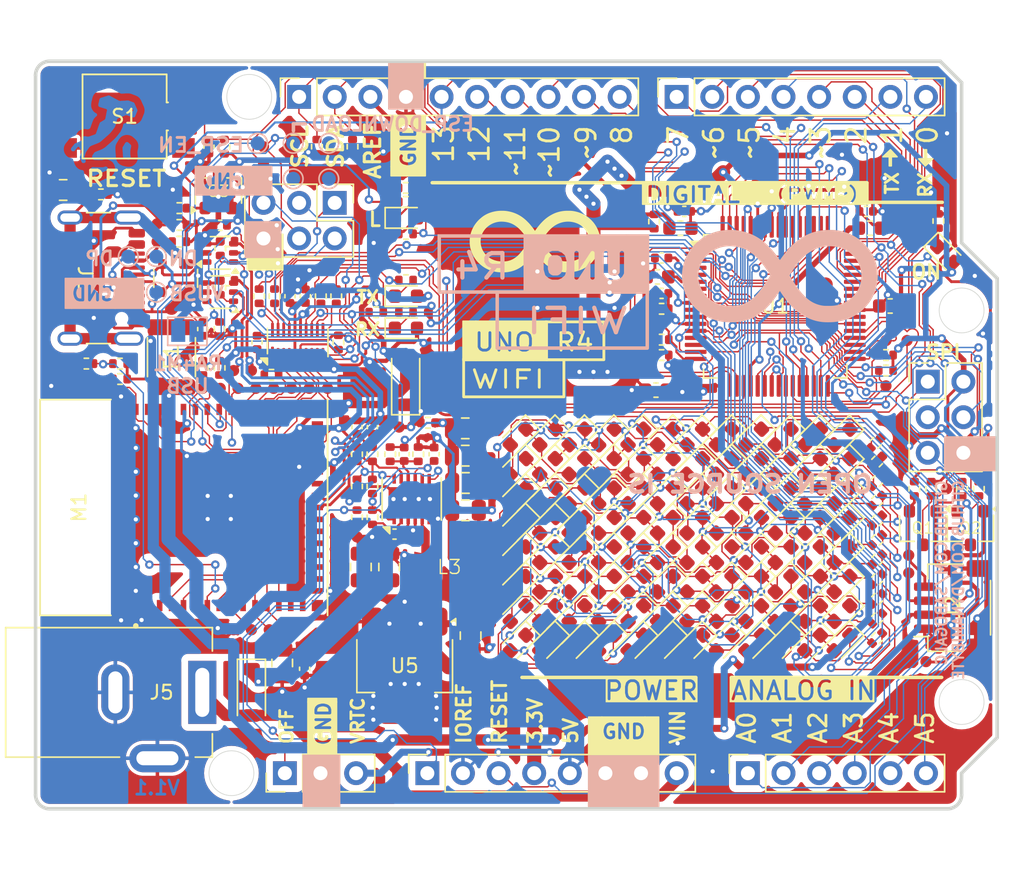
<source format=kicad_pcb>
(kicad_pcb (version 20240108) (generator "pcbnew") (generator_version "8.0")
  (layers (0 "F.Cu" signal) (31 "B.Cu" signal) (34 "B.Paste" user) (35 "F.Paste" user) (36 "B.SilkS" user "B.Silkscreen") (37 "F.SilkS" user "F.Silkscreen") (38 "B.Mask" user) (39 "F.Mask" user) (44 "Edge.Cuts" user))
  (net 0 "")
  (net 1 "+5V")
  (net 3 "GND")
  (net 5 "Net-(U1-VCC_USB)")
  (net 6 "Net-(U1-AVCC0)")
  (net 7 "VREFH0")
  (net 8 "+BATT")
  (net 9 "Net-(U1-VCL)")
  (net 10 "+3.3V")
  (net 11 "SHIELD")
  (net 12 "VBUS")
  (net 13 "USB_D_P")
  (net 14 "USB_D_N")
  (net 15 "Net-(J1-CC1)")
  (net 16 "Net-(J1-CC2)")
  (net 17 "AREF")
  (net 18 "Net-(U1-NMI{slash}INPUT_ONLY_P200)")
  (net 19 "MD")
  (net 20 "Net-(U1-P407{slash}USB_VBUS{slash}ADTRG0)")
  (net 21 "Net-(R15-Pad2)")
  (net 22 "Net-(U1-GTIOC2A{slash}AN016{slash}P500)")
  (net 23 "Net-(U1-GTIOC2A{slash}P113)")
  (net 24 "P108_SWDIO")
  (net 25 "P300_SWCLK")
  (net 26 "P012")
  (net 27 "P501_SCI1_TXD")
  (net 28 "P003")
  (net 30 "P013")
  (net 31 "P204")
  (net 32 "P014_AN09_DAC")
  (net 33 "P102_SPI0_RSPCK_GPT2_B_CAN0_RX")
  (net 34 "P106_GPT0_B")
  (net 35 "P109_SCI9_TXD")
  (net 36 "P104_IRQ01_GPT1_B")
  (net 37 "P101_AN21_SDA")
  (net 38 "P103_SPI0_SSL_GPT2_A_CAN0_TX")
  (net 39 "P111_GPT3_A")
  (net 40 "P302_SCI2_TXD")
  (net 41 "P206")
  (net 42 "~{RESET}")
  (net 43 "RA4_N")
  (net 44 "P212")
  (net 45 "P213")
  (net 46 "RA4_P")
  (net 47 "P000_AN00_AMP+")
  (net 48 "P411_SPI0_MOSI_GPT6_A")
  (net 49 "P301_SCI2_RXD")
  (net 50 "P100_AN22_SCL")
  (net 51 "P105_IRQ00_GPT1_A")
  (net 53 "P303_GPT7_B")
  (net 55 "P408")
  (net 56 "P410_SPI0_MISO_GPT6_B")
  (net 57 "P400_IIC0_SCL")
  (net 58 "P004")
  (net 59 "P112_GPT3_B")
  (net 60 "P107_GPT0_A")
  (net 61 "P110_SCI9_RXD")
  (net 63 "P001_AN01_AMP-")
  (net 64 "P002_AN02_AMPO")
  (net 65 "P015")
  (net 66 "P502_SCI1_RXD")
  (net 67 "P205")
  (net 68 "P304_GPT7_A")
  (net 69 "P011")
  (net 70 "P401_IIC0_SDA")
  (net 71 "Net-(DL1-K)")
  (net 72 "Net-(DL2-K)")
  (net 73 "Net-(DL3-K)")
  (net 74 "Net-(DL4-K)")
  (net 75 "Net-(Q3-D)")
  (net 76 "ESP_TXD0")
  (net 77 "Net-(U3-PHASE)")
  (net 78 "Net-(U3-BOOT)")
  (net 79 "VDD")
  (net 80 "Net-(C13-Pad1)")
  (net 81 "Net-(C14-Pad1)")
  (net 82 "Net-(U3-FB)")
  (net 83 "ISL_VCC")
  (net 84 "Net-(C22-Pad1)")
  (net 85 "Net-(U3-COMP)")
  (net 86 "VCC")
  (net 87 "OFF")
  (net 88 "Net-(U3-SYNC)")
  (net 89 "Net-(U3-FS)")
  (net 91 "ROW0")
  (net 92 "ROW1")
  (net 93 "ROW2")
  (net 94 "ROW3")
  (net 95 "ROW4")
  (net 96 "ROW5")
  (net 97 "ROW7")
  (net 98 "ROW8")
  (net 99 "ROW9")
  (net 100 "ROW10")
  (net 101 "ROW6")
  (net 102 "ESP_P")
  (net 103 "ESP_N")
  (net 104 "ESP_IO41")
  (net 105 "ESP_IO42")
  (net 106 "ESP_DOWNLOAD")
  (net 107 "ESP_RXD0")
  (net 115 "ESP32_ENABLE")
  (net 117 "ESP_IO4")
  (net 119 "ESP_MTCK")
  (net 121 "ESP_IO6")
  (net 122 "ESP_IO1")
  (net 124 "ESP_IO5")
  (net 126 "ESP_IO8")
  (net 127 "Net-(M1-U0TXD{slash}GPIO43)")
  (net 128 "ESP_IO9")
  (net 133 "Net-(M1-U0RXD{slash}GPIO44)")
  (net 135 "ESP_MTDO")
  (net 141 "ESP_IO7")
  (net 142 "Net-(M1-ADC1CH2_GPIO3)")
  (net 143 "+3.3VA")
  (net 144 "EXT_SDA")
  (net 145 "EXT_SCL")
  (net 146 "Net-(U4-B3)")
  (net 147 "Net-(U4-B2)")
  (net 148 "Net-(U4-B7)")
  (net 149 "Net-(U4-B8)")
  (net 150 "Net-(U4-OE)")
  (footprint "LED_SMD:LED_0603_1608Metric" (layer "F.Cu") (at 171.72345 111.44311 -135)
    (property "Reference" "D48" (hide yes))
    (property "Value" "QBLP601-R5")
  )
  (footprint "LED_SMD:LED_0603_1608Metric" (layer "F.Cu") (at 165.42346 111.44311 -135)
    (property "Reference" "D45" (hide yes))
    (property "Value" "QBLP601-R5")
  )
  (footprint "LED_SMD:LED_0603_1608Metric" (layer "F.Cu") (at 171.72346 113.54311 -135)
    (property "Reference" "D60" (hide yes))
    (property "Value" "QBLP601-R5")
  )
  (footprint "Arduino UNO R4 WiFi:TestPoint_Pad_D0.8mm" (layer "F.Cu") (at 140.13611 104.4386)
    (property "Reference" "TP16" (hide yes))
    (property "Value" "TestPoint")
  )
  (footprint "LED_SMD:LED_0603_1608Metric" (layer "F.Cu") (at 154.92345 113.54311 -135)
    (property "Reference" "D52" (hide yes))
    (property "Value" "QBLP601-R5")
  )
  (footprint "LED_SMD:LED_0603_1608Metric" (layer "F.Cu") (at 154.92346 109.34311 -135)
    (property "Reference" "D28" (hide yes))
    (property "Value" "QBLP601-R5")
  )
  (footprint "Resistor_SMD:R_0402_1005Metric" (layer "F.Cu") (at 139.5 106.3736 -90)
    (property "Reference" "R38" (hide yes))
    (property "Value" "100k")
  )
  (footprint "LED_SMD:LED_0603_1608Metric" (layer "F.Cu") (at 167.52346 109.34311 -135)
    (property "Reference" "D34" (hide yes))
    (property "Value" "QBLP601-R5")
  )
  (footprint "LED_SMD:LED_0603_1608Metric" (layer "F.Cu") (at 165.42345 107.24311 -135)
    (property "Reference" "D21" (hide yes))
    (property "Value" "QBLP601-R5")
  )
  (footprint "LED_SMD:LED_0603_1608Metric" (layer "F.Cu") (at 148.62346 107.24311 -135)
    (property "Reference" "D13" (hide yes))
    (property "Value" "QBLP601-R5")
  )
  (footprint "LED_SMD:LED_0603_1608Metric" (layer "F.Cu") (at 167.51111 117.75546 -135)
    (property "Reference" "D82" (hide yes))
    (property "Value" "QBLP601-R5")
  )
  (footprint "LED_SMD:LED_0603_1608Metric" (layer "F.Cu") (at 159.12345 109.34311 -135)
    (property "Reference" "D30" (hide yes))
    (property "Value" "QBLP601-R5")
  )
  (footprint "LED_SMD:LED_0603_1608Metric" (layer "F.Cu") (at 159.12346 117.74311 -135)
    (property "Reference" "D78" (hide yes))
    (property "Value" "QBLP601-R5")
  )
  (footprint "Arduino UNO R4 WiFi:TestPoint_Pad_D0.8mm" (layer "F.Cu") (at 176.36111 98.25746)
    (property "Reference" "TP2" (hide yes))
    (property "Value" "TestPoint")
  )
  (footprint "Resistor_SMD:R_0402_1005Metric" (layer "F.Cu") (at 174.85711 99.29761 180)
    (property "Reference" "R7" (hide yes))
    (property "Value" "5.1k")
  )
  (footprint "Resistor_SMD:R_0402_1005Metric" (layer "F.Cu") (at 135.6571 95.0976 90)
    (property "Reference" "R48" (hide yes))
    (property "Value" "100k")
  )
  (footprint "Resistor_SMD:R_0402_1005Metric" (layer "F.Cu") (at 124.46001 91.2076)
    (property "Reference" "R50" (hide yes))
    (property "Value" "5.1k")
  )
  (footprint "Package_TO_SOT_SMD:SC-59" (layer "F.Cu") (at 180.88093 111.63912 -90)
    (property "Reference" "Q2")
    (property "Value" "2N7002KT1G")
  )
  (footprint "Arduino UNO R4 WiFi:TestPoint_Pad_D0.8mm" (layer "F.Cu") (at 117.83611 101.0076)
    (property "Reference" "TP21" (hide yes))
    (property "Value" "TestPoint")
  )
  (footprint "LED_SMD:LED_0603_1608Metric" (layer "F.Cu") (at 148.62346 105.14311 -135)
    (property "Reference" "D01" (hide yes))
    (property "Value" "QBLP601-R5")
  )
  (footprint "LED_SMD:LED_0603_1608Metric" (layer "F.Cu") (at 152.82346 105.14311 -135)
    (property "Reference" "D03" (hide yes))
    (property "Value" "QBLP601-R5")
  )
  (footprint "Arduino UNO R4 WiFi:TestPoint_Pad_D0.8mm" (layer "F.Cu") (at 129.60609 100.40362)
    (property "Reference" "TP20" (hide yes))
    (property "Value" "TestPoint")
  )
  (footprint "Resistor_SMD:R_0402_1005Metric" (layer "F.Cu") (at 137.13611 106.3736 90)
    (property "Reference" "R43" (hide yes))
    (property "Value" "100k")
  )
  (footprint "Arduino UNO R4 WiFi:TestPoint_Pad_D0.8mm" (layer "F.Cu") (at 130.4671 85.6996)
    (property "Reference" "TP3" (hide yes))
    (property "Value" "TestPoint")
  )
  (footprint "Resistor_SMD:R_0402_1005Metric" (layer "F.Cu") (at 140.62709 88.36661 180)
    (property "Reference" "R25" (hide yes))
    (property "Value" "330R")
  )
  (footprint "Package_TO_SOT_SMD:SOT-363_SC-70-6" (layer "F.Cu") (at 127.381 92.008 180)
    (property "Reference" "U2" (hide yes))
    (property "Value" "TS5A3159ADCK")
  )
  (footprint "LED_SMD:LED_0603_1608Metric" (layer "F.Cu") (at 163.32346 119.84311 -135)
    (property "Reference" "D92" (hide yes))
    (property "Value" "QBLP601-R5")
  )
  (footprint "Resistor_SMD:R_0402_1005Metric" (layer "F.Cu") (at 174.13163 105.56165 -135)
    (property "Reference" "R2" (hide yes))
    (property "Value" "330R")
  )
  (footprint "LED_SMD:LED_0603_1608Metric" (layer "F.Cu") (at 157.02346 115.64311 -135)
    (property "Reference" "D65" (hide yes))
    (property "Value" "QBLP601-R5")
  )
  (footprint "Capacitor_SMD:C_0805_2012Metric" (layer "F.Cu") (at 145.2361 119.31761 -90)
    (property "Reference" "C28" (hide yes))
    (property "Value" "22u")
  )
  (footprint "Capacitor_SMD:C_0402_1005Metric" (layer "F.Cu") (at 133.4571 95.0976 90)
    (property "Reference" "C25" (hide yes))
    (property "Value" "100n")
  )
  (footprint "Inductor_SMD:L_0603_1608Metric" (layer "F.Cu") (at 160.20083 90.2456)
    (property "Reference" "L1" (hide yes))
    (property "Value" "BLM18PG471SN1D")
  )
  (footprint "LED_SMD:LED_0603_1608Metric" (layer "F.Cu") (at 169.62346 107.24311 -135)
    (property "Reference" "D23" (hide yes))
    (property "Value" "QBLP601-R5")
  )
  (footprint "Resistor_SMD:R_0402_1005Metric" (layer "F.Cu") (at 174.22524 106.89334 -135)
    (property "Reference" "R34" (hide yes))
    (property "Value" "330R")
  )
  (footprint "LED_SMD:LED_0603_1608Metric" (layer "F.Cu") (at 157.02346 105.14311 -135)
    (property "Reference" "D5" (hide yes))
    (property "Value" "QBLP601-R5")
  )
  (footprint "LED_SMD:LED_0603_1608Metric" (layer "F.Cu") (at 148.62346 109.34311 -135)
    (property "Reference" "D25" (hide yes))
    (property "Value" "QBLP601-R5")
  )
  (footprint "Resistor_SMD:R_0402_1005Metric" (layer "F.Cu") (at 174.22524 109.69334 -135)
    (property "Reference" "R32" (hide yes))
    (property "Value" "330R")
  )
  (footprint "LED_SMD:LED_0603_1608Metric" (layer "F.Cu") (at 152.82346 111.44311 -135)
    (property "Reference" "D39" (hide yes))
    (property "Value" "QBLP601-R5")
  )
  (footprint "Arduino UNO R4 WiFi:TestPoint_Pad_D0.8mm" (layer "F.Cu") (at 133.731 101.67362)
    (property "Reference" "TP28" (hide yes))
    (property "Value" "TestPoint")
  )
  (footprint "LED_SMD:LED_0603_1608Metric" (layer "F.Cu") (at 161.22346 115.64311 -135)
    (property "Reference" "D67" (hide yes))
    (property "Value" "QBLP601-R5")
  )
  (footprint "LED_SMD:LED_0603_1608Metric" (layer "F.Cu") (at 163.32346 113.54311 -135)
    (property "Reference" "D56" (hide yes))
    (property "Value" "QBLP601-R5")
  )
  (footprint "Capacitor_SMD:C_0805_2012Metric" (layer "F.Cu") (at 144.87108 108.42537)
    (property "Reference" "C16" (hide yes))
    (property "Value" "22u")
  )
  (footprint "LED_SMD:LED_0603_1608Metric" (layer "F.Cu") (at 159.12345 111.44311 -135)
    (property "Reference" "D42" (hide yes))
    (property "Value" "QBLP601-R5")
  )
  (footprint "LED_SMD:LED_0603_1608Metric" (layer "F.Cu") (at 157.02346 107.24311 -135)
    (property "Reference" "D17" (hide yes))
    (property "Value" "QBLP601-R5")
  )
  (footprint "Arduino UNO R4 WiFi:TestPoint_Pad_D0.8mm" (layer "F.Cu") (at 123.85 96.012)
    (property "Reference" "TP4" (hide yes))
    (property "Value" "TestPoint")
  )
  (footprint "LED_SMD:LED_0603_1608Metric" (layer "F.Cu") (at 148.62346 119.84311 -135)
    (property "Reference" "D85" (hide yes))
    (property "Value" "QBLP601-R5")
  )
  (footprint "Resistor_SMD:R_0402_1005Metric" (layer "F.Cu") (at 130.1571 95.0976 90)
    (property "Reference" "R46" (hide yes))
    (property "Value" "100k")
  )
  (footprint "Resistor_SMD:R_0402_1005Metric" (layer "F.Cu") (at 142.19715 104.132059 180)
    (property "Reference" "R36" (hide yes))
    (property "Value" "0")
  )
  (footprint "LED_SMD:LED_0603_1608Metric" (layer "F.Cu") (at 169.62346 113.54311 -135)
    (property "Reference" "D59" (hide yes))
    (property "Value" "QBLP601-R5")
  )
  (footprint "Resistor_SMD:R_0402_1005Metric" (layer "F.Cu") (at 134.5571 95.0976 90)
    (property "Reference" "R47" (hide yes))
    (property "Value" "100k")
  )
  (footprint "Capacitor_SMD:C_0805_2012Metric" (layer "F.Cu") (at 144.85605 106.47715)
    (property "Reference" "C17" (hide yes))
    (property "Value" "22u")
  )
  (footprint "Resistor_SMD:R_0402_1005Metric" (layer "F.Cu") (at 127.891 91.172)
    (property "Reference" "R21" (hide yes))
    (property "Value" "0R")
  )
  (footprint "Resistor_SMD:R_0402_1005Metric" (layer "F.Cu") (at 174.22524 115.29334 -135)
    (property "Reference" "R28" (hide yes))
    (property "Value" "330R")
  )
  (footprint "LED_SMD:LED_0603_1608Metric" (layer "F.Cu") (at 152.82346 117.74311 -135)
    (property "Reference" "D75" (hide yes))
    (property "Value" "QBLP601-R5")
  )
  (footprint "LED_SMD:LED_0603_1608Metric" (layer "F.Cu") (at 152.82346 113.54311 -135)
    (property "Reference" "D51" (hide yes))
    (property "Value" "QBLP601-R5")
  )
  (footprint "Arduino UNO R4 WiFi:PMF42-103MN" (layer "F.Cu") (at 143.71943 114.42538)
    (property "Reference" "L3")
    (property "Value" "10uH 2.3A")
  )
  (footprint "LED_SMD:LED_0603_1608Metric" (layer "F.Cu") (at 169.62346 111.44311 -135)
    (property "Reference" "D47" (hide yes))
    (property "Value" "QBLP601-R5")
  )
  (footprint "LED_SMD:LED_0603_1608Metric" (layer "F.Cu") (at 161.22346 119.84311 -135)
    (property "Reference" "D91" (hide yes))
    (property "Value" "QBLP601-R5")
  )
  (footprint "Capacitor_SMD:C_0603_1608Metric" (layer "F.Cu") (at 158.45711 101.7976 180)
    (property "Reference" "C5" (hide yes))
    (property "Value" "4.7u")
  )
  (footprint "Arduino UNO R4 WiFi:TestPoint_Pad_D0.8mm" (layer "F.Cu") (at 130.4671 84.4296)
    (property "Reference" "TP23" (hide yes))
    (property "Value" "TestPoint")
  )
  (footprint "Capacitor_SMD:C_0402_1005Metric" (layer "F.Cu") (at 137.13611 104.4386 90)
    (property "Reference" "C23" (hide yes))
    (property "Value" "100p")
  )
  (footprint "Resistor_SMD:R_0402_1005Metric" (layer "F.Cu") (at 178.08093 108.83912 -90)
    (property "Reference" "R10" (hide yes))
    (property "Value" "5.1k")
  )
  (footprint "Resistor_SMD:R_0402_1005Metric" (layer "F.Cu") (at 174.22524 111.09334 -135)
    (property "Reference" "R31" (hide yes))
    (property "Value" "330R")
  )
  (footprint "Capacitor_SMD:C_0402_1005Metric" (layer "F.Cu") (at 142.63612 106.3736 90)
    (property "Reference" "C20" (hide yes))
    (property "Value" "1u")
  )
  (footprint "LED_SMD:LED_0603_1608Metric" (layer "F.Cu") (at 154.92346 107.24311 -135)
    (property "Reference" "D16" (hide yes))
    (property "Value" "QBLP601-R5")
  )
  (footprint "Connector_PinHeader_2.54mm:PinHeader_2x03_P2.54mm_Vertical" (layer "F.Cu") (at 135.5471 88.4396 -90)
    (property "Reference" "J6" (hide yes))
    (property "Value" "M20-9980345")
  )
  (footprint "LED_SMD:LED_0603_1608Metric" (layer "F.Cu") (at 165.42346 115.64311 -135)
    (property "Reference" "D69" (hide yes))
    (property "Value" "QBLP601-R5")
  )
  (footprint "LED_SMD:LED_0603_1608Metric" (layer "F.Cu") (at 159.12345 113.54311 -135)
    (property "Reference" "D54" (hide yes))
    (property "Value" "QBLP601-R5")
  )
  (footprint "Resistor_SMD:R_0402_1005Metric" (layer "F.Cu") (at 124.46 90.01373)
    (property "Reference" "R51" (hide yes))
    (property "Value" "5.1k")
  )
  (footprint "Fiducial:Fiducial_1mm_Mask2mm" (layer "F.Cu") (at 170.56112 94.25746)
    (property "Reference" "FID1" (hide yes))
    (property "Value" "Fiducial")
  )
  (footprint "LED_SMD:LED_0603_1608Metric" (layer "F.Cu") (at 171.72346 107.24311 -135)
    (property "Reference" "D24" (hide yes))
    (property "Value" "QBLP601-R5")
  )
  (footprint "Arduino UNO R4 WiFi:TestPoint_Pad_D0.8mm" (layer "F.Cu") (at 176.48062 113.57763)
    (property "Reference" "TP37" (hide yes))
    (property "Value" "TestPoint")
  )
  (footprint "Capacitor_SMD:C_0402_1005Metric" (layer "F.Cu") (at 139.81108 112.07362 180)
    (property "Reference" "C12" (hide yes))
    (property "Value" "100n")
  )
  (footprint "Resistor_SMD:R_0402_1005Metric" (layer "F.Cu") (at 174.22524 108.29334 -135)
    (property "Reference" "R33" (hide yes))
    (property "Value" "330R")
  )
  (footprint "Resistor_SMD:R_0402_1005Metric" (layer "F.Cu") (at 124.46 88.81373)
    (property "Reference" "R52" (hide yes))
    (property "Value" "100k")
  )
  (footprint "LED_SMD:LED_0603_1608Metric" (layer "F.Cu") (at 157.02346 109.34311 -135)
    (property "Reference" "D29" (hide yes))
    (property "Value" "QBLP601-R5")
  )
  (footprint "Diode_SMD:D_SOD-123" (layer "F.Cu") (at 140.6071 101.1976 90)
    (property "Reference" "D2" (hide yes))
    (property "Value" "PMEG6020AELRX")
  )
  (footprint "Package_QFP:LQFP-64_10x10mm_P0.5mm" (layer "F.Cu") (at 166.96084 95.8206)
    (property "Reference" "U1")
    (property "Value" "R7FA4M1AB3CFM#AA0")
  )
  (footprint "Diode_SMD:D_SOD-123" (layer "F.Cu") (at 129.6061 123.3676 -90)
    (property "Reference" "D1" (hide yes))
    (property "Value" "PMEG6020AELRX")
  )
  (footprint "LED_SMD:LED_0603_1608Metric" (layer "F.Cu") (at 163.32346 105.14311 -135)
    (property "Reference" "D8" (hide yes))
    (property "Value" "QBLP601-R5")
  )
  (footprint "Resistor_SMD:R_0402_1005Metric" (layer "F.Cu") (at 127.6771 84.4296 90)
    (property "Reference" "R3" (hide yes))
    (property "Value" "100k")
  )
  (footprint "Capacitor_SMD:C_0805_2012Metric" (layer "F.Cu") (at 144.87108 110.37537)
    (property "Reference" "C15" (hide yes))
    (property "Value" "22u")
  )
  (footprint "Capacitor_SMD:C_0402_1005Metric" (layer "F.Cu") (at 130.0071 98.3976 -90)
    (property "Reference" "C26" (hide yes))
    (property "Value" "100n")
  )
  (footprint "LED_SMD:LED_0603_1608Metric" (layer "F.Cu") (at 154.92346 105.14311 -135)
    (property "Reference" "D4" (hide yes))
    (property "Value" "QBLP601-R5")
  )
  (footprint "LED_SMD:LED_0603_1608Metric" (layer "F.Cu") (at 169.62346 117.74311 -135)
    (property "Reference" "D83" (hide yes))
    (property "Value" "QBLP601-R5")
  )
  (footprint "Resistor_SMD:R_0402_1005Metric" (layer "F.Cu") (at 180.28093 108.83912 -90)
    (property "Reference" "R11" (hide yes))
    (property "Value" "5.1k")
  )
  (footprint "Resistor_SMD:R_0402_1005Metric" (layer "F.Cu") (at 126.13611 100.2076 90)
    (property "Reference" "R18" (hide yes))
    (property "Value" "0")
  )
  (footprint "LED_SMD:LED_0603_1608Metric" (layer "F.Cu") (at 179.1081 92.12072 -45)
    (property "Reference" "DL3" (hide yes))
    (property "Value" "HSMG-C190")
  )
  (footprint "LED_SMD:LED_0603_1608Metric" (layer "F.Cu") (at 150.72346 113.54311 -135)
    (property "Reference" "D50" (hide yes))
    (property "Value" "QBLP601-R5")
  )
  (footprint "Capacitor_SMD:C_0402_1005Metric" (layer "F.Cu") (at 126.5771 84.4296 -90)
    (property "Reference" "C1" (hide yes))
    (property "Value" "DNP")
  )
  (footprint "LED_SMD:LED_0603_1608Metric" (layer "F.Cu") (at 150.72346 105.14311 -135)
    (property "Reference" "D02" (hide yes))
    (property "Value" "QBLP601-R5")
  )
  (footprint "LED_SMD:LED_0603_1608Metric" (layer "F.Cu") (at 171.72346 117.74311 -135)
    (property "Reference" "D84" (hide yes))
    (property "Value" "QBLP601-R5")
  )
  (footprint "LED_SMD:LED_0603_1608Metric" (layer "F.Cu") (at 148.62311 115.64346 -135)
    (property "Reference" "D61" (hide yes))
    (property "Value" "QBLP601-R5")
  )
  (footprint "Package_DFN_QFN:DFN-12-1EP_3x4mm_P0.5mm_EP1.7x3.3mm" (layer "F.Cu") (at 141.03611 109.5736 90)
    (property "Reference" "U3" (hide yes))
    (property "Value" "ISL854102FRZ-T")
  )
  (footprint "Resistor_SMD:R_0402_1005Metric" (layer "F.Cu") (at 174.22524 116.69334 -135)
    (property "Reference" "R27" (hide yes))
    (property "Value" "330R")
  )
  (footprint "Arduino UNO R4 WiFi:TestPoint_Pad_D0.8mm" (layer "F.Cu") (at 122.881 89.9376)
    (property "Reference" "TP7" (hide yes))
    (property "Value" "TestPoint")
  )
  (footprint "Resistor_SMD:R_0402_1005Metric" (layer "F.Cu") (at 127.381 91.683 -90)
    (property "Reference" "R54" (hide yes))
    (property "Value" "0R")
  )
  (footprint "LED_SMD:LED_0603_1608Metric" (layer "F.Cu") (at 169.62346 119.84311 -135)
    (property "Reference" "D95" (hide yes))
    (property "Value" "QBLP601-R5")
  )
  (footprint "Capacitor_SMD:C_0402_1005Metric" (layer "F.Cu") (at 160.47584 89.0456 180)
    (property "Reference" "C7" (hide yes))
    (property "Value" "100n")
  )
  (footprint "Arduino UNO R4 WiFi:TestPoint_Pad_D0.8mm" (layer "F.Cu") (at 177.71109 121.17362)
    (property "Reference" "TP36" (hide yes))
    (property "Value" "TestPoint")
  )
  (footprint "Arduino UNO R4 WiFi:SW_TS06-667-30-BK-100-G-SMT-TR" (layer "F.Cu") (at 120.5611 82.2706)
    (property "Reference" "S1")
    (property "Value" "TS06-667-30-BK-100-G-SMT-TR")
  )
  (footprint "Capacitor_SMD:C_0805_2012Metric" (layer "F.Cu") (at 116.1796 87.5206 180)
    (property "Reference" "C21" (hide yes))
    (property "Value" "4.7n")
  )
  (footprint "LED_SMD:LED_0603_1608Metric" (layer "F.Cu") (at 148.62346 111.44311 -135)
    (property "Reference" "D37" (hide yes))
    (property "Value" "QBLP601-R5")
  )
  (footprint "LED_SMD:LED_0603_1608Metric" (layer "F.Cu") (at 140.62709 95.09761)
    (property "Reference" "DL1" (hide yes))
    (property "Value" "NTE30007")
  )
  (footprint "LED_SMD:LED_0603_1608Metric" (layer "F.Cu") (at 167.52346 113.54311 -135)
    (property "Reference" "D58" (hide yes))
    (property "Value" "QBLP601-R5")
  )
  (footprint "LED_SMD:LED_0603_1608Metric" (layer "F.Cu") (at 154.92346 111.44311 -135)
    (property "Reference" "D40" (hide yes))
    (property "Value" "QBLP601-R5")
  )
  (footprint "Capacitor_SMD:C_0402_1005Metric" (layer "F.Cu") (at 138.23613 104.4386 90)
    (property "Reference" "C22" (hide yes))
    (property "Value" "1n")
  )
  (footprint "LED_SMD:LED_0603_1608Metric" (layer "F.Cu") (at 152.82346 109.34311 -135)
    (property "Reference" "D27" (hide yes))
    (property "Value" "QBLP601-R5")
  )
  (footprint "LED_SMD:LED_0603_1608Metric" (layer "F.Cu") (at 171.72346 109.34311 -135)
    (property "Reference" "D36" (hide yes))
    (property "Value" "QBLP601-R5")
  )
  (footprint "Capacitor_SMD:C_0805_2012Metric" (layer "F.Cu") (at 139.42673 114.4206 90)
    (property "Reference" "C19" (hide yes))
    (property "Value" "22u")
  )
  (footprint "Package_TO_SOT_SMD:SOT-143" (layer "F.Cu") (at 124.206 93.8076 -90)
    (property "Reference" "D3" (hide yes))
    (property "Value" "PRTR5V0U2X,215")
  )
  (footprint "Resistor_SMD:R_0402_1005Metric" (layer "F.Cu") (at 127.891 93.972)
    (property "Reference" "R53" (hide yes))
    (property "Value" "0R")
  )
  (footprint "Resistor_SMD:R_0402_1005Metric" (layer "F.Cu") (at 174.22524 119.49334 -135)
    (property "Reference" "R14" (hide yes))
    (property "Value" "330R")
  )
  (footprint "Resistor_SMD:R_0402_1005Metric" (layer "F.Cu") (at 131.03611 100.7076)
    (property "Reference" "R58" (hide yes))
    (property "Value" "100k")
  )
  (footprint "Resistor_SMD:R_0402_1005Metric" (layer "F.Cu") (at 140.62709 96.24061 180)
    (property "Reference" "R23" (hide yes))
    (property "Value" "330R")
  )
  (footprint "Capacitor_SMD:C_0402_1005Metric" (layer "F.Cu") (at 126.13611 97.4426 -90)
    (property "Reference" "C29" (hide yes))
    (property "Value" "100n")
  )
  (footprint "LED_SMD:LED_0603_1608Metric" (layer "F.Cu") (at 167.52345 107.24311 -135)
    (property "Reference" "D22" (hide yes))
    (property "Value" "QBLP601-R5")
  )
  (footprint "Resistor_SMD:R_0402_1005Metric" (layer "F.Cu") (at 140.62709 90.65261)
    (property "Reference" "R59" (hide yes))
    (property "Value" "100k")
  )
  (footprint "Resistor_SMD:R_0402_1005Metric" (layer "F.Cu") (at 140.61109 87.37361 180)
    (property "Reference" "R60" (hide yes))
    (property "Value" "13.7k")
  )
  (footprint "Package_TO_SOT_SMD:SOT-223-3_TabPin2" (layer "F.Cu") (at 140.5361 121.46761 -90)
    (property "Reference" "U5")
    (property "Value" "AP7361C-33E")
  )
  (footprint "Arduino UNO R4 WiFi:TestPoint_Pad_D0.8mm" (layer "F.Cu") (at 129.921 101.67362)
    (property "Reference" "TP33" (hide yes))
    (property "Value" "TestPoint")
  )
  (footprint "Capacitor_SMD:C_0805_2012Metric" (layer "F.Cu") (at 131.8011 121.2676 -90)
    (property "Reference" "C10" (hide yes))
    (property "Value" "22u")
  )
  (footprint "LED_SMD:LED_0603_1608Metric" (layer "F.Cu") (at 150.72346 111.44311 -135)
    (property "Reference" "D38" (hide yes))
    (property "Value" "QBLP601-R5")
  )
  (footprint "Arduino UNO R4 WiFi:TestPoint_Pad_D0.8mm" (layer "F.Cu") (at 158.8571 97.0976)
    (property "Reference" "TP12" (hide yes))
    (property "Value" "TestPoint")
  )
  (footprint "LED_SMD:LED_0603_1608Metric" (layer "F.Cu") (at 171.72346 119.84311 -135)
    (property "Reference" "D96" (hide yes))
    (property "Value" "QBLP601-R5")
  )
  (footprint "Capacitor_SMD:C_0402_1005Metric" (layer "F.Cu") (at 127.381 90.043)
    (property "Reference" "C30" (hide yes))
    (property "Value" "100n")
  )
  (footprint "Arduino UNO R4 WiFi:TestPoint_Pad_D0.8mm" (layer "F.Cu") (at 131.191 101.67362)
    (property "Reference" "TP32" (hide yes))
    (property "Value" "TestPoint")
  )
  (footprint "Package_TO_SOT_SMD:SOT-363_SC-70-6" (layer "F.Cu") (at 127.381 94.808 180)
    (property "Reference" "U6" (hide yes))
    (property "Value" "TS5A3159ADCK")
  )
  (footprint "LED_SMD:LED_0603_1608Metric" (layer "F.Cu") (at 161.22346 117.74311 -135)
    (property "Reference" "D79" (hide yes))
    (property "Value" "QBLP601-R5")
  )
  (footprint "Resistor_SMD:R_0402_1005Metric" (layer "F.Cu") (at 176.88093 108.83912 -90)
    (property "Reference" "R9" (hide yes))
    (property "Value" "5.1k")
  )
  (footprint "Resistor_SMD:R_0402_1005Metric" (layer "F.Cu") (at 174.22524 118.09334 -135)
    (property "Reference" "R16" (hide yes))
    (property "Value" "330R")
  )
  (footprint "Arduino UNO R4 WiFi:TestPoint_Pad_D0.8mm" (layer "F.Cu") (at 179.18093 108.83912)
    (property "Reference" "TP38" (hide yes))
    (property "Value" "TestPoint")
  )
  (footprint "Resistor_SMD:R_0402_1005Metric" (layer "F.Cu") (at 178.59544 89.73306 90)
    (property "Reference" "R24" (hide yes))
    (property "Value" "330R")
  )
  (footprint "Resistor_SMD:R_0402_1005Metric" (layer "F.Cu") (at 138.23611 106.3736 90)
    (property "Reference" "R41" (hide yes))
    (property "Value" "249k")
  )
  (footprint "LED_SMD:LED_0603_1608Metric" (layer "F.Cu") (at 159.12345 107.24311 -135)
    (property "Reference" "D18" (hide yes))
    (property "Value" "QBLP601-R5")
  )
  (footprint "Arduino UNO R4 WiFi:XCVR_ESP32-S3-MINI-1-N8" (layer "F.Cu") (at 127.31108 110.17361 90)
    (property "Reference" "M1")
    (property "Value" "ESP32-S3-MINI-1-N8")
  )
  (footprint "LED_SMD:LED_0603_1608Metric" (layer "F.Cu") (at 171.72346 105.14311 -135)
    (property "Reference" "D12" (hide yes))
    (property "Value" "QBLP601-R5")
  )
  (footprint "Connector_USB:USB_C_Receptacle_GCT_USB4105-xx-A_16P_TopMnt_Horizontal" (layer "F.Cu") (at 117.7486 93.8076 -90)
    (property "Reference" "J1")
    (property "Value" "USB_C_Receptacle_USB2.0_16P")
  )
  (footprint "Connector_PinSocket_2.54mm:PinSocket_1x08_P2.54mm_Vertical" (layer "F.Cu") (at 159.9311 80.8736 90)
    (property "Reference" "J9" (hide yes))
    (property "Value" "PPTC081LFBN-RC")
  )
  (footprint "Resistor_SMD:R_0402_1005Metric" (layer "F.Cu") (at 158.8571 95.9976 180)
    (property "Reference" "R13" (hide yes))
    (property "Value" "5.1k")
  )
  (footprint "Package_TO_SOT_SMD:SC-59" (layer "F.Cu") (at 127.254 87.6076 90)
    (property "Reference" "Q3")
    (property "Value" "2N7002KT1G")
  )
  (footprint "Arduino UNO R4 WiFi:TestPoint_Pad_D0.8mm" (layer "F.Cu") (at 176.48062 114.84763)
    (property "Reference" "TP39" (hide yes))
    (property "Value" "TestPoint")
  )
  (footprint "LED_SMD:LED_0603_1608Metric" (layer "F.Cu") (at 165.42346 117.74311 -135)
    (property "Reference" "D81" (hide yes))
    (property "Value" "QBLP601-R5")
  )
  (footprint "LED_SMD:LED_0603_1608Metric" (layer "F.Cu") (at 159.12346 105.14311 -135)
    (property "Reference" "D6" (hide yes))
    (property "Value" "QBLP601-R5")
  )
  (footprint "LED_SMD:LED_0603_1608Metric" (layer "F.Cu") (at 161.22345 109.34311 -135)
    (property "Reference" "D31" (hide yes))
    (property "Value" "QBLP601-R5")
  )
  (footprint "LED_SMD:LED_0603_1608Metric" (layer "F.Cu") (at 148.62346 113.54311 -135)
    (property "Reference" "D49" (hide yes))
    (property "Value" "QBLP601-R5")
  )
  (footprint "LED_SMD:LED_0603_1608Metric" (layer "F.Cu") (at 163.32345 111.44311 -135)
    (property "Reference" "D44" (hide yes))
    (property "Value" "QBLP601-R5")
  )
  (footprint "Capacitor_SMD:C_0402_1005Metric" (layer "F.Cu") (at 140.5 106.3736 -90)
    (property "Reference" "C14" (hide yes))
    (property "Value" "33p")
  )
  (footprint "LED_SMD:LED_0603_1608Metric" (layer "F.Cu") (at 161.22345 113.54311 -135)
    (property "Reference" "D55" (hide yes))
    (property "Value" "QBLP601-R5")
  )
  (footprint "Resistor_SMD:R_0402_1005Metric" (layer "F.Cu") (at 136.8171 84.4296 90)
    (property "Reference" "R5" (hide yes))
    (property "Value" "5.1k")
  )
  (footprint "Connector_PinHeader_2.54mm:PinHeader_1x03_P2.54mm_Vertical" (layer "F.Cu") (at 131.9911 129.1336 90)
    (property "Reference" "J10" (hide yes))
    (property "Value" "M20-9990345")
  )
  (footprint "Resistor_SMD:R_0402_1005Metric" (layer "F.Cu") (at 140.62709 93.95461 180)
    (property "Reference" "R22" (hide yes))
    (property "Value" "330R")
  )
  (footprint "Arduino UNO R4 WiFi:TestPoint_Pad_D0.8mm" (layer "F.Cu") (at 137.13608 112.27362)
    (property "Reference" "TP15" (hide yes))
    (property "Value" "TestPoint")
  )
  (footprint "Resistor_SMD:R_0402_1005Metric" (layer "F.Cu") (at 138.23611 108.6736 -90)
    (property "Reference" "R42" (hide yes))
    (property "Value" "0")
  )
  (footprint "Resistor_SMD:R_0402_1005Metric" (layer "F.Cu") (at 134.2771 84.4296 90)
    (property "Reference" "R4" (hide yes))
    (property "Value" "5.1k")
  )
  (footprint "Arduino UNO R4 WiFi:TestPoint_Pad_D0.8mm" (layer "F.Cu") (at 128.651 101.67362)
    (property "Reference" "TP34" (hide yes))
    (property "Value" "TestPoint")
  )
  (footprint "Resistor_SMD:R_0402_1005Metric" (layer "F.Cu") (at 174.22524 112.49334 -135)
    (property "Reference" "R30" (hide yes))
    (property "Value" "330R")
  )
  (footprint "Resistor_SMD:R_0402_1005Metric" (layer "F.Cu") (at 120.2361 99.9076)
    (property "Reference" "R56" (hide yes))
    (property "Value" "100k")
  )
  (footprint "LED_SMD:LED_0603_1608Metric" (layer "F.Cu") (at 163.32346 115.64311 -135)
    (property "Reference" "D68" (hide yes))
    (property "Value" "QBLP601-R5")
  )
  (footprint "Capacitor_SMD:C_0603_1608Metric" (layer "F.Cu") (at 175.1571 95.79761 180)
    (property "Reference" "C2" (hide yes))
    (property "Value" "4.7u")
  )
  (footprint "Resistor_SMD:R_0402_1005Metric" (layer "F.Cu") (at 141.5 106.3736 90)
    (property "Reference" "R40" (hide yes))
    (property "Value" "13.7k")
  )
  (footprint "LED_SMD:LED_0603_1608Metric" (layer "F.Cu") (at 161.22345 107.24311 -135)
    (property "Reference" "D19" (hide yes))
    (property "Value" "QBLP601-R5")
  )
  (footprint "LED_SMD:LED_0603_1608Metric" (layer "F.Cu") (at 157.02346 117.74311 -135)
    (property "Reference" "D77" (hide yes))
    (property "Value" "QBLP601-R5")
  )
  (footprint "Resistor_SMD:R_0402_1005Metric" (layer "F.Cu") (at 158.8571 98.1976 180)
    (property "Reference" "R15" (hide yes))
    (property "Value" "5.1k")
  )
  (footprint "LED_SMD:LED_0603_1608Metric" (layer "F.Cu") (at 167.52346 115.64311 -135)
    (property "Reference" "D70" (hide yes))
    (property "Value" "QBLP601-R5")
  )
  (footprint "Arduino UNO R4 WiFi:TestPoint_Pad_D0.8mm" (layer "F.Cu") (at 128.33608 118.89862)
    (property "Reference" "TP17" (hide yes))
    (property "Value" "TestPoint")
  )
  (footprint "LED_SMD:LED_0603_1608Metric" (layer "F.Cu") (at 154.92346 115.64311 -135)
    (property "Reference" "D64" (hide yes))
    (property "Value" "QBLP601-R5")
  )
  (footprint "Arduino UNO R4 WiFi:TestPoint_Pad_D0.8mm" (layer "F.Cu") (at 128.33609 100.40362)
    (property "Reference" "TP19" (hide yes))
    (property "Value" "TestPoint")
  )
  (footprint "Arduino UNO R4 WiFi:TestPoint_Pad_0.8mm" (layer "F.Cu") (at 128.15032 125.0026)
    (property "Reference" "TP14" (hide yes))
    (property "Value" "TestPoint")
  )
  (footprint "Resistor_SMD:R_0402_1005Metric" (layer "F.Cu") (at 137.13611 108.6736 -90)
    (property "Reference" "R44" (hide yes))
    (property "Value" "100k")
  )
  (footprint "Connector_PinHeader_2.54mm:PinHeader_2x03_P2.54mm_Vertical" (layer "F.Cu") (at 177.8381 101.1936)
    (property "Reference" "J3" (hide yes))
    (property "Value" "M20-9980345")
  )
  (footprint "Resistor_SMD:R_0402_1005Metric" (layer "F.Cu") (at 158.8571 99.2976)
    (property "Reference" "R19" (hide yes))
    (property "Value" "5.1k")
  )
  (footprint "LED_SMD:LED_0603_1608Metric" (layer "F.Cu") (at 150.72346 117.74311 -135)
    (property "Reference" "D74" (hide yes))
    (property "Value" "QBLP601-R5")
  )
  (footprint "LED_SMD:LED_0603_1608Metric" (layer "F.Cu") (at 152.82346 107.24311 -135)
    (property "Reference" "D15" (hide yes))
    (property "Value" "QBLP601-R5")
  )
  (footprint "Capacitor_SMD:C_0805_2012Metric" (layer "F.Cu") (at 137.41019 114.4206 90)
    (property "Reference" "C13" (hide yes))
    (property "Value" "22u")
  )
  (footprint "LED_SMD:LED_0603_1608Metric" (layer "F.Cu") (at 154.92346 119.84311 -135)
    (property "Reference" "D88" (hide yes))
    (property "Value" "QBLP601-R5")
  )
  (footprint "LED_SMD:LED_0603_1608Metric" (layer "F.Cu") (at 163.32346 117.74311 -135)
    (property "Reference" "D80" (hide yes))
    (property "Value" "QBLP601-R5")
  )
  (footprint "Arduino UNO R4 WiFi:TestPoint_Pad_D0.8mm" (layer "F.Cu") (at 122.881 91.2076)
    (property "Reference" "TP6" (hide yes))
    (property "Value" "TestPoint")
  )
  (footprint "LED_SMD:LED_0603_1608Metric" (layer "F.Cu") (at 154.92346 117.74311 -135)
    (property "Reference" "D76" (hide yes))
    (property "Value" "QBLP601-R5")
  )
  (footprint "Arduino UNO R4 WiFi:TestPoint_Pad_D0.8mm" (layer "F.Cu") (at 174.85711 101.49761)
    (property "Reference" "TP10" (hide yes))
    (property "Value" "TestPoint")
  )
  (footprint "Capacitor_SMD:C_0805_2012Metric" (layer "F.Cu") (at 144.85605 104.52714)
    (property "Reference" "C18" (hide yes))
    (property "Value" "22u")
  )
  (footprint "LED_SMD:LED_0603_1608Metric" (layer "F.Cu") (at 163.32345 107.24311 -135)
    (property "Reference" "D20" (hide yes))
    (property "Value" "QBLP601-R5")
  )
  (footprint "LED_SMD:LED_0603_1608Metric" (layer "F.Cu") (at 161.22345 111.44311 -135)
    (property "Reference" "D43" (hide yes))
    (property "Value" "QBLP601-R5")
  )
  (footprint "LED_SMD:LED_0603_1608Metric" (layer "F.Cu") (at 165.42346 113.54311 -135)
    (property "Reference" "D57" (hide yes))
    (property "Value" "QBLP601-R5")
  )
  (footprint "Fuse:Fuse_1812_4532Metric" (layer "F.Cu") (at 123.902872 99.448661 90)
    (property "Reference" "F1")
    (property "Value" "MF-MSMF050-2-W2")
  )
  (footprint "Resistor_SMD:R_0402_1005Metric" (layer "F.Cu") (at 158.32584 89.77059 90)
    (property "Reference" "R6" (hide yes))
    (property "Value" "5.1k")
  )
  (footprint "LED_SMD:LED_0603_1608Metric" (layer "F.Cu") (at 165.42346 105.14311 -135)
    (property "Reference" "D9" (hide yes))
    (property "Value" "QBLP601-R5")
  )
  (footprint "LED_SMD:LED_0603_1608Metric" (layer "F.Cu") (at 163.32345 109.34311 -135)
    (property "Reference" "D32" (hide yes))
    (property "Value" "QBLP601-R5")
  )
  (footprint "LED_SMD:LED_0603_1608Metric" (layer "F.Cu") (at 150.72346 107.24311 -135)
    (property "Reference" "D14" (hide yes))
    (property "Value" "QBLP601-R5")
  )
  (footprint "Capacitor_SMD:C_0402_1005Metric" (layer "F.Cu") (at 133.4011 121.6826 -90)
    (property "Reference" "C11" (hide yes))
    (property "Value" "100n")
  )
  (footprint "LED_SMD:LED_0603_1608Metric" (layer "F.Cu") (at 150.72346 109.34311 -135)
    (property "Reference" "D26" (hide yes))
    (property "Value" "QBLP601-R5")
  )
  (footprint "Connector_PinSocket_2.54mm:PinSocket_1x10_P2.54mm_Vertical" (layer "F.Cu") (at 133.0071 80.8736 90)
    (property "Reference" "J8" (hide yes))
    (property "Value" "PPTC101LFBN-RC")
  )
  (footprint "LED_SMD:LED_0603_1608Metric" (layer "F.Cu") (at 140.62709 97.38361)
    (property "Reference" "DL2" (hide yes))
    (property "Value" "NTE30007")
  )
  (footprint "Arduino UNO R4 WiFi:TestPoint_Pad_D0.8mm" (layer "F.Cu") (at 130.87608 118.89862)
    (property "Reference" "TP29" (hide yes))
    (property "Value" "TestPoint")
  )
  (footprint "Resistor_SMD:R_0402_1005Metric" (layer "F.Cu") (at 118.872 87.8332)
    (property "Reference" "R39" (hide yes))
    (property "Value" "1M")
  )
  (footprint "Arduino UNO R4 WiFi:TestPoint_Pad_D0.8mm" (layer "F.Cu") (at 129.60608 118.89862)
    (property "Reference" "TP27" (hide yes))
    (property "Value" "TestPoint")
  )
  (footprint "Resistor_SMD:R_0402_1005Metric" (layer "F.Cu") (at 131.2571 95.0976 90)
    (property "Reference" "R45" (hide yes))
    (property "Value" "100k")
  )
  (footprint "Resistor_SMD:R_0402_1005Metric" (layer "F.Cu") (at 135.8071 98.3976 90)
    (property "Reference" "R49" (hide yes))
    (property "Value" "100k")
  )
  (footprint "Capacitor_SMD:C_0402_1005Metric" (layer "F.Cu") (at 173.44584 89.0456)
    (property "Reference" "C6" (hide yes))
    (property "Value" "1u")
  )
  (footprint "Arduino UNO R4 WiFi:TestPoint_Pad_D0.8mm" (layer "F.Cu") (at 179.18093 113.57812)
    (property "Reference" "TP40" (hide yes))
    (property "Value" "TestPoint")
  )
  (footprint "Package_SON:USON-20_2x4mm_P0.4mm" (layer "F.Cu") (at 132.9071 98.3976 90)
    (property "Reference" "U4" (hide yes))
    (property "Value" "TXB0108DQSR")
  )
  (footprint "Connector_BarrelJack:BarrelJack_Kycon_KLDX-0202-xC_Horizontal" (layer "F.Cu") (at 126.1011 123.3676)
    (property "Reference" "J5")
    (property "Value" "PJ-102AH")
  )
  (footprint "Capacitor_SMD:C_0603_1608Metric" (layer "F.Cu") (at 158.56084 93.7206)
    (property "Reference" "C9" (hide yes))
    (property "Value" "4.7u")
  )
  (footprint "LED_SMD:LED_0603_1608Metric" (layer "F.Cu") (at 169.62346 105.14311 -135)
    (property "Reference" "D11" (hide yes))
    (property "Value" "QBLP601-R5")
  )
  (footprint "Connector_PinSocket_2.54mm:PinSocket_1x06_P2.54mm_Vertical" (layer "F.Cu") (at 165.011 129.1336 90)
    (property "Reference" "J7" (hide yes))
    (property "Value" "PPTC061LFBN-RC")
  )
  (footprint "Resistor_SMD:R_0402_1005Metric" (layer "F.Cu") (at 127.3361 100.21373 90)
    (property "Reference" "R17" (hide yes))
    (property "Value" "0")
  )
  (footprint "Package_TO_SOT_SMD:SC-59" (layer "F.Cu") (at 177.48093 111.63912 -90)
    (property "Reference" "Q1")
    (property "Value" "2N7002KT1G")
  )
  (footprint "LED_SMD:LED_0603_1608Metric" (layer "F.Cu") (at 157.02345 113.54311 -135)
    (property "Reference" "D53" (hide yes))
    (property "Value" "QBLP601-R5")
  )
  (footprint "Resistor_SMD:R_0402_1005Metric" (layer "F.Cu") (at 181.48093 108.83912 -90)
    (property "Reference" "R12" (hide yes))
    (property "Value" "5.1k")
  )
  (footprint "LED_SMD:LED_0603_1608Metric" (layer "F.Cu") (at 152.82346 119.84311 -135)
    (property "Reference" "D87" (hide yes))
    (property "Value" "QBLP601-R5")
  )
  (footprint "Arduino UNO R4 WiFi:TestPoint_Pad_D0.8mm" (layer "F.Cu") (at 135.0361 101.67361)
    (property "Reference" "TP31" (hide yes))
    (property "Value" "TestPoint")
  )
  (footprint "LED_SMD:LED_0603_1608Metric" (layer "F.Cu") (at 171.72346 115.64311 -135)
    (property "Reference" "D72" (hide yes))
    (property "Value" "QBLP601-R5")
  )
  (footprint "Connector_JST:JST_SH_SM04B-SRSS-TB_1x04-1MP_P1.00mm_Horizontal" (layer "F.Cu") (at 179.63061 117.32763 90)
    (property "Reference" "J2")
    (property "Value" "SM04B-SRSS-TB(LF)(SN)")
  )
  (footprint "LED_SMD:LED_0603_1608Metric" (layer "F.Cu") (at 169.62346 115.64311 -135)
    (property "Reference" "D71" (hide yes))
    (property "Value" "QBLP601-R5")
  )
  (footprint "LED_SMD:LED_0603_1608Metric" (layer "F.Cu") (at 165.42346 119.84311 -135)
    (property "Reference" "D93" (hide yes))
    (property "Value" "QBLP601-R5")
  )
  (footprint "Arduino UNO R4 WiFi:TestPoint_Pad_D0.8mm" (layer "F.Cu") (at 132.461 101.67362)
    (property "Reference" "TP26" (hide yes))
    (property "Value" "TestPoint")
  )
  (footprint "Arduino UNO R4 WiFi:TestPoint_Pad_D0.8mm" (layer "F.Cu") (at 174.86111 98.25761)
    (property "Reference" "TP1" (hide yes))
    (property "Value" "TestPoint")
  )
  (footprint "Capacitor_SMD:C_0402_1005Metric" (layer "F.Cu") (at 158.8606 92.36758 180)
    (property "Reference" "C8" (hide yes))
    (property "Value" "100n")
  )
  (footprint "LED_SMD:LED_0603_1608Metric" (layer "F.Cu") (at 150.72346 115.64311 -135)
    (property "Reference" "D62" (hide yes))
    (property "Value" "QBLP601-R5")
  )
  (footprint "Arduino UNO R4 WiFi:TestPoint_Pad_D0.8mm" (layer "F.Cu") (at 132.14608 118.89862)
    (property "Reference" "TP30" (hide yes))
    (property "Value" "TestPoint")
  )
  (footprint "Inductor_SMD:L_0603_1608Metric" (layer "F.Cu") (at 173.72085 90.2456 180)
    (property "Reference" "L2" (hide yes))
    (property "Value" "BLM18PG471SN1D")
  )
  (footprint "Resistor_SMD:R_0402_1005Metric" (layer "F.Cu") (at 127.381 94.483 -90)
    (property "Reference" "R55" (hide yes))
    (property "Value" "0R")
  )
  (footprint "LED_SMD:LED_0603_1608Metric" (layer "F.Cu") (at 167.52346 111.44311 -135)
    (property "Reference" "D46" (hide yes))
    (property "Value" "QBLP601-R5")
  )
  (footprint "Resistor_SMD:R_0402_1005Metric" (layer "F.Cu") (at 120.2361 101.00759 180)
    (property "Reference" "R26" (hide yes))
    (property "Value" "100k")
  )
  (footprint "Resistor_SMD:R_0402_1005Metric" (layer "F.Cu") (at 117.83611 99.9076)
    (property "Reference" "R57" (hide yes))
    (property "Value" "100k")
  )
  (footprint "LED_SMD:LED_0603_1608Metric" (layer "F.Cu") (at 159.12346 115.64311 -135)
    (property "Reference" "D66" (hide yes))
    (property "Value" "QBLP601-R5")
  )
  (footprint "LED_SMD:LED_0603_1608Metric" (layer "F.Cu") (at 157.02346 119.84311 -135)
    (property "Reference" "D89" (hide yes))
    (property "Value" "QBLP601-R5")
  )
  (footprint "LED_SMD:LED_0603_1608Metric" (layer "F.Cu") (at 159.12346 119.84311 -135)
    (property "Reference" "D90" (hide yes))
    (property "Value" "QBLP601-R5")
  )
  (footprint "Capacitor_SMD:C_0402_1005Metric" (layer "F.Cu") (at 158.8571 94.89761 180)
    (property "Reference" "C3" (hide yes))
    (property "Value" "100n")
  )
  (footprint "Arduino UNO R4 WiFi:TestPoint_Pad_D0.8mm" (layer "F.Cu") (at 126.111 101.67362)
    (property "Reference" "TP25" (hide yes))
    (property "Value" "TestPoint")
  )
  (footprint "Resistor_SMD:R_0402_1005Metric" (layer "F.Cu") (at 174.22524 113.89334 -135)
    (property "Reference" "R29" (hide yes))
    (property "Value" "330R")
  )
  (footprint "LED_SMD:LED_0603_1608Metric" (layer "F.Cu") (at 167.52346 119.84311 -135)
    (property "Reference" "D94" (hide yes))
    (property "Value" "QBLP601-R5")
  )
  (footprint "Resistor_SMD:R_0402_1005Metric" (layer "F.Cu") (at 138.23611 110.8736 -90)
    (property "Reference" "R37" (hide yes))
    (property "Value" "0")
  )
  (footprint "LED_SMD:LED_0603_1608Metric" (layer "F.Cu") (at 169.62346 109.34311 -135)
    (property "Reference" "D35" (hide yes))
    (property "Value" "QBLP601-R5")
  )
  (footprint "Fiducial:Fiducial_1mm_Mask2mm" (layer "F.Cu") (at 116.21109 129.67361)
    (property "Reference" "FID2" (hide yes))
    (property "Value" "Fiducial")
  )
  (footprint "LED_SMD:LED_0603_1608Metric" (layer "F.Cu") (at 148.62346 117.74311 -135)
    (property "Reference" "D73" (hide yes))
    (property "Value" "QBLP601-R5")
  )
  (footprint "Arduino UNO R4 WiFi:TestPoint_Pad_D0.8mm" (layer "F.Cu") (at 127.381 101.67362)
    (property "Reference" "TP35" (hide yes))
    (property "Value" "TestPoint")
  )
  (footprint "LED_SMD:LED_0603_1608Metric" (layer "F.Cu") (at 167.52346 105.14311 -135)
    (property "Reference" "D10" (hide yes))
    (property "Value" "QBLP601-R5")
  )
  (footprint "LED_SMD:LED_0603_1608Metric" (layer "F.Cu") (at 152.82346 115.64311 -135)
    (property "Reference" "D63" (hide yes))
    (property "Value" "QBLP601-R5")
  )
  (footprint "Capacitor_SMD:C_0402_1005Metric" (layer "F.Cu") (at 132.3571 95.0976 90)
    (property "Reference" "C24" (hide yes))
    (property "Value" "1u")
  )
  (footprint "Resistor_SMD:R_0402_1005Metric" (layer "F.Cu") (at 138.50111 96.24061)
    (property "Reference" "R20" (hide yes))
    (property "Value" "330R")
  )
  (footprint "Resistor_SMD:R_0402_1005Metric" (layer "F.Cu") (at 137.13611 110.8736 90)
    (property "Reference" "R35" (hide yes))
    (property "Value" "100k")
  )
  (footprint "Resistor_SMD:R_0402_1005Metric" (layer "F.Cu") (at 127.33609 97.4426 -90)
    (property "Reference" "R1" (hide yes))
    (property "Value" "100k")
  )
  (footprint "LED_SMD:LED_0603_1608Metric" (layer "F.Cu") (at 157.02346 111.44311 -135)
    (property "Reference" "D41" (hide yes))
    (property "Value" "QBLP601-R5")
  )
  (footprint "LED_SMD:LED_0603_1608Metric" (layer "F.Cu") (at 161.22346 105.14311 -135)
    (property "Reference" "D7" (hide yes))
    (property "Value" "QBLP601-R5")
  )
  (footprint "LED_SMD:LED_0603_1608Metric" (layer "F.Cu") (at 140.62709 89.50961)
    (property "Reference" "DL4" (hide yes))
    (property "Value" "NTE30007")
  )
  (footprint "Connector_PinSocket_2.54mm:PinSocket_1x08_P2.54mm_Vertical" (layer "F.Cu") (at 142.1511 129.1336 90)
    (property "Reference" "J4" (hide yes))
    (property "Value" "PPTC081LFBN-RC")
  )
  (footprint "LED_SMD:LED_0603_1608Metric" (layer "F.Cu") (at 165.42345 109.34311 -135)
    (property "Reference" "D33" (hide yes))
    (property "Value" "QBLP601-R5")
  )
  (footprint "Resistor_SMD:R_0402_1005Metric" (layer "F.Cu") (at 174.85711 100.39761 180)
    (property "Reference" "R8" (hide yes))
    (property "Value" "5.1k")
  )
  (footprint "LED_SMD:LED_0603_1608Metric" (layer "F.Cu") (at 150.72346 119.84311 -135)
    (property "Reference" "D86" (hide yes))
    (property "Value" "QBLP601-R5")
  )
  (footprint "TestPoint:TestPoint_Pad_D1.0mm" (layer "B.Cu") (at 135.1261 86.7236 180)
    (property "Reference" "TP42" (hide yes))
    (property "Value" "TestPoint")
  )
  (footprint "Jumper:SolderJumper-2_P1.3mm_Open_Pad1.0x1.5mm" (layer "B.Cu") (at 125.03611 97.6076 180)
    (property "Reference" "JP1" (hide yes))
    (property "Value" "SolderJumper_2_Open")
  )
  (footprint "TestPoint:TestPoint_Pad_D1.0mm" (layer "B.Cu") (at 120.8261 92.2736 180)
    (property "Reference" "TP11" (hide yes))
    (property "Value" "TestPoint")
  )
  (footprint "TestPoint:TestPoint_Pad_D1.0mm" (layer "B.Cu") (at 135.1261 84.1836 180)
    (property "Reference" "TP41" (hide yes))
    (property "Value" "TestPoint")
  )
  (footprint "TestPoint:TestPoint_Pad_D1.0mm" (layer "B.Cu") (at 122.8261 92.2736 180)
    (property "Reference" "TP8" (hide yes))
    (property "Value" "TestPoint")
  )
  (footprint "TestPoint:TestPoint_Pad_D1.0mm" (layer "B.Cu") (at 132.5861 84.1836 180)
    (property "Reference" "TP24" (hide yes))
    (property "Value" "TestPoint")
  )
  (footprint "TestPoint:TestPoint_Pad_D1.0mm" (layer "B.Cu") (at 122.8261 94.8136 180)
    (property "Reference" "TP5" (hide yes))
    (property "Value" "TestPoint")
  )
  (footprint "TestPoint:TestPoint_Pad_D1.0mm" (layer "B.Cu") (at 120.8261 94.7986 180)
    (property "Reference" "TP13" (hide yes))
    (property "Value" "TestPoint")
  )
  (footprint "TestPoint:TestPoint_Pad_D1.0mm" (layer "B.Cu") (at 130.0461 84.1836 180)
    (property "Reference" "TP22" (hide yes))
    (property "Value" "TestPoint")
  )
  (footprint "Arduino UNO R4 WiFi:TestPoint_P113" (layer "B.Cu") (at 154.02695 108.356 180)
    (property "Reference" "TP9" (hide yes))
    (property "Value" "TestPoint")
  )
  (footprint "TestPoint:TestPoint_Pad_D1.0mm" (layer "B.Cu") (at 132.5861 86.7236 180)
    (property "Reference" "TP43" (hide yes))
    (property "Value" "TestPoint")
  )
  (footprint "TestPoint:TestPoint_Pad_D1.0mm" (layer "B.Cu") (at 130.0461 86.7236 180)
    (property "Reference" "TP18" (hide yes))
    (property "Value" "TestPoint")
  )
  (gr_poly (pts (xy 141.721122 112.205558) (xy 141.805612 112.126868) (xy 141.807182 111.362788) (xy 142.321112 111.876728) (xy 142.321112 115.061998) (xy 141.721122 115.061998)) (fill solid) (layer "F.Cu") (net 77))
  (gr_poly (pts (xy 139.10587 100.18578) (xy 139.12521 100.18579) (xy 139.12521 100.19545) (xy 139.13809 100.19545) (xy 139.13809 100.19868) (xy 139.14776 100.19868) (xy 139.14776 100.20512) (xy 139.15743 100.20512) (xy 139.15743 100.22767) (xy 139.17032 100.22768) (xy 139.17032 100.23735) (xy 139.17998 100.23734) (xy 139.17999 100.2599) (xy 139.18321 100.2599) (xy 139.18321 100.26957) (xy 139.18965 100.26957) (xy 139.18965 100.92048) (xy 139.20254 100.92048) (xy 139.20254 100.93015) (xy 139.21221 100.93015) (xy 139.21221 100.93981) (xy 139.2251 100.93981) (xy 139.2251 100.94948) (xy 139.23154 100.94948) (xy 139.23154 100.95271) (xy 139.23476 100.9527) (xy 139.23476 100.96237) (xy 139.24443 100.96237) (xy 139.24443 100.97204) (xy 139.25732 100.97204) (xy 139.25732 100.9817) (xy 139.26377 100.98171) (xy 139.26377 100.98493) (xy 139.26699 100.98492) (xy 139.26699 100.99459) (xy 139.27666 100.99459) (xy 139.27665 101.00426) (xy 139.28954 101.00426) (xy 139.28954 101.01393) (xy 139.29599 101.01392) (xy 139.29599 101.02682) (xy 139.30888 101.02682) (xy 139.30888 101.03326) (xy 139.31855 101.03326) (xy 139.31854 101.03648) (xy 139.32177 101.03648) (xy 139.32177 101.04615) (xy 139.32821 101.04615) (xy 139.32821 101.05904) (xy 139.3411 101.05904) (xy 139.3411 101.06548) (xy 139.35077 101.06549) (xy 139.35077 101.06871) (xy 139.35399 101.06871) (xy 139.35399 101.07837) (xy 139.36043 101.07837) (xy 139.36043 101.09126) (xy 139.37332 101.09126) (xy 139.37332 101.09771) (xy 139.38299 101.09771) (xy 139.38299 101.1106) (xy 139.39266 101.1106) (xy 139.39266 101.12027) (xy 139.40233 101.12026) (xy 139.40233 101.12349) (xy 139.40555 101.12349) (xy 139.40555 101.13316) (xy 139.41522 101.13315) (xy 139.41522 101.14282) (xy 139.42488 101.14282) (xy 139.42488 101.15571) (xy 139.43455 101.15571) (xy 139.43455 101.16538) (xy 139.43777 101.16538) (xy 139.43777 101.17182) (xy 139.44744 101.17182) (xy 139.44744 101.1976) (xy 139.4571 101.1976) (xy 139.45711 102.72822) (xy 139.45388 102.72821) (xy 139.45388 102.73144) (xy 139.44744 102.73143) (xy 139.44744 102.76043) (xy 139.43777 102.76044) (xy 139.43777 102.7701) (xy 139.43455 102.7701) (xy 139.43455 102.77332) (xy 139.42488 102.77332) (xy 139.42488 102.79266) (xy 139.41521 102.79266) (xy 139.41522 102.80233) (xy 139.40555 102.80233) (xy 139.40555 102.80555) (xy 139.40233 102.80555) (xy 139.40233 102.81199) (xy 139.39266 102.812) (xy 139.39266 102.82488) (xy 139.38299 102.82488) (xy 139.38299 102.83455) (xy 139.37332 102.83455) (xy 139.37332 102.84422) (xy 139.36044 102.84421) (xy 139.36044 102.85711) (xy 139.35077 102.85711) (xy 139.35077 102.86678) (xy 139.3411 102.86677) (xy 139.3411 102.87644) (xy 139.32821 102.87644) (xy 139.32822 102.88933) (xy 139.31854 102.88933) (xy 139.31855 102.899) (xy 139.30887 102.899) (xy 139.30888 102.90866) (xy 139.29599 102.90866) (xy 139.29598 102.91833) (xy 139.28954 102.91833) (xy 139.28955 102.92155) (xy 139.28632 102.92155) (xy 139.28632 102.93122) (xy 139.27665 102.93122) (xy 139.27666 102.94089) (xy 139.26377 102.94089) (xy 139.26376 102.95055) (xy 139.25732 102.95055) (xy 139.25732 102.96345) (xy 139.24443 102.96344) (xy 139.24443 102.97311) (xy 139.23154 102.97311) (xy 139.23154 102.98278) (xy 139.22509 102.98278) (xy 139.2251 102.99566) (xy 139.21221 102.99566) (xy 139.21221 103.00533) (xy 139.19932 103.00533) (xy 139.19932 103.015) (xy 139.18965 103.015) (xy 139.18965 103.02789) (xy 139.17998 103.02789) (xy 139.17998 103.03433) (xy 139.17032 103.03433) (xy 139.17032 103.04722) (xy 139.15743 103.04722) (xy 139.15743 103.06011) (xy 139.14776 103.06011) (xy 139.14776 103.06656) (xy 139.13809 103.06656) (xy 139.13809 103.06978) (xy 139.12521 103.06978) (xy 139.12521 103.07945) (xy 139.10587 103.07945) (xy 139.10587 103.09233) (xy 136.22188 103.09234) (xy 136.22188 103.08911) (xy 136.21221 103.08911) (xy 136.21221 103.07944) (xy 136.19288 103.07945) (xy 136.19288 103.06978) (xy 136.18965 103.06978) (xy 136.18965 103.06656) (xy 136.17999 103.06656) (xy 136.17998 103.06011) (xy 136.1671 103.06011) (xy 136.1671 103.04722) (xy 136.16065 103.04722) (xy 136.16065 103.03756) (xy 136.15743 103.03756) (xy 136.15743 103.03433) (xy 136.14777 103.03433) (xy 136.14777 103.015) (xy 136.1381 103.015) (xy 136.1381 103.00533) (xy 136.13487 103.00533) (xy 136.13487 102.4092) (xy 137.19824 102.4092) (xy 137.19825 102.45432) (xy 137.20147 102.45431) (xy 137.20147 102.48331) (xy 137.21114 102.48331) (xy 137.21113 102.4962) (xy 137.21436 102.4962) (xy 137.21436 102.50587) (xy 137.22403 102.50587) (xy 137.22402 102.51554) (xy 137.23047 102.51554) (xy 137.23047 102.52521) (xy 137.24336 102.52521) (xy 137.24336 102.5381) (xy 137.25625 102.53809) (xy 137.25625 102.54776) (xy 137.27559 102.54776) (xy 137.27558 102.55743) (xy 137.32714 102.55743) (xy 137.32714 102.56065) (xy 137.33036 102.56065) (xy 137.33036 102.5671) (xy 138.79653 102.5671) (xy 138.79653 102.55743) (xy 138.83842 102.55743) (xy 138.83842 102.55099) (xy 138.8513 102.55098) (xy 138.85131 102.54776) (xy 138.86097 102.54776) (xy 138.86097 102.5381) (xy 138.87064 102.53809) (xy 138.87064 102.52843) (xy 138.88031 102.52843) (xy 138.88031 102.5252) (xy 138.8932 102.5252) (xy 138.8932 102.50587) (xy 138.90286 102.50587) (xy 138.90286 102.49298) (xy 138.91253 102.49298) (xy 138.91253 102.48331) (xy 138.91575 102.48331) (xy 138.91575 102.46076) (xy 138.92542 102.46076) (xy 138.92542 102.39953) (xy 138.91575 102.39953) (xy 138.91575 102.3802) (xy 138.91253 102.3802) (xy 138.91253 102.36731) (xy 138.90287 102.36731) (xy 138.90286 102.35765) (xy 138.8932 102.35764) (xy 138.8932 102.33509) (xy 138.88031 102.33509) (xy 138.88031 102.33187) (xy 138.87064 102.33187) (xy 138.87064 102.32542) (xy 138.86097 102.32542) (xy 138.86097 102.31898) (xy 138.86097 102.31575) (xy 138.85131 102.31575) (xy 138.85131 102.31253) (xy 138.83842 102.31253) (xy 138.83842 102.30286) (xy 138.79652 102.30287) (xy 138.79652 102.29642) (xy 137.33036 102.29642) (xy 137.33036 102.29964) (xy 137.32714 102.29964) (xy 137.32714 102.30286) (xy 137.27558 102.30286) (xy 137.27558 102.31253) (xy 137.26592 102.31253) (xy 137.26591 102.31575) (xy 137.25625 102.31575) (xy 137.25625 102.32542) (xy 137.24336 102.32542) (xy 137.24336 102.33509) (xy 137.23047 102.33509) (xy 137.23047 102.34476) (xy 137.22403 102.34476) (xy 137.22402 102.35764) (xy 137.21436 102.35764) (xy 137.21436 102.36409) (xy 137.21114 102.36409) (xy 137.21114 102.3802) (xy 137.20147 102.3802) (xy 137.20147 102.4092) (xy 137.19824 102.4092) (xy 136.13487 102.4092) (xy 136.13487 101.63262) (xy 135.82875 101.63262) (xy 135.82875 101.62295) (xy 135.81586 101.62295) (xy 135.81586 101.61973) (xy 135.80297 101.61973) (xy 135.80297 101.61329) (xy 135.78686 101.61328) (xy 135.78686 101.61006) (xy 135.78364 101.61006) (xy 135.78364 101.60039) (xy 135.77397 101.60039) (xy 135.77397 101.59073) (xy 135.7643 101.59073) (xy 135.76431 101.58106) (xy 135.75464 101.58106) (xy 135.75464 101.56817) (xy 135.75142 101.56817) (xy 135.75142 101.5585) (xy 135.74175 101.5585) (xy 135.74175 101.53595) (xy 135.73531 101.53595) (xy 135.73531 101.52628) (xy 135.73208 101.52628) (xy 135.73208 100.96882) (xy 135.99631 100.96882) (xy 135.99631 101.36516) (xy 136.66656 101.36516) (xy 136.66656 100.97204) (xy 136.6569 100.97204) (xy 136.65689 100.96559) (xy 135.99954 100.96559) (xy 135.99954 100.96882) (xy 135.99631 100.96882) (xy 135.73208 100.96882) (xy 135.73208 100.80448) (xy 135.73531 100.80448) (xy 135.73531 100.80125) (xy 135.74175 100.80125) (xy 135.74175 100.77225) (xy 135.75142 100.77225) (xy 135.75142 100.75937) (xy 135.7643 100.75936) (xy 135.76431 100.74003) (xy 135.77397 100.74003) (xy 135.77397 100.73036) (xy 135.78364 100.73036) (xy 135.78364 100.72714) (xy 135.79653 100.72714) (xy 135.79653 100.71748) (xy 135.8062 100.71747) (xy 135.80619 100.71425) (xy 135.81586 100.71425) (xy 135.81586 100.7078) (xy 135.86098 100.7078) (xy 135.86098 100.70458) (xy 136.12521 100.70458) (xy 136.12521 100.69814) (xy 136.12843 100.69814) (xy 136.12843 100.69492) (xy 136.13488 100.69492) (xy 136.13487 100.2599) (xy 136.1381 100.2599) (xy 136.1381 100.25023) (xy 136.14776 100.25023) (xy 136.14777 100.2309) (xy 136.15743 100.2309) (xy 136.15743 100.22768) (xy 136.16065 100.22768) (xy 136.16065 100.21801) (xy 136.1671 100.21801) (xy 136.1671 100.20512) (xy 136.17999 100.20512) (xy 136.17999 100.19868) (xy 136.18965 100.19868) (xy 136.18965 100.19545) (xy 136.19288 100.19545) (xy 136.19288 100.18579) (xy 136.21221 100.18579) (xy 136.21221 100.17612) (xy 136.22188 100.17612) (xy 136.22188 100.1729) (xy 139.10587 100.1729)) (fill solid) (layer "F.Cu") (net 12))
  (gr_poly (pts (xy 120.41849 84.68519) (xy 120.41849 84.6455) (xy 120.41188 84.6455) (xy 120.41188 84.48014) (xy 120.41849 84.48014) (xy 120.41849 84.46029) (xy 120.42511 84.46029) (xy 120.42511 84.45368) (xy 120.43172 84.45368) (xy 120.43172 84.44706) (xy 120.43834 84.44706) (xy 120.43834 84.42722) (xy 120.45156 84.42722) (xy 120.45156 84.40738) (xy 120.45818 84.40738) (xy 120.45818 84.40076) (xy 120.46479 84.40076) (xy 120.46479 84.39415) (xy 120.47141 84.39415) (xy 120.47141 84.3743) (xy 120.48464 84.3743) (xy 120.48464 84.35446) (xy 120.49125 84.35446) (xy 120.49125 84.34785) (xy 120.49787 84.34785) (xy 120.49787 84.34123) (xy 120.50448 84.34123) (xy 120.50448 84.32139) (xy 120.5111 84.32139) (xy 120.5111 84.31477) (xy 120.51771 84.31477) (xy 120.51771 84.30154) (xy 120.52432 84.30154) (xy 120.52432 84.28831) (xy 120.53755 84.28831) (xy 120.53755 84.26847) (xy 120.54417 84.26847) (xy 120.54417 84.24863) (xy 120.55078 84.24863) (xy 120.55078 84.24201) (xy 120.5574 84.24201) (xy 120.5574 84.2354) (xy 120.56401 84.2354) (xy 120.56401 84.22878) (xy 120.57063 84.22878) (xy 120.57063 84.21555) (xy 120.57724 84.21555) (xy 120.57724 84.19571) (xy 120.58386 84.19571) (xy 120.58386 84.1891) (xy 120.59047 84.1891) (xy 120.59047 84.18248) (xy 120.59709 84.18248) (xy 120.59709 84.16264) (xy 120.61031 84.16264) (xy 120.61031 84.14941) (xy 120.62354 84.14941) (xy 120.62354 84.14279) (xy 120.63016 84.14279) (xy 120.63016 84.12956) (xy 120.64339 84.12956) (xy 120.64339 84.11633) (xy 120.66323 84.11633) (xy 120.66323 84.10972) (xy 120.68969 84.10972) (xy 120.68969 84.10311) (xy 120.6963 84.10311) (xy 120.6963 84.09649) (xy 120.76906 84.09649) (xy 120.76906 84.10972) (xy 120.80214 84.10972) (xy 120.80214 84.11633) (xy 120.81537 84.11633) (xy 120.81537 84.12295) (xy 120.82198 84.12295) (xy 120.82198 84.12956) (xy 120.8286 84.12956) (xy 120.8286 84.13618) (xy 120.83521 84.13618) (xy 120.83521 84.14279) (xy 120.84182 84.14279) (xy 120.84182 84.14941) (xy 120.84844 84.14941) (xy 120.84844 84.15602) (xy 120.85505 84.15602) (xy 120.85505 84.16264) (xy 120.86167 84.16264) (xy 120.86167 84.16925) (xy 120.86828 84.16925) (xy 120.86828 84.17587) (xy 120.8749 84.17587) (xy 120.8749 84.18248) (xy 120.89474 84.18248) (xy 120.89474 84.1891) (xy 120.90136 84.1891) (xy 120.90136 84.19571) (xy 120.90797 84.19571) (xy 120.90797 84.20232) (xy 120.91459 84.20232) (xy 120.91459 84.20894) (xy 120.9212 84.20894) (xy 120.9212 84.21555) (xy 120.92781 84.21555) (xy 120.92781 84.22217) (xy 120.93443 84.22217) (xy 120.93443 84.22878) (xy 120.94104 84.22878) (xy 120.94104 84.2354) (xy 120.94766 84.2354) (xy 120.94766 84.24201) (xy 120.95427 84.24201) (xy 120.95427 84.24863) (xy 120.96089 84.24863) (xy 120.96089 84.25524) (xy 120.9675 84.25524) (xy 120.9675 84.26186) (xy 120.97412 84.26186) (xy 120.97412 84.26847) (xy 120.98073 84.26847) (xy 120.98073 84.27508) (xy 120.98735 84.27508) (xy 120.98735 84.2817) (xy 120.99396 84.2817) (xy 120.99396 84.28831) (xy 121.00057 84.28831) (xy 121.00057 84.29493) (xy 121.00719 84.29493) (xy 121.00719 84.30154) (xy 121.01381 84.30154) (xy 121.01381 84.32139) (xy 121.02042 84.32139) (xy 121.02042 84.33462) (xy 121.02703 84.33462) (xy 121.02703 84.34123) (xy 121.03365 84.34123) (xy 121.03365 84.44706) (xy 121.02703 84.44706) (xy 121.02703 84.45368) (xy 121.02042 84.45368) (xy 121.02042 84.48675) (xy 121.01381 84.48675) (xy 121.01381 84.52644) (xy 121.00719 84.52644) (xy 121.00719 84.53305) (xy 121.00057 84.53305) (xy 121.00057 84.57274) (xy 120.99396 84.57274) (xy 120.99396 84.62566) (xy 120.98073 84.62566) (xy 120.98073 84.69842) (xy 120.97412 84.69842) (xy 120.97412 84.70503) (xy 120.9675 84.70503) (xy 120.9675 85.00269) (xy 120.97412 85.00269) (xy 120.97412 85.0093) (xy 120.98073 85.0093) (xy 120.98073 85.13498) (xy 120.98735 85.13498) (xy 120.98735 85.1416) (xy 120.99396 85.1416) (xy 120.99396 85.24743) (xy 120.98735 85.24743) (xy 120.98735 85.25404) (xy 120.98073 85.25404) (xy 120.98073 85.2805) (xy 120.97412 85.2805) (xy 120.97412 85.28712) (xy 120.9675 85.28712) (xy 120.9675 85.29373) (xy 120.96089 85.29373) (xy 120.96089 85.30035) (xy 120.95427 85.30035) (xy 120.95427 85.30696) (xy 120.94766 85.30696) (xy 120.94766 85.31357) (xy 120.94104 85.31357) (xy 120.94104 85.32019) (xy 120.93443 85.32019) (xy 120.93443 85.3268) (xy 120.92781 85.3268) (xy 120.92781 85.33342) (xy 120.9212 85.33342) (xy 120.9212 85.34003) (xy 120.91459 85.34003) (xy 120.91459 85.34665) (xy 120.89474 85.34665) (xy 120.89474 85.35988) (xy 120.77568 85.35988) (xy 120.77568 85.35326) (xy 120.76906 85.35326) (xy 120.76906 85.34665) (xy 120.72938 85.34665) (xy 120.72938 85.34003) (xy 120.72276 85.34003) (xy 120.72276 85.33342) (xy 120.70953 85.33342) (xy 120.70953 85.34003) (xy 120.70292 85.34003) (xy 120.70292 85.33342) (xy 120.6963 85.33342) (xy 120.6963 85.3268) (xy 120.65662 85.3268) (xy 120.65662 85.32019) (xy 120.65 85.32019) (xy 120.65 85.31357) (xy 120.61031 85.31357) (xy 120.61031 85.30696) (xy 120.57063 85.30696) (xy 120.57063 85.30035) (xy 120.56401 85.30035) (xy 120.56401 85.29373) (xy 120.53755 85.29373) (xy 120.53755 85.28712) (xy 120.53094 85.28712) (xy 120.53094 85.2805) (xy 120.51771 85.2805) (xy 120.51771 85.27389) (xy 120.50448 85.27389) (xy 120.50448 85.26066) (xy 120.49125 85.26066) (xy 120.49125 85.25404) (xy 120.48464 85.25404) (xy 120.48464 85.24082) (xy 120.47141 85.24082) (xy 120.47141 85.22097) (xy 120.46479 85.22097) (xy 120.46479 85.20113) (xy 120.45818 85.20113) (xy 120.45818 85.19451) (xy 120.45156 85.19451) (xy 120.45156 85.10191) (xy 120.43834 85.10191) (xy 120.43834 84.94316) (xy 120.43172 84.94316) (xy 120.43172 84.79764) (xy 120.42511 84.79764) (xy 120.42511 84.79102) (xy 120.41849 84.79102) (xy 120.41849 84.6918)) (fill solid) (layer "B.Cu"))
  (gr_poly (pts (xy 119.34031 85.9155) (xy 119.34693 85.9155) (xy 119.34693 85.92212) (xy 119.35354 85.92212) (xy 119.35354 85.94196) (xy 119.36016 85.94196) (xy 119.36016 85.95519) (xy 119.36677 85.95519) (xy 119.36677 85.9618) (xy 119.37339 85.9618) (xy 119.37339 86.04118) (xy 119.36677 86.04118) (xy 119.36677 86.04779) (xy 119.36016 86.04779) (xy 119.36016 86.07425) (xy 119.35354 86.07425) (xy 119.35354 86.08087) (xy 119.34693 86.08087) (xy 119.34693 86.08748) (xy 119.34031 86.08748) (xy 119.34031 86.10733) (xy 119.3337 86.10733) (xy 119.3337 86.11394) (xy 119.32709 86.11394) (xy 119.32709 86.12055) (xy 119.32047 86.12055) (xy 119.32047 86.12717) (xy 119.30063 86.12717) (xy 119.30063 86.13378) (xy 119.29401 86.13378) (xy 119.29401 86.1404) (xy 119.28078 86.1404) (xy 119.28078 86.14701) (xy 119.27417 86.14701) (xy 119.27417 86.15363) (xy 119.24771 86.15363) (xy 119.24771 86.16024) (xy 119.20802 86.16024) (xy 119.20802 86.16686) (xy 119.20141 86.16686) (xy 119.20141 86.17347) (xy 119.18156 86.17347) (xy 119.18156 86.18008) (xy 119.17495 86.18008) (xy 119.17495 86.1867) (xy 119.16834 86.1867) (xy 119.16834 86.18008) (xy 119.1551 86.18008) (xy 119.1551 86.1867) (xy 119.14849 86.1867) (xy 119.14849 86.19332) (xy 119.12865 86.19332) (xy 119.12865 86.19993) (xy 119.12203 86.19993) (xy 119.12203 86.20654) (xy 119.09557 86.20654) (xy 119.09557 86.21316) (xy 119.07573 86.21316) (xy 119.07573 86.22639) (xy 119.04266 86.22639) (xy 119.04266 86.233) (xy 119.02943 86.233) (xy 119.02943 86.23962) (xy 119.02281 86.23962) (xy 119.02281 86.24623) (xy 118.98974 86.24623) (xy 118.98974 86.25946) (xy 118.9699 86.25946) (xy 118.9699 86.26608) (xy 118.94344 86.26608) (xy 118.94344 86.27269) (xy 118.93682 86.27269) (xy 118.93682 86.2793) (xy 118.91698 86.2793) (xy 118.91698 86.28592) (xy 118.89714 86.28592) (xy 118.89714 86.29915) (xy 118.87729 86.29915) (xy 118.87729 86.30576) (xy 118.87068 86.30576) (xy 118.87068 86.31238) (xy 118.85084 86.31238) (xy 118.85084 86.31899) (xy 118.8376 86.31899) (xy 118.8376 86.32561) (xy 118.83099 86.32561) (xy 118.83099 86.33222) (xy 118.81115 86.33222) (xy 118.81115 86.33883) (xy 118.80453 86.33883) (xy 118.80453 86.34545) (xy 118.79792 86.34545) (xy 118.79792 86.33883) (xy 118.78469 86.33883) (xy 118.78469 86.34545) (xy 118.77807 86.34545) (xy 118.77807 86.35207) (xy 118.75823 86.35207) (xy 118.75823 86.35868) (xy 118.75162 86.35868) (xy 118.75162 86.36529) (xy 118.73839 86.36529) (xy 118.73839 86.37191) (xy 118.71854 86.37191) (xy 118.71854 86.37852) (xy 118.71193 86.37852) (xy 118.71193 86.38514) (xy 118.69209 86.38514) (xy 118.69209 86.39175) (xy 118.67885 86.39175) (xy 118.67885 86.39837) (xy 118.67224 86.39837) (xy 118.67224 86.40498) (xy 118.6524 86.40498) (xy 118.6524 86.4116) (xy 118.64578 86.4116) (xy 118.64578 86.41821) (xy 118.63255 86.41821) (xy 118.63255 86.42483) (xy 118.61271 86.42483) (xy 118.61271 86.43144) (xy 118.60609 86.43144) (xy 118.60609 86.43805) (xy 118.57964 86.43805) (xy 118.57964 86.44467) (xy 118.55979 86.44467) (xy 118.55979 86.45128) (xy 118.55318 86.45128) (xy 118.55318 86.4579) (xy 118.53995 86.4579) (xy 118.53995 86.46451) (xy 118.53334 86.46451) (xy 118.53334 86.47113) (xy 118.51349 86.47113) (xy 118.51349 86.47774) (xy 118.49365 86.47774) (xy 118.49365 86.49097) (xy 118.4738 86.49097) (xy 118.4738 86.49758) (xy 118.45396 86.49758) (xy 118.45396 86.5042) (xy 118.44734 86.5042) (xy 118.44734 86.51082) (xy 118.43412 86.51082) (xy 118.43412 86.51743) (xy 118.4275 86.51743) (xy 118.4275 86.52404) (xy 118.40104 86.52404) (xy 118.40104 86.53066) (xy 118.30182 86.53066) (xy 118.30182 86.52404) (xy 118.28859 86.52404) (xy 118.28859 86.51743) (xy 118.28198 86.51743) (xy 118.28198 86.51082) (xy 118.26214 86.51082) (xy 118.26214 86.5042) (xy 118.25552 86.5042) (xy 118.25552 86.49758) (xy 118.24229 86.49758) (xy 118.24229 86.48436) (xy 118.23568 86.48436) (xy 118.23568 86.47774) (xy 118.22906 86.47774) (xy 118.22906 86.47113) (xy 118.22245 86.47113) (xy 118.22245 86.46451) (xy 118.21584 86.46451) (xy 118.21584 86.4579) (xy 118.20922 86.4579) (xy 118.20922 86.43144) (xy 118.2026 86.43144) (xy 118.2026 86.42483) (xy 118.19599 86.42483) (xy 118.19599 86.37191) (xy 118.18938 86.37191) (xy 118.18938 86.2793) (xy 118.17615 86.2793) (xy 118.17615 86.19332) (xy 118.16953 86.19332) (xy 118.16953 86.1867) (xy 118.16292 86.1867) (xy 118.16292 86.10733) (xy 118.1563 86.10733) (xy 118.1563 85.98165) (xy 118.16292 85.98165) (xy 118.16292 85.9618) (xy 118.17615 85.9618) (xy 118.17615 85.94196) (xy 118.18276 85.94196) (xy 118.18276 85.93535) (xy 118.18938 85.93535) (xy 118.18938 85.92873) (xy 118.19599 85.92873) (xy 118.19599 85.92212) (xy 118.2026 85.92212) (xy 118.2026 85.9155) (xy 118.20922 85.9155) (xy 118.20922 85.90889) (xy 118.21584 85.90889) (xy 118.21584 85.90227) (xy 118.22245 85.90227) (xy 118.22245 85.89566) (xy 118.24229 85.89566) (xy 118.24229 85.88904) (xy 118.26875 85.88904) (xy 118.26875 85.88243) (xy 118.27537 85.88243) (xy 118.27537 85.87582) (xy 118.35474 85.87582) (xy 118.35474 85.88243) (xy 118.36135 85.88243) (xy 118.36135 85.88904) (xy 118.59948 85.88904) (xy 118.59948 85.89566) (xy 119.02281 85.89566) (xy 119.02281 85.88904) (xy 119.08235 85.88904) (xy 119.08235 85.88243) (xy 119.08896 85.88243) (xy 119.08896 85.87582) (xy 119.11542 85.87582) (xy 119.11542 85.8692) (xy 119.12203 85.8692) (xy 119.12203 85.86258) (xy 119.13526 85.86258) (xy 119.13526 85.8692) (xy 119.14188 85.8692) (xy 119.14188 85.86258) (xy 119.14849 85.86258) (xy 119.14849 85.85597) (xy 119.18156 85.85597) (xy 119.18156 85.84274) (xy 119.2411 85.84274) (xy 119.2411 85.84936) (xy 119.24771 85.84936) (xy 119.24771 85.85597) (xy 119.27417 85.85597) (xy 119.27417 85.86258) (xy 119.29401 85.86258) (xy 119.29401 85.8692) (xy 119.30063 85.8692) (xy 119.30063 85.87582) (xy 119.32047 85.87582) (xy 119.32047 85.88904) (xy 119.32709 85.88904) (xy 119.32709 85.89566) (xy 119.34031 85.89566) (xy 119.34031 85.90889)) (fill solid) (layer "B.Cu"))
  (gr_poly (pts (xy 119.47922 80.78258) (xy 119.49245 80.78258) (xy 119.49245 80.7892) (xy 119.49906 80.7892) (xy 119.49906 80.79581) (xy 119.51891 80.79581) (xy 119.51891 80.80243) (xy 119.52552 80.80243) (xy 119.52552 80.80904) (xy 119.53875 80.80904) (xy 119.53875 80.81566) (xy 119.5586 80.81566) (xy 119.5586 80.82227) (xy 119.56521 80.82227) (xy 119.56521 80.82889) (xy 119.58505 80.82889) (xy 119.58505 80.8355) (xy 119.59167 80.8355) (xy 119.59167 80.84211) (xy 119.59828 80.84211) (xy 119.59828 80.84873) (xy 119.61151 80.84873) (xy 119.61151 80.85534) (xy 119.61813 80.85534) (xy 119.61813 80.86196) (xy 119.63797 80.86196) (xy 119.63797 80.86857) (xy 119.65781 80.86857) (xy 119.65781 80.8818) (xy 119.67766 80.8818) (xy 119.67766 80.88842) (xy 119.6975 80.88842) (xy 119.6975 80.89503) (xy 119.70412 80.89503) (xy 119.70412 80.90165) (xy 119.71735 80.90165) (xy 119.71735 80.90826) (xy 119.72396 80.90826) (xy 119.72396 80.91488) (xy 119.73057 80.91488) (xy 119.73057 80.92149) (xy 119.75042 80.92149) (xy 119.75042 80.9281) (xy 119.75703 80.9281) (xy 119.75703 80.93472) (xy 119.77688 80.93472) (xy 119.77688 80.94133) (xy 119.79011 80.94133) (xy 119.79011 80.94795) (xy 119.79672 80.94795) (xy 119.79672 80.95456) (xy 119.81656 80.95456) (xy 119.81656 80.96118) (xy 119.82318 80.96118) (xy 119.82318 80.96779) (xy 119.83641 80.96779) (xy 119.83641 80.97441) (xy 119.84302 80.97441) (xy 119.84302 80.98102) (xy 119.84964 80.98102) (xy 119.84964 80.98764) (xy 119.86948 80.98764) (xy 119.86948 80.99425) (xy 119.88932 80.99425) (xy 119.88932 81.00748) (xy 119.90917 81.00748) (xy 119.90917 81.01409) (xy 119.91578 81.01409) (xy 119.91578 81.02071) (xy 119.93563 81.02071) (xy 119.93563 81.02732) (xy 119.94886 81.02732) (xy 119.94886 81.03394) (xy 119.95547 81.03394) (xy 119.95547 81.04055) (xy 119.96209 81.04055) (xy 119.96209 81.04717) (xy 119.98193 81.04717) (xy 119.98193 81.05378) (xy 119.98854 81.05378) (xy 119.98854 81.0604) (xy 120.00839 81.0604) (xy 120.00839 81.07363) (xy 120.02823 81.07363) (xy 120.02823 81.08024) (xy 120.04807 81.08024) (xy 120.04807 81.08685) (xy 120.05469 81.08685) (xy 120.05469 81.09347) (xy 120.06792 81.09347) (xy 120.06792 81.10008) (xy 120.08776 81.10008) (xy 120.08776 81.1067) (xy 120.09438 81.1067) (xy 120.09438 81.11331) (xy 120.10099 81.11331) (xy 120.10099 81.11993) (xy 120.10761 81.11993) (xy 120.10761 81.12654) (xy 120.12084 81.12654) (xy 120.12084 81.13316) (xy 120.15391 81.13316) (xy 120.15391 81.13977) (xy 120.16052 81.13977) (xy 120.16052 81.14639) (xy 120.18698 81.14639) (xy 120.18698 81.153) (xy 120.22667 81.153) (xy 120.22667 81.15961) (xy 120.23328 81.15961) (xy 120.23328 81.16623) (xy 120.29943 81.16623) (xy 120.29943 81.15961) (xy 120.30604 81.15961) (xy 120.30604 81.153) (xy 120.47141 81.153) (xy 120.47141 81.14639) (xy 120.63677 81.14639) (xy 120.63677 81.13977) (xy 120.64339 81.13977) (xy 120.64339 81.13316) (xy 120.84844 81.13316) (xy 120.84844 81.13977) (xy 120.85505 81.13977) (xy 120.85505 81.14639) (xy 120.88813 81.14639) (xy 120.88813 81.153) (xy 120.91459 81.153) (xy 120.91459 81.15961) (xy 120.9212 81.15961) (xy 120.9212 81.16623) (xy 120.93443 81.16623) (xy 120.93443 81.17284) (xy 120.94104 81.17284) (xy 120.94104 81.17946) (xy 120.9675 81.17946) (xy 120.9675 81.18607) (xy 121.00057 81.18607) (xy 121.00057 81.19269) (xy 121.00719 81.19269) (xy 121.00719 81.1993) (xy 121.02042 81.1993) (xy 121.02042 81.20592) (xy 121.05349 81.20592) (xy 121.05349 81.21915) (xy 121.08656 81.21915) (xy 121.08656 81.22576) (xy 121.09318 81.22576) (xy 121.09318 81.23238) (xy 121.10641 81.23238) (xy 121.10641 81.23899) (xy 121.13948 81.23899) (xy 121.13948 81.25222) (xy 121.17256 81.25222) (xy 121.17256 81.25883) (xy 121.18578 81.25883) (xy 121.18578 81.26545) (xy 121.1924 81.26545) (xy 121.1924 81.27206) (xy 121.21224 81.27206) (xy 121.21224 81.27868) (xy 121.21886 81.27868) (xy 121.21886 81.28529) (xy 121.23209 81.28529) (xy 121.23209 81.29191) (xy 121.24531 81.29191) (xy 121.24531 81.31175) (xy 121.25193 81.31175) (xy 121.25193 81.31836) (xy 121.25854 81.31836) (xy 121.25854 81.32498) (xy 121.26516 81.32498) (xy 121.26516 81.34482) (xy 121.27839 81.34482) (xy 121.27839 81.36467) (xy 121.285 81.36467) (xy 121.285 81.39774) (xy 121.29823 81.39774) (xy 121.29823 81.41758) (xy 121.30485 81.41758) (xy 121.30485 81.4242) (xy 121.31146 81.4242) (xy 121.31146 81.44404) (xy 121.31807 81.44404) (xy 121.31807 81.45727) (xy 121.32469 81.45727) (xy 121.32469 81.46389) (xy 121.33131 81.46389) (xy 121.33131 81.49696) (xy 121.33792 81.49696) (xy 121.33792 81.51019) (xy 121.34453 81.51019) (xy 121.34453 81.5168) (xy 121.35115 81.5168) (xy 121.35115 81.53665) (xy 121.35776 81.53665) (xy 121.35776 81.54326) (xy 121.36438 81.54326) (xy 121.36438 81.55649) (xy 121.37099 81.55649) (xy 121.37099 81.57633) (xy 121.37761 81.57633) (xy 121.37761 81.58295) (xy 121.38422 81.58295) (xy 121.38422 81.60941) (xy 121.39084 81.60941) (xy 121.39084 81.62925) (xy 121.39745 81.62925) (xy 121.39745 81.63586) (xy 121.40406 81.63586) (xy 121.40406 81.6491) (xy 121.41068 81.6491) (xy 121.41068 81.65571) (xy 121.41729 81.65571) (xy 121.41729 81.67555) (xy 121.42391 81.67555) (xy 121.42391 81.70201) (xy 121.43052 81.70201) (xy 121.43052 81.70863) (xy 121.43714 81.70863) (xy 121.43714 81.72847) (xy 121.44375 81.72847) (xy 121.44375 81.7417) (xy 121.45037 81.7417) (xy 121.45037 81.74831) (xy 121.45698 81.74831) (xy 121.45698 81.76816) (xy 121.4636 81.76816) (xy 121.4636 81.77477) (xy 121.47021 81.77477) (xy 121.47021 81.80123) (xy 121.47682 81.80123) (xy 121.47682 81.87399) (xy 121.47021 81.87399) (xy 121.47021 81.90045) (xy 121.4636 81.90045) (xy 121.4636 81.90706) (xy 121.45698 81.90706) (xy 121.45698 81.92691) (xy 121.45037 81.92691) (xy 121.45037 81.93352) (xy 121.44375 81.93352) (xy 121.44375 81.94675) (xy 121.45037 81.94675) (xy 121.45037 81.95336) (xy 121.44375 81.95336) (xy 121.44375 81.95998) (xy 121.43714 81.95998) (xy 121.43714 81.97982) (xy 121.43052 81.97982) (xy 121.43052 81.98644) (xy 121.42391 81.98644) (xy 121.42391 82.0129) (xy 121.41729 82.0129) (xy 121.41729 82.03274) (xy 121.40406 82.03274) (xy 121.40406 82.06581) (xy 121.39745 82.06581) (xy 121.39745 82.07243) (xy 121.39084 82.07243) (xy 121.39084 82.08566) (xy 121.38422 82.08566) (xy 121.38422 82.11873) (xy 121.37099 82.11873) (xy 121.37099 82.13857) (xy 121.36438 82.13857) (xy 121.36438 82.16503) (xy 121.35776 82.16503) (xy 121.35776 82.17165) (xy 121.35115 82.17165) (xy 121.35115 82.19149) (xy 121.34453 82.19149) (xy 121.34453 82.1981) (xy 121.33792 82.1981) (xy 121.33792 82.21133) (xy 121.34453 82.21133) (xy 121.34453 82.21795) (xy 121.33792 82.21795) (xy 121.33792 82.22456) (xy 121.33131 82.22456) (xy 121.33131 82.24441) (xy 121.32469 82.24441) (xy 121.32469 82.25102) (xy 121.31807 82.25102) (xy 121.31807 82.26425) (xy 121.31146 82.26425) (xy 121.31146 82.2841) (xy 121.30485 82.2841) (xy 121.30485 82.29071) (xy 121.29823 82.29071) (xy 121.29823 82.29732) (xy 121.29162 82.29732) (xy 121.29162 82.30394) (xy 121.285 82.30394) (xy 121.285 82.31055) (xy 121.26516 82.31055) (xy 121.26516 82.31717) (xy 121.25854 82.31717) (xy 121.25854 82.32378) (xy 121.25193 82.32378) (xy 121.25193 82.3304) (xy 121.22547 82.3304) (xy 121.22547 82.33701) (xy 121.21886 82.33701) (xy 121.21886 82.34363) (xy 121.1461 82.34363) (xy 121.1461 82.33701) (xy 121.13948 82.33701) (xy 121.13948 82.3304) (xy 121.10641 82.3304) (xy 121.10641 82.31717) (xy 121.07334 82.31717) (xy 121.07334 82.31055) (xy 121.05349 82.31055) (xy 121.05349 82.29732) (xy 121.02042 82.29732) (xy 121.02042 82.29071) (xy 120.99396 82.29071) (xy 120.99396 82.2841) (xy 120.98735 82.2841) (xy 120.98735 82.27748) (xy 120.96089 82.27748) (xy 120.96089 82.27086) (xy 120.95427 82.27086) (xy 120.95427 82.26425) (xy 120.94104 82.26425) (xy 120.94104 82.25764) (xy 120.90797 82.25764) (xy 120.90797 82.25102) (xy 120.90136 82.25102) (xy 120.90136 82.24441) (xy 120.8749 82.24441) (xy 120.8749 82.23779) (xy 120.84844 82.23779) (xy 120.84844 82.23118) (xy 120.84182 82.23118) (xy 120.84182 82.22456) (xy 120.81537 82.22456) (xy 120.81537 82.21795) (xy 120.80875 82.21795) (xy 120.80875 82.21133) (xy 120.78891 82.21133) (xy 120.78891 82.20472) (xy 120.76245 82.20472) (xy 120.76245 82.1981) (xy 120.75584 82.1981) (xy 120.75584 82.19149) (xy 120.72938 82.19149) (xy 120.72938 82.18488) (xy 120.64339 82.18488) (xy 120.64339 82.19149) (xy 120.62354 82.19149) (xy 120.62354 82.1981) (xy 120.61693 82.1981) (xy 120.61693 82.20472) (xy 120.59047 82.20472) (xy 120.59047 82.21133) (xy 120.57063 82.21133) (xy 120.57063 82.21795) (xy 120.56401 82.21795) (xy 120.56401 82.22456) (xy 120.53755 82.22456) (xy 120.53755 82.23118) (xy 120.53094 82.23118) (xy 120.53094 82.23779) (xy 120.51771 82.23779) (xy 120.51771 82.24441) (xy 120.48464 82.24441) (xy 120.48464 82.25764) (xy 120.46479 82.25764) (xy 120.46479 82.26425) (xy 120.43172 82.26425) (xy 120.43172 82.27748) (xy 120.41188 82.27748) (xy 120.41188 82.2841) (xy 120.40526 82.2841) (xy 120.40526 82.29071) (xy 120.3788 82.29071) (xy 120.3788 82.29732) (xy 120.35896 82.29732) (xy 120.35896 82.30394) (xy 120.35235 82.30394) (xy 120.35235 82.31055) (xy 120.32589 82.31055) (xy 120.32589 82.31717) (xy 120.30604 82.31717) (xy 120.30604 82.32378) (xy 120.29943 82.32378) (xy 120.29943 82.3304) (xy 120.27297 82.3304) (xy 120.27297 82.33701) (xy 120.26636 82.33701) (xy 120.26636 82.34363) (xy 120.25313 82.34363) (xy 120.25313 82.35024) (xy 120.22005 82.35024) (xy 120.22005 82.36347) (xy 120.20021 82.36347) (xy 120.20021 82.37008) (xy 120.16714 82.37008) (xy 120.16714 82.38331) (xy 120.14729 82.38331) (xy 120.14729 82.38993) (xy 120.14068 82.38993) (xy 120.14068 82.39654) (xy 120.11422 82.39654) (xy 120.11422 82.40316) (xy 120.09438 82.40316) (xy 120.09438 82.40977) (xy 120.08776 82.40977) (xy 120.08776 82.41639) (xy 120.06792 82.41639) (xy 120.06792 82.423) (xy 120.0613 82.423) (xy 120.0613 82.43623) (xy 120.04807 82.43623) (xy 120.04807 82.44946) (xy 120.04146 82.44946) (xy 120.04146 82.45607) (xy 120.02823 82.45607) (xy 120.02823 82.49576) (xy 120.02162 82.49576) (xy 120.02162 82.50238) (xy 120.015 82.50238) (xy 120.015 82.54206) (xy 120.00839 82.54206) (xy 120.00839 82.58175) (xy 120.00177 82.58175) (xy 120.00177 82.58836) (xy 119.99516 82.58836) (xy 119.99516 82.62805) (xy 119.98854 82.62805) (xy 119.98854 82.66774) (xy 119.97531 82.66774) (xy 119.97531 82.70743) (xy 119.9687 82.70743) (xy 119.9687 82.71404) (xy 119.96209 82.71404) (xy 119.96209 82.76696) (xy 119.95547 82.76696) (xy 119.95547 82.80665) (xy 119.94224 82.80665) (xy 119.94224 82.84633) (xy 119.93563 82.84633) (xy 119.93563 82.87941) (xy 119.9224 82.87941) (xy 119.9224 82.91248) (xy 119.91578 82.91248) (xy 119.91578 82.9191) (xy 119.90917 82.9191) (xy 119.90917 82.94555) (xy 119.90255 82.94555) (xy 119.90255 82.9654) (xy 119.88932 82.9654) (xy 119.88932 82.98524) (xy 119.88271 82.98524) (xy 119.88271 83.00508) (xy 119.8761 83.00508) (xy 119.8761 83.0117) (xy 119.86948 83.0117) (xy 119.86948 83.02493) (xy 119.86287 83.02493) (xy 119.86287 83.03154) (xy 119.85625 83.03154) (xy 119.85625 83.05139) (xy 119.84964 83.05139) (xy 119.84964 83.07123) (xy 119.83641 83.07123) (xy 119.83641 83.08446) (xy 119.82979 83.08446) (xy 119.82979 83.09769) (xy 119.82318 83.09769) (xy 119.82318 83.1043) (xy 119.81656 83.1043) (xy 119.81656 83.11092) (xy 119.80995 83.11092) (xy 119.80995 83.11753) (xy 119.80334 83.11753) (xy 119.80334 83.12415) (xy 119.79672 83.12415) (xy 119.79672 83.14399) (xy 119.79011 83.14399) (xy 119.79011 83.15061) (xy 119.78349 83.15061) (xy 119.78349 83.15722) (xy 119.77688 83.15722) (xy 119.77688 83.16383) (xy 119.77026 83.16383) (xy 119.77026 83.17045) (xy 119.76365 83.17045) (xy 119.76365 83.18368) (xy 119.75703 83.18368) (xy 119.75703 83.19029) (xy 119.75042 83.19029) (xy 119.75042 83.19691) (xy 119.7438 83.19691) (xy 119.7438 83.20352) (xy 119.73719 83.20352) (xy 119.73719 83.21014) (xy 119.73057 83.21014) (xy 119.73057 83.21675) (xy 119.72396 83.21675) (xy 119.72396 83.2366) (xy 119.71735 83.2366) (xy 119.71735 83.24321) (xy 119.71073 83.24321) (xy 119.71073 83.24982) (xy 119.70412 83.24982) (xy 119.70412 83.25644) (xy 119.6975 83.25644) (xy 119.6975 83.26305) (xy 119.69089 83.26305) (xy 119.69089 83.2829) (xy 119.67766 83.2829) (xy 119.67766 83.29613) (xy 119.67104 83.29613) (xy 119.67104 83.30274) (xy 119.65781 83.30274) (xy 119.65781 83.31597) (xy 119.64459 83.31597) (xy 119.64459 83.33581) (xy 119.63797 83.33581) (xy 119.63797 83.34243) (xy 119.63135 83.34243) (xy 119.63135 83.34904) (xy 119.62474 83.34904) (xy 119.62474 83.35566) (xy 119.61813 83.35566) (xy 119.61813 83.3755) (xy 119.61151 83.3755) (xy 119.61151 83.38211) (xy 119.6049 83.38211) (xy 119.6049 83.38873) (xy 119.59828 83.38873) (xy 119.59828 83.39535) (xy 119.59167 83.39535) (xy 119.59167 83.40196) (xy 119.58505 83.40196) (xy 119.58505 83.40857) (xy 119.57844 83.40857) (xy 119.57844 83.41519) (xy 119.57182 83.41519) (xy 119.57182 83.4218) (xy 119.56521 83.4218) (xy 119.56521 83.43503) (xy 119.5586 83.43503) (xy 119.5586 83.44165) (xy 119.55198 83.44165) (xy 119.55198 83.44826) (xy 119.54537 83.44826) (xy 119.54537 83.45488) (xy 119.53875 83.45488) (xy 119.53875 83.46149) (xy 119.53214 83.46149) (xy 119.53214 83.46811) (xy 119.52552 83.46811) (xy 119.52552 83.47472) (xy 119.51891 83.47472) (xy 119.51891 83.48133) (xy 119.51229 83.48133) (xy 119.51229 83.48795) (xy 119.50568 83.48795) (xy 119.50568 83.49456) (xy 119.49906 83.49456) (xy 119.49906 83.50118) (xy 119.49245 83.50118) (xy 119.49245 83.50779) (xy 119.48584 83.50779) (xy 119.48584 83.51441) (xy 119.47922 83.51441) (xy 119.47922 83.52102) (xy 119.4726 83.52102) (xy 119.4726 83.52764) (xy 119.46599 83.52764) (xy 119.46599 83.53425) (xy 119.45938 83.53425) (xy 119.45938 83.54086) (xy 119.45276 83.54086) (xy 119.45276 83.54748) (xy 119.44615 83.54748) (xy 119.44615 83.5541) (xy 119.43953 83.5541) (xy 119.43953 83.56071) (xy 119.43292 83.56071) (xy 119.43292 83.56732) (xy 119.4263 83.56732) (xy 119.4263 83.57394) (xy 119.41969 83.57394) (xy 119.41969 83.58055) (xy 119.40646 83.58055) (xy 119.40646 83.58717) (xy 119.39985 83.58717) (xy 119.39985 83.59378) (xy 119.39323 83.59378) (xy 119.39323 83.6004) (xy 119.38662 83.6004) (xy 119.38662 83.60701) (xy 119.38 83.60701) (xy 119.38 83.61363) (xy 119.37339 83.61363) (xy 119.37339 83.62024) (xy 119.36677 83.62024) (xy 119.36677 83.62686) (xy 119.36016 83.62686) (xy 119.36016 83.63347) (xy 119.35354 83.63347) (xy 119.35354 83.64008) (xy 119.34693 83.64008) (xy 119.34693 83.6467) (xy 119.34031 83.6467) (xy 119.34031 83.65331) (xy 119.32047 83.65331) (xy 119.32047 83.65993) (xy 119.31385 83.65993) (xy 119.31385 83.66654) (xy 119.30724 83.66654) (xy 119.30724 83.67316) (xy 119.30063 83.67316) (xy 119.30063 83.67977) (xy 119.29401 83.67977) (xy 119.29401 83.68639) (xy 119.2874 83.68639) (xy 119.2874 83.693) (xy 119.28078 83.693) (xy 119.28078 83.69962) (xy 119.27417 83.69962) (xy 119.27417 83.70623) (xy 119.26755 83.70623) (xy 119.26755 83.71285) (xy 119.26094 83.71285) (xy 119.26094 83.71946) (xy 119.25432 83.71946) (xy 119.25432 83.72607) (xy 119.24771 83.72607) (xy 119.24771 83.73269) (xy 119.2411 83.73269) (xy 119.2411 83.7393) (xy 119.22125 83.7393) (xy 119.22125 83.74592) (xy 119.21464 83.74592) (xy 119.21464 83.75915) (xy 119.20141 83.75915) (xy 119.20141 83.77238) (xy 119.19479 83.77238) (xy 119.19479 83.77899) (xy 119.18156 83.77899) (xy 119.18156 83.79222) (xy 119.16834 83.79222) (xy 119.16834 83.79883) (xy 119.16172 83.79883) (xy 119.16172 83.81206) (xy 119.14849 83.81206) (xy 119.14849 83.82529) (xy 119.12865 83.82529) (xy 119.12865 83.83191) (xy 119.12203 83.83191) (xy 119.12203 83.83852) (xy 119.11542 83.83852) (xy 119.11542 83.84514) (xy 119.1088 83.84514) (xy 119.1088 83.85175) (xy 119.10219 83.85175) (xy 119.10219 83.85837) (xy 119.09557 83.85837) (xy 119.09557 83.86498) (xy 119.08896 83.86498) (xy 119.08896 83.8716) (xy 119.08235 83.8716) (xy 119.08235 83.87821) (xy 119.07573 83.87821) (xy 119.07573 83.88482) (xy 119.06912 83.88482) (xy 119.06912 83.89144) (xy 119.0625 83.89144) (xy 119.0625 83.89805) (xy 119.04266 83.89805) (xy 119.04266 83.90467) (xy 119.03604 83.90467) (xy 119.03604 83.91128) (xy 119.02943 83.91128) (xy 119.02943 83.9179) (xy 119.02281 83.9179) (xy 119.02281 83.92451) (xy 119.0162 83.92451) (xy 119.0162 83.93113) (xy 119.00959 83.93113) (xy 119.00959 83.93774) (xy 119.00297 83.93774) (xy 119.00297 83.94436) (xy 118.99635 83.94436) (xy 118.99635 83.95097) (xy 118.98974 83.95097) (xy 118.98974 83.95758) (xy 118.98313 83.95758) (xy 118.98313 83.9642) (xy 118.97651 83.9642) (xy 118.97651 83.97081) (xy 118.9699 83.97081) (xy 118.9699 83.97743) (xy 118.96328 83.97743) (xy 118.96328 83.98404) (xy 118.95005 83.98404) (xy 118.95005 83.99066) (xy 118.94344 83.99066) (xy 118.94344 83.99727) (xy 118.93682 83.99727) (xy 118.93682 84.00389) (xy 118.93021 84.00389) (xy 118.93021 84.0105) (xy 118.9236 84.0105) (xy 118.9236 84.01712) (xy 118.91698 84.01712) (xy 118.91698 84.02373) (xy 118.91037 84.02373) (xy 118.91037 84.03035) (xy 118.90375 84.03035) (xy 118.90375 84.03696) (xy 118.89714 84.03696) (xy 118.89714 84.04357) (xy 118.89052 84.04357) (xy 118.89052 84.05019) (xy 118.88391 84.05019) (xy 118.88391 84.0568) (xy 118.86406 84.0568) (xy 118.86406 84.06342) (xy 118.85745 84.06342) (xy 118.85745 84.07003) (xy 118.85084 84.07003) (xy 118.85084 84.07665) (xy 118.84422 84.07665) (xy 118.84422 84.08326) (xy 118.8376 84.08326) (xy 118.8376 84.08988) (xy 118.83099 84.08988) (xy 118.83099 84.09649) (xy 118.81115 84.09649) (xy 118.81115 84.10972) (xy 118.79792 84.10972) (xy 118.79792 84.11633) (xy 118.78469 84.11633) (xy 118.78469 84.12295) (xy 118.77807 84.12295) (xy 118.77807 84.12956) (xy 118.75823 84.12956) (xy 118.75823 84.13618) (xy 118.75162 84.13618) (xy 118.75162 84.14279) (xy 118.73839 84.14279) (xy 118.73839 84.14941) (xy 118.71854 84.14941) (xy 118.71854 84.15602) (xy 118.71193 84.15602) (xy 118.71193 84.16264) (xy 118.69209 84.16264) (xy 118.69209 84.16925) (xy 118.66563 84.16925) (xy 118.66563 84.17587) (xy 118.65901 84.17587) (xy 118.65901 84.18248) (xy 118.64578 84.18248) (xy 118.64578 84.1891) (xy 118.63917 84.1891) (xy 118.63917 84.19571) (xy 118.61271 84.19571) (xy 118.61271 84.20232) (xy 118.59287 84.20232) (xy 118.59287 84.20894) (xy 118.58625 84.20894) (xy 118.58625 84.21555) (xy 118.55979 84.21555) (xy 118.55979 84.22217) (xy 118.53995 84.22217) (xy 118.53995 84.22878) (xy 118.53334 84.22878) (xy 118.53334 84.2354) (xy 118.50688 84.2354) (xy 118.50688 84.24201) (xy 118.50026 84.24201) (xy 118.50026 84.24863) (xy 118.4738 84.24863) (xy 118.4738 84.25524) (xy 118.45396 84.25524) (xy 118.45396 84.26186) (xy 118.44734 84.26186) (xy 118.44734 84.26847) (xy 118.42089 84.26847) (xy 118.42089 84.27508) (xy 118.40104 84.27508) (xy 118.40104 84.2817) (xy 118.39443 84.2817) (xy 118.39443 84.28831) (xy 118.36797 84.28831) (xy 118.36797 84.29493) (xy 118.36135 84.29493) (xy 118.36135 84.30154) (xy 118.34813 84.30154) (xy 118.34813 84.30816) (xy 118.31505 84.30816) (xy 118.31505 84.32139) (xy 118.29521 84.32139) (xy 118.29521 84.328) (xy 118.26214 84.328) (xy 118.26214 84.34123) (xy 118.24229 84.34123) (xy 118.24229 84.34785) (xy 118.23568 84.34785) (xy 118.23568 84.35446) (xy 118.20922 84.35446) (xy 118.20922 84.36107) (xy 118.18938 84.36107) (xy 118.18938 84.36769) (xy 118.18276 84.36769) (xy 118.18276 84.3743) (xy 118.16292 84.3743) (xy 118.16292 84.38092) (xy 118.14969 84.38092) (xy 118.14969 84.38753) (xy 118.14307 84.38753) (xy 118.14307 84.39415) (xy 118.13646 84.39415) (xy 118.13646 84.40076) (xy 118.12984 84.40076) (xy 118.12984 84.40738) (xy 118.11 84.40738) (xy 118.11 84.41399) (xy 118.10339 84.41399) (xy 118.10339 84.42061) (xy 118.09677 84.42061) (xy 118.09677 84.42722) (xy 118.09016 84.42722) (xy 118.09016 84.43383) (xy 118.08354 84.43383) (xy 118.08354 84.44045) (xy 118.07693 84.44045) (xy 118.07693 84.44706) (xy 118.07031 84.44706) (xy 118.07031 84.45368) (xy 118.0637 84.45368) (xy 118.0637 84.46029) (xy 118.05709 84.46029) (xy 118.05709 84.46691) (xy 118.05047 84.46691) (xy 118.05047 84.47352) (xy 118.04385 84.47352) (xy 118.04385 84.48014) (xy 118.03724 84.48014) (xy 118.03724 84.48675) (xy 118.03063 84.48675) (xy 118.03063 84.5066) (xy 118.02401 84.5066) (xy 118.02401 84.51321) (xy 118.0174 84.51321) (xy 118.0174 84.51982) (xy 118.01078 84.51982) (xy 118.01078 84.52644) (xy 118.00417 84.52644) (xy 118.00417 84.53967) (xy 117.99755 84.53967) (xy 117.99755 84.5529) (xy 117.98432 84.5529) (xy 117.98432 84.56613) (xy 117.97771 84.56613) (xy 117.97771 84.57936) (xy 117.97109 84.57936) (xy 117.97109 84.58597) (xy 117.96448 84.58597) (xy 117.96448 84.59258) (xy 117.95787 84.59258) (xy 117.95787 84.5992) (xy 117.95125 84.5992) (xy 117.95125 84.61904) (xy 117.94464 84.61904) (xy 117.94464 84.62566) (xy 117.93802 84.62566) (xy 117.93802 84.63227) (xy 117.93141 84.63227) (xy 117.93141 84.63889) (xy 117.92479 84.63889) (xy 117.92479 84.65212) (xy 117.91818 84.65212) (xy 117.91818 84.65873) (xy 117.91156 84.65873) (xy 117.91156 84.66535) (xy 117.90495 84.66535) (xy 117.90495 84.67196) (xy 117.89834 84.67196) (xy 117.89834 84.6918) (xy 117.89172 84.6918) (xy 117.89172 84.69842) (xy 117.8851 84.69842) (xy 117.8851 84.70503) (xy 117.87849 84.70503) (xy 117.87849 84.72488) (xy 117.87188 84.72488) (xy 117.87188 84.73149) (xy 117.85865 84.73149) (xy 117.85865 84.74472) (xy 117.84542 84.74472) (xy 117.84542 84.76456) (xy 117.8388 84.76456) (xy 117.8388 84.78441) (xy 117.83219 84.78441) (xy 117.83219 84.79102) (xy 117.82557 84.79102) (xy 117.82557 84.79764) (xy 117.81896 84.79764) (xy 117.81896 84.81087) (xy 117.81234 84.81087) (xy 117.81234 84.81748) (xy 117.80573 84.81748) (xy 117.80573 84.85055) (xy 117.7925 84.85055) (xy 117.7925 84.8704) (xy 117.78589 84.8704) (xy 117.78589 84.89686) (xy 117.77927 84.89686) (xy 117.77927 84.90347) (xy 117.77266 84.90347) (xy 117.77266 84.93654) (xy 117.76604 84.93654) (xy 117.76604 84.963) (xy 117.75943 84.963) (xy 117.75943 84.96962) (xy 117.75281 84.96962) (xy 117.75281 85.0093) (xy 117.73959 85.0093) (xy 117.73959 85.04238) (xy 117.73297 85.04238) (xy 117.73297 85.06883) (xy 117.72635 85.06883) (xy 117.72635 85.07545) (xy 117.71974 85.07545) (xy 117.71974 85.10191) (xy 117.71313 85.10191) (xy 117.71313 85.22097) (xy 117.71974 85.22097) (xy 117.71974 85.24743) (xy 117.72635 85.24743) (xy 117.72635 85.25404) (xy 117.73297 85.25404) (xy 117.73297 85.2805) (xy 117.73959 85.2805) (xy 117.73959 85.31357) (xy 117.75281 85.31357) (xy 117.75281 85.34665) (xy 117.75943 85.34665) (xy 117.75943 85.35326) (xy 117.76604 85.35326) (xy 117.76604 85.36649) (xy 117.77266 85.36649) (xy 117.77266 85.39957) (xy 117.78589 85.39957) (xy 117.78589 85.5054) (xy 117.77266 85.5054) (xy 117.77266 85.52524) (xy 117.76604 85.52524) (xy 117.76604 85.54508) (xy 117.75943 85.54508) (xy 117.75943 85.5517) (xy 117.75281 85.5517) (xy 117.75281 85.55832) (xy 117.7462 85.55832) (xy 117.7462 85.56493) (xy 117.73959 85.56493) (xy 117.73959 85.57154) (xy 117.71974 85.57154) (xy 117.71974 85.57816) (xy 117.71313 85.57816) (xy 117.71313 85.58477) (xy 117.70651 85.58477) (xy 117.70651 85.59139) (xy 117.68667 85.59139) (xy 117.68667 85.598) (xy 117.58084 85.598) (xy 117.58084 85.59139) (xy 117.55438 85.59139) (xy 117.55438 85.58477) (xy 117.54776 85.58477) (xy 117.54776 85.57816) (xy 117.54115 85.57816) (xy 117.54115 85.57154) (xy 117.53453 85.57154) (xy 117.53453 85.56493) (xy 117.52792 85.56493) (xy 117.52792 85.55832) (xy 117.5213 85.55832) (xy 117.5213 85.5517) (xy 117.51469 85.5517) (xy 117.51469 85.54508) (xy 117.50807 85.54508) (xy 117.50807 85.53847) (xy 117.50146 85.53847) (xy 117.50146 85.51863) (xy 117.49484 85.51863) (xy 117.49484 85.51201) (xy 117.48823 85.51201) (xy 117.48823 85.49878) (xy 117.48162 85.49878) (xy 117.48162 85.49217) (xy 117.475 85.49217) (xy 117.475 85.46571) (xy 117.46839 85.46571) (xy 117.46839 85.44587) (xy 117.46177 85.44587) (xy 117.46177 85.43925) (xy 117.45516 85.43925) (xy 117.45516 85.41279) (xy 117.44854 85.41279) (xy 117.44854 85.39295) (xy 117.44193 85.39295) (xy 117.44193 85.38633) (xy 117.43531 85.38633) (xy 117.43531 85.35988) (xy 117.4287 85.35988) (xy 117.4287 85.35326) (xy 117.42208 85.35326) (xy 117.42208 85.33342) (xy 117.41547 85.33342) (xy 117.41547 85.30696) (xy 117.40885 85.30696) (xy 117.40885 85.30035) (xy 117.40224 85.30035) (xy 117.40224 85.27389) (xy 117.39563 85.27389) (xy 117.39563 85.25404) (xy 117.38901 85.25404) (xy 117.38901 85.24743) (xy 117.3824 85.24743) (xy 117.3824 85.22097) (xy 117.37578 85.22097) (xy 117.37578 85.21436) (xy 117.36917 85.21436) (xy 117.36917 85.1416) (xy 117.37578 85.1416) (xy 117.37578 85.13498) (xy 117.3824 85.13498) (xy 117.3824 85.10191) (xy 117.39563 85.10191) (xy 117.39563 85.06883) (xy 117.40224 85.06883) (xy 117.40224 85.04238) (xy 117.40885 85.04238) (xy 117.40885 85.03576) (xy 117.41547 85.03576) (xy 117.41547 84.99607) (xy 117.42208 84.99607) (xy 117.42208 84.98946) (xy 117.4287 84.98946) (xy 117.4287 84.98285) (xy 117.42208 84.98285) (xy 117.42208 84.96962) (xy 117.4287 84.96962) (xy 117.4287 84.963) (xy 117.43531 84.963) (xy 117.43531 84.93654) (xy 117.44193 84.93654) (xy 117.44193 84.92993) (xy 117.44854 84.92993) (xy 117.44854 84.90347) (xy 117.45516 84.90347) (xy 117.45516 84.8704) (xy 117.46839 84.8704) (xy 117.46839 84.83732) (xy 117.475 84.83732) (xy 117.475 84.79102) (xy 117.48162 84.79102) (xy 117.48162 84.78441) (xy 117.48823 84.78441) (xy 117.48823 84.75795) (xy 117.48162 84.75795) (xy 117.48162 84.75133) (xy 117.475 84.75133) (xy 117.475 84.71165) (xy 117.46839 84.71165) (xy 117.46839 84.6918) (xy 117.45516 84.6918) (xy 117.45516 84.67196) (xy 117.44854 84.67196) (xy 117.44854 84.66535) (xy 117.44193 84.66535) (xy 117.44193 84.65873) (xy 117.43531 84.65873) (xy 117.43531 84.63889) (xy 117.4287 84.63889) (xy 117.4287 84.63227) (xy 117.42208 84.63227) (xy 117.42208 84.61904) (xy 117.41547 84.61904) (xy 117.41547 84.60581) (xy 117.40224 84.60581) (xy 117.40224 84.58597) (xy 117.39563 84.58597) (xy 117.39563 84.56613) (xy 117.38901 84.56613) (xy 117.38901 84.55951) (xy 117.3824 84.55951) (xy 117.3824 84.5529) (xy 117.37578 84.5529) (xy 117.37578 84.54628) (xy 117.36917 84.54628) (xy 117.36917 84.53305) (xy 117.36255 84.53305) (xy 117.36255 84.52644) (xy 117.35594 84.52644) (xy 117.35594 84.51982) (xy 117.34932 84.51982) (xy 117.34932 84.49998) (xy 117.34271 84.49998) (xy 117.34271 84.48014) (xy 117.32948 84.48014) (xy 117.32948 84.46691) (xy 117.31625 84.46691) (xy 117.31625 84.46029) (xy 117.30964 84.46029) (xy 117.30964 84.44706) (xy 117.29641 84.44706) (xy 117.29641 84.43383) (xy 117.25672 84.43383) (xy 117.25672 84.44706) (xy 117.23688 84.44706) (xy 117.23688 84.45368) (xy 117.23026 84.45368) (xy 117.23026 84.46029) (xy 117.21042 84.46029) (xy 117.21042 84.46691) (xy 117.2038 84.46691) (xy 117.2038 84.47352) (xy 117.19719 84.47352) (xy 117.19719 84.48014) (xy 117.19057 84.48014) (xy 117.19057 84.48675) (xy 117.18396 84.48675) (xy 117.18396 84.49337) (xy 117.17734 84.49337) (xy 117.17734 84.49998) (xy 117.17073 84.49998) (xy 117.17073 84.5066) (xy 117.16412 84.5066) (xy 117.16412 84.51321) (xy 117.1575 84.51321) (xy 117.1575 84.53305) (xy 117.15089 84.53305) (xy 117.15089 84.53967) (xy 117.14427 84.53967) (xy 117.14427 84.54628) (xy 117.13766 84.54628) (xy 117.13766 84.5529) (xy 117.13104 84.5529) (xy 117.13104 84.55951) (xy 117.12443 84.55951) (xy 117.12443 84.56613) (xy 117.11781 84.56613) (xy 117.11781 84.57274) (xy 117.1112 84.57274) (xy 117.1112 84.57936) (xy 117.10458 84.57936) (xy 117.10458 84.59258) (xy 117.09797 84.59258) (xy 117.09797 84.60581) (xy 117.08474 84.60581) (xy 117.08474 84.61904) (xy 117.07813 84.61904) (xy 117.07813 84.62566) (xy 117.0649 84.62566) (xy 117.0649 84.6455) (xy 117.05828 84.6455) (xy 117.05828 84.65212) (xy 117.05167 84.65212) (xy 117.05167 84.65873) (xy 117.04505 84.65873) (xy 117.04505 84.66535) (xy 117.03844 84.66535) (xy 117.03844 84.67196) (xy 117.03182 84.67196) (xy 117.03182 84.67857) (xy 117.02521 84.67857) (xy 117.02521 84.69842) (xy 117.01859 84.69842) (xy 117.01859 84.70503) (xy 117.01198 84.70503) (xy 117.01198 84.71165) (xy 117.00537 84.71165) (xy 117.00537 84.71826) (xy 116.99875 84.71826) (xy 116.99875 84.72488) (xy 116.99214 84.72488) (xy 116.99214 84.73149) (xy 116.97229 84.73149) (xy 116.97229 84.73811) (xy 116.96568 84.73811) (xy 116.96568 84.74472) (xy 116.94583 84.74472) (xy 116.94583 84.75133) (xy 116.91276 84.75133) (xy 116.91276 84.75795) (xy 116.90615 84.75795) (xy 116.90615 84.76456) (xy 116.87307 84.76456) (xy 116.87307 84.75133) (xy 116.83339 84.75133) (xy 116.83339 84.74472) (xy 116.81354 84.74472) (xy 116.81354 84.73811) (xy 116.80693 84.73811) (xy 116.80693 84.73149) (xy 116.78708 84.73149) (xy 116.78708 84.72488) (xy 116.78047 84.72488) (xy 116.78047 84.71165) (xy 116.76724 84.71165) (xy 116.76724 84.69842) (xy 116.76063 84.69842) (xy 116.76063 84.68519) (xy 116.75401 84.68519) (xy 116.75401 84.67857) (xy 116.7474 84.67857) (xy 116.7474 84.65873) (xy 116.74078 84.65873) (xy 116.74078 84.65212) (xy 116.73417 84.65212) (xy 116.73417 84.55951) (xy 116.74078 84.55951) (xy 116.74078 84.5529) (xy 116.7474 84.5529) (xy 116.7474 84.53305) (xy 116.75401 84.53305) (xy 116.75401 84.52644) (xy 116.76063 84.52644) (xy 116.76063 84.51321) (xy 116.76724 84.51321) (xy 116.76724 84.49998) (xy 116.78047 84.49998) (xy 116.78047 84.48675) (xy 116.78708 84.48675) (xy 116.78708 84.47352) (xy 116.7937 84.47352) (xy 116.7937 84.46691) (xy 116.80031 84.46691) (xy 116.80031 84.46029) (xy 116.80693 84.46029) (xy 116.80693 84.45368) (xy 116.81354 84.45368) (xy 116.81354 84.44706) (xy 116.82016 84.44706) (xy 116.82016 84.44045) (xy 116.82677 84.44045) (xy 116.82677 84.43383) (xy 116.83339 84.43383) (xy 116.83339 84.41399) (xy 116.84 84.41399) (xy 116.84 84.40738) (xy 116.84662 84.40738) (xy 116.84662 84.40076) (xy 116.85323 84.40076) (xy 116.85323 84.39415) (xy 116.85984 84.39415) (xy 116.85984 84.38753) (xy 116.86646 84.38753) (xy 116.86646 84.38092) (xy 116.87307 84.38092) (xy 116.87307 84.36769) (xy 116.87969 84.36769) (xy 116.87969 84.36107) (xy 116.8863 84.36107) (xy 116.8863 84.35446) (xy 116.89292 84.35446) (xy 116.89292 84.34785) (xy 116.89953 84.34785) (xy 116.89953 84.34123) (xy 116.90615 84.34123) (xy 116.90615 84.33462) (xy 116.91276 84.33462) (xy 116.91276 84.328) (xy 116.91938 84.328) (xy 116.91938 84.30816) (xy 116.92599 84.30816) (xy 116.92599 84.30154) (xy 116.9326 84.30154) (xy 116.9326 84.29493) (xy 116.93922 84.29493) (xy 116.93922 84.28831) (xy 116.94583 84.28831) (xy 116.94583 84.2817) (xy 116.95245 84.2817) (xy 116.95245 84.27508) (xy 116.95906 84.27508) (xy 116.95906 84.25524) (xy 116.97229 84.25524) (xy 116.97229 84.24863) (xy 116.97891 84.24863) (xy 116.97891 84.2354) (xy 116.99214 84.2354) (xy 116.99214 84.22217) (xy 116.99875 84.22217) (xy 116.99875 84.21555) (xy 117.01198 84.21555) (xy 117.01198 84.20232) (xy 117.02521 84.20232) (xy 117.02521 84.19571) (xy 117.05167 84.19571) (xy 117.05167 84.1891) (xy 117.05828 84.1891) (xy 117.05828 84.18248) (xy 117.07151 84.18248) (xy 117.07151 84.17587) (xy 117.07813 84.17587) (xy 117.07813 84.16925) (xy 117.09797 84.16925) (xy 117.09797 84.16264) (xy 117.12443 84.16264) (xy 117.12443 84.15602) (xy 117.13104 84.15602) (xy 117.13104 84.14941) (xy 117.15089 84.14941) (xy 117.15089 84.14279) (xy 117.17734 84.14279) (xy 117.17734 84.13618) (xy 117.18396 84.13618) (xy 117.18396 84.12956) (xy 117.2038 84.12956) (xy 117.2038 84.11633) (xy 117.23688 84.11633) (xy 117.23688 84.10972) (xy 117.25672 84.10972) (xy 117.25672 84.09649) (xy 117.27656 84.09649) (xy 117.27656 84.08988) (xy 117.30302 84.08988) (xy 117.30302 84.08326) (xy 117.30964 84.08326) (xy 117.30964 84.07665) (xy 117.32948 84.07665) (xy 117.32948 84.07003) (xy 117.33609 84.07003) (xy 117.33609 84.06342) (xy 117.34271 84.06342) (xy 117.34271 84.0568) (xy 117.36255 84.0568) (xy 117.36255 84.04357) (xy 117.3824 84.04357) (xy 117.3824 84.03696) (xy 117.40224 84.03696) (xy 117.40224 84.02373) (xy 117.42208 84.02373) (xy 117.42208 84.01712) (xy 117.4287 84.01712) (xy 117.4287 84.0105) (xy 117.44854 84.0105) (xy 117.44854 84.00389) (xy 117.46839 84.00389) (xy 117.46839 83.99066) (xy 117.48823 83.99066) (xy 117.48823 83.98404) (xy 117.50807 83.98404) (xy 117.50807 83.97081) (xy 117.52792 83.97081) (xy 117.52792 83.9642) (xy 117.53453 83.9642) (xy 117.53453 83.95758) (xy 117.55438 83.95758) (xy 117.55438 83.95097) (xy 117.56099 83.95097) (xy 117.56099 83.9179) (xy 117.57422 83.9179) (xy 117.57422 83.83852) (xy 117.5676 83.83852) (xy 117.5676 83.83191) (xy 117.56099 83.83191) (xy 117.56099 83.82529) (xy 117.5676 83.82529) (xy 117.5676 83.81868) (xy 117.57422 83.81868) (xy 117.57422 83.77238) (xy 117.58084 83.77238) (xy 117.58084 83.75253) (xy 117.58745 83.75253) (xy 117.58745 83.74592) (xy 117.59406 83.74592) (xy 117.59406 83.7393) (xy 117.60068 83.7393) (xy 117.60068 83.73269) (xy 117.60729 83.73269) (xy 117.60729 83.71946) (xy 117.61391 83.71946) (xy 117.61391 83.70623) (xy 117.63375 83.70623) (xy 117.63375 83.69962) (xy 117.64037 83.69962) (xy 117.64037 83.693) (xy 117.66021 83.693) (xy 117.66021 83.68639) (xy 117.70651 83.68639) (xy 117.70651 83.67977) (xy 117.71313 83.67977) (xy 117.71313 83.67316) (xy 117.73959 83.67316) (xy 117.73959 83.67977) (xy 117.7462 83.67977) (xy 117.7462 83.68639) (xy 117.80573 83.68639) (xy 117.80573 83.693) (xy 117.85203 83.693) (xy 117.85203 83.69962) (xy 117.85865 83.69962) (xy 117.85865 83.70623) (xy 117.93141 83.70623) (xy 117.93141 83.71285) (xy 117.93802 83.71285) (xy 117.93802 83.71946) (xy 117.95787 83.71946) (xy 117.95787 83.71285) (xy 117.96448 83.71285) (xy 117.96448 83.70623) (xy 118.02401 83.70623) (xy 118.02401 83.69962) (xy 118.03063 83.69962) (xy 118.03063 83.693) (xy 118.07031 83.693) (xy 118.07031 83.68639) (xy 118.09016 83.68639) (xy 118.09016 83.67977) (xy 118.09677 83.67977) (xy 118.09677 83.67316) (xy 118.12323 83.67316) (xy 118.12323 83.66654) (xy 118.14969 83.66654) (xy 118.14969 83.65993) (xy 118.1563 83.65993) (xy 118.1563 83.65331) (xy 118.18276 83.65331) (xy 118.18276 83.6467) (xy 118.18938 83.6467) (xy 118.18938 83.64008) (xy 118.20922 83.64008) (xy 118.20922 83.63347) (xy 118.23568 83.63347) (xy 118.23568 83.62686) (xy 118.24229 83.62686) (xy 118.24229 83.62024) (xy 118.26875 83.62024) (xy 118.26875 83.61363) (xy 118.30182 83.61363) (xy 118.30182 83.6004) (xy 118.3349 83.6004) (xy 118.3349 83.59378) (xy 118.34151 83.59378) (xy 118.34151 83.58717) (xy 118.35474 83.58717) (xy 118.35474 83.58055) (xy 118.38781 83.58055) (xy 118.38781 83.56732) (xy 118.42089 83.56732) (xy 118.42089 83.56071) (xy 118.44734 83.56071) (xy 118.44734 83.5541) (xy 118.45396 83.5541) (xy 118.45396 83.54748) (xy 118.46057 83.54748) (xy 118.46057 83.54086) (xy 118.46719 83.54086) (xy 118.46719 83.53425) (xy 118.48042 83.53425) (xy 118.48042 83.52764) (xy 118.49365 83.52764) (xy 118.49365 83.51441) (xy 118.50688 83.51441) (xy 118.50688 83.50779) (xy 118.51349 83.50779) (xy 118.51349 83.48795) (xy 118.5201 83.48795) (xy 118.5201 83.48133) (xy 118.52672 83.48133) (xy 118.52672 83.45488) (xy 118.53334 83.45488) (xy 118.53334 83.4218) (xy 118.54656 83.4218) (xy 118.54656 83.40196) (xy 118.55318 83.40196) (xy 118.55318 83.39535) (xy 118.55979 83.39535) (xy 118.55979 83.36889) (xy 118.56641 83.36889) (xy 118.56641 83.33581) (xy 118.57964 83.33581) (xy 118.57964 83.30274) (xy 118.58625 83.30274) (xy 118.58625 83.29613) (xy 118.59287 83.29613) (xy 118.59287 83.28951) (xy 118.58625 83.28951) (xy 118.58625 83.27628) (xy 118.59287 83.27628) (xy 118.59287 83.26967) (xy 118.59948 83.26967) (xy 118.59948 83.24321) (xy 118.60609 83.24321) (xy 118.60609 83.2366) (xy 118.61271 83.2366) (xy 118.61271 83.21675) (xy 118.61932 83.21675) (xy 118.61932 83.19029) (xy 118.62594 83.19029) (xy 118.62594 83.18368) (xy 118.63255 83.18368) (xy 118.63255 83.15722) (xy 118.63917 83.15722) (xy 118.63917 83.13076) (xy 118.64578 83.13076) (xy 118.64578 83.12415) (xy 118.6524 83.12415) (xy 118.6524 83.09107) (xy 118.66563 83.09107) (xy 118.66563 83.058) (xy 118.67224 83.058) (xy 118.67224 83.04477) (xy 118.67885 83.04477) (xy 118.67885 83.03816) (xy 118.68547 83.03816) (xy 118.68547 83.00508) (xy 118.69209 83.00508) (xy 118.69209 82.97863) (xy 118.6987 82.97863) (xy 118.6987 82.97201) (xy 118.70531 82.97201) (xy 118.70531 82.94555) (xy 118.71193 82.94555) (xy 118.71193 82.93894) (xy 118.71854 82.93894) (xy 118.71854 82.91248) (xy 118.72516 82.91248) (xy 118.72516 82.88602) (xy 118.73177 82.88602) (xy 118.73177 82.87941) (xy 118.73839 82.87941) (xy 118.73839 82.85956) (xy 118.745 82.85956) (xy 118.745 82.85295) (xy 118.75162 82.85295) (xy 118.75162 82.84633) (xy 118.745 82.84633) (xy 118.745 82.83311) (xy 118.75162 82.83311) (xy 118.75162 82.82649) (xy 118.75823 82.82649) (xy 118.75823 82.80003) (xy 118.76485 82.80003) (xy 118.76485 82.79342) (xy 118.77146 82.79342) (xy 118.77146 82.76696) (xy 118.77807 82.76696) (xy 118.77807 82.74711) (xy 118.78469 82.74711) (xy 118.78469 82.7405) (xy 118.7913 82.7405) (xy 118.7913 82.72066) (xy 118.79792 82.72066) (xy 118.79792 82.71404) (xy 118.80453 82.71404) (xy 118.80453 82.70743) (xy 118.81115 82.70743) (xy 118.81115 82.70081) (xy 118.81776 82.70081) (xy 118.81776 82.6942) (xy 118.82438 82.6942) (xy 118.82438 82.68758) (xy 118.83099 82.68758) (xy 118.83099 82.68097) (xy 118.8376 82.68097) (xy 118.8376 82.67436) (xy 118.84422 82.67436) (xy 118.84422 82.66774) (xy 118.86406 82.66774) (xy 118.86406 82.66113) (xy 118.88391 82.66113) (xy 118.88391 82.6479) (xy 118.90375 82.6479) (xy 118.90375 82.64128) (xy 118.91037 82.64128) (xy 118.91037 82.63467) (xy 118.91698 82.63467) (xy 118.91698 82.62805) (xy 118.93682 82.62805) (xy 118.93682 82.62144) (xy 118.94344 82.62144) (xy 118.94344 82.61482) (xy 118.95667 82.61482) (xy 118.95667 82.60821) (xy 118.96328 82.60821) (xy 118.96328 82.6016) (xy 118.9699 82.6016) (xy 118.9699 82.59498) (xy 118.98974 82.59498) (xy 118.98974 82.58836) (xy 118.99635 82.58836) (xy 118.99635 82.58175) (xy 119.00959 82.58175) (xy 119.00959 82.57514) (xy 119.02281 82.57514) (xy 119.02281 82.56191) (xy 119.04266 82.56191) (xy 119.04266 82.55529) (xy 119.0625 82.55529) (xy 119.0625 82.54868) (xy 119.06912 82.54868) (xy 119.06912 82.54206) (xy 119.07573 82.54206) (xy 119.07573 82.53545) (xy 119.08235 82.53545) (xy 119.08235 82.52883) (xy 119.09557 82.52883) (xy 119.09557 82.52222) (xy 119.11542 82.52222) (xy 119.11542 82.5156) (xy 119.12203 82.5156) (xy 119.12203 82.50899) (xy 119.12865 82.50899) (xy 119.12865 82.50238) (xy 119.13526 82.50238) (xy 119.13526 82.49576) (xy 119.14188 82.49576) (xy 119.14188 82.48915) (xy 119.14849 82.48915) (xy 119.14849 82.48253) (xy 119.1551 82.48253) (xy 119.1551 82.47592) (xy 119.16172 82.47592) (xy 119.16172 82.4693) (xy 119.16834 82.4693) (xy 119.16834 82.44946) (xy 119.17495 82.44946) (xy 119.17495 82.44285) (xy 119.18156 82.44285) (xy 119.18156 82.42961) (xy 119.18818 82.42961) (xy 119.18818 82.423) (xy 119.19479 82.423) (xy 119.19479 82.37008) (xy 119.20141 82.37008) (xy 119.20141 82.32378) (xy 119.20802 82.32378) (xy 119.20802 82.31717) (xy 119.21464 82.31717) (xy 119.21464 82.26425) (xy 119.22125 82.26425) (xy 119.22125 82.21795) (xy 119.22787 82.21795) (xy 119.22787 82.21133) (xy 119.23448 82.21133) (xy 119.23448 82.16503) (xy 119.2411 82.16503) (xy 119.2411 82.15842) (xy 119.24771 82.15842) (xy 119.24771 82.09889) (xy 119.25432 82.09889) (xy 119.25432 82.04597) (xy 119.26094 82.04597) (xy 119.26094 82.03935) (xy 119.26755 82.03935) (xy 119.26755 81.99305) (xy 119.27417 81.99305) (xy 119.27417 81.94014) (xy 119.2874 81.94014) (xy 119.2874 81.88722) (xy 119.29401 81.88722) (xy 119.29401 81.8806) (xy 119.30063 81.8806) (xy 119.30063 81.8343) (xy 119.30724 81.8343) (xy 119.30724 81.81446) (xy 121.06672 81.81446) (xy 121.06672 81.82107) (xy 121.06672 81.86738) (xy 121.07334 81.86738) (xy 121.07334 81.8806) (xy 121.07995 81.8806) (xy 121.07995 81.88722) (xy 121.09979 81.88722) (xy 121.09979 81.89383) (xy 121.15932 81.89383) (xy 121.15932 81.88722) (xy 121.16594 81.88722) (xy 121.16594 81.8806) (xy 121.17255 81.8806) (xy 121.17255 81.87399) (xy 121.17917 81.87399) (xy 121.17917 81.80123) (xy 121.17255 81.80123) (xy 121.17255 81.79462) (xy 121.16594 81.79462) (xy 121.16594 81.788) (xy 121.15932 81.788) (xy 121.15932 81.78139) (xy 121.09979 81.78139) (xy 121.09979 81.788) (xy 121.07995 81.788) (xy 121.07995 81.79462) (xy 121.07334 81.79462) (xy 121.07334 81.81446) (xy 121.06672 81.81446) (xy 119.30724 81.81446) (xy 119.30063 81.81446) (xy 119.30063 81.78139) (xy 119.2874 81.78139) (xy 119.2874 81.76816) (xy 119.27417 81.76816) (xy 119.27417 81.76154) (xy 119.26755 81.76154) (xy 119.26755 81.74831) (xy 119.24771 81.74831) (xy 119.24771 81.7417) (xy 119.2411 81.7417) (xy 119.2411 81.73508) (xy 119.22787 81.73508) (xy 119.22787 81.7417) (xy 119.22125 81.7417) (xy 119.22125 81.73508) (xy 119.21464 81.73508) (xy 119.21464 81.72847) (xy 119.18156 81.72847) (xy 119.18156 81.71524) (xy 119.14849 81.71524) (xy 119.14849 81.70863) (xy 119.1088 81.70863) (xy 119.1088 81.6954) (xy 119.07573 81.6954) (xy 119.07573 81.68878) (xy 119.06912 81.68878) (xy 119.06912 81.68217) (xy 119.04266 81.68217) (xy 119.04266 81.67555) (xy 119.0162 81.67555) (xy 119.0162 81.66894) (xy 119.00959 81.66894) (xy 119.00959 81.66232) (xy 118.9699 81.66232) (xy 118.9699 81.65571) (xy 118.94344 81.65571) (xy 118.94344 81.6491) (xy 118.93682 81.6491) (xy 118.93682 81.64248) (xy 118.91037 81.64248) (xy 118.91037 81.63586) (xy 118.90375 81.63586) (xy 118.90375 81.62925) (xy 118.87729 81.62925) (xy 118.87729 81.62264) (xy 118.8376 81.62264) (xy 118.8376 81.61602) (xy 118.83099 81.61602) (xy 118.83099 81.60941) (xy 118.79792 81.60941) (xy 118.79792 81.60279) (xy 118.77146 81.60279) (xy 118.77146 81.59618) (xy 118.76485 81.59618) (xy 118.76485 81.58956) (xy 118.75162 81.58956) (xy 118.75162 81.58295) (xy 118.745 81.58295) (xy 118.745 81.57633) (xy 118.73839 81.57633) (xy 118.73839 81.56972) (xy 118.71854 81.56972) (xy 118.71854 81.54988) (xy 118.71193 81.54988) (xy 118.71193 81.54326) (xy 118.70531 81.54326) (xy 118.70531 81.53665) (xy 118.6987 81.53665) (xy 118.6987 81.53003) (xy 118.69209 81.53003) (xy 118.69209 81.5168) (xy 118.68547 81.5168) (xy 118.68547 81.39113) (xy 118.69209 81.39113) (xy 118.69209 81.33821) (xy 118.6987 81.33821) (xy 118.6987 81.33159) (xy 118.70531 81.33159) (xy 118.70531 81.29191) (xy 118.71854 81.29191) (xy 118.71854 81.25222) (xy 118.72516 81.25222) (xy 118.72516 81.21253) (xy 118.73177 81.21253) (xy 118.73177 81.20592) (xy 118.73839 81.20592) (xy 118.73839 81.153) (xy 118.745 81.153) (xy 118.745 81.11993) (xy 118.75162 81.11993) (xy 118.75162 81.11331) (xy 118.75823 81.11331) (xy 118.75823 81.07363) (xy 118.76485 81.07363) (xy 118.76485 81.06701) (xy 118.77146 81.06701) (xy 118.77146 81.02732) (xy 118.77807 81.02732) (xy 118.77807 81.00748) (xy 118.7913 81.00748) (xy 118.7913 80.99425) (xy 118.79792 80.99425) (xy 118.79792 80.98764) (xy 118.81115 80.98764) (xy 118.81115 80.97441) (xy 118.82438 80.97441) (xy 118.82438 80.96779) (xy 118.83099 80.96779) (xy 118.83099 80.95456) (xy 118.85084 80.95456) (xy 118.85084 80.94795) (xy 118.85745 80.94795) (xy 118.85745 80.94133) (xy 118.87068 80.94133) (xy 118.87068 80.94795) (xy 118.87729 80.94795) (xy 118.87729 80.94133) (xy 118.88391 80.94133) (xy 118.88391 80.93472) (xy 118.91698 80.93472) (xy 118.91698 80.92149) (xy 118.95005 80.92149) (xy 118.95005 80.91488) (xy 118.98974 80.91488) (xy 118.98974 80.90165) (xy 119.02281 80.90165) (xy 119.02281 80.89503) (xy 119.02943 80.89503) (xy 119.02943 80.88842) (xy 119.05589 80.88842) (xy 119.05589 80.8818) (xy 119.08235 80.8818) (xy 119.08235 80.87519) (xy 119.08896 80.87519) (xy 119.08896 80.86857) (xy 119.11542 80.86857) (xy 119.11542 80.86196) (xy 119.14849 80.86196) (xy 119.14849 80.84873) (xy 119.18156 80.84873) (xy 119.18156 80.84211) (xy 119.18818 80.84211) (xy 119.18818 80.8355) (xy 119.21464 80.8355) (xy 119.21464 80.82889) (xy 119.25432 80.82889) (xy 119.25432 80.82227) (xy 119.26094 80.82227) (xy 119.26094 80.81566) (xy 119.2874 80.81566) (xy 119.2874 80.80904) (xy 119.31385 80.80904) (xy 119.31385 80.80243) (xy 119.32047 80.80243) (xy 119.32047 80.79581) (xy 119.34693 80.79581) (xy 119.34693 80.7892) (xy 119.35354 80.7892) (xy 119.35354 80.78258) (xy 119.38 80.78258) (xy 119.38 80.77597) (xy 119.47922 80.77597)) (fill solid) (layer "B.Cu"))
  (gr_rect (start 139.4 78.486) (end 141.85 81.736) (stroke (width 0.1)) (fill solid) (layer "B.SilkS"))
  (gr_rect (start 129.159 89.789) (end 131.699 92.329) (stroke (width 0.1)) (fill solid) (layer "B.SilkS"))
  (gr_rect (start 133.3 127.86) (end 135.9 131.56) (stroke (width 0.1)) (fill solid) (layer "B.SilkS"))
  (gr_rect (start 143 90.8008) (end 149.14222 94.8008) (stroke (width 0.25)) (fill none) (layer "B.SilkS"))
  (gr_rect (start 147.133932 94.8008) (end 157.833932 98.8008) (stroke (width 0.25)) (fill none) (layer "B.SilkS"))
  (gr_rect (start 149.066743 90.725833) (end 150.258486 94.875964) (stroke (width 0.1)) (fill solid) (layer "B.SilkS"))
  (gr_line (start 132.6 83.3) (end 132.6 82.8) (stroke (width 0.25)) (layer "B.SilkS"))
  (gr_rect (start 116.332 93.8276) (end 116.7892 95.9612) (stroke (width 0.1)) (fill solid) (layer "B.SilkS"))
  (gr_rect (start 156.37604 90.725833) (end 157.924622 94.875964) (stroke (width 0.1)) (fill solid) (layer "B.SilkS"))
  (gr_rect (start 150.258486 90.725833) (end 156.37604 91.7448) (stroke (width 0.1)) (fill solid) (layer "B.SilkS"))
  (gr_rect (start 129.211171 85.840577) (end 131.056071 87.872577) (stroke (width 0.1)) (fill solid) (layer "B.SilkS"))
  (gr_line (start 132.6 82.8) (end 133.45 82.8) (stroke (width 0.25)) (layer "B.SilkS"))
  (gr_rect (start 125.604371 85.840577) (end 126.112371 87.872577) (stroke (width 0.1)) (fill solid) (layer "B.SilkS"))
  (gr_rect (start 119.888 93.8276) (end 121.92 95.9612) (stroke (width 0.1)) (fill solid) (layer "B.SilkS"))
  (gr_poly (pts (xy 163.76199 90.369446) (xy 163.88741 90.370791) (xy 163.949842 90.37245) (xy 164.012151 90.375039) (xy 164.074382 90.378764) (xy 164.136583 90.38383) (xy 164.198798 90.39044) (xy 164.261076 90.3988) (xy 164.293643 90.403481) (xy 164.411807 90.422571) (xy 164.528905 90.445079) (xy 164.64488 90.47101) (xy 164.759677 90.500375) (xy 164.873238 90.533181) (xy 164.985508 90.569436) (xy 165.096431 90.609148) (xy 165.205949 90.652326) (xy 165.314007 90.698978) (xy 165.420548 90.749112) (xy 165.525516 90.802735) (xy 165.628855 90.859858) (xy 165.730507 90.920486) (xy 165.830418 90.98463) (xy 165.928531 91.052296) (xy 166.024788 91.123493) (xy 166.041828 91.136484) (xy 166.09591 91.17859) (xy 166.149261 91.221615) (xy 166.201856 91.265557) (xy 166.253669 91.310414) (xy 166.304677 91.356183) (xy 166.354855 91.402862) (xy 166.404177 91.450447) (xy 166.452619 91.498937) (xy 166.491678 91.537966) (xy 166.53086 91.57687) (xy 166.5694 91.615172) (xy 166.588704 91.634255) (xy 166.602167 91.647767) (xy 166.615487 91.661366) (xy 166.628668 91.675062) (xy 166.64171 91.688871) (xy 166.654618 91.702804) (xy 166.667395 91.716877) (xy 166.680042 91.731101) (xy 166.692562 91.745491) (xy 166.704947 91.759624) (xy 166.717508 91.773588) (xy 166.73019 91.787445) (xy 166.742933 91.801257) (xy 166.756206 91.816166) (xy 166.769246 91.831224) (xy 166.782082 91.84642) (xy 166.794744 91.861746) (xy 166.81966 91.892744) (xy 166.84423 91.924142) (xy 166.863251 91.948339) (xy 166.882533 91.972278) (xy 166.902087 91.995998) (xy 166.921924 92.019538) (xy 166.97117 92.079566) (xy 167.019255 92.140669) (xy 167.066311 92.202681) (xy 167.112472 92.265434) (xy 167.157871 92.328759) (xy 167.202639 92.392489) (xy 167.290819 92.520493) (xy 167.333384 92.462649) (xy 167.346679 92.44456) (xy 167.367159 92.41648) (xy 167.387494 92.388306) (xy 167.427791 92.33168) (xy 167.450354 92.300194) (xy 167.473205 92.26892) (xy 167.519592 92.20688) (xy 167.5666 92.145303) (xy 167.613875 92.083931) (xy 167.627987 92.065616) (xy 167.66844 92.014003) (xy 167.709552 91.962987) (xy 167.751319 91.912505) (xy 167.793736 91.862495) (xy 167.812109 91.840853) (xy 167.830383 91.819128) (xy 167.868102 91.775093) (xy 167.906469 91.731685) (xy 167.945414 91.688834) (xy 167.984872 91.646466) (xy 168.024776 91.604509) (xy 168.065056 91.562892) (xy 168.146482 91.480383) (xy 168.169553 91.457189) (xy 168.185842 91.441084) (xy 168.202241 91.42516) (xy 168.218761 91.409411) (xy 168.235417 91.39383) (xy 168.252221 91.37841) (xy 168.269185 91.363143) (xy 168.286321 91.348023) (xy 168.303644 91.333043) (xy 168.333897 91.306236) (xy 168.364097 91.279934) (xy 168.394573 91.254065) (xy 168.425322 91.228596) (xy 168.456341 91.203491) (xy 168.487625 91.178716) (xy 168.519173 91.154238) (xy 168.55098 91.130021) (xy 168.583045 91.106031) (xy 168.602251 91.091702) (xy 168.655375 91.052945) (xy 168.709071 91.015268) (xy 168.763361 90.978648) (xy 168.818269 90.943061) (xy 168.873819 90.908484) (xy 168.930034 90.874894) (xy 168.986938 90.842267) (xy 169.044556 90.81058) (xy 169.057841 90.803327) (xy 169.071088 90.79601) (xy 169.097506 90.781235) (xy 169.189221 90.732456) (xy 169.283195 90.686691) (xy 169.379214 90.643955) (xy 169.47707 90.604263) (xy 169.576552 90.56763) (xy 169.677449 90.53407) (xy 169.77955 90.503599) (xy 169.882644 90.476232) (xy 169.986522 90.451984) (xy 170.090972 90.43087) (xy 170.195785 90.412904) (xy 170.300748 90.398102) (xy 170.405652 90.386479) (xy 170.510286 90.37805) (xy 170.61444 90.372829) (xy 170.717903 90.370832) (xy 170.750858 90.370682) (xy 170.819579 90.370508) (xy 170.870838 90.370265) (xy 170.922098 90.369877) (xy 170.993674 90.370283) (xy 171.065094 90.372155) (xy 171.136363 90.375569) (xy 171.207484 90.380602) (xy 171.27846 90.387329) (xy 171.349294 90.395828) (xy 171.41999 90.406175) (xy 171.490551 90.418445) (xy 171.520728 90.424034) (xy 171.629704 90.446443) (xy 171.737799 90.471966) (xy 171.844939 90.500697) (xy 171.951048 90.532726) (xy 172.056051 90.568145) (xy 172.159874 90.607047) (xy 172.26244 90.649522) (xy 172.363675 90.695662) (xy 172.389208 90.707808) (xy 172.491509 90.758941) (xy 172.592019 90.813435) (xy 172.690598 90.871287) (xy 172.7871 90.932493) (xy 172.881383 90.997051) (xy 172.973305 91.064958) (xy 173.06272 91.136211) (xy 173.106444 91.173091) (xy 173.149487 91.210806) (xy 173.172408 91.231099) (xy 173.204687 91.260151) (xy 173.2368 91.289387) (xy 173.265245 91.315069) (xy 173.299265 91.346206) (xy 173.316009 91.361918) (xy 173.332515 91.377832) (xy 173.348736 91.394026) (xy 173.364625 91.41058) (xy 173.380137 91.427572) (xy 173.395225 91.445083) (xy 173.401649 91.452508) (xy 173.40814 91.459862) (xy 173.421293 91.474398) (xy 173.434623 91.488774) (xy 173.448069 91.503073) (xy 173.469911 91.526674) (xy 173.491311 91.550542) (xy 173.512301 91.574685) (xy 173.532913 91.599109) (xy 173.553181 91.623822) (xy 173.573137 91.648829) (xy 173.592814 91.674138) (xy 173.612244 91.699756) (xy 173.625784 91.717798) (xy 173.696293 91.815875) (xy 173.763591 91.916773) (xy 173.827512 92.020312) (xy 173.88789 92.126312) (xy 173.944559 92.234593) (xy 173.997355 92.344973) (xy 174.046111 92.457273) (xy 174.090663 92.571312) (xy 174.130843 92.68691) (xy 174.166488 92.803887) (xy 174.19743 92.922061) (xy 174.223505 93.041253) (xy 174.244547 93.161282) (xy 174.26039 93.281967) (xy 174.27087 93.403129) (xy 174.275819 93.524587) (xy 174.276361 93.552921) (xy 174.275578 93.705152) (xy 174.268338 93.856488) (xy 174.254641 94.006729) (xy 174.234491 94.155672) (xy 174.207889 94.303117) (xy 174.174837 94.448862) (xy 174.135337 94.592706) (xy 174.089391 94.734447) (xy 174.037001 94.873884) (xy 173.978169 95.010815) (xy 173.912897 95.145041) (xy 173.841187 95.276358) (xy 173.763041 95.404565) (xy 173.678461 95.529462) (xy 173.587449 95.650847) (xy 173.490006 95.768518) (xy 173.473806 95.787379) (xy 173.437728 95.828706) (xy 173.401184 95.869618) (xy 173.364081 95.910006) (xy 173.326326 95.949763) (xy 173.287828 95.988779) (xy 173.248494 96.026947) (xy 173.208232 96.064159) (xy 173.16695 96.100305) (xy 173.141302 96.123021) (xy 173.073454 96.180866) (xy 173.0038 96.236521) (xy 172.932478 96.290053) (xy 172.859629 96.341526) (xy 172.785393 96.391005) (xy 172.70991 96.438556) (xy 172.63332 96.484245) (xy 172.555762 96.528137) (xy 172.532545 96.540961) (xy 172.429864 96.594765) (xy 172.326008 96.644443) (xy 172.221024 96.690087) (xy 172.114959 96.731788) (xy 172.007859 96.769638) (xy 171.899771 96.803729) (xy 171.790742 96.834153) (xy 171.680817 96.861001) (xy 171.570044 96.884365) (xy 171.458468 96.904336) (xy 171.346137 96.921007) (xy 171.233097 96.93447) (xy 171.119395 96.944815) (xy 171.005076 96.952135) (xy 170.890188 96.956521) (xy 170.774778 96.958066) (xy 170.73833 96.958184) (xy 170.701884 96.958424) (xy 170.555618 96.956605) (xy 170.410451 96.948669) (xy 170.266239 96.934434) (xy 170.122839 96.913722) (xy 169.98011 96.886352) (xy 169.837908 96.852146) (xy 169.696091 96.810923) (xy 169.554515 96.762503) (xy 169.413039 96.706707) (xy 169.27152 96.643356) (xy 169.129814 96.572268) (xy 168.98778 96.493266) (xy 168.845274 96.406168) (xy 168.702154 96.310796) (xy 168.558277 96.206969) (xy 168.413501 96.094508) (xy 168.404572 96.086454) (xy 168.395599 96.078447) (xy 168.386555 96.070522) (xy 168.377414 96.06271) (xy 168.355181 96.043425) (xy 168.333355 96.023717) (xy 168.311872 96.003653) (xy 168.290666 95.9833) (xy 168.248818 95.941986) (xy 168.207283 95.900307) (xy 168.154241 95.847321) (xy 168.113971 95.806871) (xy 168.094024 95.786523) (xy 168.074265 95.766014) (xy 168.054741 95.745286) (xy 168.035499 95.724281) (xy 168.016586 95.70294) (xy 167.998051 95.681206) (xy 167.971925 95.651021) (xy 167.922095 95.592457) (xy 167.872976 95.533398) (xy 167.82456 95.47383) (xy 167.776841 95.413737) (xy 167.729809 95.353104) (xy 167.683458 95.291918) (xy 167.63778 95.230162) (xy 167.592768 95.167823) (xy 167.582767 95.15398) (xy 167.572707 95.140182) (xy 167.55245 95.112685) (xy 167.526479 95.077006) (xy 167.500954 95.041062) (xy 167.475822 95.004874) (xy 167.451034 94.968465) (xy 167.402286 94.895069) (xy 167.354304 94.821047) (xy 167.343705 94.804652) (xy 167.31496 94.759972) (xy 167.310526 94.752559) (xy 167.308657 94.749529) (xy 167.306955 94.74689) (xy 167.305373 94.744598) (xy 167.303862 94.742608) (xy 167.302375 94.740876) (xy 167.300862 94.739356) (xy 167.299277 94.738004) (xy 167.29757 94.736776) (xy 167.295694 94.735626) (xy 167.293601 94.734511) (xy 167.291241 94.733385) (xy 167.288568 94.732205) (xy 167.282088 94.729499) (xy 167.275501 94.748045) (xy 167.273155 94.753324) (xy 167.270738 94.7585) (xy 167.265701 94.768578) (xy 167.260399 94.77836) (xy 167.254844 94.787928) (xy 167.249047 94.797363) (xy 167.243019 94.806745) (xy 167.236771 94.816157) (xy 167.230314 94.825679) (xy 167.220093 94.840717) (xy 167.187136 94.888845) (xy 167.164312 94.92225) (xy 167.079907 95.044697) (xy 167.037187 95.105557) (xy 166.993957 95.166062) (xy 166.979556 95.186048) (xy 166.928827 95.255102) (xy 166.87709 95.323236) (xy 166.824255 95.390519) (xy 166.770231 95.45702) (xy 166.758232 95.471765) (xy 166.74634 95.486594) (xy 166.722743 95.516403) (xy 166.697362 95.547807) (xy 166.671637 95.578917) (xy 166.645589 95.609752) (xy 166.619239 95.640327) (xy 166.592609 95.67066) (xy 166.56572 95.700766) (xy 166.511248 95.760367) (xy 166.487334 95.786324) (xy 166.463567 95.812413) (xy 166.41121 95.869441) (xy 166.384648 95.897561) (xy 166.357725 95.925315) (xy 166.330362 95.952624) (xy 166.30248 95.979411) (xy 166.274 96.005597) (xy 166.244843 96.031104) (xy 166.230043 96.04425) (xy 166.21543 96.057582) (xy 166.200942 96.07105) (xy 166.186517 96.084606) (xy 166.164624 96.104852) (xy 166.142497 96.124698) (xy 166.120132 96.144182) (xy 166.097524 96.163338) (xy 166.074671 96.182202) (xy 166.051569 96.200811) (xy 166.028213 96.219198) (xy 166.004601 96.237401) (xy 165.994233 96.245437) (xy 165.983913 96.253537) (xy 165.963362 96.269849) (xy 165.881561 96.332315) (xy 165.797701 96.391979) (xy 165.711893 96.448815) (xy 165.624246 96.502797) (xy 165.534871 96.553901) (xy 165.443875 96.602101) (xy 165.351371 96.647373) (xy 165.257466 96.68969) (xy 165.16227 96.729028) (xy 165.065895 96.765362) (xy 164.968448 96.798666) (xy 164.87004 96.828915) (xy 164.77078 96.856085) (xy 164.670779 96.880149) (xy 164.570145 96.901082) (xy 164.468989 96.91886) (xy 164.436033 96.924128) (xy 164.409788 96.927993) (xy 164.383528 96.931675) (xy 164.357244 96.935177) (xy 164.330926 96.938506) (xy 164.310605 96.941009) (xy 164.259238 96.946407) (xy 164.207875 96.950582) (xy 164.156503 96.953682) (xy 164.105109 96.955856) (xy 164.053678 96.957251) (xy 164.002197 96.958016) (xy 163.899032 96.958245) (xy 163.853872 96.9582) (xy 163.808713 96.958305) (xy 163.65947 96.957279) (xy 163.584853 96.955361) (xy 163.510289 96.952223) (xy 163.435817 96.947653) (xy 163.361473 96.941438) (xy 163.287297 96.933367) (xy 163.213326 96.923226) (xy 163.183244 96.918749) (xy 163.075373 96.900436) (xy 162.968034 96.878932) (xy 162.861349 96.854232) (xy 162.755441 96.826331) (xy 162.650429 96.795224) (xy 162.546437 96.760906) (xy 162.443585 96.723371) (xy 162.341995 96.682616) (xy 162.241789 96.638634) (xy 162.143089 96.591421) (xy 162.046016 96.540972) (xy 161.950691 96.487281) (xy 161.857237 96.430345) (xy 161.765775 96.370156) (xy 161.676427 96.306712) (xy 161.589313 96.240006) (xy 161.57339 96.227446) (xy 161.5444 96.204279) (xy 161.515714 96.180857) (xy 161.48732 96.157163) (xy 161.459204 96.133179) (xy 161.431355 96.108888) (xy 161.403759 96.084274) (xy 161.376404 96.059319) (xy 161.349277 96.034007) (xy 161.339509 96.024968) (xy 161.329682 96.016001) (xy 161.319804 96.007092) (xy 161.309879 95.998225) (xy 161.294737 95.984628) (xy 161.279819 95.970972) (xy 161.265137 95.957192) (xy 161.250707 95.943221) (xy 161.23654 95.928992) (xy 161.222651 95.914441) (xy 161.209053 95.899501) (xy 161.195759 95.884105) (xy 161.189244 95.876608) (xy 161.182666 95.869178) (xy 161.16935 95.854479) (xy 161.155865 95.839933) (xy 161.142265 95.825465) (xy 161.120434 95.80185) (xy 161.099069 95.77796) (xy 161.078123 95.753794) (xy 161.057553 95.729352) (xy 161.037313 95.704633) (xy 161.017358 95.679639) (xy 160.997644 95.654367) (xy 160.978126 95.628818) (xy 160.963869 95.6102) (xy 160.908366 95.535301) (xy 160.855258 95.459017) (xy 160.804545 95.381392) (xy 160.756231 95.302468) (xy 160.710317 95.222291) (xy 160.666806 95.140902) (xy 160.625698 95.058347) (xy 160.586995 94.974667) (xy 160.550701 94.889908) (xy 160.516816 94.804113) (xy 160.485342 94.717325) (xy 160.456281 94.629587) (xy 160.429636 94.540944) (xy 160.405408 94.451439) (xy 160.383599 94.361116) (xy 160.36421 94.270017) (xy 160.358118 94.23987) (xy 160.34619 94.171587) (xy 160.336134 94.103203) (xy 160.32788 94.034706) (xy 160.321356 93.96608) (xy 160.31649 93.897312) (xy 160.313213 93.82839) (xy 160.311452 93.759298) (xy 160.311136 93.690025) (xy 160.311153 93.665807) (xy 161.478347 93.665807) (xy 161.480631 93.765722) (xy 161.487604 93.865514) (xy 161.499272 93.964969) (xy 161.505675 94.004578) (xy 161.512814 94.043872) (xy 161.520702 94.082895) (xy 161.529352 94.12169) (xy 161.538779 94.160302) (xy 161.548996 94.198774) (xy 161.560015 94.23715) (xy 161.571851 94.275475) (xy 161.579346 94.299012) (xy 161.593934 94.342082) (xy 161.609482 94.384655) (xy 161.625976 94.426733) (xy 161.643405 94.468321) (xy 161.661757 94.509421) (xy 161.68102 94.550036) (xy 161.701182 94.590172) (xy 161.72223 94.62983) (xy 161.744153 94.669014) (xy 161.766939 94.707727) (xy 161.790576 94.745974) (xy 161.815052 94.783756) (xy 161.840354 94.821079) (xy 161.866471 94.857944) (xy 161.893391 94.894356) (xy 161.921101 94.930318) (xy 161.938836 94.95317) (xy 161.954009 94.971964) (xy 161.969416 94.990516) (xy 161.985038 95.008856) (xy 162.000856 95.027014) (xy 162.016852 95.045017) (xy 162.033005 95.062896) (xy 162.065712 95.098395) (xy 162.081934 95.1159) (xy 162.096067 95.130649) (xy 162.110399 95.145093) (xy 162.124929 95.159265) (xy 162.139655 95.173198) (xy 162.154576 95.186923) (xy 162.169691 95.200473) (xy 162.185 95.213882) (xy 162.200501 95.227181) (xy 162.225023 95.248565) (xy 162.303374 95.312181) (xy 162.384414 95.371974) (xy 162.467969 95.427907) (xy 162.55387 95.479945) (xy 162.641944 95.528054) (xy 162.732021 95.572197) (xy 162.823928 95.61234) (xy 162.917494 95.648446) (xy 163.012548 95.680481) (xy 163.108918 95.70841) (xy 163.206432 95.732196) (xy 163.30492 95.751804) (xy 163.40421 95.7672) (xy 163.50413 95.778347) (xy 163.604509 95.78521) (xy 163.705175 95.787754) (xy 163.737831 95.787905) (xy 163.805915 95.788078) (xy 163.856918 95.788322) (xy 163.907921 95.788709) (xy 163.973688 95.78838) (xy 164.03917 95.786689) (xy 164.104394 95.783429) (xy 164.169384 95.778393) (xy 164.234166 95.771372) (xy 164.298765 95.762158) (xy 164.363206 95.750544) (xy 164.427515 95.736322) (xy 164.455872 95.729539) (xy 164.544055 95.705497) (xy 164.630995 95.677439) (xy 164.716605 95.645517) (xy 164.800797 95.609882) (xy 164.883485 95.570688) (xy 164.964582 95.528086) (xy 165.044 95.482229) (xy 165.121653 95.433269) (xy 165.197454 95.381357) (xy 165.271316 95.326646) (xy 165.343151 95.269288) (xy 165.412873 95.209436) (xy 165.480395 95.147241) (xy 165.545629 95.082855) (xy 165.608489 95.016432) (xy 165.668888 94.948122) (xy 165.681811 94.933389) (xy 165.694903 94.918824) (xy 165.721377 94.889936) (xy 165.736117 94.873338) (xy 165.750584 94.856558) (xy 165.764815 94.839613) (xy 165.778849 94.822519) (xy 165.806474 94.787954) (xy 165.833758 94.752999) (xy 165.84626 94.736978) (xy 165.85885 94.721033) (xy 165.871529 94.705161) (xy 165.884304 94.689356) (xy 165.909477 94.658011) (xy 165.934267 94.626428) (xy 165.958715 94.59462) (xy 165.982858 94.562598) (xy 166.030389 94.497967) (xy 166.077176 94.432637) (xy 166.091697 94.412288) (xy 166.141144 94.34206) (xy 166.189785 94.271284) (xy 166.285034 94.128357) (xy 166.37821 93.984052) (xy 166.470082 93.838912) (xy 166.486078 93.81352) (xy 166.533383 93.737957) (xy 166.547921 93.714805) (xy 166.561351 93.693175) (xy 166.573126 93.674295) (xy 166.577378 93.666594) (xy 166.581435 93.659007) (xy 166.585287 93.651462) (xy 166.588922 93.64389) (xy 166.592327 93.636218) (xy 166.595492 93.628377) (xy 166.59698 93.62437) (xy 166.598286 93.620631) (xy 167.980588 93.620631) (xy 168.065906 93.760329) (xy 168.152698 93.898978) (xy 168.241021 94.036652) (xy 168.33093 94.173428) (xy 168.344139 94.193313) (xy 168.446406 94.344478) (xy 168.498617 94.419289) (xy 168.551703 94.493461) (xy 168.60578 94.566901) (xy 168.660966 94.639514) (xy 168.717378 94.711207) (xy 168.775131 94.781887) (xy 168.787849 94.797226) (xy 168.815115 94.829817) (xy 168.842651 94.862156) (xy 168.870501 94.894205) (xy 168.898711 94.925922) (xy 168.927326 94.95727) (xy 168.956392 94.988209) (xy 168.985955 95.018699) (xy 169.016059 95.048702) (xy 169.020145 95.052899) (xy 169.023422 95.056319) (xy 169.024864 95.057863) (xy 169.026232 95.059365) (xy 169.027569 95.060875) (xy 169.028917 95.062442) (xy 169.03032 95.064118) (xy 169.03182 95.065952) (xy 169.035283 95.070299) (xy 169.039647 95.075886) (xy 169.045254 95.083115) (xy 169.049072 95.087654) (xy 169.052934 95.09208) (xy 169.056842 95.096401) (xy 169.060796 95.100627) (xy 169.06884 95.108834) (xy 169.077068 95.116779) (xy 169.08548 95.124538) (xy 169.094077 95.132189) (xy 169.111831 95.147474) (xy 169.119384 95.154129) (xy 169.126875 95.16084) (xy 169.141705 95.174406) (xy 169.15639 95.188131) (xy 169.170996 95.201974) (xy 169.227382 95.253435) (xy 169.285497 95.302817) (xy 169.345268 95.350078) (xy 169.406621 95.39518) (xy 169.469482 95.438082) (xy 169.533776 95.478742) (xy 169.599429 95.517122) (xy 169.666367 95.55318) (xy 169.734517 95.586877) (xy 169.803804 95.618172) (xy 169.874154 95.647024) (xy 169.945492 95.673394) (xy 170.017746 95.69724) (xy 170.09084 95.718523) (xy 170.164701 95.737203) (xy 170.239254 95.753238) (xy 170.259623 95.757242) (xy 170.277008 95.760306) (xy 170.294409 95.763179) (xy 170.311836 95.765902) (xy 170.329295 95.768518) (xy 170.360905 95.773268) (xy 170.404217 95.778462) (xy 170.447546 95.782327) (xy 170.490899 95.785052) (xy 170.534286 95.786828) (xy 170.577714 95.787846) (xy 170.621193 95.788297) (xy 170.708334 95.788257) (xy 170.759188 95.788236) (xy 170.810041 95.788368) (xy 170.904176 95.787529) (xy 170.951055 95.786304) (xy 170.997854 95.784422) (xy 171.044609 95.781792) (xy 171.091355 95.778325) (xy 171.138125 95.77393) (xy 171.184956 95.768518) (xy 171.214384 95.764796) (xy 171.231633 95.762286) (xy 171.248835 95.759611) (xy 171.266012 95.756776) (xy 171.283183 95.753784) (xy 171.307957 95.749376) (xy 171.382954 95.734018) (xy 171.457636 95.716136) (xy 171.531874 95.695747) (xy 171.605543 95.672865) (xy 171.678513 95.647508) (xy 171.750657 95.61969) (xy 171.821848 95.589428) (xy 171.891957 95.556738) (xy 171.960858 95.521636) (xy 172.028423 95.484137) (xy 172.094524 95.444258) (xy 172.159033 95.402015) (xy 172.221823 95.357424) (xy 172.282766 95.3105) (xy 172.341734 95.261259) (xy 172.398601 95.209718) (xy 172.41576 95.194949) (xy 172.432979 95.18025) (xy 172.461738 95.154431) (xy 172.489692 95.128023) (xy 172.516886 95.101013) (xy 172.543367 95.07339) (xy 172.569181 95.045141) (xy 172.594373 95.016253) (xy 172.618989 94.986714) (xy 172.643075 94.956512) (xy 172.656249 94.939928) (xy 172.680965 94.908357) (xy 172.705057 94.876617) (xy 172.728501 94.84461) (xy 172.751273 94.812236) (xy 172.773349 94.779398) (xy 172.794706 94.745997) (xy 172.815318 94.711935) (xy 172.835163 94.677112) (xy 172.846687 94.65652) (xy 172.86948 94.614517) (xy 172.891245 94.572305) (xy 172.911997 94.52981) (xy 172.931749 94.486954) (xy 172.950516 94.443662) (xy 172.968313 94.399856) (xy 172.985156 94.355461) (xy 173.001057 94.3104) (xy 173.008521 94.288478) (xy 173.037878 94.192149) (xy 173.062011 94.094889) (xy 173.080985 93.996881) (xy 173.094864 93.898311) (xy 173.103713 93.799363) (xy 173.107596 93.700222) (xy 173.106579 93.601072) (xy 173.100725 93.502097) (xy 173.0901 93.403483) (xy 173.074769 93.305413) (xy 173.054794 93.208073) (xy 173.030242 93.111647) (xy 173.001177 93.01632) (xy 172.967664 92.922275) (xy 172.929767 92.829699) (xy 172.88755 92.738775) (xy 172.871347 92.707347) (xy 172.854572 92.676307) (xy 172.837237 92.645651) (xy 172.819351 92.615372) (xy 172.800926 92.585462) (xy 172.781972 92.555917) (xy 172.742519 92.497894) (xy 172.701076 92.441253) (xy 172.657727 92.385944) (xy 172.612559 92.331917) (xy 172.565654 92.279122) (xy 172.553804 92.265838) (xy 172.542153 92.25243) (xy 172.530639 92.238904) (xy 172.5192 92.225268) (xy 172.445871 92.146973) (xy 172.367829 92.073543) (xy 172.285446 92.004942) (xy 172.199091 91.941136) (xy 172.109138 91.882087) (xy 172.015955 91.827762) (xy 171.919916 91.778124) (xy 171.82139 91.733137) (xy 171.720748 91.692767) (xy 171.618362 91.656978) (xy 171.514603 91.625735) (xy 171.409842 91.599001) (xy 171.30445 91.576741) (xy 171.198798 91.558921) (xy 171.093256 91.545504) (xy 170.988197 91.536454) (xy 170.855578 91.532647) (xy 170.724028 91.535363) (xy 170.5937 91.544525) (xy 170.464749 91.560054) (xy 170.337327 91.581874) (xy 170.21159 91.609907) (xy 170.087692 91.644076) (xy 169.965785 91.684302) (xy 169.846024 91.730509) (xy 169.728564 91.782619) (xy 169.613558 91.840555) (xy 169.501159 91.904238) (xy 169.391523 91.973591) (xy 169.284803 92.048538) (xy 169.181152 92.129) (xy 169.080726 92.2149) (xy 169.061816 92.231618) (xy 169.041017 92.250309) (xy 169.020427 92.269181) (xy 169.000024 92.288224) (xy 168.979788 92.307431) (xy 168.939734 92.346297) (xy 168.900098 92.385705) (xy 168.876343 92.409357) (xy 168.859818 92.426041) (xy 168.843468 92.442828) (xy 168.827292 92.459735) (xy 168.811288 92.47678) (xy 168.795453 92.49398) (xy 168.779784 92.511353) (xy 168.76428 92.528916) (xy 168.748938 92.546687) (xy 168.721517 92.57786) (xy 168.678205 92.627924) (xy 168.635683 92.678532) (xy 168.614732 92.704084) (xy 168.593994 92.729824) (xy 168.573475 92.755769) (xy 168.55318 92.781936) (xy 168.523175 92.820852) (xy 168.469353 92.891158) (xy 168.416505 92.962036) (xy 168.390517 92.997782) (xy 168.364858 93.033781) (xy 168.339556 93.070071) (xy 168.31464 93.106689) (xy 168.306614 93.118495) (xy 168.298537 93.130262) (xy 168.282259 93.153714) (xy 168.244457 93.208521) (xy 168.207145 93.26365) (xy 168.17021 93.319034) (xy 168.133538 93.374603) (xy 168.111728 93.40772) (xy 168.077637 93.460199) (xy 168.044389 93.513078) (xy 168.012025 93.566505) (xy 167.996188 93.593471) (xy 167.980588 93.620631) (xy 166.598286 93.620631) (xy 166.598403 93.620294) (xy 166.599761 93.61614) (xy 166.60105 93.611899) (xy 166.599442 93.60595) (xy 166.598093 93.601283) (xy 166.597457 93.599306) (xy 166.596815 93.597499) (xy 166.596142 93.595813) (xy 166.595416 93.594199) (xy 166.594612 93.592605) (xy 166.593707 93.590984) (xy 166.592677 93.589284) (xy 166.591498 93.587455) (xy 166.588597 93.583214) (xy 166.584816 93.577861) (xy 166.572892 93.558862) (xy 166.559577 93.538775) (xy 166.546024 93.517546) (xy 166.52562 93.486073) (xy 166.505007 93.454737) (xy 166.484338 93.422984) (xy 166.471199 93.403082) (xy 166.457955 93.383252) (xy 166.431247 93.343738) (xy 166.383213 93.272609) (xy 166.277296 93.117743) (xy 166.223343 93.040909) (xy 166.168522 92.964681) (xy 166.112679 92.889214) (xy 166.055659 92.814662) (xy 165.99731 92.741181) (xy 165.937476 92.668925) (xy 165.925351 92.654591) (xy 165.869105 92.588791) (xy 165.8407 92.5562) (xy 165.812009 92.523886) (xy 165.782957 92.491902) (xy 165.753471 92.460301) (xy 165.723476 92.429136) (xy 165.692898 92.39846) (xy 165.687614 92.393016) (xy 165.682446 92.387555) (xy 165.677382 92.38206) (xy 165.672408 92.376515) (xy 165.667513 92.370904) (xy 165.662682 92.36521) (xy 165.657904 92.359417) (xy 165.653165 92.353508) (xy 165.648909 92.348572) (xy 165.644612 92.343747) (xy 165.635893 92.334397) (xy 165.627 92.325383) (xy 165.617927 92.316633) (xy 165.608671 92.308074) (xy 165.599223 92.299631) (xy 165.589579 92.291233) (xy 165.579733 92.282806) (xy 165.573643 92.27739) (xy 165.567657 92.27192) (xy 165.561762 92.266394) (xy 165.555942 92.260808) (xy 165.550181 92.255161) (xy 165.544466 92.249449) (xy 165.53311 92.237819) (xy 165.519612 92.224512) (xy 165.505824 92.211591) (xy 165.49178 92.198998) (xy 165.477514 92.186674) (xy 165.463063 92.17456) (xy 165.448459 92.162598) (xy 165.418938 92.138893) (xy 165.4077 92.129814) (xy 165.396501 92.120689) (xy 165.374174 92.102348) (xy 165.346293 92.079856) (xy 165.318181 92.057867) (xy 165.289808 92.036363) (xy 165.261142 92.015327) (xy 165.232152 91.99474) (xy 165.202808 91.974585) (xy 165.173078 91.954844) (xy 165.142932 91.9355) (xy 165.127405 91.92566) (xy 165.098839 91.907965) (xy 165.070068 91.890646) (xy 165.041105 91.873648) (xy 165.011963 91.856918) (xy 164.992279 91.845702) (xy 164.921873 91.807764) (xy 164.850549 91.772623) (xy 164.778353 91.740207) (xy 164.705329 91.710443) (xy 164.631523 91.683259) (xy 164.55698 91.658582) (xy 164.481744 91.636341) (xy 164.40586 91.616464) (xy 164.329373 91.598878) (xy 164.252329 91.583511) (xy 164.174771 91.57029) (xy 164.096745 91.559144) (xy 164.018296 91.550001) (xy 163.939468 91.542787) (xy 163.860307 91.537432) (xy 163.780857 91.533862) (xy 163.75098 91.532737) (xy 163.639057 91.533422) (xy 163.527483 91.539608) (xy 163.416487 91.551221) (xy 163.3063 91.568187) (xy 163.197151 91.590434) (xy 163.089269 91.617886) (xy 162.982884 91.65047) (xy 162.878225 91.688113) (xy 162.775522 91.730741) (xy 162.675004 91.778279) (xy 162.576902 91.830655) (xy 162.481444 91.887795) (xy 162.388861 91.949624) (xy 162.299381 92.016069) (xy 162.213235 92.087056) (xy 162.130651 92.162512) (xy 162.114062 92.17838) (xy 162.085951 92.205728) (xy 162.058358 92.233308) (xy 162.03132 92.261228) (xy 162.004874 92.289598) (xy 161.979058 92.318524) (xy 161.953908 92.348114) (xy 161.929462 92.378477) (xy 161.905757 92.40972) (xy 161.897723 92.420547) (xy 161.889628 92.431324) (xy 161.873318 92.452792) (xy 161.815058 92.534892) (xy 161.761427 92.619643) (xy 161.71243 92.70683) (xy 161.668071 92.796241) (xy 161.628356 92.887663) (xy 161.593288 92.980881) (xy 161.562873 93.075683) (xy 161.537115 93.171855) (xy 161.516019 93.269185) (xy 161.499589 93.367458) (xy 161.487831 93.466462) (xy 161.480749 93.565982) (xy 161.478347 93.665807) (xy 160.311153 93.665807) (xy 160.311168 93.644874) (xy 160.31097 93.599724) (xy 160.311713 93.530133) (xy 160.314103 93.460703) (xy 160.318169 93.391436) (xy 160.323944 93.322336) (xy 160.331459 93.253404) (xy 160.340745 93.184642) (xy 160.351834 93.116054) (xy 160.364756 93.047643) (xy 160.37153 93.013604) (xy 160.394325 92.910338) (xy 160.420568 92.808114) (xy 160.450203 92.707) (xy 160.483171 92.607067) (xy 160.519414 92.508383) (xy 160.558876 92.411017) (xy 160.601499 92.31504) (xy 160.647225 92.22052) (xy 160.695996 92.127527) (xy 160.747755 92.036129) (xy 160.802444 91.946396) (xy 160.860006 91.858398) (xy 160.920382 91.772203) (xy 160.983516 91.68788) (xy 161.04935 91.6055) (xy 161.117826 91.525131) (xy 161.139313 91.500677) (xy 161.176302 91.459789) (xy 161.213807 91.419076) (xy 161.251935 91.378775) (xy 161.290794 91.339121) (xy 161.330491 91.300351) (xy 161.371133 91.262701) (xy 161.391842 91.24437) (xy 161.412828 91.226408) (xy 161.434105 91.208843) (xy 161.455684 91.191706) (xy 161.462861 91.185968) (xy 161.469912 91.18015) (xy 161.476858 91.174256) (xy 161.48372 91.168286) (xy 161.490518 91.162242) (xy 161.497272 91.156126) (xy 161.510732 91.143684) (xy 161.624437 91.047763) (xy 161.743655 90.958339) (xy 161.867914 90.875377) (xy 161.996742 90.798843) (xy 162.129668 90.728703) (xy 162.26622 90.664922) (xy 162.405926 90.607467) (xy 162.548315 90.556302) (xy 162.692914 90.511393) (xy 162.839252 90.472707) (xy 162.986857 90.440208) (xy 163.135257 90.413863) (xy 163.283981 90.393637) (xy 163.432557 90.379496) (xy 163.580514 90.371406) (xy 163.727378 90.369332)) (stroke (width -0.000001)) (fill solid) (layer "B.SilkS"))
  (gr_rect (start 153.65 127.9) (end 158.65 131.5) (stroke (width 0.1)) (fill solid) (layer "B.SilkS"))
  (gr_rect (start 150.258486 94.0308) (end 156.37604 94.875964) (stroke (width 0.1)) (fill solid) (layer "B.SilkS"))
  (gr_rect (start 126.112371 87.567777) (end 129.211171 87.872577) (stroke (width 0.1)) (fill solid) (layer "B.SilkS"))
  (gr_rect (start 116.7892 95.5548) (end 119.888 95.9612) (stroke (width 0.1)) (fill solid) (layer "B.SilkS"))
  (gr_rect (start 126.112371 85.840577) (end 129.211171 86.196177) (stroke (width 0.1)) (fill solid) (layer "B.SilkS"))
  (gr_rect (start 116.7892 93.8276) (end 119.888 94.1832) (stroke (width 0.1)) (fill solid) (layer "B.SilkS"))
  (gr_rect (start 179.05 105.14) (end 182.7 107.54) (stroke (width 0.1)) (fill solid) (layer "B.SilkS"))
  (gr_rect (start 179.07 105.138154) (end 182.703806 107.5436) (stroke (width 0.1)) (fill solid) (layer "F.SilkS"))
  (gr_rect (start 139.56 78.32) (end 142.01 79.52) (stroke (width 0.1)) (fill solid) (layer "F.SilkS"))
  (gr_rect (start 154.598096 126.792622) (end 157.6738 127.7568) (stroke (width 0.1)) (fill solid) (layer "F.SilkS"))
  (gr_rect (start 157.6738 125.128646) (end 158.65 127.7568) (stroke (width 0.1)) (fill solid) (layer "F.SilkS"))
  (gr_rect (start 141.464422 82.750927) (end 142.01 85.852) (stroke (width 0.1)) (fill solid) (layer "F.SilkS"))
  (gr_rect (start 172.753062 87.000136) (end 173.575191 88.538472) (stroke (width 0.1)) (fill solid) (layer "F.SilkS"))
  (gr_rect (start 153.65 130.5) (end 158.65 131.5) (stroke (width 0.1)) (fill solid) (layer "F.SilkS"))
  (gr_rect (start 157.500469 87.0712) (end 157.795458 88.537254) (stroke (width 0.1)) (fill solid) (layer "F.SilkS"))
  (gr_rect (start 139.56 85.852) (end 142.01 86.509156) (stroke (width 0.1)) (fill solid) (layer "F.SilkS"))
  (gr_rect (start 149.7076 96.8798) (end 150.693462 99.681082) (stroke (width 0.1)) (fill solid) (layer "F.SilkS"))
  (gr_line (start 173.5 87) (end 142.5 87) (stroke (width 0.25)) (layer "F.SilkS"))
  (gr_rect (start 145.613462 99.158054) (end 149.7076 99.681082) (stroke (width 0.1)) (fill solid) (layer "F.SilkS"))
  (gr_rect (start 154.598096 125.128646) (end 157.6738 125.4276) (stroke (width 0.1)) (fill solid) (layer "F.SilkS"))
  (gr_line (start 161.3 122.3) (end 148.9 122.3) (stroke (width 0.25)) (layer "F.SilkS"))
  (gr_rect (start 144.68996 96.8798) (end 145.613462 99.681082) (stroke (width 0.1)) (fill solid) (layer "F.SilkS"))
  (gr_rect (start 133.63 127.142021) (end 135.68 127.762) (stroke (width 0.1)) (fill solid) (layer "F.SilkS"))
  (gr_rect (start 145.613462 96.8798) (end 149.7076 97.481654) (stroke (width 0.1)) (fill solid) (layer "F.SilkS"))
  (gr_rect (start 150.645326 96.93) (end 154.74 99.63) (stroke (width 0.2)) (fill none) (layer "F.SilkS"))
  (gr_poly (pts (xy 177.666171 85.8012) (xy 178.2064 85.2932) (xy 177.755071 85.2932) (xy 177.755071 84.644907) (xy 177.602671 84.644907) (xy 177.602671 85.2932) (xy 177.1904 85.2932)) (stroke (width 0.1)) (fill solid) (layer "F.SilkS"))
  (gr_line (start 178.83 122.3) (end 163.83 122.3) (stroke (width 0.25)) (layer "F.SilkS"))
  (gr_rect (start 133.63 130.5) (end 135.68 131.5) (stroke (width 0.1)) (fill solid) (layer "F.SilkS"))
  (gr_rect (start 153.65 125.128646) (end 154.598096 127.7568) (stroke (width 0.1)) (fill solid) (layer "F.SilkS"))
  (gr_rect (start 133.63 123.7996) (end 135.68 124.0536) (stroke (width 0.1)) (fill solid) (layer "F.SilkS"))
  (gr_rect (start 135.375088 124.0536) (end 135.68 127.142021) (stroke (width 0.1)) (fill solid) (layer "F.SilkS"))
  (gr_rect (start 144.74 99.63) (end 151.89 102.28) (stroke (width 0.2)) (fill none) (layer "F.SilkS"))
  (gr_rect (start 139.56 82.250927) (end 142.01 82.750927) (stroke (width 0.1)) (fill solid) (layer "F.SilkS"))
  (gr_rect (start 139.56 82.750927) (end 140.023134 85.852) (stroke (width 0.1)) (fill solid) (layer "F.SilkS"))
  (gr_rect (start 164.458351 87.107653) (end 167.160839 88.537837) (stroke (width 0.1)) (fill solid) (layer "F.SilkS"))
  (gr_rect (start 133.63 124.0536) (end 133.99501 127.142021) (stroke (width 0.1)) (fill solid) (layer "F.SilkS"))
  (gr_rect (start 129.31 90.68) (end 131.85 93.22) (stroke (width 0.1)) (fill solid) (layer "F.SilkS"))
  (gr_poly (pts (xy 147.4724 89.0016) (xy 147.556013 89.002497) (xy 147.597635 89.003603) (xy 147.639174 89.005329) (xy 147.680661 89.007813) (xy 147.722128 89.011189) (xy 147.763605 89.015596) (xy 147.805124 89.021169) (xy 147.826835 89.02429) (xy 147.905611 89.037017) (xy 147.983676 89.052022) (xy 148.060993 89.06931) (xy 148.137524 89.088886) (xy 148.213232 89.110757) (xy 148.288078 89.134927) (xy 148.362027 89.161402) (xy 148.435039 89.190187) (xy 148.507077 89.221288) (xy 148.578105 89.254711) (xy 148.648084 89.29046) (xy 148.716976 89.328541) (xy 148.784745 89.368961) (xy 148.851352 89.411723) (xy 148.91676 89.456834) (xy 148.980932 89.504299) (xy 148.992292 89.512959) (xy 149.028347 89.541029) (xy 149.063914 89.569713) (xy 149.098977 89.599008) (xy 149.133519 89.628912) (xy 149.167524 89.659425) (xy 149.200976 89.690544) (xy 149.233858 89.722268) (xy 149.266153 89.754594) (xy 149.292192 89.780613) (xy 149.318313 89.80655) (xy 149.344006 89.832084) (xy 149.356876 89.844806) (xy 149.365851 89.853815) (xy 149.374731 89.86288) (xy 149.383518 89.872011) (xy 149.392213 89.881217) (xy 149.400819 89.890506) (xy 149.409336 89.899887) (xy 149.417768 89.90937) (xy 149.426115 89.918963) (xy 149.434371 89.928386) (xy 149.442745 89.937695) (xy 149.4512 89.946933) (xy 149.459695 89.956141) (xy 149.468544 89.96608) (xy 149.477237 89.976119) (xy 149.485794 89.98625) (xy 149.494235 89.996467) (xy 149.510847 90.017132) (xy 149.527226 90.038065) (xy 149.539907 90.054195) (xy 149.552761 90.070155) (xy 149.565797 90.085968) (xy 149.579023 90.101662) (xy 149.611853 90.14168) (xy 149.64391 90.182416) (xy 149.675281 90.223757) (xy 149.706055 90.265592) (xy 149.73632 90.307809) (xy 149.766166 90.350296) (xy 149.824953 90.435632) (xy 149.853329 90.397069) (xy 149.862193 90.385009) (xy 149.875846 90.36629) (xy 149.889402 90.347507) (xy 149.916267 90.309756) (xy 149.931309 90.288766) (xy 149.946543 90.267917) (xy 149.977467 90.226557) (xy 150.008806 90.185505) (xy 150.040323 90.14459) (xy 150.049731 90.13238) (xy 150.0767 90.097972) (xy 150.104108 90.063961) (xy 150.131952 90.030306) (xy 150.16023 89.996966) (xy 150.172479 89.982539) (xy 150.184662 89.968055) (xy 150.209808 89.938698) (xy 150.235385 89.90976) (xy 150.261349 89.881192) (xy 150.287655 89.852947) (xy 150.314257 89.824976) (xy 150.341111 89.797231) (xy 150.395394 89.742225) (xy 150.410775 89.726762) (xy 150.421634 89.716025) (xy 150.432567 89.70541) (xy 150.443581 89.69491) (xy 150.454685 89.684523) (xy 150.465887 89.674243) (xy 150.477196 89.664065) (xy 150.488621 89.653985) (xy 150.500169 89.643999) (xy 150.520338 89.626127) (xy 150.540471 89.608592) (xy 150.560789 89.591346) (xy 150.581288 89.574367) (xy 150.601967 89.55763) (xy 150.622823 89.541114) (xy 150.643855 89.524795) (xy 150.66506 89.50865) (xy 150.686436 89.492657) (xy 150.69924 89.483104) (xy 150.734656 89.457266) (xy 150.770453 89.432148) (xy 150.806647 89.407735) (xy 150.843252 89.38401) (xy 150.880285 89.360959) (xy 150.917762 89.338566) (xy 150.955699 89.316814) (xy 150.99411 89.295689) (xy 151.002967 89.290854) (xy 151.011798 89.285976) (xy 151.02941 89.276127) (xy 151.090554 89.243607) (xy 151.153203 89.213097) (xy 151.217216 89.184607) (xy 151.282453 89.158145) (xy 151.348774 89.133723) (xy 151.416039 89.11135) (xy 151.484106 89.091036) (xy 151.552836 89.072791) (xy 151.622088 89.056626) (xy 151.691721 89.04255) (xy 151.761596 89.030572) (xy 151.831572 89.020705) (xy 151.901508 89.012956) (xy 151.971264 89.007336) (xy 152.0407 89.003856) (xy 152.109675 89.002525) (xy 152.131645 89.002424) (xy 152.177459 89.002309) (xy 152.211632 89.002146) (xy 152.245805 89.001888) (xy 152.293522 89.002159) (xy 152.341136 89.003406) (xy 152.388649 89.005682) (xy 152.436063 89.009038) (xy 152.48338 89.013523) (xy 152.530602 89.019188) (xy 152.577733 89.026086) (xy 152.624773 89.034266) (xy 152.644892 89.037993) (xy 152.717542 89.052931) (xy 152.789606 89.069947) (xy 152.861032 89.089101) (xy 152.931772 89.110454) (xy 153.001774 89.134067) (xy 153.070989 89.160001) (xy 153.139366 89.188318) (xy 153.206856 89.219078) (xy 153.223879 89.227175) (xy 153.292079 89.261264) (xy 153.359086 89.297593) (xy 153.424805 89.336161) (xy 153.48914 89.376965) (xy 153.551995 89.420004) (xy 153.613276 89.465275) (xy 153.672887 89.512777) (xy 153.702036 89.537363) (xy 153.730731 89.562507) (xy 153.746011 89.576036) (xy 153.767531 89.595404) (xy 153.78894 89.614894) (xy 153.807903 89.632016) (xy 153.830583 89.652774) (xy 153.841746 89.663249) (xy 153.85275 89.673858) (xy 153.863564 89.684654) (xy 153.874156 89.695689) (xy 153.884498 89.707018) (xy 153.894556 89.718692) (xy 153.898839 89.723642) (xy 153.903166 89.728544) (xy 153.911935 89.738235) (xy 153.920822 89.747819) (xy 153.929785 89.757351) (xy 153.944347 89.773085) (xy 153.958614 89.788998) (xy 153.972607 89.805093) (xy 153.986348 89.821376) (xy 153.99986 89.837851) (xy 154.013164 89.854522) (xy 154.026282 89.871395) (xy 154.039236 89.888474) (xy 154.048262 89.900502) (xy 154.095268 89.965886) (xy 154.140134 90.033152) (xy 154.182747 90.102178) (xy 154.222999 90.172844) (xy 154.260779 90.245031) (xy 154.295976 90.318618) (xy 154.328481 90.393485) (xy 154.358181 90.469511) (xy 154.384968 90.546576) (xy 154.408731 90.624561) (xy 154.42936 90.703344) (xy 154.446743 90.782805) (xy 154.460771 90.862824) (xy 154.471333 90.943281) (xy 154.478319 91.024056) (xy 154.481619 91.105028) (xy 154.48198 91.123917) (xy 154.481458 91.225404) (xy 154.476631 91.326295) (xy 154.467501 91.426455) (xy 154.454067 91.525751) (xy 154.436332 91.624048) (xy 154.414298 91.721211) (xy 154.387964 91.817107) (xy 154.357334 91.911601) (xy 154.322407 92.004559) (xy 154.283186 92.095847) (xy 154.239671 92.18533) (xy 154.191865 92.272875) (xy 154.139767 92.358347) (xy 154.08338 92.441611) (xy 154.022706 92.522534) (xy 153.957744 92.600982) (xy 153.946943 92.613556) (xy 153.922892 92.641107) (xy 153.898529 92.668382) (xy 153.873794 92.695307) (xy 153.848624 92.721811) (xy 153.822958 92.747822) (xy 153.796736 92.773268) (xy 153.769895 92.798075) (xy 153.742373 92.822173) (xy 153.725274 92.837317) (xy 153.680043 92.87588) (xy 153.633606 92.912984) (xy 153.586058 92.948672) (xy 153.537492 92.982987) (xy 153.488002 93.015973) (xy 153.43768 93.047674) (xy 153.38662 93.078133) (xy 153.334915 93.107394) (xy 153.319436 93.115944) (xy 153.250982 93.151813) (xy 153.181745 93.184932) (xy 153.111756 93.215361) (xy 153.041046 93.243162) (xy 152.969646 93.268395) (xy 152.897587 93.291122) (xy 152.824901 93.311405) (xy 152.751618 93.329303) (xy 152.677769 93.344879) (xy 152.603385 93.358194) (xy 152.528498 93.369308) (xy 152.453138 93.378283) (xy 152.377336 93.38518) (xy 152.301124 93.39006) (xy 152.224532 93.392984) (xy 152.147591 93.394014) (xy 152.123293 93.394092) (xy 152.098996 93.394252) (xy 152.001485 93.39304) (xy 151.904707 93.387749) (xy 151.808565 93.378259) (xy 151.712966 93.364451) (xy 151.617813 93.346205) (xy 151.523012 93.3234) (xy 151.428467 93.295918) (xy 151.334083 93.263638) (xy 151.239766 93.226441) (xy 151.14542 93.184207) (xy 151.050949 93.136815) (xy 150.95626 93.084147) (xy 150.861256 93.026082) (xy 150.765842 92.9625) (xy 150.669925 92.893282) (xy 150.573407 92.818308) (xy 150.567454 92.812939) (xy 150.561472 92.807601) (xy 150.555443 92.802318) (xy 150.549349 92.797109) (xy 150.534527 92.784253) (xy 150.519976 92.771114) (xy 150.505655 92.757739) (xy 150.491517 92.744169) (xy 150.463618 92.716627) (xy 150.435928 92.688841) (xy 150.400567 92.653517) (xy 150.373721 92.62655) (xy 150.360422 92.612985) (xy 150.34725 92.599312) (xy 150.334233 92.585494) (xy 150.321405 92.57149) (xy 150.308797 92.557263) (xy 150.29644 92.542773) (xy 150.279023 92.522651) (xy 150.245803 92.483608) (xy 150.213057 92.444235) (xy 150.18078 92.404523) (xy 150.148967 92.364461) (xy 150.117612 92.324039) (xy 150.086712 92.283248) (xy 150.05626 92.242078) (xy 150.026252 92.200518) (xy 150.019584 92.191289) (xy 150.012878 92.182091) (xy 149.999373 92.16376) (xy 149.982059 92.139974) (xy 149.965042 92.116011) (xy 149.948288 92.091886) (xy 149.931763 92.067613) (xy 149.899264 92.018682) (xy 149.867276 91.969335) (xy 149.860209 91.958404) (xy 149.841047 91.928617) (xy 149.83809 91.923676) (xy 149.836844 91.921656) (xy 149.83571 91.919897) (xy 149.834655 91.918368) (xy 149.833648 91.917042) (xy 149.832656 91.915887) (xy 149.831648 91.914873) (xy 149.830591 91.913972) (xy 149.829453 91.913153) (xy 149.828202 91.912387) (xy 149.826807 91.911644) (xy 149.825234 91.910893) (xy 149.823452 91.910106) (xy 149.819132 91.908303) (xy 149.81474 91.920666) (xy 149.813176 91.924186) (xy 149.811565 91.927636) (xy 149.808207 91.934355) (xy 149.804672 91.940876) (xy 149.800969 91.947255) (xy 149.797104 91.953545) (xy 149.793086 91.9598) (xy 149.788921 91.966074) (xy 149.784616 91.972423) (xy 149.777802 91.982447) (xy 149.75583 92.014533) (xy 149.740615 92.036803) (xy 149.684345 92.118435) (xy 149.655865 92.159008) (xy 149.627044 92.199344) (xy 149.617443 92.212669) (xy 149.583624 92.258704) (xy 149.549133 92.304127) (xy 149.51391 92.348982) (xy 149.477894 92.393316) (xy 149.469894 92.403146) (xy 149.461967 92.413032) (xy 149.446235 92.432905) (xy 149.429314 92.453841) (xy 149.412164 92.474581) (xy 149.394799 92.495138) (xy 149.377232 92.515521) (xy 149.359479 92.535743) (xy 149.341553 92.555814) (xy 149.305238 92.595547) (xy 149.289296 92.612852) (xy 149.273451 92.630245) (xy 149.238547 92.668263) (xy 149.220839 92.68701) (xy 149.20289 92.705513) (xy 149.184648 92.723719) (xy 149.16606 92.741577) (xy 149.147073 92.759034) (xy 149.127635 92.776039) (xy 149.117768 92.784803) (xy 149.108027 92.793691) (xy 149.098368 92.80267) (xy 149.088751 92.811707) (xy 149.074156 92.825204) (xy 149.059405 92.838435) (xy 149.044494 92.851424) (xy 149.029423 92.864195) (xy 149.014187 92.876771) (xy 148.998786 92.889177) (xy 148.983215 92.901435) (xy 148.967474 92.91357) (xy 148.960562 92.918928) (xy 148.953682 92.924328) (xy 148.939981 92.935202) (xy 148.885447 92.976847) (xy 148.829541 93.016622) (xy 148.772335 93.054513) (xy 148.713904 93.090501) (xy 148.65432 93.12457) (xy 148.593657 93.156704) (xy 148.531987 93.186885) (xy 148.469383 93.215096) (xy 148.40592 93.241322) (xy 148.341669 93.265544) (xy 148.276705 93.287747) (xy 148.211099 93.307913) (xy 148.144926 93.326026) (xy 148.078259 93.342069) (xy 148.01117 93.356024) (xy 147.943732 93.367876) (xy 147.921762 93.371388) (xy 147.904265 93.373965) (xy 147.886758 93.376419) (xy 147.869236 93.378754) (xy 147.85169 93.380974) (xy 147.838143 93.382643) (xy 147.803898 93.386241) (xy 147.769656 93.389024) (xy 147.735409 93.391091) (xy 147.701146 93.39254) (xy 147.666858 93.39347) (xy 147.632538 93.39398) (xy 147.563761 93.394133) (xy 147.533654 93.394103) (xy 147.503548 93.394173) (xy 147.404053 93.393489) (xy 147.354308 93.39221) (xy 147.304599 93.390118) (xy 147.254951 93.387072) (xy 147.205388 93.382929) (xy 147.155938 93.377548) (xy 147.106624 93.370787) (xy 147.086569 93.367803) (xy 147.014655 93.355594) (xy 146.943096 93.341258) (xy 146.871973 93.324791) (xy 146.801367 93.30619) (xy 146.731359 93.285452) (xy 146.662031 93.262573) (xy 146.593463 93.23755) (xy 146.525736 93.21038) (xy 146.458932 93.181059) (xy 146.393132 93.149584) (xy 146.328417 93.115951) (xy 146.264867 93.080157) (xy 146.202564 93.042199) (xy 146.14159 93.002074) (xy 146.082024 92.959777) (xy 146.023949 92.915307) (xy 146.013333 92.906934) (xy 145.994006 92.891489) (xy 145.974883 92.875875) (xy 145.955953 92.860078) (xy 145.937209 92.844089) (xy 145.918643 92.827895) (xy 145.900245 92.811486) (xy 145.882009 92.794849) (xy 145.863924 92.777974) (xy 145.857412 92.771948) (xy 145.850861 92.765971) (xy 145.844275 92.760031) (xy 145.837659 92.75412) (xy 145.827565 92.745055) (xy 145.817619 92.735951) (xy 145.807831 92.726764) (xy 145.798211 92.71745) (xy 145.788766 92.707964) (xy 145.779507 92.698264) (xy 145.770441 92.688303) (xy 145.761579 92.67804) (xy 145.757236 92.673042) (xy 145.75285 92.668088) (xy 145.743973 92.658289) (xy 145.734983 92.648592) (xy 145.725917 92.638947) (xy 145.711363 92.623203) (xy 145.697119 92.607276) (xy 145.683155 92.591166) (xy 145.669442 92.574871) (xy 145.655948 92.558392) (xy 145.642645 92.541729) (xy 145.629503 92.524881) (xy 145.61649 92.507849) (xy 145.606986 92.495437) (xy 145.569984 92.445504) (xy 145.534578 92.394648) (xy 145.50077 92.342898) (xy 145.468561 92.290282) (xy 145.437951 92.23683) (xy 145.408943 92.182571) (xy 145.381538 92.127534) (xy 145.355737 92.071748) (xy 145.33154 92.015242) (xy 145.30895 91.958045) (xy 145.287968 91.900186) (xy 145.268594 91.841694) (xy 145.25083 91.782599) (xy 145.234678 91.722929) (xy 145.220139 91.662714) (xy 145.207213 91.601981) (xy 145.203151 91.581883) (xy 145.195199 91.536361) (xy 145.188496 91.490772) (xy 145.182993 91.445107) (xy 145.178643 91.399356) (xy 145.1754 91.353511) (xy 145.173215 91.307563) (xy 145.172041 91.261502) (xy 145.17183 91.215319) (xy 145.171842 91.199174) (xy 145.949971 91.199174) (xy 145.951493 91.265784) (xy 145.956142 91.332312) (xy 145.963921 91.398616) (xy 145.96819 91.425022) (xy 145.972949 91.451218) (xy 145.978207 91.477233) (xy 145.983975 91.503096) (xy 145.990259 91.528837) (xy 145.99707 91.554485) (xy 146.004416 91.58007) (xy 146.012307 91.605619) (xy 146.017304 91.621311) (xy 146.027029 91.650025) (xy 146.037394 91.678406) (xy 146.04839 91.706458) (xy 146.06001 91.734183) (xy 146.072244 91.761583) (xy 146.085086 91.788661) (xy 146.098527 91.815417) (xy 146.11256 91.841856) (xy 146.127175 91.867979) (xy 146.142366 91.893788) (xy 146.158124 91.919285) (xy 146.174441 91.944474) (xy 146.191309 91.969356) (xy 146.20872 91.993933) (xy 146.226667 92.018207) (xy 146.24514 92.042182) (xy 146.256964 92.057416) (xy 146.267079 92.069945) (xy 146.27735 92.082314) (xy 146.287765 92.094541) (xy 146.29831 92.106645) (xy 146.308974 92.118648) (xy 146.319743 92.130567) (xy 146.341548 92.154233) (xy 146.352362 92.165903) (xy 146.361785 92.175735) (xy 146.371339 92.185365) (xy 146.381026 92.194813) (xy 146.390843 92.204101) (xy 146.40079 92.213252) (xy 146.410867 92.222285) (xy 146.421073 92.231224) (xy 146.431407 92.24009) (xy 146.447755 92.254347) (xy 146.499989 92.296757) (xy 146.554015 92.336619) (xy 146.609719 92.373907) (xy 146.666986 92.4086) (xy 146.725702 92.440672) (xy 146.785753 92.470101) (xy 146.847025 92.496863) (xy 146.909402 92.520934) (xy 146.972771 92.542291) (xy 147.037018 92.560909) (xy 147.102028 92.576767) (xy 147.167687 92.589839) (xy 147.23388 92.600103) (xy 147.300493 92.607534) (xy 147.367412 92.61211) (xy 147.434523 92.613806) (xy 147.456294 92.613906) (xy 147.501683 92.614022) (xy 147.535685 92.614184) (xy 147.569687 92.614443) (xy 147.613531 92.614223) (xy 147.657187 92.613096) (xy 147.700669 92.610923) (xy 147.743996 92.607565) (xy 147.787183 92.602884) (xy 147.830249 92.596742) (xy 147.87321 92.588999) (xy 147.916083 92.579517) (xy 147.934988 92.574996) (xy 147.993777 92.558968) (xy 148.051736 92.540262) (xy 148.108809 92.518981) (xy 148.164938 92.495225) (xy 148.220063 92.469095) (xy 148.274127 92.440694) (xy 148.327073 92.410122) (xy 148.378842 92.377482) (xy 148.429376 92.342874) (xy 148.478617 92.3064) (xy 148.526507 92.268162) (xy 148.572988 92.22826) (xy 148.618003 92.186797) (xy 148.661492 92.143873) (xy 148.703399 92.099591) (xy 148.743665 92.054051) (xy 148.75228 92.044229) (xy 148.761009 92.034519) (xy 148.778658 92.01526) (xy 148.788484 92.004195) (xy 148.798129 91.993009) (xy 148.807616 91.981712) (xy 148.816972 91.970316) (xy 148.835389 91.947273) (xy 148.853578 91.923969) (xy 148.861913 91.913288) (xy 148.870306 91.902659) (xy 148.878759 91.892077) (xy 148.887275 91.88154) (xy 148.904058 91.860644) (xy 148.920585 91.839589) (xy 148.936883 91.818383) (xy 148.952978 91.797035) (xy 148.984666 91.753948) (xy 149.015857 91.710394) (xy 149.025537 91.696828) (xy 149.058502 91.65001) (xy 149.09093 91.602826) (xy 149.154429 91.507541) (xy 149.216546 91.411338) (xy 149.277794 91.314578) (xy 149.288458 91.29765) (xy 149.319995 91.247274) (xy 149.329687 91.23184) (xy 149.33864 91.21742) (xy 149.34649 91.204833) (xy 149.349325 91.199699) (xy 149.35203 91.194641) (xy 149.354598 91.189611) (xy 149.357021 91.184563) (xy 149.359291 91.179448) (xy 149.361401 91.174221) (xy 149.362393 91.17155) (xy 149.363264 91.169057) (xy 150.284798 91.169057) (xy 150.341677 91.262189) (xy 150.399538 91.354621) (xy 150.45842 91.446404) (xy 150.518359 91.537588) (xy 150.527166 91.550845) (xy 150.595343 91.651622) (xy 150.630151 91.701496) (xy 150.665542 91.750944) (xy 150.701593 91.799904) (xy 150.738384 91.848312) (xy 150.775991 91.896108) (xy 150.814494 91.943228) (xy 150.822972 91.953454) (xy 150.84115 91.975181) (xy 150.859507 91.996741) (xy 150.878073 92.018106) (xy 150.89688 92.039251) (xy 150.915957 92.06015) (xy 150.935335 92.080776) (xy 150.955043 92.101103) (xy 150.975112 92.121104) (xy 150.977836 92.123902) (xy 150.980021 92.126182) (xy 150.980982 92.127212) (xy 150.981894 92.128213) (xy 150.982786 92.12922) (xy 150.983685 92.130265) (xy 150.98462 92.131382) (xy 150.98562 92.132605) (xy 150.987928 92.135502) (xy 150.990837 92.139227) (xy 150.994576 92.144047) (xy 150.997121 92.147073) (xy 150.999696 92.150023) (xy 151.002301 92.152903) (xy 151.004937 92.155721) (xy 151.0103 92.161193) (xy 151.015785 92.166489) (xy 151.021393 92.171662) (xy 151.027124 92.176762) (xy 151.03896 92.186952) (xy 151.043995 92.191389) (xy 151.048989 92.195863) (xy 151.058877 92.204907) (xy 151.068666 92.214057) (xy 151.078404 92.223286) (xy 151.115994 92.257593) (xy 151.154738 92.290514) (xy 151.194585 92.322022) (xy 151.235487 92.35209) (xy 151.277394 92.380691) (xy 151.320257 92.407798) (xy 151.364026 92.433384) (xy 151.408651 92.457423) (xy 151.454084 92.479888) (xy 151.500276 92.500751) (xy 151.547176 92.519986) (xy 151.594735 92.537565) (xy 151.642904 92.553463) (xy 151.691633 92.567652) (xy 151.740873 92.580105) (xy 151.790575 92.590795) (xy 151.804155 92.593464) (xy 151.815745 92.595507) (xy 151.827346 92.597422) (xy 151.838963 92.599238) (xy 151.850603 92.600982) (xy 151.871676 92.604148) (xy 151.900551 92.607611) (xy 151.929437 92.610187) (xy 151.958339 92.612004) (xy 151.987264 92.613188) (xy 152.016216 92.613867) (xy 152.045201 92.614167) (xy 152.103296 92.614141) (xy 152.137198 92.614127) (xy 152.171101 92.614215) (xy 152.233857 92.613656) (xy 152.26511 92.612839) (xy 152.296309 92.611584) (xy 152.327479 92.609831) (xy 152.358643 92.60752) (xy 152.389823 92.60459) (xy 152.421044 92.600982) (xy 152.440662 92.5985) (xy 152.452162 92.596827) (xy 152.46363 92.595044) (xy 152.475081 92.593154) (xy 152.486528 92.591159) (xy 152.503044 92.58822) (xy 152.553042 92.577982) (xy 152.60283 92.566061) (xy 152.652323 92.552468) (xy 152.701435 92.537213) (xy 152.750081 92.520308) (xy 152.798178 92.501763) (xy 152.845638 92.481588) (xy 152.892378 92.459795) (xy 152.938312 92.436393) (xy 152.983355 92.411394) (xy 153.027422 92.384809) (xy 153.070428 92.356646) (xy 153.112288 92.326919) (xy 153.152917 92.295636) (xy 153.192229 92.262809) (xy 153.23014 92.228449) (xy 153.241579 92.218602) (xy 153.253059 92.208803) (xy 153.272232 92.19159) (xy 153.290867 92.173985) (xy 153.308997 92.155978) (xy 153.326651 92.137563) (xy 153.34386 92.11873) (xy 153.360655 92.099472) (xy 153.377066 92.079779) (xy 153.393123 92.059644) (xy 153.401906 92.048588) (xy 153.418383 92.027541) (xy 153.434444 92.006381) (xy 153.450074 91.985043) (xy 153.465255 91.963461) (xy 153.479973 91.941569) (xy 153.49421 91.919301) (xy 153.507952 91.896593) (xy 153.521181 91.873378) (xy 153.528864 91.85965) (xy 153.54406 91.831647) (xy 153.55857 91.803507) (xy 153.572404 91.775176) (xy 153.585572 91.746606) (xy 153.598084 91.717744) (xy 153.609949 91.68854) (xy 153.621177 91.658944) (xy 153.631778 91.628903) (xy 153.636754 91.614288) (xy 153.656325 91.550069) (xy 153.672414 91.485229) (xy 153.685063 91.419891) (xy 153.694315 91.354177) (xy 153.700215 91.288212) (xy 153.702804 91.222118) (xy 153.702126 91.156017) (xy 153.698223 91.090034) (xy 153.69114 91.024291) (xy 153.680919 90.958912) (xy 153.667603 90.894018) (xy 153.651235 90.829734) (xy 153.631858 90.766183) (xy 153.609516 90.703487) (xy 153.584251 90.641769) (xy 153.556106 90.581153) (xy 153.545304 90.560201) (xy 153.534121 90.539508) (xy 153.522564 90.51907) (xy 153.510641 90.498884) (xy 153.498357 90.478945) (xy 153.485721 90.459248) (xy 153.459419 90.420566) (xy 153.43179 90.382805) (xy 153.402891 90.345932) (xy 153.372779 90.309914) (xy 153.341509 90.274718) (xy 153.333609 90.265862) (xy 153.325842 90.256923) (xy 153.318166 90.247905) (xy 153.31054 90.238815) (xy 153.261654 90.186618) (xy 153.209626 90.137665) (xy 153.154703 90.091931) (xy 153.097134 90.049393) (xy 153.037165 90.010028) (xy 152.975043 89.973811) (xy 152.911017 89.940719) (xy 152.845333 89.910728) (xy 152.778238 89.883815) (xy 152.709981 89.859955) (xy 152.640809 89.839126) (xy 152.570968 89.821304) (xy 152.500706 89.806464) (xy 152.430271 89.794584) (xy 152.359911 89.785639) (xy 152.289871 89.779606) (xy 152.201459 89.777068) (xy 152.113758 89.778878) (xy 152.026873 89.784986) (xy 151.940905 89.795339) (xy 151.855958 89.809886) (xy 151.772133 89.828575) (xy 151.689534 89.851354) (xy 151.608263 89.878171) (xy 151.528423 89.908976) (xy 151.450116 89.943716) (xy 151.373445 89.982339) (xy 151.298513 90.024795) (xy 151.225422 90.071031) (xy 151.154275 90.120995) (xy 151.085175 90.174636) (xy 151.018224 90.231903) (xy 151.005617 90.243048) (xy 150.991751 90.255509) (xy 150.978024 90.26809) (xy 150.964422 90.280786) (xy 150.950932 90.29359) (xy 150.924229 90.319501) (xy 150.897805 90.345773) (xy 150.881968 90.361541) (xy 150.870951 90.372664) (xy 150.860052 90.383855) (xy 150.849268 90.395127) (xy 150.838598 90.40649) (xy 150.828041 90.417957) (xy 150.817596 90.429538) (xy 150.80726 90.441247) (xy 150.797032 90.453094) (xy 150.778751 90.473877) (xy 150.749876 90.507252) (xy 150.721529 90.540991) (xy 150.707561 90.558026) (xy 150.693736 90.575185) (xy 150.680057 90.592482) (xy 150.666526 90.609927) (xy 150.646523 90.635871) (xy 150.610642 90.682742) (xy 150.57541 90.729994) (xy 150.558085 90.753824) (xy 150.540978 90.777824) (xy 150.52411 90.802017) (xy 150.507499 90.826429) (xy 150.502149 90.834299) (xy 150.496764 90.842144) (xy 150.485913 90.857779) (xy 150.460711 90.894317) (xy 150.435836 90.93107) (xy 150.411213 90.967992) (xy 150.386765 91.005038) (xy 150.372225 91.027116) (xy 150.349498 91.062102) (xy 150.327332 91.097355) (xy 150.305757 91.132973) (xy 150.295199 91.150951) (xy 150.284798 91.169057) (xy 149.363264 91.169057) (xy 149.363342 91.168832) (xy 149.364247 91.166063) (xy 149.365107 91.163236) (xy 149.364034 91.15927) (xy 149.363135 91.156158) (xy 149.362711 91.15484) (xy 149.362283 91.153636) (xy 149.361834 91.152512) (xy 149.36135 91.151435) (xy 149.360815 91.150373) (xy 149.360211 91.149292) (xy 149.359524 91.148159) (xy 149.358738 91.14694) (xy 149.356805 91.144112) (xy 149.354284 91.140544) (xy 149.346334 91.127878) (xy 149.337458 91.114487) (xy 149.328422 91.100334) (xy 149.31482 91.079352) (xy 149.301078 91.058461) (xy 149.287299 91.037292) (xy 149.278539 91.024024) (xy 149.26971 91.010805) (xy 149.251904 90.984461) (xy 149.219882 90.937042) (xy 149.14927 90.833798) (xy 149.113302 90.782576) (xy 149.076754 90.731757) (xy 149.039526 90.681446) (xy 149.001513 90.631744) (xy 148.962613 90.582757) (xy 148.922724 90.534586) (xy 148.91464 90.525031) (xy 148.877143 90.481163) (xy 148.858207 90.459436) (xy 148.839079 90.437894) (xy 148.819711 90.416571) (xy 148.800054 90.395504) (xy 148.780057 90.374727) (xy 148.759672 90.354277) (xy 148.756149 90.350647) (xy 148.752704 90.347006) (xy 148.749328 90.343343) (xy 148.746012 90.339646) (xy 148.742748 90.335905) (xy 148.739528 90.332109) (xy 148.736342 90.328247) (xy 148.733183 90.324308) (xy 148.730346 90.321018) (xy 148.727481 90.317801) (xy 148.721668 90.311568) (xy 148.715739 90.305558) (xy 148.709691 90.299725) (xy 148.70352 90.294019) (xy 148.697222 90.288391) (xy 148.690792 90.282792) (xy 148.684229 90.277173) (xy 148.680168 90.273563) (xy 148.676178 90.269916) (xy 148.672248 90.266232) (xy 148.668368 90.262509) (xy 148.664527 90.258744) (xy 148.660717 90.254936) (xy 148.653146 90.247182) (xy 148.644148 90.238311) (xy 148.634956 90.229697) (xy 148.625593 90.221302) (xy 148.616083 90.213086) (xy 148.606448 90.20501) (xy 148.596713 90.197035) (xy 148.577032 90.181232) (xy 148.569539 90.175179) (xy 148.562074 90.169095) (xy 148.547189 90.156869) (xy 148.528602 90.141874) (xy 148.50986 90.127214) (xy 148.490945 90.112879) (xy 148.471834 90.098854) (xy 148.452508 90.08513) (xy 148.432945 90.071693) (xy 148.413125 90.058533) (xy 148.393028 90.045636) (xy 148.382676 90.039076) (xy 148.363632 90.02728) (xy 148.344452 90.015734) (xy 148.325143 90.004402) (xy 148.305715 89.993249) (xy 148.292593 89.985771) (xy 148.245655 89.960479) (xy 148.198106 89.937052) (xy 148.149975 89.915441) (xy 148.101293 89.895598) (xy 148.052089 89.877475) (xy 148.002393 89.861024) (xy 147.952236 89.846197) (xy 147.901646 89.832946) (xy 147.850655 89.821222) (xy 147.799292 89.810977) (xy 147.747587 89.802163) (xy 147.69557 89.794733) (xy 147.64327 89.788637) (xy 147.590718 89.783828) (xy 147.537944 89.780258) (xy 147.484978 89.777878) (xy 147.46506 89.777127) (xy 147.390444 89.777584) (xy 147.316062 89.781708) (xy 147.242065 89.78945) (xy 147.168607 89.800761) (xy 147.09584 89.815592) (xy 147.023919 89.833894) (xy 146.952995 89.855617) (xy 146.883223 89.880712) (xy 146.814754 89.90913) (xy 146.747743 89.940823) (xy 146.682341 89.97574) (xy 146.618703 90.013833) (xy 146.55698 90.055052) (xy 146.497327 90.099349) (xy 146.439896 90.146674) (xy 146.38484 90.196978) (xy 146.373781 90.207556) (xy 146.35504 90.225788) (xy 146.336645 90.244175) (xy 146.31862 90.262789) (xy 146.300989 90.281702) (xy 146.283778 90.300986) (xy 146.267012 90.320712) (xy 146.250714 90.340954) (xy 146.234911 90.361783) (xy 146.229555 90.369001) (xy 146.224158 90.376186) (xy 146.213285 90.390498) (xy 146.174445 90.445231) (xy 146.138691 90.501732) (xy 146.106026 90.559856) (xy 146.076454 90.619464) (xy 146.049977 90.680411) (xy 146.026598 90.742557) (xy 146.006322 90.805758) (xy 145.98915 90.869873) (xy 145.975086 90.93476) (xy 145.964133 91.000275) (xy 145.956294 91.066277) (xy 145.951572 91.132625) (xy 145.949971 91.199174) (xy 145.171842 91.199174) (xy 145.171852 91.185219) (xy 145.17172 91.155119) (xy 145.172215 91.108725) (xy 145.173808 91.062438) (xy 145.176519 91.016261) (xy 145.180369 90.970193) (xy 145.185379 90.924239) (xy 145.19157 90.878398) (xy 145.198962 90.832673) (xy 145.207577 90.787065) (xy 145.212093 90.764373) (xy 145.22729 90.695528) (xy 145.244785 90.627379) (xy 145.264541 90.55997) (xy 145.28652 90.493347) (xy 145.310683 90.427558) (xy 145.336991 90.362648) (xy 145.365406 90.298663) (xy 145.395889 90.23565) (xy 145.428404 90.173654) (xy 145.46291 90.112722) (xy 145.499369 90.0529) (xy 145.537743 89.994235) (xy 145.577994 89.936771) (xy 145.620084 89.880557) (xy 145.663973 89.825636) (xy 145.709624 89.772057) (xy 145.723948 89.755754) (xy 145.748608 89.728496) (xy 145.773611 89.701354) (xy 145.79903 89.674486) (xy 145.824936 89.64805) (xy 145.8514 89.622204) (xy 145.878495 89.597104) (xy 145.892301 89.584883) (xy 145.906292 89.572908) (xy 145.920476 89.561198) (xy 145.934863 89.549774) (xy 145.939647 89.545948) (xy 145.944348 89.54207) (xy 145.948978 89.53814) (xy 145.953553 89.53416) (xy 145.958085 89.530131) (xy 145.962588 89.526054) (xy 145.971561 89.517759) (xy 146.047364 89.453812) (xy 146.126843 89.394196) (xy 146.209682 89.338888) (xy 146.295568 89.287865) (xy 146.384185 89.241105) (xy 146.47522 89.198585) (xy 146.568357 89.160281) (xy 146.663283 89.126171) (xy 146.759682 89.096232) (xy 146.857241 89.070441) (xy 146.955644 89.048775) (xy 147.054578 89.031212) (xy 147.153727 89.017728) (xy 147.252778 89.008301) (xy 147.351415 89.002907) (xy 147.449325 89.001524)) (stroke (width -0.000001)) (fill solid) (layer "F.SilkS"))
  (gr_poly (pts (xy 175.178948 84.644435) (xy 174.638719 85.152435) (xy 175.090048 85.152435) (xy 175.090048 85.800728) (xy 175.242448 85.800728) (xy 175.242448 85.152435) (xy 175.654719 85.152435)) (stroke (width 0.1)) (fill solid) (layer "F.SilkS"))
  (gr_line (start 178.87 88.4) (end 173.57 88.4) (stroke (width 0.25)) (layer "F.SilkS"))
  (gr_arc (start 180.2511 130.6736) (mid 179.958205 131.380705) (end 179.2511 131.6736) (stroke (width 0.254)) (layer "Edge.Cuts"))
  (gr_line (start 182.7911 126.5936) (end 180.2511 129.1336) (stroke (width 0.254)) (layer "Edge.Cuts"))
  (gr_line (start 179.2511 131.6736) (end 115.2111 131.6736) (stroke (width 0.254)) (layer "Edge.Cuts"))
  (gr_line (start 114.2111 130.6736) (end 114.2111 79.3336) (stroke (width 0.254)) (layer "Edge.Cuts"))
  (gr_line (start 180.2511 79.8576) (end 180.2511 91.2876) (stroke (width 0.254)) (layer "Edge.Cuts"))
  (gr_line (start 180.2511 91.2876) (end 182.7911 93.8276) (stroke (width 0.254)) (layer "Edge.Cuts"))
  (gr_circle (center 128.1811 129.1336) (end 129.7811 129.1336) (stroke (width 0.05)) (fill none) (layer "Edge.Cuts"))
  (gr_line (start 180.2511 129.1336) (end 180.2511 130.6736) (stroke (width 0.254)) (layer "Edge.Cuts"))
  (gr_circle (center 180.2511 124.0536) (end 181.8511 124.0536) (stroke (width 0.05)) (fill none) (layer "Edge.Cuts"))
  (gr_circle (center 180.2511 96.1136) (end 181.8511 96.1136) (stroke (width 0.05)) (fill none) (layer "Edge.Cuts"))
  (gr_line (start 115.2111 78.3336) (end 178.7271 78.3336) (stroke (width 0.254)) (layer "Edge.Cuts"))
  (gr_arc (start 114.2111 79.3336) (mid 114.503993 78.626493) (end 115.2111 78.3336) (stroke (width 0.254)) (layer "Edge.Cuts"))
  (gr_line (start 178.7271 78.3336) (end 180.2511 79.8576) (stroke (width 0.254)) (layer "Edge.Cuts"))
  (gr_arc (start 115.2111 131.6736) (mid 114.503993 131.380707) (end 114.2111 130.6736) (stroke (width 0.254)) (layer "Edge.Cuts"))
  (gr_line (start 182.7911 93.8276) (end 182.7911 126.5936) (stroke (width 0.254)) (layer "Edge.Cuts"))
  (gr_circle (center 129.4511 80.8736) (end 131.0511 80.8736) (stroke (width 0.05)) (fill none) (layer "Edge.Cuts"))
  (gr_text "V1.1" (at 124.6124 129.5908 0) (layer "B.Cu") (effects (font (size 1 1) (thickness 0.2)) (justify left top mirror)))
  (gr_text "GND" (at 120 95.5 0) (layer "B.SilkS" knockout) (effects (font (size 1 1) (thickness 0.2) (bold yes)) (justify left bottom mirror)))
  (gr_text "DN" (at 125.9 93 0) (layer "B.SilkS") (effects (font (size 1 1) (thickness 0.2) (bold yes)) (justify left bottom mirror)))
  (gr_text "VUSB" (at 127.75 95.5 0) (layer "B.SilkS") (effects (font (size 1 1) (thickness 0.2) (bold yes)) (justify left bottom mirror)))
  (gr_text "RA4M1\nUSB" (at 125.05 102.1 0) (layer "B.SilkS") (effects (font (size 1 1) (thickness 0.2) (bold yes)) (justify bottom mirror)))
  (gr_text "GITHUB.COM/SABOGALC\nGITHUB.COM/DYNAMIBYTE\n" (at 180.467 108.15 90) (layer "B.SilkS") (effects (font (size 0.75 0.75) (thickness 0.15) (bold yes)) (justify left bottom mirror)))
  (gr_text "WIFI" (at 156.75 97.9 0) (layer "B.SilkS") (effects (font (size 1.75 2.5) (thickness 0.3) (bold yes)) (justify left bottom mirror)))
  (gr_text "ESP_DOWNLOAD" (at 145.6 83.4 0) (layer "B.SilkS") (effects (font (size 1 1) (thickness 0.2) (bold yes)) (justify left bottom mirror)))
  (gr_text "DP" (at 119.9 93 0) (layer "B.SilkS") (effects (font (size 1 1) (thickness 0.2) (bold yes)) (justify left bottom mirror)))
  (gr_text "UNO" (at 156.7 94 0) (layer "B.SilkS" knockout) (effects (font (size 1.75 2) (thickness 0.3) (bold yes)) (justify left bottom mirror)))
  (gr_text "GND" (at 129.3 87.5 0) (layer "B.SilkS" knockout) (effects (font (size 1 1) (thickness 0.2) (bold yes)) (justify left bottom mirror)))
  (gr_text "OPEN SOURCE IS" (at 174.07091 109.20856 0) (layer "B.SilkS") (effects (font (size 1.2 1.35) (thickness 0.3) (bold yes)) (justify left bottom mirror)))
  (gr_text "ESP_EN" (at 129.2 84.9 0) (layer "B.SilkS") (effects (font (size 1 1.1) (thickness 0.2) (bold yes)) (justify left bottom mirror)))
  (gr_text "R4" (at 148.18 94 0) (layer "B.SilkS") (effects (font (size 1.75 2) (thickness 0.3) (bold yes)) (justify left bottom mirror)))
  (gr_text "A0" (at 165.66 127.15 90) (layer "F.SilkS") (effects (font (size 1.25 1.25) (thickness 0.2) (bold yes)) (justify left bottom)))
  (gr_text "3.3V" (at 150.42 127.15 90) (layer "F.SilkS") (effects (font (size 1 1) (thickness 0.2) (bold yes)) (justify left bottom)))
  (gr_text "RESET" (at 117.7 87.35 0) (layer "F.SilkS") (effects (font (size 1.1 1.25) (thickness 0.22) (bold yes)) (justify left bottom)))
  (gr_text "13" (at 144.14 85.7 90) (layer "F.SilkS") (effects (font (size 1.4 1.4) (thickness 0.2) (bold yes)) (justify left bottom)))
  (gr_text "SPI" (at 177.6 99.68 0) (layer "F.SilkS") (effects (font (size 1 1) (thickness 0.2) (bold yes)) (justify left bottom)))
  (gr_text "UNO" (at 145.3896 99.1108 0) (layer "F.SilkS" knockout) (effects (font (size 1.25 1.35) (thickness 0.2) (bold yes)) (justify left bottom)))
  (gr_text "SDA" (at 136.25 86.1 90) (layer "F.SilkS") (effects (font (size 1.1 1.1) (thickness 0.22) (bold yes)) (justify left bottom)))
  (gr_text "DIGITAL" (at 157.6 88.51 0) (layer "F.SilkS" knockout) (effects (font (size 1.1 1.25) (thickness 0.2) (bold yes)) (justify left bottom)))
  (gr_text "IOREF" (at 145.34 127.15 90) (layer "F.SilkS") (effects (font (size 1 1) (thickness 0.2) (bold yes)) (justify left bottom)))
  (gr_text "ANALOG IN" (at 163.695 124 0) (layer "F.SilkS" knockout) (effects (font (size 1.3 1.3) (thickness 0.2) (bold yes)) (justify left bottom)))
  (gr_text "TX" (at 175.82 87.94 90) (layer "F.SilkS") (effects (font (size 0.9 0.9) (thickness 0.2) (bold yes)) (justify left bottom)))
  (gr_text "GND" (at 154.5 126.75 0) (layer "F.SilkS" knockout) (effects (font (size 1 1) (thickness 0.2) (bold yes)) (justify left bottom)))
  (gr_text "A3" (at 173.28 127.15 90) (layer "F.SilkS") (effects (font (size 1.25 1.25) (thickness 0.2) (bold yes)) (justify left bottom)))
  (gr_text "L" (at 137.87 90.2 0) (layer "F.SilkS") (effects (font (size 1 1) (thickness 0.2) (bold yes)) (justify left bottom)))
  (gr_text "GND" (at 141.394255 85.971181 90) (layer "F.SilkS" knockout) (effects (font (size 1 1) (thickness 0.2) (bold yes)) (justify left bottom)))
  (gr_text "~5" (at 165.94 85.4 90) (layer "F.SilkS") (effects (font (size 1.4 1.4) (thickness 0.2) (bold yes)) (justify left bottom)))
  (gr_text "VIN" (at 160.58 127.15 90) (layer "F.SilkS") (effects (font (size 1 1) (thickness 0.2) (bold yes)) (justify left bottom)))
  (gr_text "~11" (at 149.22 86.6 90) (layer "F.SilkS") (effects (font (size 1.35 1.35) (thickness 0.2) (bold yes)) (justify left bottom)))
  (gr_text "POWER" (at 154.67 124 0) (layer "F.SilkS" knockout) (effects (font (size 1.3 1.3) (thickness 0.2) (bold yes)) (justify left bottom)))
  (gr_text "2" (at 173.56 84.4 90) (layer "F.SilkS") (effects (font (size 1.4 1.4) (thickness 0.2) (bold yes)) (justify left bottom)))
  (gr_text "RESET" (at 147.88 127.15 90) (layer "F.SilkS") (effects (font (size 1 1) (thickness 0.2) (bold yes)) (justify left bottom)))
  (gr_text "R4" (at 151.2316 99.1108 0) (layer "F.SilkS") (effects (font (size 1.25 1.35) (thickness 0.2) (bold yes)) (justify left bottom)))
  (gr_text "8" (at 156.84 84.4 90) (layer "F.SilkS") (effects (font (size 1.4 1.4) (thickness 0.2) (bold yes)) (justify left bottom)))
  (gr_text "A4" (at 175.82 127.15 90) (layer "F.SilkS") (effects (font (size 1.25 1.25) (thickness 0.2) (bold yes)) (justify left bottom)))
  (gr_text "TX" (at 137 95.7 0) (layer "F.SilkS") (effects (font (size 0.9 0.9) (thickness 0.2) (bold yes)) (justify left bottom)))
  (gr_text "OFF" (at 132.64 127.15 90) (layer "F.SilkS") (effects (font (size 0.9 0.9) (thickness 0.2) (bold yes)) (justify left bottom)))
  (gr_text "RX" (at 136.87 98 0) (layer "F.SilkS") (effects (font (size 0.9 0.9) (thickness 0.2) (bold yes)) (justify left bottom)))
  (gr_text "(PWM~)" (at 166.95 88.225 0) (layer "F.SilkS" knockout) (effects (font (size 0.8 1.1) (thickness 0.15) (bold yes)) (justify left bottom)))
  (gr_text "A1" (at 168.2 127.15 90) (layer "F.SilkS") (effects (font (size 1.25 1.25) (thickness 0.2) (bold yes)) (justify left bottom)))
  (gr_text "5V" (at 152.96 127.15 90) (layer "F.SilkS") (effects (font (size 1 1) (thickness 0.2) (bold yes)) (justify left bottom)))
  (gr_text "4" (at 168.48 84.4 90) (layer "F.SilkS") (effects (font (size 1.4 1.4) (thickness 0.2) (bold yes)) (justify left bottom)))
  (gr_text "~6" (at 163.4 85.4 90) (layer "F.SilkS") (effects (font (size 1.4 1.4) (thickness 0.2) (bold yes)) (justify left bottom)))
  (gr_text "7" (at 160.86 84.4 90) (layer "F.SilkS") (effects (font (size 1.4 1.4) (thickness 0.2) (bold yes)) (justify left bottom)))
  (gr_text "AREF" (at 138.9 86.85 90) (layer "F.SilkS") (effects (font (size 1.1 1.1) (thickness 0.22) (bold yes)) (justify left bottom)))
  (gr_text "RX" (at 178.18 88.17 90) (layer "F.SilkS") (effects (font (size 0.9 0.9) (thickness 0.2) (bold yes)) (justify left bottom)))
  (gr_text "A5" (at 178.36 127.15 90) (layer "F.SilkS") (effects (font (size 1.25 1.25) (thickness 0.2) (bold yes)) (justify left bottom)))
  (gr_text "12" (at 146.68 85.7 90) (layer "F.SilkS") (effects (font (size 1.4 1.4) (thickness 0.2) (bold yes)) (justify left bottom)))
  (gr_text "WIFI" (at 145.114824 101.75885 0) (layer "F.SilkS") (effects (font (size 1.25 1.8) (thickness 0.2) (bold yes)) (justify left bottom)))
  (gr_text "~10" (at 151.67 86.75 90) (layer "F.SilkS") (effects (font (size 1.4 1.4) (thickness 0.2) (bold yes)) (justify left bottom)))
  (gr_text "~9" (at 154.3 85.4 90) (layer "F.SilkS") (effects (font (size 1.4 1.4) (thickness 0.2) (bold yes)) (justify left bottom)))
  (gr_text "A2" (at 170.74 127.15 90) (layer "F.SilkS") (effects (font (size 1.25 1.25) (thickness 0.2) (bold yes)) (justify left bottom)))
  (gr_text "~3" (at 171.02 85.4 90) (layer "F.SilkS") (effects (font (size 1.4 1.4) (thickness 0.2) (bold yes)) (justify left bottom)))
  (gr_text "0" (at 178.64 84.4 90) (layer "F.SilkS") (effects (font (size 1.4 1.4) (thickness 0.2)) (justify left bottom)))
  (gr_text "1" (at 176.1 84.4 90) (layer "F.SilkS") (effects (font (size 1.4 1.4) (thickness 0.2) (bold yes)) (justify left bottom)))
  (gr_text "VRTC" (at 137.72 127.15 90) (layer "F.SilkS") (effects (font (size 0.9 0.9) (thickness 0.2) (bold yes)) (justify left bottom)))
  (gr_text "SCL" (at 133.71 86.1 90) (layer "F.SilkS") (effects (font (size 1.1 1.1) (thickness 0.22) (bold yes)) (justify left bottom)))
  (gr_text "GND" (at 135.3312 127.254 90) (layer "F.SilkS" knockout) (effects (font (size 1 1) (thickness 0.2) (bold yes)) (justify left bottom)))
  (gr_text "ON" (at 176.55 93.95 0) (layer "F.SilkS") (effects (font (size 1 1) (thickness 0.2) (bold yes)) (justify left bottom)))
  (segment (start 136.8171 84.9396) (end 133.77463 84.9396) (width 0.4) (layer "F.Cu") (net 1))
  (segment (start 157 87.5) (end 156 86.5) (width 1) (layer "F.Cu") (net 1))
  (segment (start 181.5048 108.29882) (end 181.5048 108.30561) (width 0.2) (layer "F.Cu") (net 1))
  (segment (start 180.40197 101.13509) (end 180.40197 99.68212) (width 0.4) (layer "F.Cu") (net 1))
  (segment (start 132.714599 96.377129) (end 132.51108 96.17361) (width 0.2) (layer "F.Cu") (net 1))
  (segment (start 171.318625 96.5706) (end 172.63584 96.5706) (width 0.2) (layer "F.Cu") (net 1))
  (segment (start 132.50193 96.16446) (end 132.51108 96.17361) (width 0.2) (layer "F.Cu") (net 1))
  (segment (start 141.35209 89.58461) (end 141.35209 89.50961) (width 0.2) (layer "F.Cu") (net 1))
  (segment (start 132.43455 96.09708) (end 132.50193 96.16446) (width 0.2) (layer "F.Cu") (net 1))
  (segment (start 133.77463 84.9396) (end 133.66127 84.82624) (width 0.4) (layer "F.Cu") (net 1))
  (segment (start 132.43455 96.09708) (end 132.43455 95.61005) (width 0.2) (layer "F.Cu") (net 1))
  (segment (start 179.61932 92.57487) (end 179.64462 92.57487) (width 0.2) (layer "F.Cu") (net 1))
  (segment (start 126.20869 94.808) (end 126.431 94.808) (width 0.2) (layer "F.Cu") (net 1))
  (segment (start 170.394728 95.646703) (end 171.318625 96.5706) (width 0.2) (layer "F.Cu") (net 1))
  (segment (start 142.9861 118.46761) (end 142.8361 118.31761) (width 0.5) (layer "F.Cu") (net 1))
  (segment (start 179.27235 107.739235) (end 179.27235 102.26471) (width 0.2) (layer "F.Cu") (net 1))
  (segment (start 126.901 90.043) (end 127.25 89.694) (width 0.4) (layer "F.Cu") (net 1))
  (segment (start 163.25 86.25) (end 164.443427 85.056573) (width 0.4) (layer "F.Cu") (net 1))
  (segment (start 159.3371 94.89761) (end 159.3371 96.28243) (width 0.2) (layer "F.Cu") (net 1))
  (segment (start 153 100.5) (end 154 100.5) (width 1) (layer "F.Cu") (net 1))
  (segment (start 125.942563 92.362527) (end 126.29709 92.008) (width 0.15) (layer "F.Cu") (net 1))
  (segment (start 137.47111 95.892396) (end 137.47111 96.72111) (width 0.4) (layer "F.Cu") (net 1))
  (segment (start 138 95.363506) (end 137.47111 95.892396) (width 0.4) (layer "F.Cu") (net 1))
  (segment (start 140.15209 90.65261) (end 140.31724 90.48746) (width 0.2) (layer "F.Cu") (net 1))
  (segment (start 155.5 86) (end 156 86.5) (width 1) (layer "F.Cu") (net 1))
  (segment (start 144.0361 118.46761) (end 142.9861 118.46761) (width 0.5) (layer "F.Cu") (net 1))
  (segment (start 167.227679 95.646703) (end 167.671802 95.20258) (width 0.4) (layer "F.Cu") (net 1))
  (segment (start 127.25 89.694) (end 127.25 88) (width 0.4) (layer "F.Cu") (net 1))
  (segment (start 125.477629 95.702751) (end 125.477629 95.539061) (width 0.2) (layer "F.Cu") (net 1))
  (segment (start 139.03611 98.28611) (end 139.03611 98.99131) (width 0.4) (layer "F.Cu") (net 1))
  (segment (start 154 88.5) (end 153 87.5) (width 1) (layer "F.Cu") (net 1))
  (segment (start 141.653147 104.098056) (end 141.68715 104.132059) (width 0.5) (layer "F.Cu") (net 1))
  (segment (start 182.1411 104.5) (end 182.1411 107.66252) (width 0.2) (layer "F.Cu") (net 1))
  (segment (start 182.1411 107.66252) (end 181.5048 108.29882) (width 0.2) (layer "F.Cu") (net 1))
  (segment (start 132.3571 95.53261) (end 132.43455 95.61005) (width 0.2) (layer "F.Cu") (net 1))
  (segment (start 165.5618 99.684125) (end 166.006535 99.684125) (width 0.22) (layer "F.Cu") (net 1))
  (segment (start 141.68611 104.131019) (end 141.68715 104.132059) (width 0.4) (layer "F.Cu") (net 1))
  (segment (start 145.1361 118.46761) (end 145.2361 118.36761) (width 0.5) (layer "F.Cu") (net 1))
  (segment (start 141.36409 95.08562) (end 142.19908 95.08562) (width 0.3) (layer "F.Cu") (net 1))
  (segment (start 154 90) (end 154 100.5) (width 1) (layer "F.Cu") (net 1))
  (segment (start 179.565006 93.395267) (end 179.565006 92.629184) (width 0.2) (layer "F.Cu") (net 1))
  (segment (start 125.477629 95.539061) (end 126.20869 94.808) (width 0.2) (layer "F.Cu") (net 1))
  (segment (start 138.97209 90.65261) (end 140.15209 90.65261) (width 0.2) (layer "F.Cu") (net 1))
  (segment (start 154 88.5) (end 154 90) (width 1) (layer "F.Cu") (net 1))
  (segment (start 165.5618 99.684125) (end 165.21084 100.035085) (width 0.22) (layer "F.Cu") (net 1))
  (segment (start 126.293471 90.751391) (end 126.293471 90.413561) (width 0.4) (layer "F.Cu") (net 1))
  (segment (start 126.13611 96.74408) (end 126.13611 96.9626) (width 0.2) (layer "F.Cu") (net 1))
  (segment (start 175.9321 95.79761) (end 175.9321 93.27147) (width 0.3) (layer "F.Cu") (net 1))
  (segment (start 175.73495 98.82334) (end 175.35597 99.20232) (width 0.2) (layer "F.Cu") (net 1))
  (segment (start 144.0361 118.46761) (end 145.1361 118.46761) (width 0.5) (layer "F.Cu") (net 1))
  (segment (start 167.227679 95.646703) (end 170.394728 95.646703) (width 0.2) (layer "F.Cu") (net 1))
  (segment (start 163.25 86.25) (end 162 87.5) (width 1) (layer "F.Cu") (net 1))
  (segment (start 167.671802 95.20258) (end 167.671802 94.859381) (width 0.4) (layer "F.Cu") (net 1))
  (segment (start 125.477629 96.085599) (end 126.13611 96.74408) (width 0.2) (layer "F.Cu") (net 1))
  (segment (start 160.12527 97.0706) (end 161.28584 97.0706) (width 0.2) (layer "F.Cu") (net 1))
  (segment (start 137.47111 96.72111) (end 139.03611 98.28611) (width 0.4) (layer "F.Cu") (net 1))
  (segment (start 164.443427 85.056573) (end 169.384808 85.056573) (width 0.4) (layer "F.Cu") (net 1))
  (segment (start 127.6771 84.9396) (end 128.19642 84.9396) (width 0.2) (layer "F.Cu") (net 1))
  (segment (start 138 95) (end 138 95.363506) (width 0.4) (layer "F.Cu") (net 1))
  (segment (start 172.285583 90.2456) (end 172.93335 90.2456) (width 0.4) (layer "F.Cu") (net 1))
  (segment (start 140.31724 90.48746) (end 140.44924 90.48746) (width 0.2) (layer "F.Cu") (net 1))
  (segment (start 141.35209 95.09761) (end 141.36409 95.08562) (width 0.3) (layer "F.Cu") (net 1))
  (segment (start 140.44924 90.48746) (end 141.35209 89.58461) (width 0.2) (layer "F.Cu") (net 1))
  (segment (start 140.13611 104.4386) (end 140.98406 104.4386) (width 0.3) (layer "F.Cu") (net 1))
  (segment (start 125.942563 93.499997) (end 125.942563 92.362527) (width 0.15) (layer "F.Cu") (net 1))
  (segment (start 178.705985 108.3056) (end 179.27235 107.739235) (width 0.2) (layer "F.Cu") (net 1))
  (segment (start 140.98406 104.311471) (end 141.197475 104.098056) (width 0.5) (layer "F.Cu") (net 1))
  (segment (start 154.28059 90.28059) (end 154 90) (width 0.2) (layer "F.Cu") (net 1))
  (segment (start 179.27235 102.26471) (end 180.40197 101.13509) (width 0.2) (layer "F.Cu") (net 1))
  (segment (start 141.47007 102.8326) (end 140.60709 102.8326) (width 0.5) (layer "F.Cu") (net 1))
  (segment (start 126.29709 92.008) (end 126.41618 92.008) (width 0.15) (layer "F.Cu") (net 1))
  (segment (start 132.714599 97.43531) (end 132.714599 96.377129) (width 0.2) (layer "F.Cu") (net 1))
  (segment (start 128.19642 84.9396) (end 128.75379 85.49697) (width 0.2) (layer "F.Cu") (net 1))
  (segment (start 126.293471 90.413561) (end 126.664032 90.043) (width 0.4) (layer "F.Cu") (net 1))
  (segment (start 126.664032 90.043) (end 126.901 90.043) (width 0.4) (layer "F.Cu") (net 1))
  (segment (start 179.565006 92.629184) (end 179.61932 92.57487) (width 0.2) (layer "F.Cu") (net 1))
  (segment (start 132.35037 96.16446) (end 132.50193 96.16446) (width 0.2) (layer "F.Cu") (net 1))
  (segment (start 178.83496 98.11511) (end 180.40197 99.68212) (width 0.4) (layer "F.Cu") (net 1))
  (segment (start 140.98406 104.4386) (end 140.98406 104.311471) (width 0.5) (layer "F.Cu") (net 1))
  (segment (start 125.477629 95.702751) (end 125.477629 96.085599) (width 0.2) (layer "F.Cu") (net 1))
  (segment (start 141.68611 103.3) (end 141.68611 103.04864) (width 0.5) (layer "F.Cu") (net 1))
  (segment (start 162 87.5) (end 157 87.5) (width 1) (layer "F.Cu") (net 1))
  (segment (start 154 100.5) (end 155 100.5) (width 1) (layer "F.Cu") (net 1))
  (segment (start 158.32584 90.28059) (end 154.28059 90.28059) (width 0.2) (layer "F.Cu") (net 1))
  (segment (start 138.32709 91.29761) (end 138.97209 90.65261) (width 0.2) (layer "F.Cu") (net 1))
  (segment (start 159.3371 96.28243) (end 160.12527 97.0706) (width 0.2) (layer "F.Cu") (net 1))
  (segment (start 141.197475 104.098056) (end 141.653147 104.098056) (width 0.5) (layer "F.Cu") (net 1))
  (segment (start 125.806589 93.635971) (end 125.942563 93.499997) (width 0.15) (layer "F.Cu") (net 1))
  (segment (start 167.671802 94.859381) (end 172.285583 90.2456) (width 0.4) (layer "F.Cu") (net 1))
  (segment (start 141.68611 103.3) (end 141.68611 104.131019) (width 0.4) (layer "F.Cu") (net 1))
  (segment (start 165.21084 100.035085) (end 165.21084 101.4956) (width 0.22) (layer "F.Cu") (net 1))
  (segment (start 175.35597 99.20232) (end 175.35597 100.3391) (width 0.2) (layer "F.Cu") (net 1))
  (segment (start 155 85.5) (end 155.5 86) (width 1) (layer "F.Cu") (net 1))
  (segment (start 132.3571 95.5776) (end 133.4571 95.5776) (width 0.2) (layer "F.Cu") (net 1))
  (segment (start 141.68611 103.04864) (end 141.47007 102.8326) (width 0.5) (layer "F.Cu") (net 1))
  (segment (start 142.19908 95.08562) (end 142.21108 95.07361) (width 0.3) (layer "F.Cu") (net 1))
  (segment (start 175.9321 93.27147) (end 175.97631 93.22726) (width 0.3) (layer "F.Cu") (net 1))
  (segment (start 178.1048 108.3056) (end 178.705985 108.3056) (width 0.2) (layer "F.Cu") (net 1))
  (via (at 154 88.5) (size 0.6) (drill 0.3) (layers "F.Cu" "B.Cu") (net 1))
  (via (at 167.227679 95.646703) (size 0.6) (drill 0.3) (layers "F.Cu" "B.Cu") (net 1))
  (via (at 175.73495 98.82334) (size 0.6) (drill 0.3) (layers "F.Cu" "B.Cu") (net 1))
  (via (at 178.83496 98.11511) (size 0.6) (drill 0.3) (layers "F.Cu" "B.Cu") (net 1))
  (via (at 128.75379 85.49697) (size 0.6) (drill 0.3) (layers "F.Cu" "B.Cu") (net 1))
  (via (at 169.384808 85.056573) (size 0.6) (drill 0.3) (layers "F.Cu" "B.Cu") (net 1))
  (via (at 165.8342 99.619267) (size 0.6) (drill 0.3) (layers "F.Cu" "B.Cu") (net 1))
  (via (at 155.5 86) (size 0.6) (drill 0.3) (layers "F.Cu" "B.Cu") (net 1))
  (via (at 153 87.5) (size 0.6) (drill 0.3) (layers "F.Cu" "B.Cu") (net 1))
  (via (at 153.5 88) (size 0.6) (drill 0.3) (layers "F.Cu" "B.Cu") (net 1))
  (via (at 139.03611 98.99131) (size 0.6) (drill 0.3) (layers "F.Cu" "B.Cu") (net 1))
  (via (at 127.25 88) (size 0.6) (drill 0.3) (layers "F.Cu" "B.Cu") (net 1))
  (via (at 182.1411 104.5) (size 0.6) (drill 0.3) (layers "F.Cu" "B.Cu") (net 1))
  (via (at 156 86.5) (size 0.6) (drill 0.3) (layers "F.Cu" "B.Cu") (net 1))
  (via (at 125.477629 95.702751) (size 0.6) (drill 0.3) (layers "F.Cu" "B.Cu") (net 1))
  (via (at 155 100.5) (size 0.6) (drill 0.3) (layers "F.Cu" "B.Cu") (net 1))
  (via (at 163.25 86.25) (size 0.6) (drill 0.3) (layers "F.Cu" "B.Cu") (net 1))
  (via (at 140.98406 104.4386) (size 0.6) (drill 0.3) (layers "F.Cu" "B.Cu") (net 1))
  (via (at 175.97631 93.22726) (size 0.6) (drill 0.3) (layers "F.Cu" "B.Cu") (net 1))
  (via (at 153 100.5) (size 0.6) (drill 0.3) (layers "F.Cu" "B.Cu") (net 1))
  (via (at 154 100.5) (size 0.6) (drill 0.3) (layers "F.Cu" "B.Cu") (net 1))
  (via (at 138.32709 91.29761) (size 0.6) (drill 0.3) (layers "F.Cu" "B.Cu") (net 1))
  (via (at 141.68611 103.3) (size 0.6) (drill 0.3) (layers "F.Cu" "B.Cu") (net 1))
  (via (at 144.0361 118.46761) (size 0.6) (drill 0.3) (layers "F.Cu" "B.Cu") (net 1))
  (via (at 138 95) (size 0.6) (drill 0.3) (layers "F.Cu" "B.Cu") (net 1))
  (via (at 179.565006 93.395267) (size 0.6) (drill 0.3) (layers "F.Cu" "B.Cu") (net 1))
  (via (at 132.51108 96.17361) (size 0.6) (drill 0.3) (layers "F.Cu" "B.Cu") (net 1))
  (via (at 142.21108 95.07361) (size 0.6) (drill 0.3) (layers "F.Cu" "B.Cu") (net 1))
  (via (at 155 85.5) (size 0.6) (drill 0.3) (layers "F.Cu" "B.Cu") (net 1))
  (via (at 133.66127 84.82624) (size 0.6) (drill 0.3) (layers "F.Cu" "B.Cu") (net 1))
  (via (at 126.293471 90.751391) (size 0.6) (drill 0.3) (layers "F.Cu" "B.Cu") (net 1))
  (via (at 125.806589 93.635971) (size 0.6) (drill 0.3) (layers "F.Cu" "B.Cu") (net 1))
  (via (at 159.86047 96.8058) (size 0.6) (drill 0.3) (layers "F.Cu" "B.Cu") (net 1))
  (segment (start 176.04749 93.22726) (end 176.14499 93.12976) (width 0.4) (layer "B.Cu") (net 1))
  (segment (start 167.227679 95.646703) (end 167.396228 95.478154) (width 0.4) (layer "B.Cu") (net 1))
  (segment (start 178.66443 93.50674) (end 178.69148 93.53378) (width 0.4) (layer "B.Cu") (net 1))
  (segment (start 141.68611 103.3) (end 141.68611 100.04864) (width 0.4) (layer "B.Cu") (net 1))
  (segment (start 176.44318 98.11511) (end 177.69713 98.11511) (width 0.4) (layer "B.Cu") (net 1))
  (segment (start 134.062479 85.227449) (end 136.081993 85.227449) (width 0.4) (layer "B.Cu") (net 1))
  (segment (start 179.565006 93.395267) (end 179.453533 93.50674) (width 0.4) (layer "B.Cu") (net 1))
  (segment (start 179.17955 93.009811) (end 179.17955 87.214376) (width 0.4) (layer "B.Cu") (net 1))
  (segment (start 179.565006 93.395267) (end 179.17955 93.009811) (width 0.4) (layer "B.Cu") (net 1))
  (segment (start 175.97631 93.22726) (end 176.04749 93.22726) (width 0.4) (layer "B.Cu") (net 1))
  (segment (start 137.911429 94.911429) (end 138 95) (width 0.4) (layer "B.Cu") (net 1))
  (segment (start 140.62879 98.99131) (end 139.03611 98.99131) (width 0.4) (layer "B.Cu") (net 1))
  (segment (start 177.69713 98.11511) (end 177.69713 95.09682) (width 0.4) (layer "B.Cu") (net 1))
  (segment (start 128.75379 85.49697) (end 128.858182 85.392578) (width 0.4) (layer "B.Cu") (net 1))
  (segment (start 136.081993 85.227449) (end 136.260551 85.227449) (width 0.4) (layer "B.Cu") (net 1))
  (segment (start 138.32709 91.29761) (end 138.32709 93.40093) (width 0.4) (layer "B.Cu") (net 1))
  (segment (start 152.3111 129.1336) (end 153.162 128.2827) (width 0.2) (layer "B.Cu") (net 1))
  (segment (start 179.453533 93.50674) (end 178.66443 93.50674) (width 0.4) (layer "B.Cu") (net 1))
  (segment (start 178.69148 94.0532) (end 178.69148 93.53378) (width 0.4) (layer "B.Cu") (net 1))
  (segment (start 178.32039 94.47359) (end 178.68768 94.10631) (width 0.4) (layer "B.Cu") (net 1))
  (segment (start 177.69713 98.11511) (end 178.83496 98.11511) (width 0.4) (layer "B.Cu") (net 1))
  (segment (start 166.23981 88.23981) (end 165.5 87.5) (width 0.4) (layer "B.Cu") (net 1))
  (segment (start 138.31727 94.5) (end 138.31727 94.68273) (width 0.4) (layer "B.Cu") (net 1))
  (segment (start 139.57971 95.3076) (end 141.92298 95.3076) (width 0.4) (layer "B.Cu") (net 1))
  (segment (start 167.396228 88.69948) (end 166.936558 88.23981) (width 0.4) (layer "B.Cu") (net 1))
  (segment (start 138.32709 93.40093) (end 138.31727 93.41075) (width 0.4) (layer "B.Cu") (net 1))
  (segment (start 133.66127 84.82624) (end 134.062479 85.227449) (width 0.4) (layer "B.Cu") (net 1))
  (segment (start 165.5 87.5) (end 164.5 87.5) (width 0.4) (layer "B.Cu") (net 1))
  (segment (start 141.68611 100.04864) (end 140.62879 98.99131) (width 0.4) (layer "B.Cu") (net 1))
  (segment (start 155 85.5) (end 156 86.5) (width 1) (layer "B.Cu") (net 1))
  (segment (start 153 87.5) (end 155 85.5) (width 1) (layer "B.Cu") (net 1))
  (segment (start 159.86047 96.8058) (end 159.1942 96.8058) (width 0.2) (layer "B.Cu") (net 1))
  (segment (start 179.09497 103.07509) (end 180.40197 101.76809) (width 0.2) (layer "B.Cu") (net 1))
  (segment (start 164.5 87.5) (end 163.25 86.25) (width 0.4) (layer "B.Cu") (net 1))
  (segment (start 176.14499 93.12976) (end 178.28746 93.12976) (width 0.4) (layer "B.Cu") (net 1))
  (segment (start 178.68768 94.057) (end 178.69148 94.0532) (width 0.4) (layer "B.Cu") (net 1))
  (segment (start 128.858182 85.392578) (end 133.115722 85.392578) (width 0.4) (layer "B.Cu") (net 1))
  (segment (start 180.321534 105.201894) (end 179.09497 103.97533) (width 0.2) (layer "B.Cu") (net 1))
  (segment (start 165.8342 97.040182) (end 165.8342 99.619267) (width 0.2) (layer "B.Cu") (net 1))
  (segment (start 180.40197 101.76809) (end 180.40197 101.13509) (width 0.2) (layer "B.Cu") (net 1))
  (segment (start 175.397073 83.431899) (end 171.009482 83.431899) (width 0.4) (layer "B.Cu") (net 1))
  (segment (start 138.31727 94.68273) (end 138 95) (width 0.4) (layer "B.Cu") (net 1))
  (segment (start 177.69713 95.09682) (end 178.32036 94.47359) (width 0.4) (layer "B.Cu") (net 1))
  (segment (start 133.115722 85.392578) (end 133.66127 84.84703) (width 0.4) (layer "B.Cu") (net 1))
  (segment (start 171.009482 83.431899) (end 169.384808 85.056573) (width 0.4) (layer "B.Cu") (net 1))
  (segment (start 124.333 96.84738) (end 124.333 97.409) (width 0.5) (layer "B.Cu") (net 1))
  (segment (start 167.227679 95.646703) (end 165.8342 97.040182) (width 0.2) (layer "B.Cu") (net 1))
  (segment (start 132.51108 96.13097) (end 133.959851 94.682199) (width 0.4) (layer "B.Cu") (net 1))
  (segment (start 125.90059 95.27979) (end 125.90059 91.144272) (width 0.5) (layer "B.Cu") (net 1))
  (segment (start 154 88.5) (end 153.5 88) (width 1) (layer "B.Cu") (net 1))
  (segment (start 138.95484 94.68273) (end 139.57971 95.3076) (width 0.4) (layer "B.Cu") (net 1))
  (segment (start 182.1411 104.749011) (end 181.688217 105.201894) (width 0.2) (layer "B.Cu") (net 1))
  (segment (start 137.911429 94.682199) (end 137.911429 94.911429) (width 0.4) (layer "B.Cu") (net 1))
  (segment (start 142.15697 95.07361) (end 142.21108 95.07361) (width 0.4) (layer "B.Cu") (net 1))
  (segment (start 133.66127 84.84703) (end 133.66127 84.82624) (width 0.4) (layer "B.Cu") (net 1))
  (segment (start 167.396228 95.478154) (end 167.396228 88.69948) (width 0.4) (layer "B.Cu") (net 1))
  (segment (start 166.936558 88.23981) (end 166.23981 88.23981) (width 0.4) (layer "B.Cu") (net 1))
  (segment (start 125.477629 95.702751) (end 124.333 96.84738) (width 0.5) (layer "B.Cu") (net 1))
  (segment (start 138.31727 93.41075) (end 138.31727 94.5) (width 0.4) (layer "B.Cu") (net 1))
  (segment (start 125.90059 91.144272) (end 126.293471 90.751391) (width 0.5) (layer "B.Cu") (net 1))
  (segment (start 182.1411 104.5) (end 182.1411 104.749011) (width 0.2) (layer "B.Cu") (net 1))
  (segment (start 133.959851 94.682199) (end 137.911429 94.682199) (width 0.4) (layer "B.Cu") (net 1))
  (segment (start 178.28746 93.12976) (end 178.66443 93.50674) (width 0.4) (layer "B.Cu") (net 1))
  (segment (start 132.51108 96.17361) (end 132.51108 96.13097) (width 0.4) (layer "B.Cu") (net 1))
  (segment (start 175.73495 98.82334) (end 176.44318 98.11511) (width 0.4) (layer "B.Cu") (net 1))
  (segment (start 179.09497 103.97533) (end 179.09497 103.07509) (width 0.2) (layer "B.Cu") (net 1))
  (segment (start 141.92298 95.3076) (end 142.15697 95.07361) (width 0.4) (layer "B.Cu") (net 1))
  (segment (start 181.688217 105.201894) (end 180.321534 105.201894) (width 0.2) (layer "B.Cu") (net 1))
  (segment (start 178.32036 94.47359) (end 178.32039 94.47359) (width 0.4) (layer "B.Cu") (net 1))
  (segment (start 125.477629 95.702751) (end 125.90059 95.27979) (width 0.5) (layer "B.Cu") (net 1))
  (segment (start 144.6911 129.1336) (end 145.6944 128.1303) (width 0.2) (layer "B.Cu") (net 1))
  (segment (start 153.5 88) (end 153 87.5) (width 1) (layer "B.Cu") (net 1))
  (segment (start 179.17955 87.214376) (end 175.397073 83.431899) (width 0.4) (layer "B.Cu") (net 1))
  (segment (start 136.260551 85.227449) (end 136.4996 84.9884) (width 0.4) (layer "B.Cu") (net 1))
  (segment (start 138.31727 94.68273) (end 138.95484 94.68273) (width 0.4) (layer "B.Cu") (net 1))
  (segment (start 178.68768 94.10631) (end 178.68768 94.057) (width 0.4) (layer "B.Cu") (net 1))
  (segment (start 141.85 105.2) (end 141.85732 105.20732) (width 0.2) (layer "F.Cu") (net 3))
  (segment (start 146.75 106.5) (end 146.72715 106.47715) (width 0.5) (layer "F.Cu") (net 3))
  (segment (start 142.63612 105.42175) (end 142.85055 105.20732) (width 0.2) (layer "F.Cu") (net 3))
  (segment (start 140.5361 118.31761) (end 139.59773 118.31761) (width 0.4) (layer "F.Cu") (net 3))
  (segment (start 126.48609 109.34862) (end 127.31108 110.17361) (width 0.2) (layer "F.Cu") (net 3))
  (segment (start 138.528939 95.630313) (end 138.528939 94.71083) (width 0.2) (layer "F.Cu") (net 3))
  (segment (start 142.63612 105.8936) (end 142.63612 105.42175) (width 0.2) (layer "F.Cu") (net 3))
  (segment (start 140.6144 80.8736) (end 141.1224 81.3816) (width 0.2) (layer "F.Cu") (net 3))
  (segment (start 178.876409 122.329889) (end 178.816242 122.373603) (width 0.5) (layer "F.Cu") (net 3))
  (segment (start 145.80605 106.47715) (end 145.80605 104.52714) (width 0.5) (layer "F.Cu") (net 3))
  (segment (start 126.48608 109.34862) (end 126.48607 109.34862) (width 0.2) (layer "F.Cu") (net 3))
  (segment (start 182.264382 95.704238) (end 182.253094 95.632966) (width 0.2) (layer "F.Cu") (net 3))
  (segment (start 180.186734 114.52763) (end 181.50561 114.52763) (width 0.3) (layer "F.Cu") (net 3))
  (segment (start 135.841535 104.51724) (end 136.400175 103.9586) (width 0.4) (layer "F.Cu") (net 3))
  (segment (start 180.642935 94.097542) (end 180.412636 94.061066) (width 0.2) (layer "F.Cu") (net 3))
  (segment (start 126.00028 85.48642) (end 126.5771 84.9096) (width 0.2) (layer "F.Cu") (net 3))
  (segment (start 133.1071 96.532976) (end 133.1071 97.4976) (width 0.2) (layer "F.Cu") (net 3))
  (segment (start 121.0636 97.3726) (end 119.857294 97.3726) (width 0.2) (layer "F.Cu") (net 3))
  (segment (start 137.085406 94.965773) (end 137.085406 95.330771) (width 0.2) (layer "F.Cu") (net 3))
  (segment (start 126.48608 110.99861) (end 125.66108 111.82361) (width 0.2) (layer "F.Cu") (net 3))
  (segment (start 182.153257 95.325699) (end 182.089122 95.199827) (width 0.2) (layer "F.Cu") (net 3))
  (segment (start 129.032 95.184001) (end 128.655999 94.808) (width 0.2) (layer "F.Cu") (net 3))
  (segment (start 121.4286 90.6076) (end 121.0636 90.2426) (width 0.2) (layer "F.Cu") (net 3))
  (segment (start 179.657608 83.920138) (end 179.21108 83.47361) (width 0.2) (layer "F.Cu") (net 3))
  (segment (start 141.65 105.2) (end 141.85 105.2) (width 0.2) (layer "F.Cu") (net 3))
  (segment (start 145.80605 106.47715) (end 145.80605 108.41034) (width 0.5) (layer "F.Cu") (net 3))
  (segment (start 128.482423 97.621411) (end 128.482423 99.131825) (width 0.2) (layer "F.Cu") (net 3))
  (segment (start 174.3821 95.79761) (end 174.10911 96.0706) (width 0.2) (layer "F.Cu") (net 3))
  (segment (start 182.006584 95.037837) (end 181.816684 94.776461) (width 0.2) (layer "F.Cu") (net 3))
  (segment (start 133.253818 96.494488) (end 133.253818 96.386258) (width 0.2) (layer "F.Cu") (net 3))
  (segment (start 177.63061 118.82763) (end 178.38618 119.5832) (width 0.2) (layer "F.Cu") (net 3))
  (segment (start 128.03372 97.925808) (end 128.25268 97.706848) (width 0.2) (layer "F.Cu") (net 3))
  (segment (start 121.4286 97.0076) (end 121.0636 97.3726) (width 0.2) (layer "F.Cu") (net 3))
  (segment (start 128.1912 89.7128) (end 127.861 90.043) (width 0.2) (layer "F.Cu") (net 3))
  (segment (start 145.80605 103.763134) (end 145.80605 104.52714) (width 0.2) (layer "F.Cu") (net 3))
  (segment (start 128.655999 94.808) (end 128.331 94.808) (width 0.2) (layer "F.Cu") (net 3))
  (segment (start 137.436505 108.685008) (end 139.279896 108.685008) (width 0.2) (layer "F.Cu") (net 3))
  (segment (start 137.613601 94.437578) (end 137.085406 94.965773) (width 0.2) (layer "F.Cu") (net 3))
  (segment (start 125.776939 90.01373) (end 124.97 90.01373) (width 0.2) (layer "F.Cu") (net 3))
  (segment (start 128.13608 110.99861) (end 127.31108 110.17361) (width 0.2) (layer "F.Cu") (net 3))
  (segment (start 128.6256 89.2292) (end 128.204 88.8076) (width 0.2) (layer "F.Cu") (net 3))
  (segment (start 125.67979 90.84021) (end 125.3124 91.2076) (width 0.2) (layer "F.Cu") (net 3))
  (segment (start 128.13608 110.99861) (end 128.96108 111.82361) (width 0.2) (layer "F.Cu") (net 3))
  (segment (start 133.05711 104.42758) (end 134.352675 103.132015) (width 0.3) (layer "F.Cu") (net 3))
  (segment (start 180.3781 106.2736) (end 180.3781 105.562316) (width 0.3) (layer "F.Cu") (net 3))
  (segment (start 181.777205 97.765989) (end 182.304242 97.238952) (width 0.2) (layer "F.Cu") (net 3))
  (segment (start 159.591399 88.656855) (end 159.375525 88.656855) (width 0.4) (layer "F.Cu") (net 3))
  (segment (start 158.3771 95.1149) (end 158.1912 95.3008) (width 0.2) (layer "F.Cu") (net 3))
  (segment (start 141.1224 81.3816) (end 141.1224 81.9912) (width 0.2) (layer "F.Cu") (net 3))
  (segment (start 128.169692 97.474656) (end 128.25268 97.391668) (width 0.2) (layer "F.Cu") (net 3))
  (segment (start 126.270597 97.9226) (end 126.74801 97.445187) (width 0.2) (layer "F.Cu") (net 3))
  (segment (start 180.412636 94.061066) (end 179.521495 94.061066) (width 0.2) (layer "F.Cu") (net 3))
  (segment (start 138.796785 104.262645) (end 138.796785 103.5) (width 0.2) (layer "F.Cu") (net 3))
  (segment (start 138.255687 94.437578) (end 137.613601 94.437578) (width 0.2) (layer "F.Cu") (net 3))
  (segment (start 179.521495 94.061066) (end 178.740257 93.279828) (width 0.2) (layer "F.Cu") (net 3))
  (segment (start 180.731734 94.111606) (end 180.642935 94.097542) (width 0.2) (layer "F.Cu") (net 3))
  (segment (start 124.97 90.01373) (end 124.97 89.912965) (width 0.2) (layer "F.Cu") (net 3))
  (segment (start 180.0451 114.669264) (end 180.186734 114.52763) (width 0.3) (layer "F.Cu") (net 3))
  (segment (start 123.95 88.892965) (end 123.95 88.81373) (width 0.2) (layer "F.Cu") (net 3))
  (segment (start 128.25268 97.391668) (end 128.482423 97.621411) (width 0.2) (layer "F.Cu") (net 3))
  (segment (start 145.80605 108.41034) (end 145.82108 108.42537) (width 0.5) (layer "F.Cu") (net 3))
  (segment (start 172.017197 96.0706) (end 172.63584 96.0706) (width 0.2) (layer "F.Cu") (net 3))
  (segment (start 127.255423 97.9526) (end 126.74801 97.445187) (width 0.2) (layer "F.Cu") (net 3))
  (segment (start 181.588239 94.548016) (end 181.326863 94.358116) (width 0.2) (layer "F.Cu") (net 3))
  (segment (start 141.5 105.8636) (end 141.5 105.35) (width 0.2) (layer "F.Cu") (net 3))
  (segment (start 139.59773 118.31761) (end 139.44773 118.46761) (width 0.4) (layer "F.Cu") (net 3))
  (segment (start 129.999215 99.545214) (end 130.214909 99.760908) (width 0.15) (layer "F.Cu") (net 3))
  (segment (start 132.3571 93.928926) (end 132.546516 93.73951) (width 0.4) (layer "F.Cu") (net 3))
  (segment (start 174.10911 96.0706) (end 172.63584 96.0706) (width 0.2) (layer "F.Cu") (net 3))
  (segment (start 157.68211 101.7976) (end 157.68211 101.70051) (width 0.2) (layer "F.Cu") (net 3))
  (segment (start 128.13608 109.34862) (end 128.13607 109.34862) (width 0.2) (layer "F.Cu") (net 3))
  (segment (start 127.33609 97.9526) (end 127.423571 97.9526) (width 0.2) (layer "F.Cu") (net 3))
  (segment (start 181.3815 119.5) (end 181.3815 119.824798) (width 0.5) (layer "F.Cu") (net 3))
  (segment (start 131.481813 91.744523) (end 131.481813 92.731813) (width 0.2) (layer "F.Cu") (net 3))
  (segment (start 157.78584 93.7206) (end 158.3806 93.12584) (width 0.2) (layer "F.Cu") (net 3))
  (segment (start 137.761928 98.622767) (end 137.761928 99.17245) (width 0.2) (layer "F.Cu") (net 3))
  (segment (start 128.331 92.008) (end 128.753718 92.008) (width 0.2) (layer "F.Cu") (net 3))
  (segment (start 126.051971 89.738698) (end 125.67979 90.110879) (width 0.2) (layer "F.Cu") (net 3))
  (segment (start 133.00568 93.97833) (end 132.92915 93.9018) (width 0.2) (layer "F.Cu") (net 3))
  (segment (start 181.039001 94.211443) (end 180.731734 94.111606) (width 0.2) (layer "F.Cu") (net 3))
  (segment (start 137.13611 109.1836) (end 137.13611 108.985403) (width 0.2) (layer "F.Cu") (net 3))
  (segment (start 128.6256 89.7128) (end 128.1912 89.7128) (width 0.2) (layer "F.Cu") (net 3))
  (segment (start 126.48608 109.34861) (end 125.66108 108.52361) (width 0.2) (layer "F.Cu") (net 3))
  (segment (start 137.504418 99.42996) (end 137.504418 99.783473) (width 0.2) (layer "F.Cu") (net 3))
  (segment (start 138.23613 103.9586) (end 138.338185 103.9586) (width 0.2) (layer "F.Cu") (net 3))
  (segment (start 141.52646 118.31761) (end 141.67646 118.46761) (width 0.4) (layer "F.Cu") (net 3))
  (segment (start 140.168488 109.5736) (end 141.03611 109.5736) (width 0.2) (layer "F.Cu") (net 3))
  (segment (start 181.57074 114.554) (end 182.02074 115.00401) (width 0.3) (layer "F.Cu") (net 3))
  (segment (start 181.99872 115.02074) (end 181.50561 114.52763) (width 0.3) (layer "F.Cu") (net 3))
  (segment (start 165.5 125.5) (end 162.5 128.5) (width 0.5) (layer "F.Cu") (net 3))
  (segment (start 132.92915 93.9018) (end 132.92915 94.08965) (width 0.2) (layer "F.Cu") (net 3))
  (segment (start 125.67979 90.110879) (end 125.67979 90.84021) (width 0.2) (layer "F.Cu") (net 3))
  (segment (start 128.13608 109.34862) (end 128.13609 109.34862) (width 0.2) (layer "F.Cu") (net 3))
  (segment (start 128.25268 97.706848) (end 128.25268 97.391668) (width 0.2) (layer "F.Cu") (net 3))
  (segment (start 131.481813 92.731813) (end 131.5 92.75) (width 0.2) (layer "F.Cu") (net 3))
  (segment (start 173.5 125.5) (end 165.5 125.5) (width 0.5) (layer "F.Cu") (net 3))
  (segment (start 133.4571 94.6176) (end 132.3571 94.6176) (width 0.4) (layer "F.Cu") (net 3))
  (segment (start 179.657608 91.564602) (end 179.657608 87.5) (width 0.2) (layer "F.Cu") (net 3))
  (segment (start 176.626397 122.373603) (end 173.5 125.5) (width 0.5) (layer "F.Cu") (net 3))
  (segment (start 137.13611 108.985403) (end 137.436505 108.685008) (width 0.2) (layer "F.Cu") (net 3))
  (segment (start 127.901515 97.474656) (end 128.169692 97.474656) (width 0.2) (layer "F.Cu") (net 3))
  (segment (start 135.918075 104.51122) (end 136.967995 105.56114) (width 0.2) (layer "F.Cu") (net 3))
  (segment (start 181.3815 118.09999) (end 182.02074 117.46075) (width 0.3) (layer "F.Cu") (net 3))
  (segment (start 119.857294 97.3726) (end 119.551482 97.066788) (width 0.2) (layer "F.Cu") (net 3))
  (segment (start 143.544804 103.566225) (end 145.60914 103.566225) (width 0.2) (layer "F.Cu") (net 3))
  (segment (start 146.67537 108.42537) (end 145.82108 108.42537) (width 0.5) (layer "F.Cu") (net 3))
  (segment (start 140.15453 114.1984) (end 140.462 114.1984) (width 0.2) (layer "F.Cu") (net 3))
  (segment (start 136.400175 103.9586) (end 138.169585 103.9586) (width 0.4) (layer "F.Cu") (net 3))
  (segment (start 159.99584 89.0456) (end 159.980144 89.0456) (width 0.2) (layer "F.Cu") (net 3))
  (segment (start 140.5361 117.9343) (end 141.3256 117.1448) (width 0.4) (layer "F.Cu") (net 3))
  (segment (start 181.326863 93.784995) (end 181.192011 93.650143) (width 0.2) (layer "F.Cu") (net 3))
  (segment (start 128.13608 109.34861) (end 128.96108 108.52361) (width 0.2) (layer "F.Cu") (net 3))
  (segment (start 126.13611 97.9226) (end 128.030512 97.9226) (width 0.2) (layer "F.Cu") (net 3))
  (segment (start 137.761928 99.17245) (end 137.504418 99.42996) (width 0.2) (layer "F.Cu") (net 3))
  (segment (start 135.796672 100.004418) (end 135.5 100.30109) (width 0.2) (layer "F.Cu") (net 3))
  (segment (start 132.76686 93.73951) (end 132.92915 93.9018) (width 0.4) (layer "F.Cu") (net 3))
  (segment (start 182.302933 95.947637) (end 182.264382 95.704238) (width 0.2) (layer "F.Cu") (net 3))
  (segment (start 181.3815 119.824798) (end 178.876409 122.329889) (width 0.5) (layer "F.Cu") (net 3))
  (segment (start 138.338185 103.9586) (end 138.796785 103.5) (width 0.2) (layer "F.Cu") (net 3))
  (segment (start 178.740257 92.481953) (end 179.657608 91.564602) (width 0.2) (layer "F.Cu") (net 3))
  (segment (start 126.48608 109.34861) (end 127.31108 108.52361) (width 0.2) (layer "F.Cu") (net 3))
  (segment (start 119.3946 87.8206) (end 120.06084 87.8206) (width 0.2) (layer "F.Cu") (net 3))
  (segment (start 179.657608 87.5) (end 179.657608 83.920138) (width 0.2) (layer "F.Cu") (net 3))
  (segment (start 166.71084 90.1456) (end 166.71084 88.79191) (width 0.2) (layer "F.Cu") (net 3))
  (segment (start 178.337401 105) (end 178.80741 104.529991) (width 0.4) (layer "F.Cu") (net 3))
  (segment (start 125.3124 91.2076) (end 124.97001 91.2076) (width 0.2) (layer "F.Cu") (net 3))
  (segment (start 137.13611 109.19856) (end 136.6 109.73467) (width 0.2) (layer "F.Cu") (net 3))
  (segment (start 159.980144 89.0456) (end 159.591399 88.656855) (width 0.4) (layer "F.Cu") (net 3))
  (segment (start 127.33609 97.9526) (end 127.255423 97.9526) (width 0.2) (layer "F.Cu") (net 3))
  (segment (start 171.358058 95.411461) (end 172.017197 96.0706) (width 0.2) (layer "F.Cu") (net 3))
  (segment (start 146.72715 106.47715) (end 145.80605 106.47715) (width 0.5) (layer "F.Cu") (net 3))
  (segment (start 129.999215 98.84201) (end 129.999215 99.545214) (width 0.15) (layer "F.Cu") (net 3))
  (segment (start 126.74801 97.923798) (end 126.746 97.925808) (width 0.2) (layer "F.Cu") (net 3))
  (segment (start 128.13609 109.34862) (end 128.96108 110.17361) (width 0.2) (layer "F.Cu") (net 3))
  (segment (start 137.504418 99.783473) (end 137.283473 100.004418) (width 0.2) (layer "F.Cu") (net 3))
  (segment (start 142.762671 102.784091) (end 142.762671 99.313111) (width 0.2) (layer "F.Cu") (net 3))
  (segment (start 176.51108 105.77362) (end 177.2847 105) (width 0.4) (layer "F.Cu") (net 3))
  (segment (start 126.48608 110.99861) (end 127.31108 111.82361) (width 0.2) (layer "F.Cu") (net 3))
  (segment (start 128.13608 110.99861) (end 128.96108 110.17361) (width 0.2) (layer "F.Cu") (net 3))
  (segment (start 181.483 114.554) (end 181.57074 114.554) (width 0.3) (layer "F.Cu") (net 3))
  (segment (start 158.1912 95.3008) (end 157.6832 95.3008) (width 0.2) (layer "F.Cu") (net 3))
  (segment (start 126.48608 109.34862) (end 126.48608 109.34861) (width 0.2) (layer "F.Cu") (net 3))
  (segment (start 126.48608 110.99861) (end 125.66108 110.17361) (width 0.2) (layer "F.Cu") (net 3))
  (segment (start 142.28611 111.0236) (end 142.28611 109.6236) (width 0.2) (layer "F.Cu") (net 3))
  (segment (start 126.74801 97.445187) (end 126.74801 97.923798) (width 0.2) (layer "F.Cu") (net 3))
  (segment (start 142.91012 110.9736) (end 142.33611 110.9736) (width 0.2) (layer "F.Cu") (net 3))
  (segment (start 139.279896 108.685008) (end 140.168488 109.5736) (width 0.2) (layer "F.Cu") (net 3))
  (segment (start 181.3815 120.154) (end 181.3815 119.5) (width 0.5) (layer "F.Cu") (net 3))
  (segment (start 181.326863 94.358116) (end 181.326863 93.784995) (width 0.2) (layer "F.Cu") (net 3))
  (segment (start 128.25268 97.391668) (end 128.25268 96.810308) (width 0.2) (layer "F.Cu") (net 3))
  (segment (start 146.75 110.37536) (end 145.82109 110.37536) (width 0.5) (layer "F.Cu") (net 3))
  (segment (start 175 95) (end 175 95.17971) (width 0.2) (layer "F.Cu") (net 3))
  (segment (start 163.21084 101.4956) (end 162.900122 101.4956) (width 0.2) (layer "F.Cu") (net 3))
  (segment (start 126.48608 110.99861) (end 127.31108 110.17361) (width 0.2) (layer "F.Cu") (net 3))
  (segment (start 119.9424 90.2426) (end 119.634 90.551) (width 0.2) (layer "F.Cu") (net 3))
  (segment (start 159.375525 88.656855) (end 159.29681 88.73557) (width 0.2) (layer "F.Cu") (net 3))
  (segment (start 178.816242 122.373603) (end 176.626397 122.373603) (width 0.5) (layer "F.Cu") (net 3))
  (segment (start 158.3771 94.89761) (end 158.3771 95.1149) (width 0.2) (layer "F.Cu") (net 3))
  (segment (start 142.444635 95.787172) (end 142.444635 96.977536) (width 0.2) (layer "F.Cu") (net 3))
  (segment (start 177.2847 105) (end 178.337401 105) (width 0.4) (layer "F.Cu") (net 3))
  (segment (start 133.253818 96.386258) (end 133.1071 96.532976) (width 0.2) (layer "F.Cu") (net 3))
  (segment (start 161.28584 95.5706) (end 160.03636 95.5706) (width 0.2) (layer "F.Cu") (net 3))
  (segment (start 128.6256 89.7128) (end 128.6256 89.2292) (width 0.2) (layer "F.Cu") (net 3))
  (segment (start 126.13611 97.9226) (end 126.270597 97.9226) (width 0.2) (layer "F.Cu") (net 3))
  (segment (start 126.48607 109.34862) (end 125.66108 110.17361) (width 0.2) (layer "F.Cu") (net 3))
  (segment (start 182.089122 95.199827) (end 182.006584 95.037837) (width 0.2) (layer "F.Cu") (net 3))
  (segment (start 128.030512 97.9226) (end 128.03372 97.925808) (width 0.2) (layer "F.Cu") (net 3))
  (segment (start 134.352675 103.132015) (end 134.357985 103.132015) (width 0.3) (layer "F.Cu") (net 3))
  (segment (start 182.253094 95.632966) (end 182.153257 95.325699) (width 0.2) (layer "F.Cu") (net 3))
  (segment (start 145.82109 110.37536) (end 145.82108 110.37537) (width 0.5) (layer "F.Cu") (net 3))
  (segment (start 141.85732 105.20732) (end 142.85055 105.20732) (width 0.2) (layer "F.Cu") (net 3))
  (segment (start 158.3806 93.12584) (end 158.3806 92.36758) (width 0.2) (layer "F.Cu") (net 3))
  (segment (start 146.75 108.5) (end 146.67537 108.42537) (width 0.5) (layer "F.Cu") (net 3))
  (segment (start 182.02074 115.02074) (end 182.02074 115.00401) (width 0.3) (layer "F.Cu") (net 3))
  (segment (start 128.25268 96.810308) (end 129.032 96.030988) (width 0.2) (layer "F.Cu") (net 3))
  (segment (start 126.48608 109.34862) (end 126.48609 109.34862) (width 0.2) (layer "F.Cu") (net 3))
  (segment (start 162.5 128.5) (end 162.5 129) (width 0.5) (layer "F.Cu") (net 3))
  (segment (start 142.28611 111.0236) (end 142.86012 111.0236) (width 0.2) (layer "F.Cu") (net 3))
  (segment (start 140.552815 118.491) (end 140.5361 118.474285) (width 0.4) (layer "F.Cu") (net 3))
  (segment (start 182.02074 117.46075) (end 182.02074 115.02074) (width 0.3) (layer "F.Cu") (net 3))
  (segment (start 121.0636 90.2426) (end 119.9424 90.2426) (width 0.2) (layer "F.Cu") (net 3))
  (segment (start 140.5361 118.31761) (end 140.5361 117.9343) (width 0.4) (layer "F.Cu") (net 3))
  (segment (start 181.326863 94.358116) (end 181.039001 94.211443) (width 0.2) (layer "F.Cu") (net 3))
  (segment (start 181.3815 120.154) (end 181.483 120.154) (width 0.5) (layer "F.Cu") (net 3))
  (segment (start 175 95.17971) (end 174.3821 95.79761) (width 0.2) (layer "F.Cu") (net 3))
  (segment (start 139.42673 113.4706) (end 140.15453 114.1984) (width 0.2) (layer "F.Cu") (net 3))
  (segment (start 132.85261 93.97833) (end 132.92915 93.9018) (width 0.2) (layer "F.Cu") (net 3))
  (segment (start 128.13607 109.34862) (end 127.31108 110.17361) (width 0.2) (layer "F.Cu") (net 3))
  (segment (start 146.75 108.5) (end 146.75 106.5) (width 0.5) (layer "F.Cu") (net 3))
  (segment (start 180.3781 105.562316) (end 181.188522 104.751894) (width 0.3) (layer "F.Cu") (net 3))
  (segment (start 136.967995 105.56114) (end 136.967995 105.695485) (width 0.2) (layer "F.Cu") (net 3))
  (segment (start 138.528939 94.71083) (end 138.255687 94.437578) (width 0.2) (layer "F.Cu") (net 3))
  (segment (start 142.28611 109.6236) (end 142.33611 109.5736) (width 0.2) (layer "F.Cu") (net 3))
  (segment (start 128.13608 109.34862) (end 128.13608 109.34861) (width 0.2) (layer "F.Cu") (net 3))
  (segment (start 179.46052 87.697088) (end 179.657608 87.5) (width 0.2) (layer "F.Cu") (net 3))
  (segment (start 134.5311 129.1336) (end 135.5471 130.1496) (width 0.2) (layer "F.Cu") (net 3))
  (segment (start 128.13608 109.34861) (end 127.31108 108.52361) (width 0.2) (layer "F.Cu") (net 3))
  (segment (start 182.304242 96.014365) (end 182.302933 95.947637) (width 0.2) (layer "F.Cu") (net 3))
  (segment (start 141.88611 98.43655) (end 142.762671 99.313111) (width 0.2) (layer "F.Cu") (net 3))
  (segment (start 128.753718 92.008) (end 128.984664 92.238946) (width 0.2) (layer "F.Cu") (net 3))
  (segment (start 181.816684 94.776461) (end 181.588239 94.548016) (width 0.2) (layer "F.Cu") (net 3))
  (segment (start 178.740257 93.279828) (end 178.740257 92.481953) (width 0.2) (layer "F.Cu") (net 3))
  (segment (start 132.3571 94.6176) (end 132.3571 93.928926) (width 0.4) (layer "F.Cu") (net 3))
  (segment (start 129.032 96.030988) (end 129.032 95.184001) (width 0.2) (layer "F.Cu") (net 3))
  (segment (start 178.073681 87.697088) (end 179.46052 87.697088) (width 0.2) (layer "F.Cu") (net 3))
  (segment (start 137.283473 100.004418) (end 135.796672 100.004418) (width 0.2) (layer "F.Cu") (net 3))
  (segment (start 159.33103 100.02916) (end 159.33103 99.33367) (width 0.2) (layer "F.Cu") (net 3))
  (segment (start 142.444635 96.977536) (end 142.404876 97.017295) (width 0.2) (layer "F.Cu") (net 3))
  (segment (start 133.05711 104.4976) (end 133.05711 104.42758) (width 0.3) (layer "F.Cu") (net 3))
  (segment (start 157.68211 101.70051) (end 157.0228 101.0412) (width 0.2) (layer "F.Cu") (net 3))
  (segment (start 140.5361 118.31761) (end 141.52646 118.31761) (width 0.4) (layer "F.Cu") (net 3))
  (segment (start 136.967995 105.695485) (end 137.13611 105.8636) (width 0.2) (layer "F.Cu") (net 3))
  (segment (start 132.546516 93.73951) (end 132.76686 93.73951) (width 0.4) (layer "F.Cu") (net 3))
  (segment (start 132.92915 94.08965) (end 133.4571 94.6176) (width 0.4) (layer "F.Cu") (net 3))
  (segment (start 141.5 105.35) (end 141.65 105.2) (width 0.2) (layer "F.Cu") (net 3))
  (segment (start 128.13608 110.99861) (end 127.31108 111.82361) (width 0.2) (layer "F.Cu") (net 3))
  (segment (start 124.97 89.912965) (end 123.95 88.892965) (width 0.4) (layer "F.Cu") (net 3))
  (segment (start 146.75 110.37536) (end 146.75 108.5) (width 0.5) (layer "F.Cu") (net 3))
  (segment (start 145.82108 110.37537) (end 145.82108 108.42537) (width 0.5) (layer "F.Cu") (net 3))
  (segment (start 127.423571 97.9526) (end 127.901515 97.474656) (width 0.2) (layer "F.Cu") (net 3))
  (segment (start 181.3815 119.5) (end 181.3815 118.09999) (width 0.5) (layer "F.Cu") (net 3))
  (segment (start 182.02074 115.02074) (end 181.99872 115.02074) (width 0.3) (layer "F.Cu") (net 3))
  (segment (start 182.304242 97.238952) (end 182.304242 96.014365) (width 0.2) (layer "F.Cu") (net 3))
  (segment (start 142.33611 110.9736) (end 142.28611 111.0236) (width 0.2) (layer "F.Cu") (net 3))
  (via (at 156.72611 101.7976) (size 0.6) (drill 0.3) (layers "F.Cu" "B.Cu") (net 3))
  (via (at 140.5361 116.89863) (size 0.6) (drill 0.3) (layers "F.Cu" "B.Cu") (net 3))
  (via (at 120.30908 102.2544) (size 0.6) (drill 0.3) (layers "F.Cu" "B.Cu") (net 3))
  (via (at 139.44773 118.46761) (size 0.6) (drill 0.3) (layers "F.Cu" "B.Cu") (net 3))
  (via (at 135.517286 106.951214) (size 0.6) (drill 0.3) (layers "F.Cu" "B.Cu") (net 3))
  (via (at 181.3815 118.09999) (size 0.6) (drill 0.3) (layers "F.Cu" "B.Cu") (net 3))
  (via (at 155.5 93.3336) (size 0.6) (drill 0.3) (layers "F.Cu" "B.Cu") (net 3))
  (via (at 125.9523 85.48642) (size 0.6) (drill 0.3) (layers "F.Cu" "B.Cu") (net 3))
  (via (at 139.5361 122.76761) (size 0.6) (drill 0.3) (layers "F.Cu" "B.Cu") (net 3))
  (via (at 131.5 92.75) (size 0.6) (drill 0.3) (layers "F.Cu" "B.Cu") (net 3))
  (via (at 135.5 100.30109) (size 0.6) (drill 0.3) (layers "F.Cu" "B.Cu") (net 3))
  (via (at 128.984664 92.238946) (size 0.6) (drill 0.3) (layers "F.Cu" "B.Cu") (net 3))
  (via (at 133.4011 123.0176) (size 0.6) (drill 0.3) (layers "F.Cu" "B.Cu") (net 3))
  (via (at 140.53612 109.5736) (size 0.6) (drill 0.3) (layers "F.Cu" "B.Cu") (net 3))
  (via (at 160.02969 95.56393) (size 0.6) (drill 0.3) (layers "F.Cu" "B.Cu") (net 3))
  (via (at 141.53612 109.5736) (size 0.6) (drill 0.3) (layers "F.Cu" "B.Cu") (net 3))
  (via (at 142.85055 105.20732) (size 0.6) (drill 0.3) (layers "F.Cu" "B.Cu") (net 3))
  (via (at 146.75 110.37536) (size 0.6) (drill 0.3) (layers "F.Cu" "B.Cu") (net 3))
  (via (at 135.22515 116.12758) (size 0.6) (drill 0.3) (layers "F.Cu" "B.Cu") (net 3))
  (via (at 146.59607 120.15595) (size 0.6) (drill 0.3) (layers "F.Cu" "B.Cu") (net 3))
  (via (at 118.364 91.147) (size 0.6) (drill 0.3) (layers "F.Cu" "B.Cu") (net 3))
  (via (at 138.3011 123.6176) (size 0.6) (drill 0.3) (layers "F.Cu" "B.Cu") (net 3))
  (via (at 135.841535 104.51724) (size 0.6) (drill 0.3) (layers "F.Cu" "B.Cu") (net 3))
  (via (at 161.82219 101.90275) (size 0.6) (drill 0.3) (layers "F.Cu" "B.Cu") (net 3))
  (via (at 142.91012 110.9736) (size 0.6) (drill 0.3) (layers "F.Cu" "B.Cu") (net 3))
  (via (at 133.253818 96.386258) (size 0.6) (drill 0.3) (layers "F.Cu" "B.Cu") (net 3))
  (via (at 132.92915 93.9018) (size 0.6) (drill 0.3) (layers "F.Cu" "B.Cu") (net 3))
  (via (at 133.01109 107.27362) (size 0.6) (drill 0.3) (layers "F.Cu" "B.Cu") (net 3))
  (via (at 121.36108 111.02361) (size 0.6) (drill 0.3) (layers "F.Cu" "B.Cu") (net 3))
  (via (at 121.36108 116.12361) (size 0.6) (drill 0.3) (layers "F.Cu" "B.Cu") (net 3))
  (via (at 130.9691 86.7156) (size 0.6) (drill 0.3) (layers "F.Cu" "B.Cu") (net 3))
  (via (at 128.13608 109.34862) (size 0.6) (drill 0.3) (layers "F.Cu" "B.Cu") (net 3))
  (via (at 176.51108 105.77362) (size 0.6) (drill 0.3) (layers "F.Cu" "B.Cu") (net 3))
  (via (at 142.77111 123.6176) (size 0.6) (drill 0.3) (layers "F.Cu" "B.Cu") (net 3))
  (via (at 180.0451 114.669264) (size 0.6) (drill 0.3) (layers "F.Cu" "B.Cu") (net 3))
  (via (at 142.82109 124.46761) (size 0.6) (drill 0.3) (layers "F.Cu" "B.Cu") (net 3))
  (via (at 140.51109 113.57362) (size 0.6) (drill 0.3) (layers "F.Cu" "B.Cu") (net 3))
  (via (at 137.761928 98.622767) (size 0.6) (drill 0.3) (layers "F.Cu" "B.Cu") (net 3))
  (via (at 142.404876 97.017295) (size 0.6) (drill 0.3) (layers "F.Cu" "B.Cu") (net 3))
  (via (at 181.777205 97.765989) (size 0.6) (drill 0.3) (layers "F.Cu" "B.Cu") (net 3))
  (via (at 130.214909 99.760908) (size 0.6) (drill 0.3) (layers "F.Cu" "B.Cu") (net 3))
  (via (at 125 106.5) (size 0.6) (drill 0.3) (layers "F.Cu" "B.Cu") (net 3))
  (via (at 121.36108 109.32361) (size 0.6) (drill 0.3) (layers "F.Cu" "B.Cu") (net 3))
  (via (at 142.77111 125.31762) (size 0.6) (drill 0.3) (layers "F.Cu" "B.Cu") (net 3))
  (via (at 179.21108 83.47361) (size 0.6) (drill 0.3) (layers "F.Cu" "B.Cu") (net 3))
  (via (at 133.745215 93.247623) (size 0.6) (drill 0.3) (layers "F.Cu" "B.Cu") (net 3))
  (via (at 128.6256 89.7128) (size 0.6) (drill 0.3) (layers "F.Cu" "B.Cu") (net 3))
  (via (at 125.01109 104.17361) (size 0.6) (drill 0.3) (layers "F.Cu" "B.Cu") (net 3))
  (via (at 142.444635 95.787172) (size 0.6) (drill 0.3) (layers "F.Cu" "B.Cu") (net 3))
  (via (at 155.5 95.9336) (size 0.6) (drill 0.3) (layers "F.Cu" "B.Cu") (net 3))
  (via (at 160 127) (size 0.6) (drill 0.3) (layers "F.Cu" "B.Cu") (net 3))
  (via (at 166.70874 88.78981) (size 0.6) (drill 0.3) (layers "F.Cu" "B.Cu") (net 3))
  (via (at 124 87.5) (size 0.6) (drill 0.3) (layers "F.Cu" "B.Cu") (net 3))
  (via (at 115.32927 101.50076) (size 0.6) (drill 0.3) (layers "F.Cu" "B.Cu") (net 3))
  (via (at 171.879455 87.286019) (size 0.6) (drill 0.3) (layers "F.Cu" "B.Cu") (net 3))
  (via (at 181.188522 104.751894) (size 0.6) (drill 0.3) (layers "F.Cu" "B.Cu") (net 3))
  (via (at 162.5 129) (size 0.6) (drill 0.3) (layers "F.Cu" "B.Cu") (net 3))
  (via (at 121.36108 114.42361) (size 0.6) (drill 0.3) (layers "F.Cu" "B.Cu") (net 3))
  (via (at 115.21084 86.2706) (size 0.6) (drill 0.3) (layers "F.Cu" "B.Cu") (net 3))
  (via (at 141.88611 98.43655) (size 0.6) (drill 0.3) (layers "F.Cu" "B.Cu") (net 3))
  (via (at 126.48608 109.34862) (size 0.6) (drill 0.3) (layers "F.Cu" "B.Cu") (net 3))
  (via (at 121.36108 112.72361) (size 0.6) (drill 0.3) (layers "F.Cu" "B.Cu") (net 3))
  (via (at 126.051971 89.738698) (size 0.6) (drill 0.3) (layers "F.Cu" "B.Cu") (net 3))
  (via (at 174.762671 86.678956) (size 0.6) (drill 0.3) (layers "F.Cu" "B.Cu") (net 3))
  (via (at 150 93.3336) (size 0.6) (drill 0.3) (layers "F.Cu" "B.Cu") (net 3))
  (via (at 128.13608 110.99861) (size 0.6) (drill 0.3) (layers "F.Cu" "B.Cu") (net 3))
  (via (at 150 95.9336) (size 0.6) (drill 0.3) (layers "F.Cu" "B.Cu") (net 3))
  (via (at 142.33611 109.5736) (size 0.6) (drill 0.3) (layers "F.Cu" "B.Cu") (net 3))
  (via (at 179.51108 118.57362) (size 0.6) (drill 0.3) (layers "F.Cu" "B.Cu") (net 3))
  (via (at 131.481813 91.744523) (size 0.6) (drill 0.3) (layers "F.Cu" "B.Cu") (net 3))
  (via (at 121.36108 105.92361) (size 0.6) (drill 0.3) (layers "F.Cu" "B.Cu") (net 3))
  (via (at 128.482423 99.131825) (size 0.6) (drill 0.3) (layers "F.Cu" "B.Cu") (net 3))
  (via (at 138.528939 95.630313) (size 0.6) (drill 0.3) (layers "F.Cu" "B.Cu") (net 3))
  (via (at 175 95) (size 0.6) (drill 0.3) (layers "F.Cu" "B.Cu") (net 3))
  (via (at 131.411844 90.034372) (size 0.6) (drill 0.3) (layers "F.Cu" "B.Cu") (net 3))
  (via (at 121.34618 104.50965) (size 0.6) (drill 0.3) (layers "F.Cu" "B.Cu") (net 3))
  (via (at 128.25268 97.391668) (size 0.6) (drill 0.3) (layers "F.Cu" "B.Cu") (net 3))
  (via (at 171.718893 85.004617) (size 0.6) (drill 0.3) (layers "F.Cu" "B.Cu") (net 3))
  (via (at 120.06084 87.8206) (size 0.6) (drill 0.3) (layers "F.Cu" "B.Cu") (net 3))
  (via (at 138.796785 103.5) (size 0.6) (drill 0.3) (layers "F.Cu" "B.Cu") (net 3))
  (via (at 141.5361 122.76761) (size 0.6) (drill 0.3) (layers "F.Cu" "B.Cu") (net 3))
  (via (at 140.5361 122.76761) (size 0.6) (drill 0.3) (layers "F.Cu" "B.Cu") (net 3))
  (via (at 138.3011 125.31762) (size 0.6) (drill 0.3) (layers "F.Cu" "B.Cu") (net 3))
  (via (at 159.33103 100.02916) (size 0.6) (drill 0.3) (layers "F.Cu" "B.Cu") (net 3))
  (via (at 178.80741 104.529991) (size 0.6) (drill 0.3) (layers "F.Cu" "B.Cu") (net 3))
  (via (at 169.345469 87.231056) (size 0.6) (drill 0.3) (layers "F.Cu" "B.Cu") (net 3))
  (via (at 166.708739 87.611544) (size 0.6) (drill 0.3) (layers "F.Cu" "B.Cu") (net 3))
  (via (at 131.8011 123.3176) (size 0.6) (drill 0.3) (layers "F.Cu" "B.Cu") (net 3))
  (via (at 120.31109 118.22361) (size 0.6) (drill 0.3) (layers "F.Cu" "B.Cu") (net 3))
  (via (at 139.73611 109.5736) (size 0.6) (drill 0.3) (layers "F.Cu" "B.Cu") (net 3))
  (via (at 181.192011 93.650143) (size 0.6) (drill 0.3) (layers "F.Cu" "B.Cu") (net 3))
  (via (at 137.085406 95.330771) (size 0.6) (drill 0.3) (layers "F.Cu" "B.Cu") (net 3))
  (via (at 118.364 96.647) (size 0.6) (drill 0.3) (layers "F.Cu" "B.Cu") (net 3))
  (via (at 178.073681 87.697088) (size 0.6) (drill 0.3) (layers "F.Cu" "B.Cu") (net 3))
  (via (at 132.916814 94.674058) (size 0.6) (drill 0.3) (layers "F.Cu" "B.Cu") (net 3))
  (via (at 159.29681 88.73557) (size 0.6) (drill 0.3) (layers "F.Cu" "B.Cu") (net 3))
  (via (at 160.33514 101.93458) (size 0.6) (drill 0.3) (layers "F.Cu" "B.Cu") (net 3))
  (via (at 133.05711 104.4976) (size 0.6) (drill 0.3) (layers "F.Cu" "B.Cu") (net 3))
  (via (at 141.67646 118.46761) (size 0.6) (drill 0.3) (layers "F.Cu" "B.Cu") (net 3))
  (via (at 121.36108 107.62361) (size 0.6) (drill 0.3) (layers "F.Cu" "B.Cu") (net 3))
  (via (at 171.358058 95.411461) (size 0.6) (drill 0.3) (layers "F.Cu" "B.Cu") (net 3))
  (via (at 136.6 109.73467) (size 0.6) (drill 0.3) (layers "F.Cu" "B.Cu") (net 3))
  (via (at 174.60911 89.0456) (size 0.6) (drill 0.3) (layers "F.Cu" "B.Cu") (net 3))
  (via (at 139.01109 84.77361) (size 0.6) (drill 0.3) (layers "F.Cu" "B.Cu") (net 3))
  (via (at 121.7714 118.20287) (size 0.6) (drill 0.3) (layers "F.Cu" "B.Cu") (net 3))
  (via (at 138.25111 124.46761) (size 0.6) (drill 0.3) (layers "F.Cu" "B.Cu") (net 3))
  (via (at 126.48608 110.99861) (size 0.6) (drill 0.3) (layers "F.Cu" "B.Cu") (net 3))
  (arc (start 145.748376 103.623898) (mid 145.684494 103.581213) (end 145.60914 103.566225) (width 0.2) (layer "F.Cu") (net 3))
  (arc (start 142.991752 103.337143) (mid 143.245494 103.506688) (end 143.544804 103.566225) (width 0.2) (layer "F.Cu") (net 3))
  (arc (start 142.762671 102.784091) (mid 142.822207 103.0834) (end 142.991752 103.337143) (width 0.2) (layer "F.Cu") (net 3))
  (arc (start 145.748376 103.623898) (mid 145.791061 103.68778) (end 145.80605 103.763134) (width 0.2) (layer "F.Cu") (net 3))
  (segment (start 182.2911 117.2089) (end 182.2911 108.5) (width 0.3) (layer "B.Cu") (net 3))
  (segment (start 127.903205 100.83653) (end 128.837835 101.77116) (width 0.4) (layer "B.Cu") (net 3))
  (segment (start 138.796785 103.5) (end 138.796785 101.97661) (width 0.4) (layer "B.Cu") (net 3))
  (segment (start 131.411844 90.034856) (end 130.4671 90.9796) (width 0.2) (layer "B.Cu") (net 3))
  (segment (start 175.780803 87.697088) (end 174.762671 86.678956) (width 0.2) (layer "B.Cu") (net 3))
  (segment (start 129.920885 98.88351) (end 128.636355 98.88351) (width 0.4) (layer "B.Cu") (net 3))
  (segment (start 138.77804 95.879414) (end 142.352393 95.879414) (width 0.2) (layer "B.Cu") (net 3))
  (segment (start 131.481813 91.744523) (end 131.232023 91.744523) (width 0.2) (layer "B.Cu") (net 3))
  (segment (start 131.75 95.08095) (end 132.92915 93.9018) (width 0.2) (layer "B.Cu") (net 3))
  (segment (start 130.9691 87.034889) (end 130.619978 87.384011) (width 0.2) (layer "B.Cu") (net 3))
  (segment (start 171.0436 102.6668) (end 171.0436 101.2952) (width 0.2) (layer "B.Cu") (net 3))
  (segment (start 130.9691 86.7156) (end 130.9691 87.034889) (width 0.2) (layer "B.Cu") (net 3))
  (segment (start 160.02969 95.02969) (end 158.5 93.5) (width 0.2) (layer "B.Cu") (net 3))
  (segment (start 124.616443 104.568257) (end 124.616443 106.116443) (width 0.2) (layer "B.Cu") (net 3))
  (segment (start 131.232023 91.744523) (end 130.4671 90.9796) (width 0.2) (layer "B.Cu") (net 3))
  (segment (start 171.0436 101.2952) (end 175 97.3388) (width 0.2) (layer "B.Cu") (net 3))
  (segment (start 124.616443 106.116443) (end 125 106.5) (width 0.2) (layer "B.Cu") (net 3))
  (segment (start 146.366187 95.9336) (end 150 95.9336) (width 0.2) (layer "B.Cu") (net 3))
  (segment (start 181.554462 103.397132) (end 181.554462 104.385954) (width 0.3) (layer "B.Cu") (net 3))
  (segment (start 133.054335 104.500375) (end 133.05711 104.4976) (width 0.4) (layer "B.Cu") (net 3))
  (segment (start 146.77607 110.37536) (end 146.75 110.37536) (width 0.5) (layer "B.Cu") (net 3))
  (segment (start 142.404876 97.017295) (end 142.982705 97.017295) (width 0.2) (layer "B.Cu") (net 3))
  (segment (start 130.4671 90.9796) (end 130.4671 89.868499) (width 0.2) (layer "B.Cu") (net 3))
  (segment (start 130.155205 99.11783) (end 129.920885 98.88351) (width 0.4) (layer "B.Cu") (net 3))
  (segment (start 133.253818 96.386258) (end 132.890076 96.75) (width 0.2) (layer "B.Cu") (net 3))
  (segment (start 141.88611 98.43655) (end 141.69956 98.25) (width 0.2) (layer "B.Cu") (net 3))
  (segment (start 141.88611 98.43655) (end 143.863237 98.43655) (width 0.2) (layer "B.Cu") (net 3))
  (segment (start 132.6518 93.9018) (end 131.5 92.75) (width 0.2) (layer "B.Cu") (net 3))
  (segment (start 138.796785 101.97661) (end 137.121265 100.30109) (width 0.4) (layer "B.Cu") (net 3))
  (segment (start 137.121265 100.30109) (end 135.5 100.30109) (width 0.4) (layer "B.Cu") (net 3))
  (segment (start 125.01109 104.17361) (end 124.616443 104.568257) (width 0.2) (layer "B.Cu") (net 3))
  (segment (start 133.800024 95.840052) (end 136.576125 95.840052) (width 0.2) (layer "B.Cu") (net 3))
  (segment (start 128.984664 92.238946) (end 129.261803 91.961807) (width 0.2) (layer "B.Cu") (net 3))
  (segment (start 130.27687 89.678269) (end 128.660131 89.678269) (width 0.2) (layer "B.Cu") (net 3))
  (segment (start 129.261803 91.961807) (end 129.261803 90.0884) (width 0.2) (layer "B.Cu") (net 3))
  (segment (start 132.890076 96.75) (end 132.25 96.75) (width 0.2) (layer "B.Cu") (net 3))
  (segment (start 135.5 100.30109) (end 130.641315 100.30109) (width 0.4) (layer "B.Cu") (net 3))
  (segment (start 135.62374 106.84476) (end 135.808905 106.84476) (width 0.4) (layer "B.Cu") (net 3))
  (segment (start 131.411844 90.034372) (end 131.411844 90.034856) (width 0.2) (layer "B.Cu") (net 3))
  (segment (start 182.197443 98.186227) (end 182.197443 102.754151) (width 0.3) (layer "B.Cu") (net 3))
  (segment (start 136.700805 101.77116) (end 137.296785 102.36715) (width 0.4) (layer "B.Cu") (net 3))
  (segment (start 146.6664 93.3336) (end 150 93.3336) (width 0.2) (layer "B.Cu") (net 3))
  (segment (start 174.01386 103.2764) (end 171.6532 103.2764) (width 0.2) (layer "B.Cu") (net 3))
  (segment (start 128.660131 89.678269) (end 128.6256 89.7128) (width 0.2) (layer "B.Cu") (net 3))
  (segment (start 142.352393 95.879414) (end 142.444635 95.787172) (width 0.2) (layer "B.Cu") (net 3))
  (segment (start 143.863237 98.43655) (end 146.366187 95.9336) (width 0.2) (layer "B.Cu") (net 3))
  (segment (start 142.85055 105.20732) (end 144 106.35677) (width 0.2) (layer "B.Cu") (net 3))
  (segment (start 181.554462 104.385954) (end 181.188522 104.751894) (width 0.3) (layer "B.Cu") (net 3))
  (segment (start 141.69956 98.25) (end 138.134695 98.25) (width 0.2) (layer "B.Cu") (net 3))
  (segment (start 182.197443 102.754151) (end 181.554462 103.397132) (width 0.3) (layer "B.Cu") (net 3))
  (segment (start 142.80787 105.25) (end 142.85055 105.20732) (width 0.2) (layer "B.Cu") (net 3))
  (segment (start 181.777205 97.765989) (end 181.773865 97.762649) (width 0.3) (layer "B.Cu") (net 3))
  (segment (start 131.481813 91.744523) (end 131.481813 90.104341) (width 0.2) (layer "B.Cu") (net 3))
  (segment (start 127.903205 99.61667) (end 127.903205 100.83653) (width 0.4) (layer "B.Cu") (net 3))
  (segment (start 130.4671 92.079789) (end 130.4671 90.9796) (width 0.2) (layer "B.Cu") (net 3))
  (segment (start 181.777205 97.765989) (end 182.197443 98.186227) (width 0.3) (layer "B.Cu") (net 3))
  (segment (start 144 106.35677) (end 144 110.37536) (width 0.2) (layer "B.Cu") (net 3))
  (segment (start 126.48608 110.99861) (end 126.48608 109.34862) (width 0.4) (layer "B.Cu") (net 3))
  (segment (start 135.871135 104.48765) (end 135.841535 104.51724) (width 0.4) (layer "B.Cu") (net 3))
  (segment (start 158.5 93.5) (end 158.245012 93.5) (width 0.2) (layer "B.Cu") (net 3))
  (segment (start 128.837835 101.77116) (end 136.700805 101.77116) (width 0.4) (layer "B.Cu") (net 3))
  (segment (start 135.517286 106.951214) (end 135.62374 106.84476) (width 0.4) (layer "B.Cu") (net 3))
  (segment (start 150 95.9336) (end 151.5 95.9336) (width 0.2) (layer "B.Cu") (net 3))
  (segment (start 130.0461 86.7236) (end 130.9611 86.7236) (width 0.2) (layer "B.Cu") (net 3))
  (segment (start 142.982705 97.017295) (end 146.6664 93.3336) (width 0.2) (layer "B.Cu") (net 3))
  (segment (start 134.5311 129.1336) (end 135.5471 130.1496) (width 0.2) (layer "B.Cu") (net 3))
  (segment (start 178.073681 87.697088) (end 175.780803 87.697088) (width 0.2) (layer "B.Cu") (net 3))
  (segment (start 126.077869 89.7128) (end 128.6256 89.7128) (width 0.2) (layer "B.Cu") (net 3))
  (segment (start 178.80741 104.529991) (end 179.029991 104.529991) (width 0.4) (layer "B.Cu") (net 3))
  (segment (start 133.05711 104.4976) (end 136.274785 104.4976) (width 0.4) (layer "B.Cu") (net 3))
  (segment (start 180.3781 105.8781) (end 180.3781 106.2736) (width 0.4) (layer "B.Cu") (net 3))
  (segment (start 126.48608 110.99861) (end 128.13608 110.99861) (width 0.4) (layer "B.Cu") (net 3))
  (segment (start 128.636355 98.88351) (end 128.009937 99.509937) (width 0.4) (layer "B.Cu") (net 3))
  (segment (start 146.77607 110.37536) (end 146.77608 110.37537) (width 0.2) (layer "B.Cu") (net 3))
  (segment (start 126.051971 89.738698) (end 126.077869 89.7128) (width 0.2) (layer "B.Cu") (net 3))
  (segment (start 160.33514 101.93458) (end 160.33514 101.03327) (width 0.2) (layer "B.Cu") (net 3))
  (segment (start 130.307943 92.238946) (end 130.4671 92.079789) (width 0.2) (layer "B.Cu") (net 3))
  (segment (start 137.296785 102.36715) (end 137.296785 103.47559) (width 0.4) (layer "B.Cu") (net 3))
  (segment (start 155.5 93.3336) (end 150 93.3336) (width 0.2) (layer "B.Cu") (net 3))
  (segment (start 180.3781 106.587) (end 180.3781 106.2736) (width 0.3) (layer "B.Cu") (net 3))
  (segment (start 133.253818 96.386258) (end 133.800024 95.840052) (width 0.2) (layer "B.Cu") (net 3))
  (segment (start 175 97.3388) (end 175 95) (width 0.2) (layer "B.Cu") (net 3))
  (segment (start 133.054335 104.51213) (end 133.054335 104.500375) (width 0.4) (layer "B.Cu") (net 3))
  (segment (start 135.871125 104.48765) (end 135.841535 104.51724) (width 0.4) (layer "B.Cu") (net 3))
  (segment (start 160.33514 101.03327) (end 159.33103 100.02916) (width 0.2) (layer "B.Cu") (net 3))
  (segment (start 181.40001 118.09999) (end 182.2911 117.2089) (width 0.3) (layer "B.Cu") (net 3))
  (segment (start 128.009937 99.509937) (end 127.903205 99.61667) (width 0.4) (layer "B.Cu") (net 3))
  (segment (start 132.25 96.75) (end 131.75 96.25) (width 0.2) (layer "B.Cu") (net 3))
  (segment (start 143.13787 110.37536) (end 142.33611 109.5736) (width 0.5) (layer "B.Cu") (net 3))
  (segment (start 181.3815 118.09999) (end 181.40001 118.09999) (width 0.3) (layer "B.Cu") (net 3))
  (segment (start 171.6532 103.2764) (end 171.0436 102.6668) (width 0.2) (layer "B.Cu") (net 3))
  (segment (start 138.134695 98.25) (end 137.761928 98.622767) (width 0.2) (layer "B.Cu") (net 3))
  (segment (start 130.619978 87.384011) (end 129.865989 87.384011) (width 0.2) (layer "B.Cu") (net 3))
  (segment (start 160.02969 95.56393) (end 160.02969 95.02969) (width 0.2) (layer "B.Cu") (net 3))
  (segment (start 179.029991 104.529991) (end 180.3781 105.8781) (width 0.4) (layer "B.Cu") (net 3))
  (segment (start 144 110.37536) (end 143.13787 110.37536) (width 0.5) (layer "B.Cu") (net 3))
  (segment (start 155.811412 95.9336) (end 155.5 95.9336) (width 0.2) (layer "B.Cu") (net 3))
  (segment (start 131.481813 90.104341) (end 131.411844 90.034372) (width 0.2) (layer "B.Cu") (net 3))
  (segment (start 128.984664 92.238946) (end 130.307943 92.238946) (width 0.2) (layer "B.Cu") (net 3))
  (segment (start 136.576125 95.840052) (end 137.085406 95.330771) (width 0.2) (layer "B.Cu") (net 3))
  (segment (start 137.296785 103.47559) (end 136.284735 104.48765) (width 0.4) (layer "B.Cu") (net 3))
  (segment (start 132.92915 93.9018) (end 132.6518 93.9018) (width 0.2) (layer "B.Cu") (net 3))
  (segment (start 128.104311 99.509937) (end 128.482423 99.131825) (width 0.4) (layer "B.Cu") (net 3))
  (segment (start 182.2911 108.5) (end 180.3781 106.587) (width 0.3) (layer "B.Cu") (net 3))
  (segment (start 128.13608 110.99861) (end 128.13608 109.34862) (width 0.4) (layer "B.Cu") (net 3))
  (segment (start 126.48608 109.34862) (end 128.13608 109.34862) (width 0.4) (layer "B.Cu") (net 3))
  (segment (start 129.261803 90.0884) (end 128.886203 89.7128) (width 0.2) (layer "B.Cu") (net 3))
  (segment (start 151.5 95.9336) (end 155.1711 95.9336) (width 0.2) (layer "B.Cu") (net 3))
  (segment (start 138.528939 95.630313) (end 138.77804 95.879414) (width 0.2) (layer "B.Cu") (net 3))
  (segment (start 166.708739 87.611544) (end 166.708739 85.791261) (width 0.4) (layer "B.Cu") (net 3))
  (segment (start 130.155205 99.81498) (end 130.155205 99.11783) (width 0.4) (layer "B.Cu") (net 3))
  (segment (start 138.796785 103.85687) (end 138.796785 103.5) (width 0.4) (layer "B.Cu") (net 3))
  (segment (start 128.886203 89.7128) (end 128.6256 89.7128) (width 0.2) (layer "B.Cu") (net 3))
  (segment (start 140.6271 80.8736) (end 141.6431 79.8576) (width 0.2) (layer "B.Cu") (net 3))
  (segment (start 135.808905 106.84476) (end 138.796785 103.85687) (width 0.4) (layer "B.Cu") (net 3))
  (segment (start 146.75 110.37536) (end 144 110.37536) (width 0.5) (layer "B.Cu") (net 3))
  (segment (start 158.245012 93.5) (end 155.811412 95.9336) (width 0.2) (layer "B.Cu") (net 3))
  (segment (start 129.865989 87.384011) (end 128.6256 88.6244) (width 0.2) (layer "B.Cu") (net 3))
  (segment (start 130.641315 100.30109) (end 130.155205 99.81498) (width 0.4) (layer "B.Cu") (net 3))
  (segment (start 176.51108 105.77362) (end 174.01386 103.2764) (width 0.2) (layer "B.Cu") (net 3))
  (segment (start 128.6256 88.6244) (end 128.6256 89.7128) (width 0.2) (layer "B.Cu") (net 3))
  (segment (start 131.75 96.25) (end 131.75 95.08095) (width 0.2) (layer "B.Cu") (net 3))
  (segment (start 130.4671 89.868499) (end 130.27687 89.678269) (width 0.2) (layer "B.Cu") (net 3))
  (segment (start 130.9611 86.7236) (end 130.9691 86.7156) (width 0.2) (layer "B.Cu") (net 3))
  (segment (start 155.5 95.9336) (end 155.1711 95.9336) (width 0.2) (layer "B.Cu") (net 3))
  (segment (start 159.982534 102.548024) (end 164.517298 102.548024) (width 0.1) (layer "F.Cu") (net 5))
  (segment (start 164.71084 102.354482) (end 164.71084 101.4956) (width 0.1) (layer "F.Cu") (net 5))
  (segment (start 164.517298 102.548024) (end 164.71084 102.354482) (width 0.1) (layer "F.Cu") (net 5))
  (segment (start 159.23211 101.7976) (end 159.982534 102.548024) (width 0.1) (layer "F.Cu") (net 5))
  (segment (start 174.41678 90.261554) (end 174.14872 89.993504) (width 0.2) (layer "F.Cu") (net 6))
  (segment (start 174.14872 89.993504) (end 173.913744 89.993504) (width 0.2) (layer "F.Cu") (net 6))
  (segment (start 172.72388 88.253944) (end 172.96584 88.495904) (width 0.2) (layer "F.Cu") (net 6))
  (segment (start 168.14573 88.253944) (end 172.72388 88.253944) (width 0.2) (layer "F.Cu") (net 6))
  (segment (start 167.21084 89.188834) (end 168.14573 88.253944) (width 0.2) (layer "F.Cu") (net 6))
  (segment (start 173.913744 89.993504) (end 172.96584 89.0456) (width 0.2) (layer "F.Cu") (net 6))
  (segment (start 167.21084 90.1456) (end 167.21084 89.188834) (width 0.2) (layer "F.Cu") (net 6))
  (segment (start 172.96584 88.495904) (end 172.96584 89.0456) (width 0.2) (layer "F.Cu") (net 6))
  (segment (start 165.71084 88.488658) (end 165.71084 90.1456) (width 0.2) (layer "F.Cu") (net 7))
  (segment (start 160.924412 90.247005) (end 160.924412 89.047005) (width 0.2) (layer "F.Cu") (net 7))
  (segment (start 161.663702 89.029165) (end 160.972275 89.029165) (width 0.2) (layer "F.Cu") (net 7))
  (via (at 165.71084 88.488658) (size 0.6) (drill 0.3) (layers "F.Cu" "B.Cu") (net 7))
  (via (at 161.663702 89.029165) (size 0.6) (drill 0.3) (layers "F.Cu" "B.Cu") (net 7))
  (segment (start 165.71084 88.488658) (end 165.593175 88.370993) (width 0.2) (layer "B.Cu") (net 7))
  (segment (start 165.593175 88.370993) (end 162.794864 88.370993) (width 0.2) (layer "B.Cu") (net 7))
  (segment (start 162.794864 88.370993) (end 162.136692 89.029165) (width 0.2) (layer "B.Cu") (net 7))
  (segment (start 162.136692 89.029165) (end 161.663702 89.029165) (width 0.2) (layer "B.Cu") (net 7))
  (segment (start 160.031422 93.166622) (end 160.4354 93.5706) (width 0.2) (layer "F.Cu") (net 8))
  (segment (start 163.94851 121.0321) (end 164.47661 121.56019) (width 0.5) (layer "F.Cu") (net 8))
  (segment (start 160.031422 92.566622) (end 160.031422 93.166622) (width 0.2) (layer "F.Cu") (net 8))
  (segment (start 153.60366 125.9366) (end 163.32366 125.9366) (width 0.5) (layer "F.Cu") (net 8))
  (segment (start 159.3406 92.36758) (end 159.83238 92.36758) (width 0.2) (layer "F.Cu") (net 8))
  (segment (start 159.83238 92.36758) (end 160.031422 92.566622) (width 0.2) (layer "F.Cu") (net 8))
  (segment (start 151.86365 127.67662) (end 153.60366 125.9366) (width 0.5) (layer "F.Cu") (net 8))
  (segment (start 150.87196 127.64392) (end 150.90466 127.67662) (width 0.5) (layer "F.Cu") (net 8))
  (segment (start 160.104693 92.940413) (end 160.031422 92.940413) (width 0.2) (layer "F.Cu") (net 8))
  (segment (start 161.28584 93.5706) (end 161.28284 93.5736) (width 0.2) (layer "F.Cu") (net 8))
  (segment (start 142.22366 127.6366) (end 147.22366 127.6366) (width 0.5) (layer "F.Cu") (net 8))
  (segment (start 150.90466 127.67662) (end 151.86365 127.67662) (width 0.5) (layer "F.Cu") (net 8))
  (segment (start 160.4354 93.5706) (end 161.28584 93.5706) (width 0.2) (layer "F.Cu") (net 8))
  (segment (start 164.47661 121.56019) (end 169.60238 121.56019) (width 0.5) (layer "F.Cu") (net 8))
  (segment (start 160.1384 92.97412) (end 160.104693 92.940413) (width 0.2) (layer "F.Cu") (net 8))
  (via (at 150.87196 127.64392) (size 0.6) (drill 0.3) (layers "F.Cu" "B.Cu") (net 8))
  (via (at 142.22366 127.6366) (size 0.6) (drill 0.3) (layers "F.Cu" "B.Cu") (net 8))
  (via (at 163.32366 125.9366) (size 0.6) (drill 0.3) (layers "F.Cu" "B.Cu") (net 8))
  (via (at 147.22366 127.6366) (size 0.6) (drill 0.3) (layers "F.Cu" "B.Cu") (net 8))
  (via (at 169.60612 121.55645) (size 0.6) (drill 0.3) (layers "F.Cu" "B.Cu") (net 8))
  (via (at 160.031422 92.940413) (size 0.6) (drill 0.3) (layers "F.Cu" "B.Cu") (net 8))
  (via (at 163.94851 121.0321) (size 0.6) (drill 0.3) (layers "F.Cu" "B.Cu") (net 8))
  (segment (start 138.82466 129.1336) (end 137.0711 129.1336) (width 0.5) (layer "B.Cu") (net 8))
  (segment (start 163.12551 99.66081) (end 161.31883 97.85413) (width 0.5) (layer "B.Cu") (net 8))
  (segment (start 138.82766 129.1366) (end 140.32766 127.6366) (width 0.5) (layer "B.Cu") (net 8))
  (segment (start 169.99705 121.53732) (end 170.6441 120.89026) (width 0.5) (layer "B.Cu") (net 8))
  (segment (start 170.85 120.89026) (end 173.63678 118.10348) (width 0.5) (layer "B.Cu") (net 8))
  (segment (start 163.32366 125.9366) (end 163.32366 121.65695) (width 0.5) (layer "B.Cu") (net 8))
  (segment (start 170.6441 120.89026) (end 170.85 120.89026) (width 0.5) (layer "B.Cu") (net 8))
  (segment (start 163.12551 105.97161) (end 163.12551 99.66081) (width 0.5) (layer "B.Cu") (net 8))
  (segment (start 163.32366 121.65695) (end 163.94851 121.0321) (width 0.5) (layer "B.Cu") (net 8))
  (segment (start 161.31883 94.227821) (end 160.031422 92.940413) (width 0.5) (layer "B.Cu") (net 8))
  (segment (start 138.82766 129.1366) (end 138.82466 129.1336) (width 0.5) (layer "B.Cu") (net 8))
  (segment (start 171.90115 113.34934) (end 171.90115 112.18891) (width 0.5) (layer "B.Cu") (net 8))
  (segment (start 173.63678 115.08497) (end 171.90115 113.34934) (width 0.5) (layer "B.Cu") (net 8))
  (segment (start 169.62525 121.53732) (end 169.99705 121.53732) (width 0.5) (layer "B.Cu") (net 8))
  (segment (start 161.31883 97.85413) (end 161.31883 94.227821) (width 0.5) (layer "B.Cu") (net 8))
  (segment (start 140.32766 127.6366) (end 142.22366 127.6366) (width 0.5) (layer "B.Cu") (net 8))
  (segment (start 147.22366 127.6366) (end 147.23097 127.64392) (width 0.5) (layer "B.Cu") (net 8))
  (segment (start 173.63678 118.10348) (end 173.63678 115.08497) (width 0.5) (layer "B.Cu") (net 8))
  (segment (start 171.90115 112.18891) (end 170.35329 110.64105) (width 0.5) (layer "B.Cu") (net 8))
  (segment (start 167.79494 110.64105) (end 163.12551 105.97161) (width 0.5) (layer "B.Cu") (net 8))
  (segment (start 170.35329 110.64105) (end 167.79494 110.64105) (width 0.5) (layer "B.Cu") (net 8))
  (segment (start 169.60612 121.55645) (end 169.62525 121.53732) (width 0.5) (layer "B.Cu") (net 8))
  (segment (start 147.23097 127.64392) (end 150.87196 127.64392) (width 0.5) (layer "B.Cu") (net 8))
  (segment (start 159.9282 93.7206) (end 159.33584 93.7206) (width 0.2) (layer "F.Cu") (net 9))
  (segment (start 161.28584 94.0706) (end 160.2782 94.0706) (width 0.2) (layer "F.Cu") (net 9))
  (segment (start 160.2782 94.0706) (end 159.9282 93.7206) (width 0.2) (layer "F.Cu") (net 9))
  (segment (start 140.163697 98.359509) (end 141.196271 98.359509) (width 0.3) (layer "F.Cu") (net 10))
  (segment (start 135.84799 97.877) (end 136.22897 97.877) (width 0.2) (layer "F.Cu") (net 10))
  (segment (start 149.7711 129.1336) (end 149.7711 122.894221) (width 1) (layer "F.Cu") (net 10))
  (segment (start 130.77197 99.86996) (end 130.77197 98.248) (width 0.15) (layer "F.Cu") (net 10))
  (segment (start 143.659916 121.574847) (end 142.566036 120.480967) (width 1) (layer "F.Cu") (net 10))
  (segment (start 138.042964 99.739632) (end 138.073087 99.709509) (width 0.3) (layer "F.Cu") (net 10))
  (segment (start 147.651156 122.474277) (end 146.751726 121.574847) (width 1) (layer "F.Cu") (net 10))
  (segment (start 138.276166 120.199287) (end 138.276166 118.357676) (width 0.4) (layer "F.Cu") (net 10))
  (segment (start 139.699647 99.216199) (end 139.699647 98.823559) (width 0.3) (layer "F.Cu") (net 10))
  (segment (start 130.77197 98.248) (end 132.588 98.248) (width 0.2) (layer "F.Cu") (net 10))
  (segment (start 149.7711 122.894221) (end 149.351156 122.474277) (width 1) (layer "F.Cu") (net 10))
  (segment (start 141.41459 98.14119) (end 141.41459 97.38361) (width 0.3) (layer "F.Cu") (net 10))
  (segment (start 135.423 97.877) (end 135.84799 97.877) (width 0.2) (layer "F.Cu") (net 10))
  (segment (start 138.042964 99.785363) (end 138.042964 99.739632) (width 0.3) (layer "F.Cu") (net 10))
  (segment (start 133.401889 120.396) (end 133.401889 121.201811) (width 0.2) (layer "F.Cu") (net 10))
  (segment (start 123.324301 101.00759) (end 120.7461 101.00759) (width 0.2) (layer "F.Cu") (net 10))
  (segment (start 132.7071 98.2559) (end 132.7071 99.2976) (width 0.2) (layer "F.Cu") (net 10))
  (segment (start 138.073087 99.709509) (end 139.206337 99.709509) (width 0.3) (layer "F.Cu") (net 10))
  (segment (start 138.557846 120.480967) (end 138.276166 120.199287) (width 1) (layer "F.Cu") (net 10))
  (segment (start 139.699647 98.823559) (end 140.163697 98.359509) (width 0.3) (layer "F.Cu") (net 10))
  (segment (start 136.48479 98.13282) (end 136.5309 98.13282) (width 0.2) (layer "F.Cu") (net 10))
  (segment (start 149.351156 122.474277) (end 147.651156 122.474277) (width 1) (layer "F.Cu") (net 10))
  (segment (start 130.048 97.917) (end 130.44097 97.917) (width 0.2) (layer "F.Cu") (net 10))
  (segment (start 123.73271 102.19579) (end 123.73271 101.756323) (width 0.6) (layer "F.Cu") (net 10))
  (segment (start 120.7461 99.9076) (end 120.7461 101.00759) (width 0.2) (layer "F.Cu") (net 10))
  (segment (start 139.206337 99.709509) (end 139.699647 99.216199) (width 0.3) (layer "F.Cu") (net 10))
  (segment (start 123.06108 117.17361) (end 123.06108 117.72708) (width 0.2) (layer "F.Cu") (net 10))
  (segment (start 142.566036 120.480967) (end 138.557846 120.480967) (width 1) (layer "F.Cu") (net 10))
  (segment (start 130.60201 100.662) (end 130.60201 100.03992) (width 0.15) (layer "F.Cu") (net 10))
  (segment (start 123.902872 101.586161) (end 123.324301 101.00759) (width 0.2) (layer "F.Cu") (net 10))
  (segment (start 130.60201 100.03992) (end 130.77197 99.86996) (width 0.15) (layer "F.Cu") (net 10))
  (segment (start 135.052 98.248) (end 135.423 97.877) (width 0.2) (layer "F.Cu") (net 10))
  (segment (start 141.196271 98.359509) (end 141.41459 98.14119) (width 0.3) (layer "F.Cu") (net 10))
  (segment (start 146.751726 121.574847) (end 143.659916 121.574847) (width 1) (layer "F.Cu") (net 10))
  (segment (start 136.22897 97.877) (end 136.48479 98.13282) (width 0.2) (layer "F.Cu") (net 10))
  (segment (start 132.588 98.248) (end 135.052 98.248) (width 0.2) (layer "F.Cu") (net 10))
  (segment (start 130.44097 97.917) (end 130.77197 98.248) (width 0.2) (layer "F.Cu") (net 10))
  (via (at 138.042964 99.785363) (size 0.6) (drill 0.3) (layers "F.Cu" "B.Cu") (net 10))
  (via (at 127.20597 118.78201) (size 0.6) (drill 0.3) (layers "F.Cu" "B.Cu") (net 10))
  (via (at 136.5309 98.13282) (size 0.6) (drill 0.3) (layers "F.Cu" "B.Cu") (net 10))
  (via (at 123.73271 102.19579) (size 0.6) (drill 0.3) (layers "F.Cu" "B.Cu") (net 10))
  (segment (start 123.69187 102.23663) (end 123.69187 112.43444) (width 1) (layer "B.Cu") (net 10))
  (segment (start 137.25 98.992399) (end 137.25 98.55656) (width 0.2) (layer "B.Cu") (net 10))
  (segment (start 137.9773 99.84734) (end 139.69393 101.56396) (width 0.8) (layer "B.Cu") (net 10))
  (segment (start 137.25 98.55656) (end 136.82626 98.13282) (width 0.2) (layer "B.Cu") (net 10))
  (segment (start 131.00263 116.52602) (end 133.13769 116.52602) (width 0.8) (layer "B.Cu") (net 10))
  (segment (start 133.13769 116.52602) (end 133.88504 115.77866) (width 0.8) (layer "B.Cu") (net 10))
  (segment (start 136.82626 98.13282) (end 136.5309 98.13282) (width 0.2) (layer "B.Cu") (net 10))
  (segment (start 125.68434 114.42691) (end 125.68434 117.26038) (width 1) (layer "B.Cu") (net 10))
  (segment (start 125.68434 117.26038) (end 127.20597 118.78201) (width 1) (layer "B.Cu") (net 10))
  (segment (start 133.88504 109.79052) (end 139.69393 103.98164) (width 0.8) (layer "B.Cu") (net 10))
  (segment (start 133.88504 115.77866) (end 133.88504 109.79052) (width 0.8) (layer "B.Cu") (net 10))
  (segment (start 137.980987 99.84734) (end 137.9773 99.84734) (width 0.4) (layer "B.Cu") (net 10))
  (segment (start 138.042964 99.785363) (end 137.980987 99.84734) (width 0.4) (layer "B.Cu") (net 10))
  (segment (start 127.25198 118.82802) (end 128.70063 118.82802) (width 0.8) (layer "B.Cu") (net 10))
  (segment (start 123.69187 112.43444) (end 125.68434 114.42691) (width 1) (layer "B.Cu") (net 10))
  (segment (start 138.042964 99.785363) (end 137.25 98.992399) (width 0.2) (layer "B.Cu") (net 10))
  (segment (start 128.70063 118.82802) (end 131.00263 116.52602) (width 0.8) (layer "B.Cu") (net 10))
  (segment (start 139.69393 103.98164) (end 139.69393 101.56396) (width 0.8) (layer "B.Cu") (net 10))
  (segment (start 127.20597 118.78201) (end 127.25198 118.82802) (width 0.8) (layer "B.Cu") (net 10))
  (segment (start 118.328 87.8332) (end 117.32345 87.8332) (width 0.2) (layer "F.Cu") (net 11))
  (segment (start 124.165299 92.010722) (end 124.956 92.801423) (width 0.2) (layer "F.Cu") (net 11))
  (segment (start 116.6736 89.4876) (end 120.8536 89.4876) (width 0.8) (layer "F.Cu") (net 11))
  (segment (start 124.956 92.801423) (end 124.956 92.8076) (width 0.2) (layer "F.Cu") (net 11))
  (segment (start 116.6736 89.4876) (end 116.6736 98.1276) (width 0.8) (layer "F.Cu") (net 11))
  (segment (start 116.6736 89.4876) (end 118.328 87.8332) (width 0.2) (layer "F.Cu") (net 11))
  (segment (start 116.6736 98.1276) (end 120.8536 98.1276) (width 0.8) (layer "F.Cu") (net 11))
  (via (at 124.165299 92.010722) (size 0.6) (drill 0.3) (layers "F.Cu" "B.Cu") (net 11))
  (segment (start 120.81325 89.535) (end 121.689577 89.535) (width 0.8) (layer "B.Cu") (net 11))
  (segment (start 121.689577 89.535) (end 124.165299 92.010722) (width 0.8) (layer "B.Cu") (net 11))
  (segment (start 125.511589 98.749681) (end 124.51964 99.74163) (width 0.8) (layer "F.Cu") (net 12))
  (segment (start 119.6446 96.0226) (end 121.2436 96.0226) (width 0.2) (layer "F.Cu") (net 12))
  (segment (start 119.516126 91.938874) (end 120.031023 91.938874) (width 0.8) (layer "F.Cu") (net 12))
  (segment (start 123.9516 96.012) (end 123.952 96.012) (width 0.8) (layer "F.Cu") (net 12))
  (segment (start 140.6071 101.46395) (end 140.6071 99.5476) (width 0.8) (layer "F.Cu") (net 12))
  (segment (start 123.9516 96.012) (end 125.156 94.8076) (width 0.8) (layer "F.Cu") (net 12))
  (segment (start 123.85 96.012) (end 123.6544 96.2076) (width 0.2) (layer "F.Cu") (net 12))
  (segment (start 125.702872 98.558398) (end 125.702872 96.846759) (width 0.1) (layer "F.Cu") (net 12))
  (segment (start 123.6544 96.2076) (end 121.4286 96.2076) (width 0.2) (layer "F.Cu") (net 12))
  (segment (start 121.4286 91.4076) (end 120.9364 91.4076) (width 0.2) (layer "F.Cu") (net 12))
  (segment (start 122.516936 95.643528) (end 122.516936 96.2076) (width 0.2) (layer "F.Cu") (net 12))
  (segment (start 123.85 96.012) (end 123.9516 96.012) (width 0.8) (layer "F.Cu") (net 12))
  (segment (start 125.702872 96.846759) (end 124.868113 96.012) (width 0.1) (layer "F.Cu") (net 12))
  (segment (start 118.745 94.361) (end 118.745 95.123) (width 0.2) (layer "F.Cu") (net 12))
  (segment (start 121.2436 96.0226) (end 121.4286 96.2076) (width 0.2) (layer "F.Cu") (net 12))
  (segment (start 118.745 94.361) (end 118.745 92.71) (width 0.8) (layer "F.Cu") (net 12))
  (segment (start 120.9364 91.4076) (end 120.405126 91.938874) (width 0.2) (layer "F.Cu") (net 12))
  (segment (start 118.745 95.123) (end 119.6446 96.0226) (width 0.2) (layer "F.Cu") (net 12))
  (segment (start 138.705 101.91601) (end 140.15504 101.91601) (width 0.8) (layer "F.Cu") (net 12))
  (segment (start 118.745 92.71) (end 119.516126 91.938874) (width 0.8) (layer "F.Cu") (net 12))
  (segment (start 140.15504 101.91601) (end 140.6071 101.46395) (width 0.8) (layer "F.Cu") (net 12))
  (segment (start 124.868113 96.012) (end 123.952 96.012) (width 0.1) (layer "F.Cu") (net 12))
  (segment (start 120.405126 91.938874) (end 120.031023 91.938874) (width 0.2) (layer "F.Cu") (net 12))
  (via (at 122.516936 95.643528) (size 0.6) (drill 0.3) (layers "F.Cu" "B.Cu") (net 12))
  (via (at 124.51964 99.74163) (size 0.6) (drill 0.3) (layers "F.Cu" "B.Cu") (net 12))
  (via (at 136.5361 102.73261) (size 0.6) (drill 0.3) (layers "F.Cu" "B.Cu") (net 12))
  (segment (start 122.516936 95.643528) (end 122.8261 95.334364) (width 0.2) (layer "B.Cu") (net 12))
  (segment (start 122.8261 95.334364) (end 122.8261 94.8136) (width 0.2) (layer "B.Cu") (net 12))
  (segment (start 125.933295 91.341543) (end 126.414543 91.341543) (width 0.2) (layer "F.Cu") (net 13))
  (segment (start 125.717563 91.557275) (end 125.933295 91.341543) (width 0.2) (layer "F.Cu") (net 13))
  (segment (start 125.157982 93.577585) (end 125.717563 93.018004) (width 0.2) (layer "F.Cu") (net 13))
  (segment (start 123.267223 92.771797) (end 123.256 92.78302) (width 0.2) (layer "F.Cu") (net 13))
  (segment (start 119.687669 93.568579) (end 120.67669 94.5576) (width 0.2) (layer "F.Cu") (net 13))
  (segment (start 127.196 91.358) (end 127.381 91.173) (width 0.2) (layer "F.Cu") (net 13))
  (segment (start 123.256 92.78302) (end 123.256 93.455014) (width 0.2) (layer "F.Cu") (net 13))
  (segment (start 122.4694 93.5576) (end 122.555 93.472) (width 0.2) (layer "F.Cu") (net 13))
  (segment (start 125.717563 93.018004) (end 125.717563 91.557275) (width 0.2) (layer "F.Cu") (net 13))
  (segment (start 123.378571 93.577585) (end 125.157982 93.577585) (width 0.2) (layer "F.Cu") (net 13))
  (segment (start 123.256 93.455014) (end 123.378571 93.577585) (width 0.2) (layer "F.Cu") (net 13))
  (segment (start 126.431 91.358) (end 127.196 91.358) (width 0.2) (layer "F.Cu") (net 13))
  (segment (start 122.555 93.472) (end 123.2194 92.8076) (width 0.2) (layer "F.Cu") (net 13))
  (segment (start 120.67669 94.5576) (end 121.4286 94.5576) (width 0.2) (layer "F.Cu") (net 13))
  (segment (start 121.4286 93.5576) (end 122.4694 93.5576) (width 0.2) (layer "F.Cu") (net 13))
  (segment (start 123.2194 92.8076) (end 123.256 92.8076) (width 0.2) (layer "F.Cu") (net 13))
  (via (at 122.555 93.472) (size 0.6) (drill 0.3) (layers "F.Cu" "B.Cu") (net 13))
  (via (at 119.687669 93.568579) (size 0.6) (drill 0.3) (layers "F.Cu" "B.Cu") (net 13))
  (segment (start 119.687669 93.568579) (end 119.687669 93.164331) (width 0.2) (layer "B.Cu") (net 13))
  (segment (start 119.687669 93.164331) (end 120.5784 92.2736) (width 0.2) (layer "B.Cu") (net 13))
  (segment (start 122.0245 93.472) (end 120.8261 92.2736) (width 0.2) (layer "B.Cu") (net 13))
  (segment (start 122.555 93.472) (end 122.0245 93.472) (width 0.2) (layer "B.Cu") (net 13))
  (segment (start 120.5784 92.2736) (end 120.8261 92.2736) (width 0.2) (layer "B.Cu") (net 13))
  (segment (start 120.7276 94.0576) (end 121.4286 94.0576) (width 0.2) (layer "F.Cu") (net 14))
  (segment (start 123.8296 94.234) (end 123.256 94.8076) (width 0.2) (layer "F.Cu") (net 14))
  (segment (start 121.4286 93.0576) (end 120.5564 93.0576) (width 0.2) (layer "F.Cu") (net 14))
  (segment (start 120.396 93.726) (end 120.7276 94.0576) (width 0.2) (layer "F.Cu") (net 14))
  (segment (start 121.4286 94.0576) (end 122.506 94.0576) (width 0.2) (layer "F.Cu") (net 14))
  (segment (start 120.5564 93.0576) (end 120.396 93.218) (width 0.2) (layer "F.Cu") (net 14))
  (segment (start 126.431 94.158) (end 127.195 94.158) (width 0.2) (layer "F.Cu") (net 14))
  (segment (start 120.396 93.218) (end 120.396 93.726) (width 0.2) (layer "F.Cu") (net 14))
  (segment (start 126.431 94.158) (end 124.028 94.158) (width 0.2) (layer "F.Cu") (net 14))
  (segment (start 127.195 94.158) (end 127.381 93.972) (width 0.2) (layer "F.Cu") (net 14))
  (segment (start 123.952 94.234) (end 123.8296 94.234) (width 0.2) (layer "F.Cu") (net 14))
  (segment (start 122.506 94.0576) (end 123.256 94.8076) (width 0.2) (layer "F.Cu") (net 14))
  (segment (start 124.028 94.158) (end 123.952 94.234) (width 0.2) (layer "F.Cu") (net 14))
  (via (at 123.952 94.234) (size 0.6) (drill 0.3) (layers "F.Cu" "B.Cu") (net 14))
  (segment (start 123.952 94.234) (end 123.952 93.3995) (width 0.2) (layer "B.Cu") (net 14))
  (segment (start 123.952 93.3995) (end 122.8261 92.2736) (width 0.2) (layer "B.Cu") (net 14))
  (segment (start 121.4286 92.5576) (end 122.003599 92.5576) (width 0.2) (layer "F.Cu") (net 15))
  (segment (start 122.003599 92.5576) (end 122.881 91.680199) (width 0.2) (layer "F.Cu") (net 15))
  (segment (start 123.95001 91.2076) (end 122.881 91.2076) (width 0.2) (layer "F.Cu") (net 15))
  (segment (start 122.881 91.680199) (end 122.881 91.2076) (width 0.2) (layer "F.Cu") (net 15))
  (segment (start 120.856294 95.5576) (end 121.4286 95.5576) (width 0.2) (layer "F.Cu") (net 16))
  (segment (start 119.741239 88.63223) (end 122.03323 88.63223) (width 0.2) (layer "F.Cu") (net 16))
  (segment (start 122.881 89.48) (end 122.881 89.9376) (width 0.2) (layer "F.Cu") (net 16))
  (segment (start 119.776336 94.477642) (end 120.856294 95.5576) (width 0.2) (layer "F.Cu") (net 16))
  (segment (start 122.03323 88.63223) (end 122.881 89.48) (width 0.2) (layer "F.Cu") (net 16))
  (segment (start 122.95713 90.01373) (end 122.881 89.9376) (width 0.2) (layer "F.Cu") (net 16))
  (segment (start 123.95 90.01373) (end 122.95713 90.01373) (width 0.2) (layer "F.Cu") (net 16))
  (via (at 119.741239 88.63223) (size 0.6) (drill 0.3) (layers "F.Cu" "B.Cu") (net 16))
  (via (at 119.776336 94.477642) (size 0.6) (drill 0.3) (layers "F.Cu" "B.Cu") (net 16))
  (segment (start 118.872 94.217) (end 118.872 89.501469) (width 0.2) (layer "B.Cu") (net 16))
  (segment (start 119.776336 94.477642) (end 119.132642 94.477642) (width 0.2) (layer "B.Cu") (net 16))
  (segment (start 119.132642 94.477642) (end 118.872 94.217) (width 0.2) (layer "B.Cu") (net 16))
  (segment (start 118.872 89.501469) (end 119.741239 88.63223) (width 0.2) (layer "B.Cu") (net 16))
  (segment (start 156.996336 89.27078) (end 153.274376 85.54882) (width 0.3) (layer "F.Cu") (net 17))
  (segment (start 159.05263 89.27078) (end 156.996336 89.27078) (width 0.3) (layer "F.Cu") (net 17))
  (segment (start 138.0871 81.100058) (end 138.0871 80.8736) (width 0.3) (layer "F.Cu") (net 17))
  (segment (start 159.41333 90.2456) (end 159.41333 89.63148) (width 0.3) (layer "F.Cu") (net 17))
  (segment (start 159.41333 89.63148) (end 159.05263 89.27078) (width 0.3) (layer "F.Cu") (net 17))
  (segment (start 142.53066 85.543618) (end 138.0871 81.100058) (width 0.3) (layer "F.Cu") (net 17))
  (segment (start 153.274376 85.54882) (end 142.53066 85.54882) (width 0.3) (layer "F.Cu") (net 17))
  (segment (start 142.53066 85.54882) (end 142.53066 85.543618) (width 0.3) (layer "F.Cu") (net 17))
  (segment (start 173.86692 100.747811) (end 174.176581 101.057472) (width 0.1) (layer "F.Cu") (net 18))
  (segment (start 174.34711 99.29761) (end 173.86692 99.7778) (width 0.1) (layer "F.Cu") (net 18))
  (segment (start 174.176581 101.84702) (end 173.417702 102.605899) (width 0.1) (layer "F.Cu") (net 18))
  (segment (start 168.508687 102.605899) (end 168.21084 102.308052) (width 0.1) (layer "F.Cu") (net 18))
  (segment (start 168.21084 102.308052) (end 168.21084 101.4956) (width 0.1) (layer "F.Cu") (net 18))
  (segment (start 174.176581 101.057472) (end 174.176581 101.84702) (width 0.1) (layer "F.Cu") (net 18))
  (segment (start 173.417702 102.605899) (end 168.508687 102.605899) (width 0.1) (layer "F.Cu") (net 18))
  (segment (start 173.86692 99.7778) (end 173.86692 100.747811) (width 0.1) (layer "F.Cu") (net 18))
  (segment (start 138.455043 98.7) (end 138.455043 98.649899) (width 0.1) (layer "F.Cu") (net 19))
  (segment (start 174.396576 100.411932) (end 174.396576 101.037076) (width 0.1) (layer "F.Cu") (net 19))
  (segment (start 144.144506 102.803402) (end 173.551318 102.803402) (width 0.1) (layer "F.Cu") (net 19))
  (segment (start 174.810566 101.367582) (end 174.810566 101.572942) (width 0.1) (layer "F.Cu") (net 19))
  (segment (start 136.791506 96.407422) (end 136.770446 96.386362) (width 0.1) (layer "F.Cu") (net 19))
  (segment (start 143.5 94) (end 143.572246 94.072246) (width 0.1) (layer "F.Cu") (net 19))
  (segment (start 174.396576 101.037076) (end 174.85711 101.49761) (width 0.1) (layer "F.Cu") (net 19))
  (segment (start 133.921576 96.905582) (end 134.537106 96.290052) (width 0.1) (layer "F.Cu") (net 19))
  (segment (start 138.455043 98.649899) (end 136.791506 96.986362) (width 0.1) (layer "F.Cu") (net 19))
  (segment (start 173.551318 102.803402) (end 174.85711 101.49761) (width 0.1) (layer "F.Cu") (net 19))
  (segment (start 133.921576 97.511932) (end 133.921576 96.905582) (width 0.1) (layer "F.Cu") (net 19))
  (segment (start 136.791506 96.986362) (end 136.791506 96.407422) (width 0.1) (layer "F.Cu") (net 19))
  (segment (start 167.725316 102.803402) (end 167.725316 101.510076) (width 0.1) (layer "F.Cu") (net 19))
  (segment (start 144.143466 102.802362) (end 144.144506 102.803402) (width 0.1) (layer "F.Cu") (net 19))
  (segment (start 143.572246 94.072246) (end 143.572246 102.231142) (width 0.1) (layer "F.Cu") (net 19))
  (via (at 138.455043 98.7) (size 0.6) (drill 0.3) (layers "F.Cu" "B.Cu") (net 19))
  (via (at 143.5 94) (size 0.6) (drill 0.3) (layers "F.Cu" "B.Cu") (net 19))
  (via (at 134.537106 96.290052) (size 0.6) (drill 0.3) (layers "F.Cu" "B.Cu") (net 19))
  (via (at 136.770446 96.386362) (size 0.6) (drill 0.3) (layers "F.Cu" "B.Cu") (net 19))
  (arc (start 143.572246 102.231142) (mid 143.739552 102.635056) (end 144.143466 102.802362) (width 0.1) (layer "F.Cu") (net 19))
  (segment (start 142.1511 128.862398) (end 142.1511 129.1336) (width 0.1) (layer "B.Cu") (net 19))
  (segment (start 129.025566 124.727022) (end 130.986476 126.687932) (width 0.1) (layer "B.Cu") (net 19))
  (segment (start 134.672386 96.338202) (end 134.624236 96.290052) (width 0.1) (layer "B.Cu") (net 19))
  (segment (start 138.443556 99.505932) (end 140.354196 101.416572) (width 0.1) (layer "B.Cu") (net 19))
  (segment (start 136.770446 96.386362) (end 136.722286 96.338202) (width 0.1) (layer "B.Cu") (net 19))
  (segment (start 140.674466 127.002072) (end 142.339696 127.002072) (width 0.1) (layer "B.Cu") (net 19))
  (segment (start 129.025566 119.487932) (end 129.025566 124.727022) (width 0.1) (layer "B.Cu") (net 19))
  (segment (start 139.105166 126.087942) (end 139.760326 126.087942) (width 0.1) (layer "B.Cu") (net 19))
  (segment (start 140.354196 101.416572) (end 140.354196 104.206222) (width 0.1) (layer "B.Cu") (net 19))
  (segment (start 138.443556 98.711487) (end 138.443556 99.505932) (width 0.1) (layer "B.Cu") (net 19))
  (segment (start 136.910351 96.246457) (end 136.770446 96.386362) (width 0.1) (layer "B.Cu") (net 19))
  (segment (start 134.460616 110.099802) (end 134.460616 116.087942) (width 0.1) (layer "B.Cu") (net 19))
  (segment (start 142.339696 127.002072) (end 142.796136 127.458502) (width 0.1) (layer "B.Cu") (net 19))
  (segment (start 136.722286 96.338202) (end 134.672386 96.338202) (width 0.1) (layer "B.Cu") (net 19))
  (segment (start 133.360616 117.187942) (end 131.325556 117.187942) (width 0.1) (layer "B.Cu") (net 19))
  (segment (start 138.505166 126.687932) (end 139.105166 126.087942) (width 0.1) (layer "B.Cu") (net 19))
  (segment (start 139.760326 126.087942) (end 140.674466 127.002072) (width 0.1) (layer "B.Cu") (net 19))
  (segment (start 138.455043 98.7) (end 138.443556 98.711487) (width 0.1) (layer "B.Cu") (net 19))
  (segment (start 131.325556 117.187942) (end 129.025566 119.487932) (width 0.1) (layer "B.Cu") (net 19))
  (segment (start 140.354196 104.206222) (end 134.460616 110.099802) (width 0.1) (layer "B.Cu") (net 19))
  (segment (start 134.460616 116.087942) (end 133.360616 117.187942) (width 0.1) (layer "B.Cu") (net 19))
  (segment (start 142.796136 127.458502) (end 142.796136 128.217362) (width 0.1) (layer "B.Cu") (net 19))
  (segment (start 130.986476 126.687932) (end 138.505166 126.687932) (width 0.1) (layer "B.Cu") (net 19))
  (segment (start 142.796136 128.217362) (end 142.1511 128.862398) (width 0.1) (layer "B.Cu") (net 19))
  (segment (start 143.5 94) (end 143.5 95.5) (width 0.1) (layer "B.Cu") (net 19))
  (segment (start 142.753543 96.246457) (end 136.910351 96.246457) (width 0.1) (layer "B.Cu") (net 19))
  (segment (start 134.624236 96.290052) (end 134.537106 96.290052) (width 0.1) (layer "B.Cu") (net 19))
  (segment (start 143.5 95.5) (end 142.753543 96.246457) (width 0.1) (layer "B.Cu") (net 19))
  (segment (start 159.3671 98.1976) (end 159.3671 97.6076) (width 0.15) (layer "F.Cu") (net 20))
  (segment (start 158.3471 95.9976) (end 158.3471 96.5876) (width 0.15) (layer "F.Cu") (net 20))
  (segment (start 161.28584 99.5706) (end 160.4036 99.5706) (width 0.15) (layer "F.Cu") (net 20))
  (segment (start 160.4036 99.5706) (end 159.9121 99.0791) (width 0.15) (layer "F.Cu") (net 20))
  (segment (start 158.3471 96.5876) (end 158.8571 97.0976) (width 0.15) (layer "F.Cu") (net 20))
  (segment (start 159.3671 97.6076) (end 158.8571 97.0976) (width 0.15) (layer "F.Cu") (net 20))
  (segment (start 159.9121 99.0791) (end 159.9121 98.6981) (width 0.15) (layer "F.Cu") (net 20))
  (segment (start 159.4116 98.1976) (end 159.3671 98.1976) (width 0.15) (layer "F.Cu") (net 20))
  (segment (start 159.9121 98.6981) (end 159.4116 98.1976) (width 0.15) (layer "F.Cu") (net 20))
  (segment (start 158.3471 99.2976) (end 158.3471 98.1976) (width 0.15) (layer "F.Cu") (net 21))
  (segment (start 163.011511 92.655975) (end 163.011511 93.85845) (width 0.1) (layer "F.Cu") (net 22))
  (segment (start 167.571061 94.395029) (end 170.694746 91.271344) (width 0.1) (layer "F.Cu") (net 22))
  (segment (start 170.694746 91.271344) (end 170.694746 89.941084) (width 0.1) (layer "F.Cu") (net 22))
  (segment (start 141.732116 88.662034) (end 142.043516 88.973444) (width 0.1) (layer "F.Cu") (net 22))
  (segment (start 163.54809 94.395029) (end 167.571061 94.395029) (width 0.1) (layer "F.Cu") (net 22))
  (segment (start 141.191606 90.598094) (end 141.13709 90.65261) (width 0.1) (layer "F.Cu") (net 22))
  (segment (start 141.732116 88.662034) (end 141.732116 87.476214) (width 0.1) (layer "F.Cu") (net 22))
  (segment (start 142.043516 90.300804) (end 142.043516 88.973444) (width 0.1) (layer "F.Cu") (net 22))
  (segment (start 163.011511 93.85845) (end 163.54809 94.395029) (width 0.1) (layer "F.Cu") (net 22))
  (segment (start 141.629512 87.37361) (end 141.12109 87.37361) (width 0.1) (layer "F.Cu") (net 22))
  (segment (start 141.732116 87.476214) (end 141.629512 87.37361) (width 0.1) (layer "F.Cu") (net 22))
  (segment (start 141.867996 90.476324) (end 142.043516 90.300804) (width 0.1) (layer "F.Cu") (net 22))
  (segment (start 141.867996 90.598094) (end 141.191606 90.598094) (width 0.1) (layer "F.Cu") (net 22))
  (segment (start 141.867996 90.598094) (end 141.867996 90.476324) (width 0.1) (layer "F.Cu") (net 22))
  (segment (start 163.160746 92.50674) (end 163.011511 92.655975) (width 0.1) (layer "F.Cu") (net 22))
  (via (at 163.160746 92.50674) (size 0.6) (drill 0.3) (layers "F.Cu" "B.Cu") (net 22))
  (via (at 141.867996 90.598094) (size 0.6) (drill 0.3) (layers "F.Cu" "B.Cu") (net 22))
  (segment (start 161.510996 91.555104) (end 160.710996 90.755094) (width 0.1) (layer "B.Cu") (net 22))
  (segment (start 141.989766 90.598094) (end 141.867996 90.598094) (width 0.1) (layer "B.Cu") (net 22))
  (segment (start 142.146766 90.755094) (end 141.989766 90.598094) (width 0.1) (layer "B.Cu") (net 22))
  (segment (start 163.160746 92.50674) (end 162.20911 91.555104) (width 0.1) (layer "B.Cu") (net 22))
  (segment (start 160.710996 90.755094) (end 142.146766 90.755094) (width 0.1) (layer "B.Cu") (net 22))
  (segment (start 162.20911 91.555104) (end 161.510996 91.555104) (width 0.1) (layer "B.Cu") (net 22))
  (segment (start 157.538508 92.334793) (end 158.201068 91.672233) (width 0.1) (layer "F.Cu") (net 23))
  (segment (start 162.713475 93.772546) (end 163.906292 94.965363) (width 0.1) (layer "F.Cu") (net 23))
  (segment (start 163.906292 94.965363) (end 164.965363 94.965363) (width 0.1) (layer "F.Cu") (net 23))
  (segment (start 171.304918 97.062353) (end 172.682688 97.062353) (width 0.1) (layer "F.Cu") (net 23))
  (segment (start 162.713475 92.008788) (end 162.713475 93.772546) (width 0.1) (layer "F.Cu") (net 23))
  (segment (start 158.201068 91.672233) (end 162.37692 91.672233) (width 0.1) (layer "F.Cu") (net 23))
  (segment (start 170.442565 96.2) (end 171.304918 97.062353) (width 0.1) (layer "F.Cu") (net 23))
  (segment (start 157.538508 92.758303) (end 157.538508 92.334793) (width 0.1) (layer "F.Cu") (net 23))
  (segment (start 164.965363 94.965363) (end 166.2 96.2) (width 0.1) (layer "F.Cu") (net 23))
  (segment (start 166.2 96.2) (end 170.442565 96.2) (width 0.1) (layer "F.Cu") (net 23))
  (segment (start 162.37692 91.672233) (end 162.713475 92.008788) (width 0.1) (layer "F.Cu") (net 23))
  (via (at 157.538508 92.758303) (size 0.6) (drill 0.3) (layers "F.Cu" "B.Cu") (net 23))
  (segment (start 159.478688 98.411893) (end 160.132158 99.065363) (width 0.1) (layer "B.Cu") (net 23))
  (segment (start 161.507928 99.065363) (end 162.507928 100.065363) (width 0.1) (layer "B.Cu") (net 23))
  (segment (start 162.507928 100.065363) (end 162.507928 102.865373) (width 0.1) (layer "B.Cu") (net 23))
  (segment (start 159.807938 104.287973) (end 159.807938 104.577073) (width 0.1) (layer "B.Cu") (net 23))
  (segment (start 161.007938 110.765373) (end 159.992258 109.749683) (width 0.1) (layer "B.Cu") (net 23))
  (segment (start 155.590608 110.312833) (end 154.381833 110.312833) (width 0.1) (layer "B.Cu") (net 23))
  (segment (start 162.707648 107.476783) (end 162.707648 110.239693) (width 0.1) (layer "B.Cu") (net 23))
  (segment (start 159.992258 108.972123) (end 159.270998 108.250873) (width 0.1) (layer "B.Cu") (net 23))
  (segment (start 155.961078 109.942373) (end 155.590608 110.312833) (width 0.1) (layer "B.Cu") (net 23))
  (segment (start 160.491446 94.626851) (end 160.491446 96.827861) (width 0.1) (layer "B.Cu") (net 23))
  (segment (start 154.02695 109.95795) (end 154.02695 108.656) (width 0.1) (layer "B.Cu") (net 23))
  (segment (start 161.722588 103.650713) (end 160.445198 103.650713) (width 0.1) (layer "B.Cu") (net 23))
  (segment (start 159.478688 97.840619) (end 159.478688 98.411893) (width 0.1) (layer "B.Cu") (net 23))
  (segment (start 158.622898 92.758303) (end 160.491446 94.626851) (width 0.1) (layer "B.Cu") (net 23))
  (segment (start 159.992258 109.749683) (end 159.992258 108.972123) (width 0.1) (layer "B.Cu") (net 23))
  (segment (start 162.707648 110.239693) (end 162.181968 110.765373) (width 0.1) (layer "B.Cu") (net 23))
  (segment (start 154.381833 110.312833) (end 154.02695 109.95795) (width 0.1) (layer "B.Cu") (net 23))
  (segment (start 162.507928 102.865373) (end 161.722588 103.650713) (width 0.1) (layer "B.Cu") (net 23))
  (segment (start 156.622668 109.942373) (end 155.961078 109.942373) (width 0.1) (layer "B.Cu") (net 23))
  (segment (start 159.807938 104.577073) (end 162.707648 107.476783) (width 0.1) (layer "B.Cu") (net 23))
  (segment (start 162.181968 110.765373) (end 161.007938 110.765373) (width 0.1) (layer "B.Cu") (net 23))
  (segment (start 160.132158 99.065363) (end 161.507928 99.065363) (width 0.1) (layer "B.Cu") (net 23))
  (segment (start 157.538508 92.758303) (end 158.622898 92.758303) (width 0.1) (layer "B.Cu") (net 23))
  (segment (start 160.491446 96.827861) (end 159.478688 97.840619) (width 0.1) (layer "B.Cu") (net 23))
  (segment (start 159.270998 108.250873) (end 158.314168 108.250873) (width 0.1) (layer "B.Cu") (net 23))
  (segment (start 160.445198 103.650713) (end 159.807938 104.287973) (width 0.1) (layer "B.Cu") (net 23))
  (segment (start 158.314168 108.250873) (end 156.622668 109.942373) (width 0.1) (layer "B.Cu") (net 23))
  (segment (start 175.404421 98.277405) (end 175.408661 98.281645) (width 0.1) (layer "F.Cu") (net 24))
  (segment (start 134.41162 93.640316) (end 134.41162 93.859398) (width 0.1) (layer "F.Cu") (net 24))
  (segment (start 176.245851 97.503505) (end 176.364121 97.621775) (width 0.1) (layer "F.Cu") (net 24))
  (segment (start 142.990011 102.544385) (end 142.990011 98.290385) (width 0.1) (layer "F.Cu") (net 24))
  (segment (start 134.137106 94.133912) (end 134.137106 96.139367) (width 0.1) (layer "F.Cu") (net 24))
  (segment (start 175.067021 103.366225) (end 175.590701 102.842545) (width 0.1) (layer "F.Cu") (net 24))
  (segment (start 142.298251 94.353525) (end 142.298251 93.246035) (width 0.1) (layer "F.Cu") (net 24))
  (segment (start 175.590701 102.375885) (end 176.664111 101.302465) (width 0.1) (layer "F.Cu") (net 24))
  (segment (start 173.693601 98.768825) (end 174.185021 98.277405) (width 0.1) (layer "F.Cu") (net 24))
  (segment (start 173.693601 99.513885) (end 173.693601 98.768825) (width 0.1) (layer "F.Cu") (net 24))
  (segment (start 135.199941 92.851995) (end 134.41162 93.640316) (width 0.1) (layer "F.Cu") (net 24))
  (segment (start 176.364121 97.621775) (end 176.482391 97.503505) (width 0.1) (layer "F.Cu") (net 24))
  (segment (start 142.996091 95.585105) (end 142.996091 95.113495) (width 0.1) (layer "F.Cu") (net 24))
  (segment (start 142.298251 93.246035) (end 141.904211 92.851995) (width 0.1) (layer "F.Cu") (net 24))
  (segment (start 142.990011 98.290385) (end 142.996091 95.587355) (width 0.1) (layer "F.Cu") (net 24))
  (segment (start 174.185021 98.277405) (end 175.404421 98.277405) (width 0.1) (layer "F.Cu") (net 24))
  (segment (start 176.664111 101.302465) (end 176.664111 99.063205) (width 0.1) (layer "F.Cu") (net 24))
  (segment (start 142.952161 95.007425) (end 142.298251 94.353525) (width 0.1) (layer "F.Cu") (net 24))
  (segment (start 134.41162 93.859398) (end 134.137106 94.133912) (width 0.1) (layer "F.Cu") (net 24))
  (segment (start 143.811851 103.366225) (end 175.067021 103.366225) (width 0.1) (layer "F.Cu") (net 24))
  (segment (start 173.636886 99.5706) (end 173.693601 99.513885) (width 0.1) (layer "F.Cu") (net 24))
  (segment (start 172.63584 99.5706) (end 173.636886 99.5706) (width 0.1) (layer "F.Cu") (net 24))
  (segment (start 175.590701 102.842545) (end 175.590701 102.375885) (width 0.1) (layer "F.Cu") (net 24))
  (segment (start 141.904211 92.851995) (end 135.199941 92.851995) (width 0.1) (layer "F.Cu") (net 24))
  (segment (start 134.137106 96.139367) (end 133.510393 96.76608) (width 0.1) (layer "F.Cu") (net 24))
  (segment (start 133.5071 96.762786) (end 133.5071 97.4976) (width 0.1) (layer "F.Cu") (net 24))
  (arc (start 143.811851 103.366225) (mid 143.230722 103.125514) (end 142.990011 102.544385) (width 0.1) (layer "F.Cu") (net 24))
  (arc (start 177.164111 97.856095) (mid 177.060155 98.378718) (end 176.764113 98.821776) (width 0.1) (layer "F.Cu") (net 24))
  (arc (start 175.586731 98.10358) (mid 175.534574 98.229491) (end 175.408661 98.281645) (width 0.1) (layer "F.Cu") (net 24))
  (arc (start 176.482393 97.503515) (mid 176.928841 97.464441) (end 177.16412 97.845867) (width 0.1) (layer "F.Cu") (net 24))
  (arc (start 142.952157 95.007424) (mid 142.984673 95.05609) (end 142.996092 95.113495) (width 0.1) (layer "F.Cu") (net 24))
  (arc (start 175.564111 97.845867) (mid 175.799391 97.46444) (end 176.24584 97.503515) (width 0.1) (layer "F.Cu") (net 24))
  (arc (start 176.664111 99.063205) (mid 176.690101 98.932545) (end 176.764114 98.821778) (width 0.1) (layer "F.Cu") (net 24))
  (arc (start 175.584869 98.093243) (mid 175.569318 97.975122) (end 175.564121 97.856095) (width 0.1) (layer "F.Cu") (net 24))
  (segment (start 142.56932 93.095621) (end 142.56932 94.203111) (width 0.1) (layer "F.Cu") (net 25))
  (segment (start 132.30818 96.744371) (end 131.613071 96.049262) (width 0.1) (layer "F.Cu") (net 25))
  (segment (start 143.27544 94.909231) (end 143.27544 102.389453) (width 0.1) (layer "F.Cu") (net 25))
  (segment (start 174.84954 102.346181) (end 176.36219 100.833531) (width 0.1) (layer "F.Cu") (net 25))
  (segment (start 132.87866 92.539321) (end 142.01302 92.539321) (width 0.1) (layer "F.Cu") (net 25))
  (segment (start 170.71192 101.945481) (end 170.76192 101.995481) (width 0.1) (layer "F.Cu") (net 25))
  (segment (start 142.01302 92.539321) (end 142.56932 93.095621) (width 0.1) (layer "F.Cu") (net 25))
  (segment (start 143.585387 102.954748) (end 143.720074 103.01962) (width 0.1) (layer "F.Cu") (net 25))
  (segment (start 143.468511 102.861533) (end 143.585387 102.954748) (width 0.1) (layer "F.Cu") (net 25))
  (segment (start 170.76192 101.995481) (end 172.23171 101.995481) (width 0.1) (layer "F.Cu") (net 25))
  (segment (start 132.3071 96.745451) (end 132.30818 96.744371) (width 0.1) (layer "F.Cu") (net 25))
  (segment (start 131.613071 96.049262) (end 131.6771 95.985233) (width 0.1) (layer "F.Cu") (net 25))
  (segment (start 143.940568 103.054581) (end 173.68145 103.054581) (width 0.1) (layer "F.Cu") (net 25))
  (segment (start 143.27544 102.389453) (end 143.277198 102.464201) (width 0.1) (layer "F.Cu") (net 25))
  (segment (start 176.36219 100.833531) (end 176.36111 100.832451) (width 0.1) (layer "F.Cu") (net 25))
  (segment (start 143.310454 102.609951) (end 143.375309 102.744646) (width 0.1) (layer "F.Cu") (net 25))
  (segment (start 173.90387 102.832161) (end 174.84954 102.832161) (width 0.1) (layer "F.Cu") (net 25))
  (segment (start 131.6771 95.985233) (end 131.6771 93.740881) (width 0.1) (layer "F.Cu") (net 25))
  (segment (start 143.277198 102.464201) (end 143.310454 102.609951) (width 0.1) (layer "F.Cu") (net 25))
  (segment (start 176.36111 100.832451) (end 176.36111 98.25746) (width 0.1) (layer "F.Cu") (net 25))
  (segment (start 143.375309 102.744646) (end 143.468511 102.861533) (width 0.1) (layer "F.Cu") (net 25))
  (segment (start 142.56932 94.203111) (end 143.27544 94.909231) (width 0.1) (layer "F.Cu") (net 25))
  (segment (start 131.6771 93.740881) (end 132.87866 92.539321) (width 0.1) (layer "F.Cu") (net 25))
  (segment (start 132.3071 97.4976) (end 132.3071 96.745451) (width 0.1) (layer "F.Cu") (net 25))
  (segment (start 174.84954 102.832161) (end 174.84954 102.346181) (width 0.1) (layer "F.Cu") (net 25))
  (segment (start 143.720074 103.01962) (end 143.86582 103.052893) (width 0.1) (layer "F.Cu") (net 25))
  (segment (start 170.71192 101.945481) (end 170.71192 101.634101) (width 0.1) (layer "F.Cu") (net 25))
  (segment (start 173.68145 103.054581) (end 173.90387 102.832161) (width 0.1) (layer "F.Cu") (net 25))
  (segment (start 143.86582 103.052893) (end 143.940568 103.054581) (width 0.1) (layer "F.Cu") (net 25))
  (via (at 174.84954 102.832161) (size 0.6) (drill 0.3) (layers "F.Cu" "B.Cu") (net 25))
  (via (at 172.23171 101.995481) (size 0.6) (drill 0.3) (layers "F.Cu" "B.Cu") (net 25))
  (segment (start 172.57045 102.720391) (end 174.53667 102.720391) (width 0.1) (layer "B.Cu") (net 25))
  (segment (start 174.76344 102.746061) (end 174.84954 102.832161) (width 0.1) (layer "B.Cu") (net 25))
  (segment (start 174.53667 102.720391) (end 174.56234 102.746061) (width 0.1) (layer "B.Cu") (net 25))
  (segment (start 174.56234 102.746061) (end 174.76344 102.746061) (width 0.1) (layer "B.Cu") (net 25))
  (segment (start 172.23171 102.381661) (end 172.23171 101.995481) (width 0.1) (layer "B.Cu") (net 25))
  (segment (start 172.23171 102.381661) (end 172.57045 102.720391) (width 0.1) (layer "B.Cu") (net 25))
  (segment (start 167.71084 90.670166) (end 167.71084 90.1456) (width 0.1) (layer "F.Cu") (net 26))
  (segment (start 175.162953 113.333854) (end 174.617647 112.788548) (width 0.1) (layer "F.Cu") (net 26))
  (segment (start 175.669613 114.540514) (end 175.162953 114.033854) (width 0.1) (layer "F.Cu") (net 26))
  (segment (start 174.617647 112.788548) (end 174.617647 112.188548) (width 0.1) (layer "F.Cu") (net 26))
  (segment (start 167.050849 91.330157) (end 167.71084 90.670166) (width 0.1) (layer "F.Cu") (net 26))
  (segment (start 166.819542 91.330157) (end 167.050849 91.330157) (width 0.1) (layer "F.Cu") (net 26))
  (segment (start 175.162953 114.033854) (end 175.162953 113.333854) (width 0.1) (layer "F.Cu") (net 26))
  (segment (start 175.669613 115.140504) (end 175.669613 114.540514) (width 0.1) (layer "F.Cu") (net 26))
  (via (at 175.669613 115.140504) (size 0.6) (drill 0.3) (layers "F.Cu" "B.Cu") (net 26))
  (via (at 166.819542 91.330157) (size 0.6) (drill 0.3) (layers "F.Cu" "B.Cu") (net 26))
  (segment (start 171.070123 108.784094) (end 173.694083 111.408044) (width 0.1) (layer "B.Cu") (net 26))
  (segment (start 166.775003 91.330157) (end 165.15 92.95516) (width 0.1) (layer "B.Cu") (net 26))
  (segment (start 168.484644 108.784094) (end 171.070123 108.784094) (width 0.1) (layer "B.Cu") (net 26))
  (segment (start 164.838038 105.137488) (end 168.484644 108.784094) (width 0.1) (layer "B.Cu") (net 26))
  (segment (start 165.15 94.297967) (end 164.9984 94.449567) (width 0.1) (layer "B.Cu") (net 26))
  (segment (start 166.819542 91.330157) (end 166.775003 91.330157) (width 0.1) (layer "B.Cu") (net 26))
  (segment (start 164.838038 98.430079) (end 164.838038 105.137488) (width 0.1) (layer "B.Cu") (net 26))
  (segment (start 175.669613 114.450444) (end 175.669613 115.140504) (width 0.1) (layer "B.Cu") (net 26))
  (segment (start 173.694083 111.408044) (end 173.694083 112.474914) (width 0.1) (layer "B.Cu") (net 26))
  (segment (start 173.694083 112.474914) (end 175.669613 114.450444) (width 0.1) (layer "B.Cu") (net 26))
  (segment (start 164.9984 94.449567) (end 164.9984 98.269717) (width 0.1) (layer "B.Cu") (net 26))
  (segment (start 164.9984 98.269717) (end 164.838038 98.430079) (width 0.1) (layer "B.Cu") (net 26))
  (segment (start 165.15 92.95516) (end 165.15 94.297967) (width 0.1) (layer "B.Cu") (net 26))
  (segment (start 131.261064 94.608256) (end 131.261064 93.944785) (width 0.1) (layer "F.Cu") (net 27))
  (segment (start 167.439474 94.038276) (end 170.21084 91.26691) (width 0.1) (layer "F.Cu") (net 27))
  (segment (start 131.261064 93.944785) (end 132.946373 92.259476) (width 0.1) (layer "F.Cu") (net 27))
  (segment (start 167.309731 94.168029) (end 167.439484 94.038276) (width 0.1) (layer "F.Cu") (net 27))
  (segment (start 163.411511 93.651257) (end 163.907035 93.651257) (width 0.1) (layer "F.Cu") (net 27))
  (segment (start 170.21084 91.26691) (end 170.21084 90.1456) (width 0.1) (layer "F.Cu") (net 27))
  (segment (start 132.946373 92.259476) (end 139.836844 92.259476) (width 0.1) (layer "F.Cu") (net 27))
  (segment (start 163.907035 93.651257) (end 164.423807 94.168029) (width 0.1) (layer "F.Cu") (net 27))
  (segment (start 164.423807 94.168029) (end 167.309731 94.168029) (width 0.1) (layer "F.Cu") (net 27))
  (segment (start 139.836844 92.259476) (end 140.140064 91.956256) (width 0.1) (layer "F.Cu") (net 27))
  (via (at 140.140064 91.956256) (size 0.6) (drill 0.3) (layers "F.Cu" "B.Cu") (net 27))
  (via (at 163.411511 93.651257) (size 0.6) (drill 0.3) (layers "F.Cu" "B.Cu") (net 27))
  (segment (start 143.155314 91.349266) (end 142.548334 91.956256) (width 0.1) (layer "B.Cu") (net 27))
  (segment (start 160.421574 91.349266) (end 143.155314 91.349266) (width 0.1) (layer "B.Cu") (net 27))
  (segment (start 142.548334 91.956256) (end 140.140064 91.956256) (width 0.1) (layer "B.Cu") (net 27))
  (segment (start 162.42227 92.662016) (end 161.734324 92.662016) (width 0.1) (layer "B.Cu") (net 27))
  (segment (start 161.734324 92.662016) (end 160.421574 91.349266) (width 0.1) (layer "B.Cu") (net 27))
  (segment (start 163.411511 93.651257) (end 162.42227 92.662016) (width 0.1) (layer "B.Cu") (net 27))
  (segment (start 175.481575 118.685538) (end 175.213065 118.417028) (width 0.1) (layer "F.Cu") (net 28))
  (segment (start 170.942455 121.616588) (end 170.942455 121.735668) (width 0.1) (layer "F.Cu") (net 28))
  (segment (start 175.213065 118.417028) (end 175.213065 117.591248) (width 0.1) (layer "F.Cu") (net 28))
  (segment (start 175.481575 120.117678) (end 175.481575 118.685538) (width 0.1) (layer "F.Cu") (net 28))
  (segment (start 164.71084 91.126118) (end 164.71084 90.1456) (width 0.1) (layer "F.Cu") (net 28))
  (segment (start 173.863595 121.735668) (end 175.481575 120.117678) (width 0.1) (layer "F.Cu") (net 28))
  (segment (start 175.213065 117.591248) (end 174.629549 117.007732) (width 0.1) (layer "F.Cu") (net 28))
  (segment (start 174.629549 117.007732) (end 174.629549 116.433064) (width 0.1) (layer "F.Cu") (net 28))
  (segment (start 170.942455 121.735668) (end 173.863595 121.735668) (width 0.1) (layer "F.Cu") (net 28))
  (segment (start 163.831747 92.005211) (end 164.71084 91.126118) (width 0.1) (layer "F.Cu") (net 28))
  (segment (start 163.668706 92.005211) (end 163.831747 92.005211) (width 0.1) (layer "F.Cu") (net 28))
  (via (at 163.668706 92.005211) (size 0.6) (drill 0.3) (layers "F.Cu" "B.Cu") (net 28))
  (via (at 170.942455 121.616588) (size 0.6) (drill 0.3) (layers "F.Cu" "B.Cu") (net 28))
  (segment (start 162.323605 95.909788) (end 162.931615 95.909788) (width 0.1) (layer "B.Cu") (net 28))
  (segment (start 174.106715 118.382388) (end 174.106715 114.853508) (width 0.1) (layer "B.Cu") (net 28))
  (segment (start 164.082265 92.41877) (end 163.668706 92.005211) (width 0.1) (layer "B.Cu") (net 28))
  (segment (start 163.7284 95.113003) (end 163.7284 93.98) (width 0.1) (layer "B.Cu") (net 28))
  (segment (start 161.788765 97.716238) (end 161.788765 96.444628) (width 0.1) (layer "B.Cu") (net 28))
  (segment (start 170.942455 121.546638) (end 174.106715 118.382388) (width 0.1) (layer "B.Cu") (net 28))
  (segment (start 174.106715 114.853508) (end 172.371085 113.117878) (width 0.1) (layer "B.Cu") (net 28))
  (segment (start 163.7284 93.98) (end 164.082265 93.626135) (width 0.1) (layer "B.Cu") (net 28))
  (segment (start 163.595445 99.522908) (end 161.788765 97.716238) (width 0.1) (layer "B.Cu") (net 28))
  (segment (start 170.942455 121.616588) (end 170.942455 121.546638) (width 0.1) (layer "B.Cu") (net 28))
  (segment (start 170.558445 110.238378) (end 168.000105 110.238378) (width 0.1) (layer "B.Cu") (net 28))
  (segment (start 168.000105 110.238378) (end 163.595445 105.833718) (width 0.1) (layer "B.Cu") (net 28))
  (segment (start 172.371085 112.051008) (end 170.558445 110.238378) (width 0.1) (layer "B.Cu") (net 28))
  (segment (start 172.371085 113.117878) (end 172.371085 112.051008) (width 0.1) (layer "B.Cu") (net 28))
  (segment (start 163.595445 105.833718) (end 163.595445 99.522908) (width 0.1) (layer "B.Cu") (net 28))
  (segment (start 164.082265 93.626135) (end 164.082265 92.41877) (width 0.1) (layer "B.Cu") (net 28))
  (segment (start 161.788765 96.444628) (end 162.323605 95.909788) (width 0.1) (layer "B.Cu") (net 28))
  (segment (start 162.931615 95.909788) (end 163.7284 95.113003) (width 0.1) (layer "B.Cu") (net 28))
  (segment (start 174.614953 111.405116) (end 174.614953 110.805116) (width 0.1) (layer "F.Cu") (net 30))
  (segment (start 167.416567 92.253686) (end 168.21084 91.459413) (width 0.1) (layer "F.Cu") (net 30))
  (segment (start 166.417161 92.253686) (end 167.416567 92.253686) (width 0.1) (layer "F.Cu") (net 30))
  (segment (start 165.578824 93.092023) (end 166.417161 92.253686) (width 0.1) (layer "F.Cu") (net 30))
  (segment (start 175.672867 113.16304) (end 175.170507 112.66068) (width 0.1) (layer "F.Cu") (net 30))
  (segment (start 175.672867 113.76304) (end 175.672867 113.16304) (width 0.1) (layer "F.Cu") (net 30))
  (segment (start 168.21084 91.459413) (end 168.21084 90.1456) (width 0.1) (layer "F.Cu") (net 30))
  (segment (start 175.170507 112.66068) (end 175.170507 111.96067) (width 0.1) (layer "F.Cu") (net 30))
  (segment (start 175.170507 111.96067) (end 174.614953 111.405116) (width 0.1) (layer "F.Cu") (net 30))
  (via (at 165.578824 93.092023) (size 0.6) (drill 0.3) (layers "F.Cu" "B.Cu") (net 30))
  (via (at 175.672867 113.76304) (size 0.6) (drill 0.3) (layers "F.Cu" "B.Cu") (net 30))
  (segment (start 165.0492 98.552) (end 165.0492 104.949043) (width 0.1) (layer "B.Cu") (net 30))
  (segment (start 165.3 93.370847) (end 165.3 94.360099) (width 0.1) (layer "B.Cu") (net 30))
  (segment (start 168.629777 108.52962) (end 171.188117 108.52962) (width 0.1) (layer "B.Cu") (net 30))
  (segment (start 174.022827 112.17918) (end 175.606687 113.76304) (width 0.1) (layer "B.Cu") (net 30))
  (segment (start 165.0492 104.949043) (end 168.629777 108.52962) (width 0.1) (layer "B.Cu") (net 30))
  (segment (start 165.2524 98.3488) (end 165.0492 98.552) (width 0.1) (layer "B.Cu") (net 30))
  (segment (start 174.022827 111.36433) (end 174.022827 112.17918) (width 0.1) (layer "B.Cu") (net 30))
  (segment (start 171.188117 108.52962) (end 174.022827 111.36433) (width 0.1) (layer "B.Cu") (net 30))
  (segment (start 165.3 94.360099) (end 165.2524 94.407699) (width 0.1) (layer "B.Cu") (net 30))
  (segment (start 175.606687 113.76304) (end 175.672867 113.76304) (width 0.1) (layer "B.Cu") (net 30))
  (segment (start 165.578824 93.092023) (end 165.3 93.370847) (width 0.1) (layer "B.Cu") (net 30))
  (segment (start 165.2524 94.407699) (end 165.2524 98.3488) (width 0.1) (layer "B.Cu") (net 30))
  (segment (start 167.047547 100.324338) (end 166.7256 100.646285) (width 0.1) (layer "F.Cu") (net 31))
  (segment (start 166.7256 100.646285) (end 166.7256 101.554952) (width 0.1) (layer "F.Cu") (net 31))
  (segment (start 174.588744 108.507376) (end 174.588744 107.907376) (width 0.1) (layer "F.Cu") (net 31))
  (segment (start 175.171874 110.214566) (end 175.171874 109.090506) (width 0.1) (layer "F.Cu") (net 31))
  (segment (start 175.678144 111.196766) (end 175.678144 110.720836) (width 0.1) (layer "F.Cu") (net 31))
  (segment (start 175.171874 110.214566) (end 175.678144 110.720836) (width 0.1) (layer "F.Cu") (net 31))
  (segment (start 174.588744 108.507376) (end 175.171874 109.090506) (width 0.1) (layer "F.Cu") (net 31))
  (via (at 175.678144 111.196766) (size 0.6) (drill 0.3) (layers "F.Cu" "B.Cu") (net 31))
  (via (at 167.047547 100.324338) (size 0.6) (drill 0.3) (layers "F.Cu" "B.Cu") (net 31))
  (segment (start 167.427974 106.036696) (end 169.300624 107.909356) (width 0.1) (layer "B.Cu") (net 31))
  (segment (start 174.710284 111.196766) (end 175.678144 111.196766) (width 0.1) (layer "B.Cu") (net 31))
  (segment (start 167.427974 100.704765) (end 167.427974 106.036696) (width 0.1) (layer "B.Cu") (net 31))
  (segment (start 169.300624 107.909356) (end 171.422864 107.909356) (width 0.1) (layer "B.Cu") (net 31))
  (segment (start 167.047547 100.324338) (end 167.427974 100.704765) (width 0.1) (layer "B.Cu") (net 31))
  (segment (start 171.422864 107.909356) (end 174.710284 111.196766) (width 0.1) (layer "B.Cu") (net 31))
  (segment (start 169.019367 88.724429) (end 171.639849 88.724429) (width 0.1) (layer "F.Cu") (net 32))
  (segment (start 169.019367 88.724429) (end 168.71084 89.032956) (width 0.1) (layer "F.Cu") (net 32))
  (segment (start 171.639849 88.724429) (end 171.91186 88.99644) (width 0.1) (layer "F.Cu") (net 32))
  (segment (start 168.71084 89.032956) (end 168.71084 90.1456) (width 0.1) (layer "F.Cu") (net 32))
  (segment (start 171.904939 88.988727) (end 171.907819 88.988727) (width 0.1) (layer "F.Cu") (net 32))
  (via (at 171.91186 88.99644) (size 0.6) (drill 0.3) (layers "F.Cu" "B.Cu") (net 32))
  (segment (start 170.561327 101.274828) (end 170.561327 103.111899) (width 0.1) (layer "B.Cu") (net 32))
  (segment (start 173.468127 103.826315) (end 178.907049 109.265237) (width 0.1) (layer "B.Cu") (net 32))
  (segment (start 166.043307 130.165907) (end 165.011 129.1336) (width 0.1) (layer "B.Cu") (net 32))
  (segment (start 171.907819 89.000481) (end 171.907819 92.345347) (width 0.1) (layer "B.Cu") (net 32))
  (segment (start 171.275743 103.826315) (end 173.468127 103.826315) (width 0.1) (layer "B.Cu") (net 32))
  (segment (start 171.907819 92.345347) (end 174.307039 94.744577) (width 0.1) (layer "B.Cu") (net 32))
  (segment (start 170.561327 103.111899) (end 171.275743 103.826315) (width 0.1) (layer "B.Cu") (net 32))
  (segment (start 173.343099 130.165907) (end 166.043307 130.165907) (width 0.1) (layer "B.Cu") (net 32))
  (segment (start 176.107049 125.237297) (end 173.735379 127.608957) (width 0.1) (layer "B.Cu") (net 32))
  (segment (start 176.107049 122.787227) (end 176.107049 125.237297) (width 0.1) (layer "B.Cu") (net 32))
  (segment (start 178.907049 119.987227) (end 176.107049 122.787227) (width 0.1) (layer "B.Cu") (net 32))
  (segment (start 173.735379 129.773617) (end 173.343099 130.165907) (width 0.1) (layer "B.Cu") (net 32))
  (segment (start 173.735379 127.608957) (end 173.735379 129.773617) (width 0.1) (layer "B.Cu") (net 32))
  (segment (start 178.907049 109.265237) (end 178.907049 119.987227) (width 0.1) (layer "B.Cu") (net 32))
  (segment (start 174.307039 97.529116) (end 170.561327 101.274828) (width 0.1) (layer "B.Cu") (net 32))
  (segment (start 174.307039 94.744577) (end 174.307039 97.529116) (width 0.1) (layer "B.Cu") (net 32))
  (segment (start 171.6024 91.948) (end 171.6024 92.812159) (width 0.1) (layer "F.Cu") (net 33))
  (segment (start 124.97 88.81373) (end 126.29787 88.81373) (width 0.2) (layer "F.Cu") (net 33))
  (segment (start 157.386257 78.897281) (end 144.774657 78.897281) (width 0.1) (layer "F.Cu") (net 33))
  (segment (start 126.304 88.007619) (end 126.304 88.8076) (width 0.15) (layer "F.Cu") (net 33))
  (segment (start 178.226462 99.054476) (end 179.049462 99.877476) (width 0.1) (layer "F.Cu") (net 33))
  (segment (start 177.696162 96.964116) (end 177.696162 95.060216) (width 0.1) (layer "F.Cu") (net 33))
  (segment (start 174.97595 91.191148) (end 172.359252 91.191148) (width 0.1) (layer "F.Cu") (net 33))
  (segment (start 144.774657 78.897281) (end 143.080462 80.591476) (width 0.1) (layer "F.Cu") (net 33))
  (segment (start 175.9712 90.545438) (end 175.9712 84.7344) (width 0.1) (layer "F.Cu") (net 33))
  (segment (start 158.190462 81.076062) (end 158.190462 79.701486) (width 0.1) (layer "F.Cu") (net 33))
  (segment (start 172.359252 91.191148) (end 171.6024 91.948) (width 0.1) (layer "F.Cu") (net 33))
  (segment (start 158.190462 79.701486) (end 157.386257 78.897281) (width 0.1) (layer "F.Cu") (net 33))
  (segment (start 159.3596 82.2452) (end 158.190462 81.076062) (width 0.1) (layer "F.Cu") (net 33))
  (segment (start 173.482 82.2452) (end 159.3596 82.2452) (width 0.1) (layer "F.Cu") (net 33))
  (segment (start 177.696162 96.964116) (end 178.222442 97.490406) (width 0.1) (layer "F.Cu") (net 33))
  (segment (start 171.860841 93.0706) (end 172.63584 93.0706) (width 0.1) (layer "F.Cu") (net 33))
  (segment (start 124.08382 85.787439) (end 126.304 88.007619) (width 0.15) (layer "F.Cu") (net 33))
  (segment (start 178.226462 99.054476) (end 178.226462 98.357446) (width 0.1) (layer "F.Cu") (net 33))
  (segment (start 171.6024 92.812159) (end 171.860841 93.0706) (width 0.1) (layer "F.Cu") (net 33))
  (segment (start 175.218628 91.29801) (end 175.9712 90.545438) (width 0.1) (layer "F.Cu") (net 33))
  (segment (start 126.29787 88.81373) (end 126.304 88.8076) (width 0.2) (layer "F.Cu") (net 33))
  (segment (start 178.222442 98.353426) (end 178.222442 97.490406) (width 0.1) (layer "F.Cu") (net 33))
  (segment (start 175.218628 91.433826) (end 174.97595 91.191148) (width 0.1) (layer "F.Cu") (net 33))
  (segment (start 175.9712 84.7344) (end 173.482 82.2452) (width 0.1) (layer "F.Cu") (net 33))
  (segment (start 178.222442 98.353426) (end 178.226462 98.357446) (width 0.1) (layer "F.Cu") (net 33))
  (segment (start 177.696162 95.060216) (end 178.534262 94.222126) (width 0.1) (layer "F.Cu") (net 33))
  (segment (start 178.534262 94.222126) (end 178.534262 92.962096) (width 0.1) (layer "F.Cu") (net 33))
  (segment (start 177.949462 92.377306) (end 178.534262 92.962096) (width 0.1) (layer "F.Cu") (net 33))
  (segment (start 175.218628 91.433826) (end 175.218628 91.29801) (width 0.1) (layer "F.Cu") (net 33))
  (segment (start 177.823732 92.251566) (end 177.949462 92.377306) (width 0.1) (layer "F.Cu") (net 33))
  (via (at 179.049462 99.877476) (size 0.6) (drill 0.3) (layers "F.Cu" "B.Cu") (net 33))
  (via (at 177.823732 92.251566) (size 0.6) (drill 0.3) (layers "F.Cu" "B.Cu") (net 33))
  (via (at 175.218628 91.433826) (size 0.6) (drill 0.3) (layers "F.Cu" "B.Cu") (net 33))
  (via (at 124.08382 85.787439) (size 0.6) (drill 0.3) (layers "F.Cu" "B.Cu") (net 33))
  (segment (start 176.356128 92.571326) (end 177.503972 92.571326) (width 0.1) (layer "B.Cu") (net 33))
  (segment (start 177.503972 92.571326) (end 177.823732 92.251566) (width 0.1) (layer "B.Cu") (net 33))
  (segment (start 143.1671 82.24779) (end 143.1671 80.8736) (width 0.15) (layer "B.Cu") (net 33))
  (segment (start 179.049462 99.877476) (end 179.126602 99.954616) (width 0.1) (layer "B.Cu") (net 33))
  (segment (start 177.751462 103.705476) (end 179.126602 102.330326) (width 0.1) (layer "B.Cu") (net 33))
  (segment (start 131.293455 82.69992) (end 142.71497 82.69992) (width 0.15) (layer "B.Cu") (net 33))
  (segment (start 175.218628 91.433826) (end 176.356128 92.571326) (width 0.1) (layer "B.Cu") (net 33))
  (segment (start 130.582157 83.411218) (end 131.293455 82.69992) (width 0.15) (layer "B.Cu") (net 33))
  (segment (start 126.460041 83.411218) (end 130.582157 83.411218) (width 0.15) (layer "B.Cu") (net 33))
  (segment (start 179.126602 102.330326) (end 179.126602 99.954616) (width 0.1) (layer "B.Cu") (net 33))
  (segment (start 124.08382 85.787439) (end 126.460041 83.411218) (width 0.15) (layer "B.Cu") (net 33))
  (segment (start 177.751462 103.705476) (end 177.751462 103.705476) (width 0.1) (layer "B.Cu") (net 33))
  (segment (start 142.71497 82.69992) (end 143.1671 82.24779) (width 0.15) (layer "B.Cu") (net 33))
  (segment (start 176.895473 82.401643) (end 176.50068 82.00685) (width 0.1) (layer "F.Cu") (net 34))
  (segment (start 176.50068 82.00659) (end 176.34046 81.84637) (width 0.1) (layer "F.Cu") (net 34))
  (segment (start 176.50068 82.00685) (end 176.50068 82.00659) (width 0.1) (layer "F.Cu") (net 34))
  (segment (start 176.895473 91.103626) (end 176.895473 82.401643) (width 0.1) (layer "F.Cu") (net 34))
  (segment (start 174.57882 93.88798) (end 174.57882 93.420279) (width 0.1) (layer "F.Cu") (net 34))
  (segment (start 172.66524 95.0412) (end 173.4256 95.0412) (width 0.1) (layer "F.Cu") (net 34))
  (segment (start 174.57882 93.420279) (end 176.895473 91.103626) (width 0.1) (layer "F.Cu") (net 34))
  (segment (start 173.4256 95.0412) (end 174.57882 93.88798) (width 0.1) (layer "F.Cu") (net 34))
  (segment (start 176.34046 81.84637) (end 176.34046 81.7246) (width 0.1) (layer "F.Cu") (net 34))
  (via (at 176.34046 81.7246) (size 0.6) (drill 0.3) (layers "F.Cu" "B.Cu") (net 34))
  (segment (start 176.34046 79.82461) (end 176.04046 79.52461) (width 0.1) (layer "B.Cu") (net 34))
  (segment (start 168.553378 79.52461) (end 167.5511 80.526888) (width 0.1) (layer "B.Cu") (net 34))
  (segment (start 167.5511 80.526888) (end 167.5511 80.8736) (width 0.1) (layer "B.Cu") (net 34))
  (segment (start 176.04046 79.52461) (end 168.553378 79.52461) (width 0.1) (layer "B.Cu") (net 34))
  (segment (start 176.34046 81.7246) (end 176.34046 79.82461) (width 0.1) (layer "B.Cu") (net 34))
  (segment (start 171.488432 98.016163) (end 169.972269 96.5) (width 0.1) (layer "F.Cu") (net 35))
  (segment (start 171.488432 98.494588) (end 171.488432 98.016163) (width 0.1) (layer "F.Cu") (net 35))
  (segment (start 164.931589 95.59671) (end 163.687129 95.59671) (width 0.1) (layer "F.Cu") (net 35))
  (segment (start 135.963839 93.36303) (end 138.841939 93.36303) (width 0.1) (layer "F.Cu") (net 35))
  (segment (start 165.834879 96.5) (end 164.931589 95.59671) (width 0.1) (layer "F.Cu") (net 35))
  (segment (start 163.687129 95.59671) (end 163.238109 95.14769) (width 0.1) (layer "F.Cu") (net 35))
  (segment (start 138.841939 93.36303) (end 139.440509 93.9616) (width 0.1) (layer "F.Cu") (net 35))
  (segment (start 169.972269 96.5) (end 165.834879 96.5) (width 0.1) (layer "F.Cu") (net 35))
  (segment (start 135.655189 93.67168) (end 135.963839 93.36303) (width 0.1) (layer "F.Cu") (net 35))
  (segment (start 172.041534 99.04769) (end 171.488432 98.494588) (width 0.1) (layer "F.Cu") (net 35))
  (segment (start 135.655189 94.59969) (end 135.655189 93.67168) (width 0.1) (layer "F.Cu") (net 35))
  (segment (start 172.783929 99.04769) (end 172.041534 99.04769) (width 0.1) (layer "F.Cu") (net 35))
  (segment (start 139.455459 93.94665) (end 140.135219 93.94665) (width 0.1) (layer "F.Cu") (net 35))
  (segment (start 139.440509 93.9616) (end 139.455459 93.94665) (width 0.1) (layer "F.Cu") (net 35))
  (segment (start 163.238109 95.14769) (end 162.834189 95.14769) (width 0.1) (layer "F.Cu") (net 35))
  (via (at 162.834189 95.14769) (size 0.6) (drill 0.3) (layers "F.Cu" "B.Cu") (net 35))
  (via (at 139.440509 93.9616) (size 0.6) (drill 0.3) (layers "F.Cu" "B.Cu") (net 35))
  (segment (start 162.026189 94.33968) (end 162.026189 94.14962) (width 0.1) (layer "B.Cu") (net 35))
  (segment (start 139.526609 94.0477) (end 139.789459 94.0477) (width 0.1) (layer "B.Cu") (net 35))
  (segment (start 159.813769 91.9372) (end 162.026189 94.14962) (width 0.1) (layer "B.Cu") (net 35))
  (segment (start 139.789459 94.0477) (end 139.963459 94.2217) (width 0.1) (layer "B.Cu") (net 35))
  (segment (start 144.040039 91.9372) (end 159.813769 91.9372) (width 0.1) (layer "B.Cu") (net 35))
  (segment (start 139.963459 94.2217) (end 141.755529 94.2217) (width 0.1) (layer "B.Cu") (net 35))
  (segment (start 162.026189 94.33968) (end 162.834189 95.14769) (width 0.1) (layer "B.Cu") (net 35))
  (segment (start 141.755529 94.2217) (end 144.040039 91.9372) (width 0.1) (layer "B.Cu") (net 35))
  (segment (start 139.440509 93.9616) (end 139.526609 94.0477) (width 0.1) (layer "B.Cu") (net 35))
  (segment (start 172.63584 94.0706) (end 173.7978 94.0706) (width 0.1) (layer "F.Cu") (net 36))
  (segment (start 176.276 91.08256) (end 176.276 84.289609) (width 0.1) (layer "F.Cu") (net 36))
  (segment (start 176.276 84.289609) (end 172.859991 80.8736) (width 0.1) (layer "F.Cu") (net 36))
  (segment (start 174.17721 93.69119) (end 174.17721 93.18135) (width 0.1) (layer "F.Cu") (net 36))
  (segment (start 172.859991 80.8736) (end 172.6311 80.8736) (width 0.1) (layer "F.Cu") (net 36))
  (segment (start 174.17721 93.18135) (end 176.276 91.08256) (width 0.1) (layer "F.Cu") (net 36))
  (segment (start 173.7978 94.0706) (end 174.17721 93.69119) (width 0.1) (layer "F.Cu") (net 36))
  (segment (start 136.8171 83.9196) (end 136.8171 83.335315) (width 0.1) (layer "F.Cu") (net 37))
  (segment (start 141.732 79.8068) (end 141.732 81.7372) (width 0.1) (layer "F.Cu") (net 37))
  (segment (start 177.23266 97.181265) (end 177.64006 97.588665) (width 0.1) (layer "F.Cu") (net 37))
  (segment (start 135.55096 80.579145) (end 136.882105 79.248) (width 0.1) (layer "F.Cu") (net 37))
  (segment (start 177.23997 99.469885) (end 177.64006 99.069795) (width 0.1) (layer "F.Cu") (net 37))
  (segment (start 154.7876 83.7184) (end 157.2768 86.2076) (width 0.1) (layer "F.Cu") (net 37))
  (segment (start 177.23266 94.818415) (end 177.46038 94.590695) (width 0.1) (layer "F.Cu") (net 37))
  (segment (start 177.23266 97.181265) (end 177.23266 94.878385) (width 0.1) (layer "F.Cu") (net 37))
  (segment (start 177.23997 99.865145) (end 177.23997 99.469885) (width 0.1) (layer "F.Cu") (net 37))
  (segment (start 143.7132 83.7184) (end 154.7876 83.7184) (width 0.1) (layer "F.Cu") (net 37))
  (segment (start 172.8382 92.481655) (end 172.7897 92.530145) (width 0.1) (layer "F.Cu") (net 37))
  (segment (start 177.46038 94.590695) (end 177.46038 94.247725) (width 0.1) (layer "F.Cu") (net 37))
  (segment (start 172.84908 84.267305) (end 173.21494 84.633155) (width 0.1) (layer "F.Cu") (net 37))
  (segment (start 135.55096 82.069175) (end 135.55096 80.579145) (width 0.1) (layer "F.Cu") (net 37))
  (segment (start 157.2768 86.2076) (end 161.340505 86.2076) (width 0.1) (layer "F.Cu") (net 37))
  (segment (start 177.44141 94.228755) (end 177.46038 94.247725) (width 0.1) (layer "F.Cu") (net 37))
  (segment (start 141.1732 79.248) (end 141.732 79.8068) (width 0.1) (layer "F.Cu") (net 37))
  (segment (start 177.64006 99.069795) (end 177.64006 97.588665) (width 0.1) (layer "F.Cu") (net 37))
  (segment (start 163.2808 84.267305) (end 172.84908 84.267305) (width 0.1) (layer "F.Cu") (net 37))
  (segment (start 136.882105 79.248) (end 141.1732 79.248) (width 0.1) (layer "F.Cu") (net 37))
  (segment (start 174.385518 92.289699) (end 174.193562 92.481655) (width 0.1) (layer "F.Cu") (net 37))
  (segment (start 177.23266 94.878385) (end 177.23266 94.818415) (width 0.1) (layer "F.Cu") (net 37))
  (segment (start 161.340505 86.2076) (end 163.2808 84.267305) (width 0.1) (layer "F.Cu") (net 37))
  (segment (start 136.8171 83.335315) (end 135.55096 82.069175) (width 0.1) (layer "F.Cu") (net 37))
  (segment (start 174.193562 92.481655) (end 172.8382 92.481655) (width 0.1) (layer "F.Cu") (net 37))
  (segment (start 141.732 81.7372) (end 143.7132 83.7184) (width 0.1) (layer "F.Cu") (net 37))
  (via (at 177.44141 94.228755) (size 0.6) (drill 0.3) (layers "F.Cu" "B.Cu") (net 37))
  (via (at 174.385518 92.289699) (size 0.6) (drill 0.3) (layers "F.Cu" "B.Cu") (net 37))
  (via (at 177.23997 99.865145) (size 0.6) (drill 0.3) (layers "F.Cu" "B.Cu") (net 37))
  (via (at 173.21494 84.633155) (size 0.6) (drill 0.3) (layers "F.Cu" "B.Cu") (net 37))
  (segment (start 181.7116 109.9616) (end 179.25137 107.50137) (width 0.1) (layer "B.Cu") (net 37))
  (segment (start 173.51294 84.931165) (end 173.21494 84.633155) (width 0.1) (layer "B.Cu") (net 37))
  (segment (start 176.3268 103.152256) (end 176.783459 102.695597) (width 0.1) (layer "B.Cu") (net 37))
  (segment (start 179.77717 120.545655) (end 180.594 119.728825) (width 0.1) (layer "B.Cu") (net 37))
  (segment (start 174.385518 92.903733) (end 175.81786 94.336075) (width 0.1) (layer "B.Cu") (net 37))
  (segment (start 176.3268 104.326245) (end 176.3268 103.152256) (width 0.1) (layer "B.Cu") (net 37))
  (segment (start 178.93794 107.001852) (end 178.93794 105.644025) (width 0.1) (layer "B.Cu") (net 37))
  (segment (start 177.31058 94.336075) (end 177.35498 94.380475) (width 0.1) (layer "B.Cu") (net 37))
  (segment (start 173.778554 92.289699) (end 173.51294 92.024085) (width 0.1) (layer "B.Cu") (net 37))
  (segment (start 179.25137 107.315282) (end 178.93794 107.001852) (width 0.1) (layer "B.Cu") (net 37))
  (segment (start 173.51294 92.024085) (end 173.51294 84.931165) (width 0.1) (layer "B.Cu") (net 37))
  (segment (start 177.3936 126.874505) (end 177.3936 122.929215) (width 0.1) (layer "B.Cu") (net 37))
  (segment (start 179.25137 107.50137) (end 179.25137 107.315282) (width 0.1) (layer "B.Cu") (net 37))
  (segment (start 178.52708 105.233155) (end 177.23371 105.233155) (width 0.1) (layer "B.Cu") (net 37))
  (segment (start 177.23371 105.233155) (end 176.3268 104.326245) (width 0.1) (layer "B.Cu") (net 37))
  (segment (start 175.81786 94.336075) (end 177.31058 94.336075) (width 0.1) (layer "B.Cu") (net 37))
  (segment (start 180.594 119.728825) (end 180.594 117.672535) (width 0.1) (layer "B.Cu") (net 37))
  (segment (start 180.594 117.672535) (end 181.7116 116.554935) (width 0.1) (layer "B.Cu") (net 37))
  (segment (start 174.385518 92.289699) (end 174.385518 92.903733) (width 0.1) (layer "B.Cu") (net 37))
  (segment (start 179.77716 120.545655) (end 179.77717 120.545655) (width 0.1) (layer "B.Cu") (net 37))
  (segment (start 177.35498 94.380475) (end 177.39969 94.380475) (width 0.1) (layer "B.Cu") (net 37))
  (segment (start 177.3936 122.929215) (end 179.77716 120.545655) (width 0.1) (layer "B.Cu") (net 37))
  (segment (start 177.44141 94.338755) (end 177.44141 94.228755) (width 0.1) (layer "B.Cu") (net 37))
  (segment (start 177.39969 94.380475) (end 177.44141 94.338755) (width 0.1) (layer "B.Cu") (net 37))
  (segment (start 175.17496 129.093145) (end 177.3936 126.874505) (width 0.1) (layer "B.Cu") (net 37))
  (segment (start 181.7116 116.554935) (end 181.7116 109.9616) (width 0.1) (layer "B.Cu") (net 37))
  (segment (start 176.783459 102.695597) (end 176.783459 100.321656) (width 0.1) (layer "B.Cu") (net 37))
  (segment (start 174.385518 92.289699) (end 173.778554 92.289699) (width 0.1) (layer "B.Cu") (net 37))
  (segment (start 176.783459 100.321656) (end 177.23997 99.865145) (width 0.1) (layer "B.Cu") (net 37))
  (segment (start 178.93794 105.644025) (end 178.52708 105.233155) (width 0.1) (layer "B.Cu") (net 37))
  (segment (start 156.776997 79.233916) (end 151.976718 79.233916) (width 0.1) (layer "F.Cu") (net 38))
  (segment (start 157.576997 81.321906) (end 157.576997 80.033916) (width 0.1) (layer "F.Cu") (net 38))
  (segment (start 171.381747 91.888116) (end 172.270927 90.998936) (width 0.1) (layer "F.Cu") (net 38))
  (segment (start 172.270927 90.998936) (end 175.044937 90.998936) (width 0.1) (layer "F.Cu") (net 38))
  (segment (start 171.381747 93.048147) (end 171.381747 91.888116) (width 0.1) (layer "F.Cu") (net 38))
  (segment (start 151.976718 79.233916) (end 150.7871 80.423534) (width 0.1) (layer "F.Cu") (net 38))
  (segment (start 173.161106 82.533906) (end 158.788997 82.533906) (width 0.1) (layer "F.Cu") (net 38))
  (segment (start 172.63584 93.5706) (end 171.9042 93.5706) (width 0.1) (layer "F.Cu") (net 38))
  (segment (start 158.788997 82.533906) (end 157.576997 81.321906) (width 0.1) (layer "F.Cu") (net 38))
  (segment (start 171.9042 93.5706) (end 171.381747 93.048147) (width 0.1) (layer "F.Cu") (net 38))
  (segment (start 150.7871 80.423534) (end 150.7871 80.8736) (width 0.1) (layer "F.Cu") (net 38))
  (segment (start 175.573367 90.470496) (end 175.573367 84.946167) (width 0.1) (layer "F.Cu") (net 38))
  (segment (start 157.576997 80.033916) (end 156.776997 79.233916) (width 0.1) (layer "F.Cu") (net 38))
  (segment (start 175.044937 90.998936) (end 175.573367 90.470496) (width 0.1) (layer "F.Cu") (net 38))
  (segment (start 175.573367 84.946167) (end 173.161106 82.533906) (width 0.1) (layer "F.Cu") (net 38))
  (segment (start 179.14366 81.75128) (end 179.14366 79.79233) (width 0.1) (layer "F.Cu") (net 39))
  (segment (start 173.37716 98.0948) (end 174.56918 96.90278) (width 0.1) (layer "F.Cu") (net 39))
  (segment (start 176.71037 92.49178) (end 177.61684 91.58531) (width 0.1) (layer "F.Cu") (net 39))
  (segment (start 177.61684 91.58531) (end 177.61684 83.2781) (width 0.1) (layer "F.Cu") (net 39))
  (segment (start 176.43271 96.90278) (end 176.71037 96.62512) (width 0.1) (layer "F.Cu") (net 39))
  (segment (start 174.56918 96.90278) (end 176.43271 96.90278) (width 0.1) (layer "F.Cu") (net 39))
  (segment (start 176.71037 96.62512) (end 176.71037 92.49178) (width 0.1) (layer "F.Cu") (net 39))
  (segment (start 162.4711 80.477161) (end 162.4711 80.8736) (width 0.1) (layer "F.Cu") (net 39))
  (segment (start 172.6184 98.0948) (end 173.37716 98.0948) (width 0.1) (layer "F.Cu") (net 39))
  (segment (start 177.61684 83.2781) (end 179.14366 81.75128) (width 0.1) (layer "F.Cu") (net 39))
  (segment (start 179.14366 79.79233) (end 178.35822 79.00689) (width 0.1) (layer "F.Cu") (net 39))
  (segment (start 178.35822 79.00689) (end 163.941371 79.00689) (width 0.1) (layer "F.Cu") (net 39))
  (segment (start 163.941371 79.00689) (end 162.4711 80.477161) (width 0.1) (layer "F.Cu") (net 39))
  (segment (start 169.704967 99.972873) (end 169.71084 99.978746) (width 0.1) (layer "F.Cu") (net 40))
  (segment (start 168.794587 99.062483) (end 168.794587 98.321443) (width 0.1) (layer "F.Cu") (net 40))
  (segment (start 168.794587 99.062483) (end 169.704967 99.972873) (width 0.1) (layer "F.Cu") (net 40))
  (segment (start 169.71084 99.978746) (end 169.71084 101.4956) (width 0.1) (layer "F.Cu") (net 40))
  (via (at 168.80046 98.31557) (size 0.6) (drill 0.3) (layers "F.Cu" "B.Cu") (net 40))
  (segment (start 168.796703 98.31557) (end 168.80046 98.31557) (width 0.1) (layer "B.Cu") (net 40))
  (segment (start 168.324674 84.518276) (end 170.415446 82.427504) (width 0.1) (layer "B.Cu") (net 40))
  (segment (start 174.9552 80.8736) (end 175.1711 80.8736) (width 0.1) (layer "B.Cu") (net 40))
  (segment (start 170.415446 82.427504) (end 173.401296 82.427504) (width 0.1) (layer "B.Cu") (net 40))
  (segment (start 168.324674 97.843541) (end 168.324674 84.518276) (width 0.1) (layer "B.Cu") (net 40))
  (segment (start 168.324674 97.843541) (end 168.796703 98.31557) (width 0.1) (layer "B.Cu") (net 40))
  (segment (start 173.401296 82.427504) (end 174.9552 80.8736) (width 0.1) (layer "B.Cu") (net 40))
  (segment (start 167.192751 103.655305) (end 172.909461 103.655305) (width 0.1) (layer "F.Cu") (net 41))
  (segment (start 166.912811 103.935245) (end 167.192751 103.655305) (width 0.1) (layer "F.Cu") (net 41))
  (segment (start 166.51877 99.59243) (end 166.51877 99.8557) (width 0.1) (layer "F.Cu") (net 41))
  (segment (start 165.7096 100.66488) (end 165.71084 100.66612) (width 0.1) (layer "F.Cu") (net 41))
  (segment (start 166.606238 99.504962) (end 166.51877 99.59243) (width 0.1) (layer "F.Cu") (net 41))
  (segment (start 166.606238 99.060747) (end 166.606238 99.504962) (width 0.1) (layer "F.Cu") (net 41))
  (segment (start 172.909461 103.655305) (end 174.471371 105.217215) (width 0.1) (layer "F.Cu") (net 41))
  (segment (start 165.71084 100.66612) (end 165.71084 101.4956) (width 0.1) (layer "F.Cu") (net 41))
  (segment (start 166.51877 99.8557) (end 165.7096 100.66488) (width 0.1) (layer "F.Cu") (net 41))
  (via (at 166.912811 103.935245) (size 0.6) (drill 0.3) (layers "F.Cu" "B.Cu") (net 41))
  (via (at 166.606238 99.060747) (size 0.6) (drill 0.3) (layers "F.Cu" "B.Cu") (net 41))
  (segment (start 166.701651 103.616085) (end 166.701651 103.586125) (width 0.1) (layer "B.Cu") (net 41))
  (segment (start 166.912811 103.935245) (end 166.912811 103.827245) (width 0.1) (layer "B.Cu") (net 41))
  (segment (start 166.035811 100.360095) (end 166.523871 99.872025) (width 0.1) (layer "B.Cu") (net 41))
  (segment (start 166.606238 99.159744) (end 166.635381 99.130601) (width 0.1) (layer "B.Cu") (net 41))
  (segment (start 166.912811 103.827245) (end 166.701651 103.616085) (width 0.1) (layer "B.Cu") (net 41))
  (segment (start 166.701651 103.586125) (end 166.035811 102.920285) (width 0.1) (layer "B.Cu") (net 41))
  (segment (start 166.606238 99.526388) (end 166.606238 99.159744) (width 0.1) (layer "B.Cu") (net 41))
  (segment (start 166.035811 102.920285) (end 166.035811 100.360095) (width 0.1) (layer "B.Cu") (net 41))
  (segment (start 166.523871 99.872025) (end 166.523871 99.608755) (width 0.1) (layer "B.Cu") (net 41))
  (segment (start 166.523871 99.608755) (end 166.606238 99.526388) (width 0.1) (layer "B.Cu") (net 41))
  (segment (start 126.382287 83.707631) (end 126.471687 83.707631) (width 0.1) (layer "F.Cu") (net 42))
  (segment (start 160.498877 84.779861) (end 159.742887 85.535851) (width 0.1) (layer "F.Cu") (net 42))
  (segment (start 157.518577 85.535851) (end 155.118577 83.135851) (width 0.1) (layer "F.Cu") (net 42))
  (segment (start 132.014861 81.622897) (end 129.736917 83.900841) (width 0.1) (layer "F.Cu") (net 42))
  (segment (start 170.792377 100.327981) (end 171.807387 101.342991) (width 0.1) (layer "F.Cu") (net 42))
  (segment (start 126.264897 83.590251) (end 126.382287 83.707631) (width 0.1) (layer "F.Cu") (net 42))
  (segment (start 170.792377 100.327981) (end 170.792377 99.551171) (width 0.1) (layer "F.Cu") (net 42))
  (segment (start 125.818364 80.0206) (end 116.3611 80.0206) (width 0.1) (layer "F.Cu") (net 42))
  (segment (start 170.280727 99.039521) (end 170.280727 98.606591) (width 0.1) (layer "F.Cu") (net 42))
  (segment (start 148.386305 130.107259) (end 147.318897 129.039851) (width 0.1) (layer "F.Cu") (net 42))
  (segment (start 167.520278 100.535519) (end 167.520278 99.443091) (width 0.1) (layer "F.Cu") (net 42))
  (segment (start 150.733752 130.107259) (end 148.386305 130.107259) (width 0.1) (layer "F.Cu") (net 42))
  (segment (start 171.807387 101.393851) (end 171.807387 101.342991) (width 0.1) (layer "F.Cu") (net 42))
  (segment (start 167.259 99.181813) (end 167.259 97.764628) (width 0.1) (layer "F.Cu") (net 42))
  (segment (start 167.308797 100.747) (end 167.520278 100.535519) (width 0.1) (layer "F.Cu") (net 42))
  (segment (start 141.575751 78.901185) (end 133.021043 78.901185) (width 0.1) (layer "F.Cu") (net 42))
  (segment (start 142.186317 81.358941) (end 142.186317 79.511751) (width 0.1) (layer "F.Cu") (net 42))
  (segment (start 129.45038 86.71632) (end 130.4671 85.6996) (width 0.1) (layer "F.Cu") (net 42))
  (segment (start 126.664897 83.900841) (end 129.736917 83.900841) (width 0.1) (layer "F.Cu") (net 42))
  (segment (start 167.259 97.764628) (end 167.308797 97.714831) (width 0.1) (layer "F.Cu") (net 42))
  (segment (start 155.118577 83.135851) (end 143.963227 83.135851) (width 0.1) (layer "F.Cu") (net 42))
  (segment (start 130.862378 92.803055) (end 129.45038 91.391057) (width 0.1) (layer "F.Cu") (net 42))
  (segment (start 129.736917 84.969417) (end 130.373351 85.605851) (width 0.1) (layer "F.Cu") (net 42))
  (segment (start 130.862378 93.480161) (end 130.862378 92.803055) (width 0.1) (layer "F.Cu") (net 42))
  (segment (start 164.012061 98.558188) (end 164.855418 97.714831) (width 0.1) (layer "F.Cu") (net 42))
  (segment (start 129.736917 83.900841) (end 129.736917 84.969417) (width 0.1) (layer "F.Cu") (net 42))
  (segment (start 132.014861 79.907367) (end 132.014861 81.622897) (width 0.1) (layer "F.Cu") (net 42))
  (segment (start 167.308797 101.541691) (end 167.308797 100.747) (width 0.1) (layer "F.Cu") (net 42))
  (segment (start 131.1071 97.4976) (end 131.1071 96.9187) (width 0.1) (layer "F.Cu") (net 42))
  (segment (start 126.471687 83.707631) (end 126.664897 83.900841) (width 0.1) (layer "F.Cu") (net 42))
  (segment (start 164.855418 97.714831) (end 167.308797 97.714831) (width 0.1) (layer "F.Cu") (net 42))
  (segment (start 133.021043 78.901185) (end 132.014861 79.907367) (width 0.1) (layer "F.Cu") (net 42))
  (segment (start 126.264897 80.467133) (end 126.264897 83.590251) (width 0.1) (layer "F.Cu") (net 42))
  (segment (start 167.520278 99.443091) (end 167.259 99.181813) (width 0.1) (layer "F.Cu") (net 42))
  (segment (start 169.388967 97.714831) (end 170.280727 98.606591) (width 0.1) (layer "F.Cu") (net 42))
  (segment (start 170.280727 99.039521) (end 170.792377 99.551171) (width 0.1) (layer "F.Cu") (net 42))
  (segment (start 159.742887 85.535851) (end 157.518577 85.535851) (width 0.1) (layer "F.Cu") (net 42))
  (segment (start 129.45038 91.391057) (end 129.45038 86.71632) (width 0.1) (layer "F.Cu") (net 42))
  (segment (start 130.501926 96.313526) (end 130.327319 96.313526) (width 0.1) (layer "F.Cu") (net 42))
  (segment (start 131.1071 96.9187) (end 130.501926 96.313526) (width 0.1) (layer "F.Cu") (net 42))
  (segment (start 142.186317 79.511751) (end 141.575751 78.901185) (width 0.1) (layer "F.Cu") (net 42))
  (segment (start 143.963227 83.135851) (end 142.186317 81.358941) (width 0.1) (layer "F.Cu") (net 42))
  (segment (start 125.818364 80.0206) (end 126.264897 80.467133) (width 0.1) (layer "F.Cu") (net 42))
  (segment (start 151.027065 129.813946) (end 150.733752 130.107259) (width 0.1) (layer "F.Cu") (net 42))
  (segment (start 167.308797 97.714831) (end 169.388967 97.714831) (width 0.1) (layer "F.Cu") (net 42))
  (via (at 160.498877 84.779861) (size 0.6) (drill 0.3) (layers "F.Cu" "B.Cu") (net 42))
  (via (at 164.012061 98.558188) (size 0.6) (drill 0.3) (layers "F.Cu" "B.Cu") (net 42))
  (via (at 151.027065 129.813946) (size 0.6) (drill 0.3) (layers "F.Cu" "B.Cu") (net 42))
  (via (at 130.327319 96.313526) (size 0.6) (drill 0.3) (layers "F.Cu" "B.Cu") (net 42))
  (via (at 171.807387 101.393851) (size 0.6) (drill 0.3) (layers "F.Cu" "B.Cu") (net 42))
  (via (at 130.862378 93.480161) (size 0.6) (drill 0.3) (layers "F.Cu" "B.Cu") (net 42))
  (segment (start 179.10137 107.60137) (end 179.10137 107.377414) (width 0.1) (layer "B.Cu") (net 42))
  (segment (start 163.576 89.8652) (end 159.790043 89.8652) (width 0.1) (layer "B.Cu") (net 42))
  (segment (start 180.356867 117.548571) (end 181.404727 116.500711) (width 0.1) (layer "B.Cu") (net 42))
  (segment (start 181.404727 109.904727) (end 179.10137 107.60137) (width 0.1) (layer "B.Cu") (net 42))
  (segment (start 164.65 90.9392) (end 163.576 89.8652) (width 0.1) (layer "B.Cu") (net 42))
  (segment (start 174.077228 128.60152) (end 177.170087 125.508661) (width 0.1) (layer "B.Cu") (net 42))
  (segment (start 173.217966 102.41174) (end 172.822197 102.015971) (width 0.1) (layer "B.Cu") (net 42))
  (segment (start 172.822197 102.015971) (end 172.822197 101.707061) (width 0.1) (layer "B.Cu") (net 42))
  (segment (start 164.012061 98.332477) (end 164.394407 97.950131) (width 0.1) (layer "B.Cu") (net 42))
  (segment (start 172.822197 101.707061) (end 172.482397 101.367261) (width 0.1) (layer "B.Cu") (net 42))
  (segment (start 174.077228 130.00152) (end 174.077228 128.60152) (width 0.1) (layer "B.Cu") (net 42))
  (segment (start 130.862378 93.480161) (end 130.617779 93.72476) (width 0.1) (layer "B.Cu") (net 42))
  (segment (start 176.112517 103.216231) (end 175.144187 102.247911) (width 0.1) (layer "B.Cu") (net 42))
  (segment (start 151.027065 129.813946) (end 151.79298 130.579861) (width 0.1) (layer "B.Cu") (net 42))
  (segment (start 177.925897 106.233141) (end 177.925897 106.179851) (width 0.1) (layer "B.Cu") (net 42))
  (segment (start 177.170087 125.508661) (end 177.170087 122.791641) (width 0.1) (layer "B.Cu") (net 42))
  (segment (start 164.65 93.923488) (end 164.65 90.9392) (width 0.1) (layer "B.Cu") (net 42))
  (segment (start 174.728317 102.247911) (end 174.564488 102.41174) (width 0.1) (layer "B.Cu") (net 42))
  (segment (start 158.658247 86.620501) (end 160.498877 84.779861) (width 0.1) (layer "B.Cu") (net 42))
  (segment (start 180.356867 119.604861) (end 180.356867 117.548571) (width 0.1) (layer "B.Cu") (net 42))
  (segment (start 177.170087 122.791641) (end 179.746357 120.215361) (width 0.1) (layer "B.Cu") (net 42))
  (segment (start 164.394407 97.950131) (end 164.394407 94.179081) (width 0.1) (layer "B.Cu") (net 42))
  (segment (start 171.833977 101.367261) (end 171.807387 101.393851) (width 0.1) (layer "B.Cu") (net 42))
  (segment (start 179.10137 107.377414) (end 176.112517 104.388561) (width 0.1) (layer "B.Cu") (net 42))
  (segment (start 181.404727 116.500711) (end 181.404727 109.904727) (width 0.1) (layer "B.Cu") (net 42))
  (segment (start 130.617779 93.72476) (end 130.617779 96.023066) (width 0.1) (layer "B.Cu") (net 42))
  (segment (start 174.564488 102.41174) (end 173.217966 102.41174) (width 0.1) (layer "B.Cu") (net 42))
  (segment (start 172.482397 101.367261) (end 171.833977 101.367261) (width 0.1) (layer "B.Cu") (net 42))
  (segment (start 159.790043 89.8652) (end 158.658247 88.733404) (width 0.1) (layer "B.Cu") (net 42))
  (segment (start 151.79298 130.579861) (end 173.498887 130.579861) (width 0.1) (layer "B.Cu") (net 42))
  (segment (start 179.746367 120.215361) (end 180.356867 119.604861) (width 0.1) (layer "B.Cu") (net 42))
  (segment (start 173.498887 130.579861) (end 174.077228 130.00152) (width 0.1) (layer "B.Cu") (net 42))
  (segment (start 164.012061 98.558188) (end 164.012061 98.332477) (width 0.1) (layer "B.Cu") (net 42))
  (segment (start 175.144187 102.247911) (end 174.728317 102.247911) (width 0.1) (layer "B.Cu") (net 42))
  (segment (start 164.394407 94.179081) (end 164.65 93.923488) (width 0.1) (layer "B.Cu") (net 42))
  (segment (start 130.617779 96.023066) (end 130.327319 96.313526) (width 0.1) (layer "B.Cu") (net 42))
  (segment (start 179.746357 120.215361) (end 179.746367 120.215361) (width 0.1) (layer "B.Cu") (net 42))
  (segment (start 158.658247 88.733404) (end 158.658247 86.620501) (width 0.1) (layer "B.Cu") (net 42))
  (segment (start 176.112517 104.388561) (end 176.112517 103.216231) (width 0.1) (layer "B.Cu") (net 42))
  (segment (start 155.36276 94.625) (end 156.14927 94.625) (width 0.1) (layer "F.Cu") (net 43))
  (segment (start 128.331 95.965259) (end 128.295096 96.001163) (width 0.1) (layer "F.Cu") (net 43))
  (segment (start 156.600074 94.923675) (end 156.633042 95.046712) (width 0.1) (layer "F.Cu") (net 43))
  (segment (start 156.536383 94.813365) (end 156.600074 94.923675) (width 0.1) (layer "F.Cu") (net 43))
  (segment (start 156.63467 98.804371) (end 156.63467 95.1104) (width 0.1) (layer "F.Cu") (net 43))
  (segment (start 155.14926 94.8385) (end 155.15083 94.796342) (width 0.1) (layer "F.Cu") (net 43))
  (segment (start 163.71084 100.777893) (end 163.71084 101.4956) (width 0.1) (layer "F.Cu") (net 43))
  (segment (start 155.15083 94.796342) (end 155.183093 94.718442) (width 0.1) (layer "F.Cu") (net 43))
  (segment (start 156.633042 95.046712) (end 156.63467 95.1104) (width 0.1) (layer "F.Cu") (net 43))
  (segment (start 163.088497 100.450556) (end 163.383502 100.450556) (width 0.1) (layer "F.Cu") (net 43))
  (segment (start 155.242708 94.658816) (end 155.320602 94.626538) (width 0.1) (layer "F.Cu") (net 43))
  (segment (start 156.446311 94.723299) (end 156.536383 94.813365) (width 0.1) (layer "F.Cu") (net 43))
  (segment (start 128.331 95.458) (end 128.331 95.965259) (width 0.1) (layer "F.Cu") (net 43))
  (segment (start 156.335997 94.659615) (end 156.446311 94.723299) (width 0.1) (layer "F.Cu") (net 43))
  (segment (start 156.14927 94.625) (end 156.212959 94.626654) (width 0.1) (layer "F.Cu") (net 43))
  (segment (start 127.846 95.458) (end 127.381 94.993) (width 0.1) (layer "F.Cu") (net 43))
  (segment (start 155.320602 94.626538) (end 155.36276 94.625) (width 0.1) (layer "F.Cu") (net 43))
  (segment (start 128.331 95.458) (end 127.846 95.458) (width 0.1) (layer "F.Cu") (net 43))
  (segment (start 156.212959 94.626654) (end 156.335997 94.659615) (width 0.1) (layer "F.Cu") (net 43))
  (segment (start 158.639187 100.808889) (end 162.223405 100.808889) (width 0.1) (layer "F.Cu") (net 43))
  (segment (start 155.183093 94.718442) (end 155.242708 94.658816) (width 0.1) (layer "F.Cu") (net 43))
  (via (at 128.295096 96.001163) (size 0.6) (drill 0.3) (layers "F.Cu" "B.Cu") (net 43))
  (via (at 155.14926 94.8385) (size 0.6) (drill 0.3) (layers "F.Cu" "B.Cu") (net 43))
  (arc (start 157.221779 100.221779) (mid 157.872091 100.656304) (end 158.639187 100.808889) (width 0.1) (layer "F.Cu") (net 43))
  (arc (start 163.614965 100.546431) (mid 163.508768 100.475473) (end 163.383502 100.450556) (width 0.1) (layer "F.Cu") (net 43))
  (arc (start 163.614965 100.546431) (mid 163.685922 100.652626) (end 163.71084 100.777893) (width 0.1) (layer "F.Cu") (net 43))
  (arc (start 162.655951 100.629722) (mid 162.457497 100.762325) (end 162.223405 100.808889) (width 0.1) (layer "F.Cu") (net 43))
  (arc (start 156.63467 98.804371) (mid 156.787254 99.571466) (end 157.221779 100.221779) (width 0.1) (layer "F.Cu") (net 43))
  (arc (start 163.088497 100.450556) (mid 162.854405 100.497119) (end 162.655951 100.629722) (width 0.1) (layer "F.Cu") (net 43))
  (segment (start 130.463488 97.815638) (end 136.282396 97.815638) (width 0.1) (layer "B.Cu") (net 43))
  (segment (start 136.779404 97.815638) (end 143.358632 97.815638) (width 0.1) (layer "B.Cu") (net 43))
  (segment (start 128.295096 95.128834) (end 128.69017 94.73376) (width 0.1) (layer "B.Cu") (net 43))
  (segment (start 154.85253 94.65) (end 155.04102 94.8385) (width 0.1) (layer "B.Cu") (net 43))
  (segment (start 143.358632 97.815638) (end 146.52427 94.65) (width 0.1) (layer "B.Cu") (net 43))
  (segment (start 136.282396 97.815638) (end 136.365214 97.73282) (width 0.1) (layer "B.Cu") (net 43))
  (segment (start 129.00394 96.35609) (end 130.463488 97.815638) (width 0.1) (layer "B.Cu") (net 43))
  (segment (start 136.365214 97.73282) (end 136.696586 97.73282) (width 0.1) (layer "B.Cu") (net 43))
  (segment (start 146.52427 94.65) (end 154.85253 94.65) (width 0.1) (layer "B.Cu") (net 43))
  (segment (start 128.69017 94.73376) (end 128.88679 94.73376) (width 0.1) (layer "B.Cu") (net 43))
  (segment (start 128.88679 94.73376) (end 129.00394 94.85092) (width 0.1) (layer "B.Cu") (net 43))
  (segment (start 155.04102 94.8385) (end 155.14926 94.8385) (width 0.1) (layer "B.Cu") (net 43))
  (segment (start 136.696586 97.73282) (end 136.779404 97.815638) (width 0.1) (layer "B.Cu") (net 43))
  (segment (start 129.00394 94.85092) (end 129.00394 96.35609) (width 0.1) (layer "B.Cu") (net 43))
  (segment (start 128.295096 96.001163) (end 128.295096 95.128834) (width 0.1) (layer "B.Cu") (net 43))
  (segment (start 162.16084 96.921034) (end 161.810406 96.5706) (width 0.1) (layer "F.Cu") (net 44))
  (segment (start 174.57348 120.11318) (end 174.57348 119.16827) (width 0.1) (layer "F.Cu") (net 44))
  (segment (start 162.16084 97.249828) (end 162.16084 96.921034) (width 0.1) (layer "F.Cu") (net 44))
  (segment (start 172.91284 120.77381) (end 173.91285 120.77381) (width 0.1) (layer "F.Cu") (net 44))
  (segment (start 162.981217 97.55154) (end 162.462552 97.55154) (width 0.1) (layer "F.Cu") (net 44))
  (segment (start 173.91285 120.77381) (end 174.57348 120.11318) (width 0.1) (layer "F.Cu") (net 44))
  (segment (start 161.810406 96.5706) (end 161.28584 96.5706) (width 0.1) (layer "F.Cu") (net 44))
  (segment (start 162.462552 97.55154) (end 162.16084 97.249828) (width 0.1) (layer "F.Cu") (net 44))
  (via (at 162.981217 97.55154) (size 0.6) (drill 0.3) (layers "F.Cu" "B.Cu") (net 44))
  (via (at 172.91284 120.77381) (size 0.6) (drill 0.3) (layers "F.Cu" "B.Cu") (net 44))
  (segment (start 172.85635 112.83628) (end 174.59198 114.57191) (width 0.1) (layer "B.Cu") (net 44))
  (segment (start 174.59198 114.57191) (end 174.59198 119.19469) (width 0.1) (layer "B.Cu") (net 44))
  (segment (start 170.81494 109.728) (end 172.85635 111.76941) (width 0.1) (layer "B.Cu") (net 44))
  (segment (start 174.59198 119.19469) (end 173.01285 120.77381) (width 0.1) (layer "B.Cu") (net 44))
  (segment (start 162.981217 97.55154) (end 162.981217 98.141817) (width 0.1) (layer "B.Cu") (net 44))
  (segment (start 173.01285 120.77381) (end 172.91284 120.77381) (width 0.1) (layer "B.Cu") (net 44))
  (segment (start 164.08071 99.24131) (end 164.08071 105.60991) (width 0.1) (layer "B.Cu") (net 44))
  (segment (start 168.1988 109.728) (end 170.81494 109.728) (width 0.1) (layer "B.Cu") (net 44))
  (segment (start 172.85635 111.76941) (end 172.85635 112.83628) (width 0.1) (layer "B.Cu") (net 44))
  (segment (start 162.981217 98.141817) (end 164.08071 99.24131) (width 0.1) (layer "B.Cu") (net 44))
  (segment (start 164.08071 105.60991) (end 168.1988 109.728) (width 0.1) (layer "B.Cu") (net 44))
  (segment (start 172.60664 121.16954) (end 172.70491 121.26781) (width 0.1) (layer "F.Cu") (net 45))
  (segment (start 175.1063 119.97236) (end 175.1063 118.89308) (width 0.1) (layer "F.Cu") (net 45))
  (segment (start 161.28584 96.0706) (end 162.190503 96.0706) (width 0.1) (layer "F.Cu") (net 45))
  (segment (start 175.1063 118.89308) (end 174.612476 118.399256) (width 0.1) (layer "F.Cu") (net 45))
  (segment (start 162.190503 96.0706) (end 162.569127 96.449224) (width 0.1) (layer "F.Cu") (net 45))
  (segment (start 172.70491 121.26781) (end 173.81085 121.26781) (width 0.1) (layer "F.Cu") (net 45))
  (segment (start 162.569127 96.449224) (end 162.569127 97.032875) (width 0.1) (layer "F.Cu") (net 45))
  (segment (start 173.81085 121.26781) (end 175.1063 119.97236) (width 0.1) (layer "F.Cu") (net 45))
  (segment (start 172.21595 121.16954) (end 172.60664 121.16954) (width 0.1) (layer "F.Cu") (net 45))
  (segment (start 161.8454 96.0706) (end 161.28584 96.0706) (width 0.1) (layer "F.Cu") (net 45))
  (segment (start 174.612476 118.399256) (end 174.612476 117.799266) (width 0.1) (layer "F.Cu") (net 45))
  (via (at 162.569127 97.032875) (size 0.6) (drill 0.3) (layers "F.Cu" "B.Cu") (net 45))
  (via (at 172.21595 121.16954) (size 0.6) (drill 0.3) (layers "F.Cu" "B.Cu") (net 45))
  (segment (start 163.80371 105.73931) (end 168.0464 109.982) (width 0.1) (layer "B.Cu") (net 45))
  (segment (start 163.80371 99.34805) (end 163.80371 105.73931) (width 0.1) (layer "B.Cu") (net 45))
  (segment (start 162.569127 98.113467) (end 163.80371 99.34805) (width 0.1) (layer "B.Cu") (net 45))
  (segment (start 174.31498 114.67864) (end 174.31498 118.65375) (width 0.1) (layer "B.Cu") (net 45))
  (segment (start 162.569127 97.032875) (end 162.569127 98.113467) (width 0.1) (layer "B.Cu") (net 45))
  (segment (start 170.6852 109.982) (end 172.57935 111.87615) (width 0.1) (layer "B.Cu") (net 45))
  (segment (start 172.57935 111.87615) (end 172.57935 112.94302) (width 0.1) (layer "B.Cu") (net 45))
  (segment (start 172.21595 120.75277) (end 172.21595 121.16954) (width 0.1) (layer "B.Cu") (net 45))
  (segment (start 174.31498 118.65375) (end 172.21595 120.75277) (width 0.1) (layer "B.Cu") (net 45))
  (segment (start 168.0464 109.982) (end 170.6852 109.982) (width 0.1) (layer "B.Cu") (net 45))
  (segment (start 172.57935 112.94302) (end 174.31498 114.67864) (width 0.1) (layer "B.Cu") (net 45))
  (segment (start 156.576654 94.442965) (end 156.714662 94.553017) (width 0.1) (layer "F.Cu") (net 46))
  (segment (start 155.15883 94.153658) (end 155.191093 94.231558) (width 0.1) (layer "F.Cu") (net 46))
  (segment (start 156.94267 98.760632) (end 156.94267 95.1104) (width 0.1) (layer "F.Cu") (net 46))
  (segment (start 162.94727 100.165699) (end 163.387726 100.165699) (width 0.1) (layer "F.Cu") (net 46))
  (segment (start 129.085371 93.056361) (end 128.68701 92.658) (width 0.1) (layer "F.Cu") (net 46))
  (segment (start 156.940587 95.022143) (end 156.94267 95.1104) (width 0.1) (layer "F.Cu") (net 46))
  (segment (start 156.824719 94.69102) (end 156.901308 94.850054) (width 0.1) (layer "F.Cu") (net 46))
  (segment (start 156.714662 94.553017) (end 156.824719 94.69102) (width 0.1) (layer "F.Cu") (net 46))
  (segment (start 128.68701 92.658) (end 127.45416 92.658) (width 0.1) (layer "F.Cu") (net 46))
  (segment (start 129.085371 93.536922) (end 129.085371 93.056361) (width 0.1) (layer "F.Cu") (net 46))
  (segment (start 127.381 92.58484) (end 127.381 92.202) (width 0.1) (layer "F.Cu") (net 46))
  (segment (start 156.15727 94.325) (end 156.245527 94.32711) (width 0.1) (layer "F.Cu") (net 46))
  (segment (start 155.250708 94.291184) (end 155.328602 94.323462) (width 0.1) (layer "F.Cu") (net 46))
  (segment (start 164.21084 100.988812) (end 164.21084 101.4956) (width 0.1) (layer "F.Cu") (net 46))
  (segment (start 158.716171 100.534134) (end 162.05779 100.534134) (width 0.1) (layer "F.Cu") (net 46))
  (segment (start 156.901308 94.850054) (end 156.940587 95.022143) (width 0.1) (layer "F.Cu") (net 46))
  (segment (start 155.37076 94.325) (end 156.15727 94.325) (width 0.1) (layer "F.Cu") (net 46))
  (segment (start 127.45416 92.658) (end 127.381 92.58484) (width 0.1) (layer "F.Cu") (net 46))
  (segment (start 156.417618 94.366382) (end 156.576654 94.442965) (width 0.1) (layer "F.Cu") (net 46))
  (segment (start 155.191093 94.231558) (end 155.250708 94.291184) (width 0.1) (layer "F.Cu") (net 46))
  (segment (start 155.15726 94.1115) (end 155.15883 94.153658) (width 0.1) (layer "F.Cu") (net 46))
  (segment (start 156.245527 94.32711) (end 156.417618 94.366382) (width 0.1) (layer "F.Cu") (net 46))
  (segment (start 155.328602 94.323462) (end 155.37076 94.325) (width 0.1) (layer "F.Cu") (net 46))
  (via (at 129.085371 93.536922) (size 0.6) (drill 0.3) (layers "F.Cu" "B.Cu") (net 46))
  (via (at 155.15726 94.1115) (size 0.6) (drill 0.3) (layers "F.Cu" "B.Cu") (net 46))
  (arc (start 162.50253 100.349916) (mid 162.298481 100.486257) (end 162.05779 100.534134) (width 0.1) (layer "F.Cu") (net 46))
  (arc (start 163.969755 100.406783) (mid 164.148184 100.67382) (end 164.21084 100.988812) (width 0.1) (layer "F.Cu") (net 46))
  (arc (start 156.94267 98.760632) (mid 157.077669 99.439321) (end 157.462116 100.014687) (width 0.1) (layer "F.Cu") (net 46))
  (arc (start 163.969755 100.406783) (mid 163.702717 100.228354) (end 163.387726 100.165699) (width 0.1) (layer "F.Cu") (net 46))
  (arc (start 157.462116 100.014687) (mid 158.037481 100.399134) (end 158.716171 100.534134) (width 0.1) (layer "F.Cu") (net 46))
  (arc (start 162.94727 100.165699) (mid 162.706578 100.213575) (end 162.50253 100.349916) (width 0.1) (layer "F.Cu") (net 46))
  (segment (start 129.085371 93.536922) (end 129.085371 94.429371) (width 0.1) (layer "B.Cu") (net 46))
  (segment (start 129.36194 96.21112) (end 130.659467 97.508647) (width 0.1) (layer "B.Cu") (net 46))
  (segment (start 155.04902 94.1115) (end 155.15726 94.1115) (width 0.1) (layer "B.Cu") (net 46))
  (segment (start 129.085371 94.429371) (end 129.36194 94.70594) (width 0.1) (layer "B.Cu") (net 46))
  (segment (start 146.38729 94.3) (end 154.86052 94.3) (width 0.1) (layer "B.Cu") (net 46))
  (segment (start 154.86052 94.3) (end 155.04902 94.1115) (width 0.1) (layer "B.Cu") (net 46))
  (segment (start 143.178643 97.508647) (end 146.38729 94.3) (width 0.1) (layer "B.Cu") (net 46))
  (segment (start 130.659467 97.508647) (end 143.178643 97.508647) (width 0.1) (layer "B.Cu") (net 46))
  (segment (start 129.36194 94.70594) (end 129.36194 96.21112) (width 0.1) (layer "B.Cu") (net 46))
  (segment (start 163.21084 87.746752) (end 165.057968 85.899624) (width 0.1) (layer "F.Cu") (net 47))
  (segment (start 163.21084 90.1456) (end 163.21084 87.746752) (width 0.1) (layer "F.Cu") (net 47))
  (segment (start 169.885086 85.899624) (end 170.11109 85.67362) (width 0.1) (layer "F.Cu") (net 47))
  (segment (start 165.057968 85.899624) (end 169.885086 85.899624) (width 0.1) (layer "F.Cu") (net 47))
  (via (at 170.11109 85.67362) (size 0.6) (drill 0.3) (layers "F.Cu" "B.Cu") (net 47))
  (segment (start 171.027538 104.769397) (end 173.259425 104.769397) (width 0.1) (layer "B.Cu") (net 47))
  (segment (start 177.920107 109.430079) (end 177.920107 119.144169) (width 0.1) (layer "B.Cu") (net 47))
  (segment (start 170.110132 85.674578) (end 170.110132 92.645544) (width 0.1) (layer "B.Cu") (net 47))
  (segment (start 174.738805 124.22966) (end 171.705901 127.262564) (width 0.1) (layer "B.Cu") (net 47))
  (segment (start 170.110132 92.645544) (end 172 94.535412) (width 0.1) (layer "B.Cu") (net 47))
  (segment (start 171.705901 127.262564) (end 169.392566 127.262564) (width 0.1) (layer "B.Cu") (net 47))
  (segment (start 169.392566 127.262564) (end 167.551 129.10413) (width 0.1) (layer "B.Cu") (net 47))
  (segment (start 172 94.535412) (end 172 97.712876) (width 0.1) (layer "B.Cu") (net 47))
  (segment (start 172 97.712876) (end 169.626781 100.086095) (width 0.1) (layer "B.Cu") (net 47))
  (segment (start 169.626781 100.086095) (end 169.626781 103.36864) (width 0.1) (layer "B.Cu") (net 47))
  (segment (start 174.738805 122.325471) (end 174.738805 124.22966) (width 0.1) (layer "B.Cu") (net 47))
  (segment (start 173.259425 104.769397) (end 177.920107 109.430079) (width 0.1) (layer "B.Cu") (net 47))
  (segment (start 169.626781 103.36864) (end 171.027538 104.769397) (width 0.1) (layer "B.Cu") (net 47))
  (segment (start 177.920107 119.144169) (end 174.738805 122.325471) (width 0.1) (layer "B.Cu") (net 47))
  (segment (start 170.864995 98.915989) (end 171.376645 99.427639) (width 0.1) (layer "F.Cu") (net 48))
  (segment (start 150.175165 82.441789) (end 155.948845 82.441789) (width 0.1) (layer "F.Cu") (net 48))
  (segment (start 163.134013 98) (end 162.6176 98) (width 0.1) (layer "F.Cu") (net 48))
  (segment (start 148.365165 80.631789) (end 150.175165 82.441789) (width 0.1) (layer "F.Cu") (net 48))
  (segment (start 172.753462 101.261035) (end 173.694374 101.261035) (width 0.1) (layer "F.Cu") (net 48))
  (segment (start 171.376645 99.884218) (end 172.753462 101.261035) (width 0.1) (layer "F.Cu") (net 48))
  (segment (start 163.92542 97.208593) (end 163.134013 98) (width 0.1) (layer "F.Cu") (net 48))
  (segment (start 155.948845 82.441789) (end 157.592855 84.085809) (width 0.1) (layer "F.Cu") (net 48))
  (segment (start 171.376645 99.427639) (end 171.376645 99.884218) (width 0.1) (layer "F.Cu") (net 48))
  (segment (start 157.592855 84.085809) (end 159.929155 84.085809) (width 0.1) (layer "F.Cu") (net 48))
  (segment (start 163.92542 97.208593) (end 164.134013 97) (width 0.1) (layer "F.Cu") (net 48))
  (segment (start 170.864995 98.483049) (end 170.864995 98.915989) (width 0.1) (layer "F.Cu") (net 48))
  (segment (start 162.6176 98) (end 162.200389 97.582789) (width 0.1) (layer "F.Cu") (net 48))
  (segment (start 169.381946 97) (end 170.864995 98.483049) (width 0.1) (layer "F.Cu") (net 48))
  (segment (start 164.134013 97) (end 169.381946 97) (width 0.1) (layer "F.Cu") (net 48))
  (segment (start 162.200389 97.582789) (end 161.253905 97.582789) (width 0.1) (layer "F.Cu") (net 48))
  (via (at 173.694374 101.261035) (size 0.6) (drill 0.3) (layers "F.Cu" "B.Cu") (net 48))
  (via (at 159.929155 84.085809) (size 0.6) (drill 0.3) (layers "F.Cu" "B.Cu") (net 48))
  (via (at 163.92542 97.208593) (size 0.6) (drill 0.3) (layers "F.Cu" "B.Cu") (net 48))
  (segment (start 164.147675 96.986338) (end 164.147675 94.170279) (width 0.1) (layer "B.Cu") (net 48))
  (segment (start 164.5 93.817954) (end 164.5 91.483844) (width 0.1) (layer "B.Cu") (net 48))
  (segment (start 162.00926 90.672649) (end 161.46539 90.128779) (width 0.1) (layer "B.Cu") (net 48))
  (segment (start 164.5 91.189048) (end 163.983601 90.672649) (width 0.1) (layer "B.Cu") (net 48))
  (segment (start 181.713201 100.569863) (end 181.713201 102.512799) (width 0.1) (layer "B.Cu") (net 48))
  (segment (start 173.694374 101.261035) (end 175.185614 101.261035) (width 0.1) (layer "B.Cu") (net 48))
  (segment (start 175.185614 101.261035) (end 177.070837 99.375812) (width 0.1) (layer "B.Cu") (net 48))
  (segment (start 177.070837 99.375812) (end 179.619168 99.375812) (width 0.1) (layer "B.Cu") (net 48))
  (segment (start 164.5 91.5) (end 164.5 91.189048) (width 0.1) (layer "B.Cu") (net 48))
  (segment (start 159.252155 85.771069) (end 159.929155 85.094069) (width 0.1) (layer "B.Cu") (net 48))
  (segment (start 163.983601 90.672649) (end 162.00926 90.672649) (width 0.1) (layer "B.Cu") (net 48))
  (segment (start 163.92542 97.208593) (end 164.147675 96.986338) (width 0.1) (layer "B.Cu") (net 48))
  (segment (start 158.411515 88.846069) (end 158.411515 86.611699) (width 0.1) (layer "B.Cu") (net 48))
  (segment (start 161.46539 90.128779) (end 159.694215 90.128779) (width 0.1) (layer "B.Cu") (net 48))
  (segment (start 158.411515 86.611699) (end 159.252155 85.771069) (width 0.1) (layer "B.Cu") (net 48))
  (segment (start 181.129137 99.985799) (end 181.713201 100.569863) (width 0.1) (layer "B.Cu") (net 48))
  (segment (start 179.619168 99.375812) (end 180.229155 99.985799) (width 0.1) (layer "B.Cu") (net 48))
  (segment (start 181.713201 102.512799) (end 180.4924 103.7336) (width 0.1) (layer "B.Cu") (net 48))
  (segment (start 180.4924 103.7336) (end 180.3781 103.7336) (width 0.1) (layer "B.Cu") (net 48))
  (segment (start 180.229155 99.985799) (end 181.129137 99.985799) (width 0.1) (layer "B.Cu") (net 48))
  (segment (start 159.929155 85.094069) (end 159.929155 84.085809) (width 0.1) (layer "B.Cu") (net 48))
  (segment (start 159.694215 90.128779) (end 158.411515 88.846069) (width 0.1) (layer "B.Cu") (net 48))
  (segment (start 164.147675 94.170279) (end 164.5 93.817954) (width 0.1) (layer "B.Cu") (net 48))
  (segment (start 169.34863 98.834318) (end 169.34863 98.83398) (width 0.1) (layer "F.Cu") (net 49))
  (segment (start 169.34863 98.83398) (end 170.21084 99.69619) (width 0.1) (layer "F.Cu") (net 49))
  (segment (start 170.21084 99.69619) (end 170.21084 101.4956) (width 0.1) (layer "F.Cu") (net 49))
  (segment (start 169.353876 98.839564) (end 169.34863 98.834318) (width 0.1) (layer "F.Cu") (net 49))
  (via (at 169.34863 98.83398) (size 0.6) (drill 0.3) (layers "F.Cu" "B.Cu") (net 49))
  (segment (start 168.599506 84.59635) (end 170.408766 82.78708) (width 0.1) (layer "B.Cu") (net 49))
  (segment (start 169.352746 98.14329) (end 169.352746 98.829864) (width 0.1) (layer "B.Cu") (net 49))
  (segment (start 170.408766 82.78708) (end 176.561216 82.78708) (width 0.1) (layer "B.Cu") (net 49))
  (segment (start 168.599506 97.39005) (end 168.599506 84.59635) (width 0.1) (layer "B.Cu") (net 49))
  (segment (start 177.7111 81.637196) (end 177.7111 80.8736) (width 0.1) (layer "B.Cu") (net 49))
  (segment (start 176.561216 82.78708) (end 177.7111 81.637196) (width 0.1) (layer "B.Cu") (net 49))
  (segment (start 169.352746 98.14329) (end 168.599506 97.39005) (width 0.1) (layer "B.Cu") (net 49))
  (segment (start 178.023825 99.873128) (end 178.023825 98.635038) (width 0.1) (layer "F.Cu") (net 50))
  (segment (start 173.006575 92.038888) (end 173.005815 92.038128) (width 0.1) (layer "F.Cu") (net 50))
  (segment (start 177.493525 94.941138) (end 178.096595 94.338058) (width 0.1) (layer "F.Cu") (net 50))
  (segment (start 134.280005 83.906948) (end 134.280005 83.322338) (width 0.1) (layer "F.Cu") (net 50))
  (segment (start 177.493525 97.074508) (end 177.493525 95.001098) (width 0.1) (layer "F.Cu") (net 50))
  (segment (start 178.028335 93.819528) (end 178.096595 93.887798) (width 0.1) (layer "F.Cu") (net 50))
  (segment (start 141.976258 81.625858) (end 143.764 83.4136) (width 0.1) (layer "F.Cu") (net 50))
  (segment (start 157.4292 85.9536) (end 161.186353 85.9536) (width 0.1) (layer "F.Cu") (net 50))
  (segment (start 132.994825 82.037158) (end 132.994825 80.587128) (width 0.1) (layer "F.Cu") (net 50))
  (segment (start 134.280005 83.322338) (end 132.994825 82.037158) (width 0.1) (layer "F.Cu") (net 50))
  (segment (start 174.26193 91.620479) (end 173.843521 92.038888) (width 0.1) (layer "F.Cu") (net 50))
  (segment (start 132.994825 80.587128) (end 134.519699 79.062254) (width 0.1) (layer "F.Cu") (net 50))
  (segment (start 178.096595 94.338058) (end 178.096595 93.887798) (width 0.1) (layer "F.Cu") (net 50))
  (segment (start 154.8892 83.4136) (end 157.4292 85.9536) (width 0.1) (layer "F.Cu") (net 50))
  (segment (start 143.764 83.4136) (end 154.8892 83.4136) (width 0.1) (layer "F.Cu") (net 50))
  (segment (start 174.531198 91.620479) (end 174.26193 91.620479) (width 0.1) (layer "F.Cu") (net 50))
  (segment (start 134.519699 79.062254) (end 141.393854 79.062254) (width 0.1) (layer "F.Cu") (net 50))
  (segment (start 177.493525 97.074508) (end 178.019815 97.600798) (width 0.1) (layer "F.Cu") (net 50))
  (segment (start 178.019815 98.631018) (end 178.023825 98.635038) (width 0.1) (layer "F.Cu") (net 50))
  (segment (start 163.198815 83.941138) (end 173.430025 83.941138) (width 0.1) (layer "F.Cu") (net 50))
  (segment (start 173.430025 83.941138) (end 173.938685 84.449798) (width 0.1) (layer "F.Cu") (net 50))
  (segment (start 141.393854 79.062254) (end 141.976258 79.644658) (width 0.1) (layer "F.Cu") (net 50))
  (segment (start 141.976258 79.644658) (end 141.976258 81.625858) (width 0.1) (layer "F.Cu") (net 50))
  (segment (start 177.493525 95.001098) (end 177.493525 94.941138) (width 0.1) (layer "F.Cu") (net 50))
  (segment (start 178.019815 98.631018) (end 178.019815 97.600798) (width 0.1) (layer "F.Cu") (net 50))
  (segment (start 173.843521 92.038888) (end 173.006575 92.038888) (width 0.1) (layer "F.Cu") (net 50))
  (segment (start 161.186353 85.9536) (end 163.198815 83.941138) (width 0.1) (layer "F.Cu") (net 50))
  (via (at 173.938685 84.449798) (size 0.6) (drill 0.3) (layers "F.Cu" "B.Cu") (net 50))
  (via (at 174.531198 91.620479) (size 0.6) (drill 0.3) (layers "F.Cu" "B.Cu") (net 50))
  (via (at 178.028335 93.819528) (size 0.6) (drill 0.3) (layers "F.Cu" "B.Cu") (net 50))
  (via (at 178.023825 99.873128) (size 0.6) (drill 0.3) (layers "F.Cu" "B.Cu") (net 50))
  (segment (start 180.810795 117.839328) (end 181.952365 116.697748) (width 0.1) (layer "B.Cu") (net 50))
  (segment (start 177.329125 102.373128) (end 178.623825 102.373128) (width 0.1) (layer "B.Cu") (net 50))
  (segment (start 175 93.150593) (end 175.576646 93.727239) (width 0.1) (layer "B.Cu") (net 50))
  (segment (start 178.109925 99.959228) (end 178.023825 99.873128) (width 0.1) (layer "B.Cu") (net 50))
  (segment (start 174.531198 91.620479) (end 175 92.089281) (width 0.1) (layer "B.Cu") (net 50))
  (segment (start 178.623825 102.373128) (end 178.923965 102.072988) (width 0.1) (layer "B.Cu") (net 50))
  (segment (start 178.923965 102.072988) (end 178.923965 100.404278) (width 0.1) (layer "B.Cu") (net 50))
  (segment (start 175 92.089281) (end 175 93.150593) (width 0.1) (layer "B.Cu") (net 50))
  (segment (start 181.952365 116.697748) (end 181.952365 109.952365) (width 0.1) (layer "B.Cu") (net 50))
  (segment (start 178.798815 104.941138) (end 177.309305 104.941138) (width 0.1) (layer "B.Cu") (net 50))
  (segment (start 173.998805 91.088086) (end 173.998805 84.509928) (width 0.1) (layer "B.Cu") (net 50))
  (segment (start 173.998805 84.509928) (end 173.938685 84.449798) (width 0.1) (layer "B.Cu") (net 50))
  (segment (start 177.624015 123.082398) (end 180.810795 119.895618) (width 0.1) (layer "B.Cu") (net 50))
  (segment (start 181.952365 109.952365) (end 179.40137 107.40137) (width 0.1) (layer "B.Cu") (net 50))
  (segment (start 175.576646 93.727248) (end 177.936045 93.727248) (width 0.1) (layer "B.Cu") (net 50))
  (segment (start 180.810795 119.895618) (end 180.810795 117.839328) (width 0.1) (layer "B.Cu") (net 50))
  (segment (start 177.698825 129.101128) (end 177.624015 129.026318) (width 0.1) (layer "B.Cu") (net 50))
  (segment (start 174.531198 91.620479) (end 173.998805 91.088086) (width 0.1) (layer "B.Cu") (net 50))
  (segment (start 178.923965 100.404278) (end 178.478915 99.959228) (width 0.1) (layer "B.Cu") (net 50))
  (segment (start 179.198805 105.341138) (end 178.798815 104.941138) (width 0.1) (layer "B.Cu") (net 50))
  (segment (start 179.40137 107.40137) (end 179.40137 107.25315) (width 0.1) (layer "B.Cu") (net 50))
  (segment (start 177.309305 104.941138) (end 176.566445 104.198278) (width 0.1) (layer "B.Cu") (net 50))
  (segment (start 178.478915 99.959228) (end 178.109925 99.959228) (width 0.1) (layer "B.Cu") (net 50))
  (segment (start 176.566445 103.135808) (end 177.329125 102.373128) (width 0.1) (layer "B.Cu") (net 50))
  (segment (start 177.936045 93.727248) (end 178.028335 93.819528) (width 0.1) (layer "B.Cu") (net 50))
  (segment (start 179.40137 107.25315) (end 179.198805 107.050585) (width 0.1) (layer "B.Cu") (net 50))
  (segment (start 176.566445 104.198278) (end 176.566445 103.135808) (width 0.1) (layer "B.Cu") (net 50))
  (segment (start 179.198805 107.050585) (end 179.198805 105.341138) (width 0.1) (layer "B.Cu") (net 50))
  (segment (start 175.576646 93.727239) (end 175.576646 93.727248) (width 0.1) (layer "B.Cu") (net 50))
  (segment (start 177.624015 129.026318) (end 177.624015 123.082398) (width 0.1) (layer "B.Cu") (net 50))
  (segment (start 173.85773 81.2051) (end 173.85773 80.28307) (width 0.1) (layer "F.Cu") (net 51))
  (segment (start 174.380143 93.285057) (end 176.5808 91.0844) (width 0.1) (layer "F.Cu") (net 51))
  (segment (start 173.85773 80.28307) (end 173.38146 79.8068) (width 0.1) (layer "F.Cu") (net 51))
  (segment (start 176.5808 83.92817) (end 173.85773 81.2051) (width 0.1) (layer "F.Cu") (net 51))
  (segment (start 170.0911 80.674622) (end 170.0911 80.8736) (width 0.1) (layer "F.Cu") (net 51))
  (segment (start 172.63584 94.5706) (end 173.64886 94.5706) (width 0.1) (layer "F.Cu") (net 51))
  (segment (start 173.64886 94.5706) (end 174.380143 93.839317) (width 0.1) (layer "F.Cu") (net 51))
  (segment (start 170.95866 79.807062) (end 170.0911 80.674622) (width 0.1) (layer "F.Cu") (net 51))
  (segment (start 176.5808 91.0844) (end 176.5808 83.92817) (width 0.1) (layer "F.Cu") (net 51))
  (segment (start 173.38146 79.8068) (end 170.95866 79.8068) (width 0.1) (layer "F.Cu") (net 51))
  (segment (start 170.95866 79.8068) (end 170.95866 79.807062) (width 0.1) (layer "F.Cu") (net 51))
  (segment (start 174.380143 93.839317) (end 174.380143 93.285057) (width 0.1) (layer "F.Cu") (net 51))
  (segment (start 157.591038 83.370592) (end 156.270028 82.049572) (width 0.1) (layer "F.Cu") (net 53))
  (segment (start 168.24146 98.885259) (end 168.24146 99.232699) (width 0.1) (layer "F.Cu") (net 53))
  (segment (start 154.731484 82.049572) (end 153.555512 80.8736) (width 0.1) (layer "F.Cu") (net 53))
  (segment (start 165.281018 83.370592) (end 157.591038 83.370592) (width 0.1) (layer "F.Cu") (net 53))
  (segment (start 165.604018 83.693582) (end 165.281018 83.370592) (width 0.1) (layer "F.Cu") (net 53))
  (segment (start 169.21084 100.202079) (end 169.21084 101.4956) (width 0.1) (layer "F.Cu") (net 53))
  (segment (start 168.804018 83.093592) (end 168.204018 83.693582) (width 0.1) (layer "F.Cu") (net 53))
  (segment (start 156.270028 82.049572) (end 154.731484 82.049572) (width 0.1) (layer "F.Cu") (net 53))
  (segment (start 168.24146 99.232699) (end 169.21084 100.202079) (width 0.1) (layer "F.Cu") (net 53))
  (segment (start 168.204018 83.693582) (end 165.604018 83.693582) (width 0.1) (layer "F.Cu") (net 53))
  (segment (start 153.555512 80.8736) (end 153.3271 80.8736) (width 0.1) (layer "F.Cu") (net 53))
  (via (at 168.24146 98.89452) (size 0.6) (drill 0.3) (layers "F.Cu" "B.Cu") (net 53))
  (via (at 168.804018 83.093592) (size 0.6) (drill 0.3) (layers "F.Cu" "B.Cu") (net 53))
  (segment (start 168.034318 83.863282) (end 168.804018 83.093592) (width 0.1) (layer "B.Cu") (net 53))
  (segment (start 168.034318 97.944592) (end 168.034318 83.863282) (width 0.1) (layer "B.Cu") (net 53))
  (segment (start 168.237288 98.147572) (end 168.237288 98.890348) (width 0.1) (layer "B.Cu") (net 53))
  (segment (start 168.034318 97.944592) (end 168.237288 98.147572) (width 0.1) (layer "B.Cu") (net 53))
  (segment (start 126.556493 93.554675) (end 126.556493 92.783493) (width 0.1) (layer "F.Cu") (net 55))
  (segment (start 126.556493 92.783493) (end 126.431 92.658) (width 0.1) (layer "F.Cu") (net 55))
  (segment (start 126.94205 96.4388) (end 127.43994 96.93669) (width 0.1) (layer "F.Cu") (net 55))
  (segment (start 126.431 95.458) (end 126.94205 95.96905) (width 0.1) (layer "F.Cu") (net 55))
  (segment (start 128.8796 91.110052) (end 128.8796 90.757088) (width 0.1) (layer "F.Cu") (net 55))
  (segment (start 126.94205 95.96905) (end 126.94205 96.42682) (width 0.1) (layer "F.Cu") (net 55))
  (segment (start 127.43994 96.93669) (end 127.46327 96.93669) (width 0.1) (layer "F.Cu") (net 55))
  (segment (start 130.147765 92.378217) (end 128.8796 91.110052) (width 0.1) (layer "F.Cu") (net 55))
  (segment (start 160.33523 99.06) (end 161.163 99.06) (width 0.1) (layer "F.Cu") (net 55))
  (segment (start 160.13824 98.86301) (end 160.33523 99.06) (width 0.1) (layer "F.Cu") (net 55))
  (segment (start 126.94205 96.4388) (end 126.94205 96.42682) (width 0.1) (layer "F.Cu") (net 55))
  (segment (start 128.8796 90.757088) (end 128.560358 90.437846) (width 0.1) (layer "F.Cu") (net 55))
  (segment (start 130.147765 93.548302) (end 130.147765 92.378217) (width 0.1) (layer "F.Cu") (net 55))
  (segment (start 160.13824 98.86301) (end 160.13824 98.09026) (width 0.1) (layer "F.Cu") (net 55))
  (segment (start 160.111 98.06302) (end 160.13824 98.09026) (width 0.1) (layer "F.Cu") (net 55))
  (via (at 160.111 98.06302) (size 0.6) (drill 0.3) (layers "F.Cu" "B.Cu") (net 55))
  (via (at 128.560358 90.437846) (size 0.6) (drill 0.3) (layers "F.Cu" "B.Cu") (net 55))
  (via (at 130.147765 93.548302) (size 0.6) (drill 0.3) (layers "F.Cu" "B.Cu") (net 55))
  (via (at 126.94205 96.42682) (size 0.6) (drill 0.3) (layers "F.Cu" "B.Cu") (net 55))
  (via (at 126.556493 93.554675) (size 0.6) (drill 0.3) (layers "F.Cu" "B.Cu") (net 55))
  (segment (start 137.40126 96.5) (end 143 96.5) (width 0.1) (layer "B.Cu") (net 55))
  (segment (start 144.44731 92.25395) (end 158.6965 92.25395) (width 0.1) (layer "B.Cu") (net 55))
  (segment (start 144 95.5) (end 144 92.70126) (width 0.1) (layer "B.Cu") (net 55))
  (segment (start 158.6965 92.25395) (end 160.84143 94.39889) (width 0.1) (layer "B.Cu") (net 55))
  (segment (start 131.102652 93.02133) (end 131.317999 93.236677) (width 0.1) (layer "B.Cu") (net 55))
  (segment (start 126.556493 93.554675) (end 126.556493 95.581263) (width 0.1) (layer "B.Cu") (net 55))
  (segment (start 125.86827 97.50061) (end 126.94205 96.42682) (width 0.1) (layer "B.Cu") (net 55))
  (segment (start 136.755436 97.145824) (end 137.40126 96.5) (width 0.1) (layer "B.Cu") (net 55))
  (segment (start 143 96.5) (end 144 95.5) (width 0.1) (layer "B.Cu") (net 55))
  (segment (start 130.147765 93.184131) (end 130.310566 93.02133) (width 0.1) (layer "B.Cu") (net 55))
  (segment (start 126.556493 92.089481) (end 128.208128 90.437846) (width 0.1) (layer "B.Cu") (net 55))
  (segment (start 160.84143 94.39889) (end 160.84143 97.33258) (width 0.1) (layer "B.Cu") (net 55))
  (segment (start 132.145824 97.145824) (end 136.755436 97.145824) (width 0.1) (layer "B.Cu") (net 55))
  (segment (start 160.84143 97.33258) (end 160.111 98.06302) (width 0.1) (layer "B.Cu") (net 55))
  (segment (start 126.556493 95.581263) (end 126.94205 95.96682) (width 0.1) (layer "B.Cu") (net 55))
  (segment (start 130.147765 93.548302) (end 130.147765 93.184131) (width 0.1) (layer "B.Cu") (net 55))
  (segment (start 126.556493 93.554675) (end 126.556493 92.089481) (width 0.1) (layer "B.Cu") (net 55))
  (segment (start 125.86827 97.597) (end 125.86827 97.50061) (width 0.1) (layer "B.Cu") (net 55))
  (segment (start 130.310566 93.02133) (end 131.102652 93.02133) (width 0.1) (layer "B.Cu") (net 55))
  (segment (start 144 92.70126) (end 144.44731 92.25395) (width 0.1) (layer "B.Cu") (net 55))
  (segment (start 126.94205 95.96682) (end 126.94205 96.42682) (width 0.1) (layer "B.Cu") (net 55))
  (segment (start 131.317999 96.317999) (end 132.145824 97.145824) (width 0.1) (layer "B.Cu") (net 55))
  (segment (start 131.317999 93.236677) (end 131.317999 96.317999) (width 0.1) (layer "B.Cu") (net 55))
  (segment (start 128.208128 90.437846) (end 128.560358 90.437846) (width 0.1) (layer "B.Cu") (net 55))
  (segment (start 162.492774 98.37682) (end 162.184984 98.06903) (width 0.1) (layer "F.Cu") (net 56))
  (segment (start 163.190924 98.37682) (end 162.492774 98.37682) (width 0.1) (layer "F.Cu") (net 56))
  (segment (start 148.130519 82.79567) (end 146.208449 80.8736) (width 0.1) (layer "F.Cu") (net 56))
  (segment (start 162.184984 98.06903) (end 162.183414 98.0706) (width 0.1) (layer "F.Cu") (net 56))
  (segment (start 171.166194 99.52861) (end 171.166194 99.93904) (width 0.1) (layer "F.Cu") (net 56))
  (segment (start 146.208449 80.8736) (end 145.7071 80.8736) (width 0.1) (layer "F.Cu") (net 56))
  (segment (start 176.288394 102.53998) (end 176.49172 102.53998) (width 0.1) (layer "F.Cu") (net 56))
  (segment (start 163.849133 97.854103) (end 163.638986 98.06425) (width 0.1) (layer "F.Cu") (net 56))
  (segment (start 169.600524 97.53001) (end 170.654544 98.58403) (width 0.1) (layer "F.Cu") (net 56))
  (segment (start 157.58527 84.83967) (end 155.54127 82.79567) (width 0.1) (layer "F.Cu") (net 56))
  (segment (start 171.166194 99.93904) (end 172.811734 101.58458) (width 0.1) (layer "F.Cu") (net 56))
  (segment (start 155.54127 82.79567) (end 148.130519 82.79567) (width 0.1) (layer "F.Cu") (net 56))
  (segment (start 164.121911 97.854103) (end 164.446004 97.53001) (width 0.1) (layer "F.Cu") (net 56))
  (segment (start 159.32512 84.83967) (end 157.58527 84.83967) (width 0.1) (layer "F.Cu") (net 56))
  (segment (start 164.446004 97.53001) (end 169.600524 97.53001) (width 0.1) (layer "F.Cu") (net 56))
  (segment (start 172.811734 101.58458) (end 173.105384 101.58458) (width 0.1) (layer "F.Cu") (net 56))
  (segment (start 162.183414 98.0706) (end 161.28584 98.0706) (width 0.1) (layer "F.Cu") (net 56))
  (segment (start 163.849133 97.854103) (end 164.121911 97.854103) (width 0.1) (layer "F.Cu") (net 56))
  (segment (start 163.638986 98.06425) (end 163.503494 98.06425) (width 0.1) (layer "F.Cu") (net 56))
  (segment (start 176.49172 102.53998) (end 177.83966 101.19204) (width 0.1) (layer "F.Cu") (net 56))
  (segment (start 163.503494 98.06425) (end 163.190924 98.37682) (width 0.1) (layer "F.Cu") (net 56))
  (segment (start 170.654544 98.58403) (end 170.654544 99.01697) (width 0.1) (layer "F.Cu") (net 56))
  (segment (start 173.105384 101.58458) (end 173.454004 101.9332) (width 0.1) (layer "F.Cu") (net 56))
  (segment (start 170.654544 99.01697) (end 171.166194 99.52861) (width 0.1) (layer "F.Cu") (net 56))
  (via (at 163.849133 97.854103) (size 0.6) (drill 0.3) (layers "F.Cu" "B.Cu") (net 56))
  (via (at 173.454004 101.9332) (size 0.6) (drill 0.3) (layers "F.Cu" "B.Cu") (net 56))
  (via (at 176.288394 102.53998) (size 0.6) (drill 0.3) (layers "F.Cu" "B.Cu") (net 56))
  (via (at 159.32512 84.83967) (size 0.6) (drill 0.3) (layers "F.Cu" "B.Cu") (net 56))
  (segment (start 163.34337 96.54151) (end 163.9316 95.95328) (width 0.1) (layer "B.Cu") (net 56))
  (segment (start 175.644444 101.89603) (end 176.288394 102.53998) (width 0.1) (layer "B.Cu") (net 56))
  (segment (start 164.00234 90.90352) (end 161.94498 90.90352) (width 0.1) (layer "B.Cu") (net 56))
  (segment (start 163.849133 97.854103) (end 163.34337 97.34834) (width 0.1) (layer "B.Cu") (net 56))
  (segment (start 173.491164 101.89603) (end 175.644444 101.89603) (width 0.1) (layer "B.Cu") (net 56))
  (segment (start 159.60005 90.35965) (end 158.23049 88.99009) (width 0.1) (layer "B.Cu") (net 56))
  (segment (start 163.9316 94.04447) (end 164.232265 93.743805) (width 0.1) (layer "B.Cu") (net 56))
  (segment (start 158.23049 88.99009) (end 158.23049 85.9343) (width 0.1) (layer "B.Cu") (net 56))
  (segment (start 161.94498 90.90352) (end 161.40111 90.35965) (width 0.1) (layer "B.Cu") (net 56))
  (segment (start 164.232265 93.743805) (end 164.232265 91.133445) (width 0.1) (layer "B.Cu") (net 56))
  (segment (start 161.40111 90.35965) (end 159.60005 90.35965) (width 0.1) (layer "B.Cu") (net 56))
  (segment (start 158.23049 85.9343) (end 159.32512 84.83967) (width 0.1) (layer "B.Cu") (net 56))
  (segment (start 163.9316 95.95328) (end 163.9316 94.04447) (width 0.1) (layer "B.Cu") (net 56))
  (segment (start 164.232265 91.133445) (end 164.00234 90.90352) (width 0.1) (layer "B.Cu") (net 56))
  (segment (start 163.34337 97.34834) (end 163.34337 96.54151) (width 0.1) (layer "B.Cu") (net 56))
  (segment (start 178.67093 109.34912) (end 179.18093 108.83912) (width 0.1) (layer "F.Cu") (net 57))
  (segment (start 162.384189 95.334087) (end 162.384189 94.201953) (width 0.1) (layer "F.Cu") (net 57))
  (segment (start 180.952702 99.913936) (end 180.952702 99.258326) (width 0.1) (layer "F.Cu") (net 57))
  (segment (start 171.324117 98.203661) (end 169.820456 96.7) (width 0.1) (layer "F.Cu") (net 57))
  (segment (start 172.181364 100.173113) (end 171.721164 99.712913) (width 0.1) (layer "F.Cu") (net 57))
  (segment (start 181.373258 104.370944) (end 181.373258 100.334492) (width 0.1) (layer "F.Cu") (net 57))
  (segment (start 179.18093 108.83912) (end 179.18093 108.277188) (width 0.1) (layer "F.Cu") (net 57))
  (segment (start 164.787044 95.803988) (end 163.604913 95.803988) (width 0.1) (layer "F.Cu") (net 57))
  (segment (start 162.549498 92.166361) (end 162.453737 92.0706) (width 0.1) (layer "F.Cu") (net 57))
  (segment (start 178.176846 109.34912) (end 178.67093 109.34912) (width 0.1) (layer "F.Cu") (net 57))
  (segment (start 181.373258 100.334492) (end 180.952702 99.913936) (width 0.1) (layer "F.Cu") (net 57))
  (segment (start 169.820456 96.7) (end 165.683056 96.7) (width 0.1) (layer "F.Cu") (net 57))
  (segment (start 171.721164 99.712913) (end 171.721164 99.033648) (width 0.1) (layer "F.Cu") (net 57))
  (segment (start 178.100052 109.754666) (end 178.100052 109.321326) (width 0.1) (layer "F.Cu") (net 57))
  (segment (start 165.683056 96.7) (end 164.787044 95.803988) (width 0.1) (layer "F.Cu") (net 57))
  (segment (start 163.398615 95.59769) (end 162.647792 95.59769) (width 0.1) (layer "F.Cu") (net 57))
  (segment (start 181.588522 104.586208) (end 181.373258 104.370944) (width 0.1) (layer "F.Cu") (net 57))
  (segment (start 163.604913 95.803988) (end 163.398615 95.59769) (width 0.1) (layer "F.Cu") (net 57))
  (segment (start 180.952702 99.258326) (end 181.454712 98.756316) (width 0.1) (layer "F.Cu") (net 57))
  (segment (start 179.18093 108.277188) (end 179.701802 107.756316) (width 0.1) (layer "F.Cu") (net 57))
  (segment (start 171.721164 99.033648) (end 171.324117 98.636601) (width 0.1) (layer "F.Cu") (net 57))
  (segment (start 177.48093 112.83912) (end 177.48093 110.373788) (width 0.1) (layer "F.Cu") (net 57))
  (segment (start 181.588522 106.922506) (end 181.588522 104.586208) (width 0.1) (layer "F.Cu") (net 57))
  (segment (start 173.403317 100.173113) (end 172.181364 100.173113) (width 0.1) (layer "F.Cu") (net 57))
  (segment (start 171.324117 98.636601) (end 171.324117 98.203661) (width 0.1) (layer "F.Cu") (net 57))
  (segment (start 162.647792 95.59769) (end 162.384189 95.334087) (width 0.1) (layer "F.Cu") (net 57))
  (segment (start 180.754712 107.756316) (end 181.588522 106.922506) (width 0.1) (layer "F.Cu") (net 57))
  (segment (start 179.701802 107.756316) (end 180.754712 107.756316) (width 0.1) (layer "F.Cu") (net 57))
  (segment (start 162.453737 92.0706) (end 161.28584 92.0706) (width 0.1) (layer "F.Cu") (net 57))
  (segment (start 162.549498 94.036644) (end 162.549498 92.166361) (width 0.1) (layer "F.Cu") (net 57))
  (segment (start 177.48093 110.373788) (end 178.100052 109.754666) (width 0.1) (layer "F.Cu") (net 57))
  (segment (start 162.384189 94.201953) (end 162.549498 94.036644) (width 0.1) (layer "F.Cu") (net 57))
  (via (at 181.454712 98.756316) (size 0.6) (drill 0.3) (layers "F.Cu" "B.Cu") (net 57))
  (via (at 173.403317 100.173113) (size 0.6) (drill 0.3) (layers "F.Cu" "B.Cu") (net 57))
  (segment (start 176.869112 98.756316) (end 181.454712 98.756316) (width 0.1) (layer "B.Cu") (net 57))
  (segment (start 175.452315 100.173113) (end 176.869112 98.756316) (width 0.1) (layer "B.Cu") (net 57))
  (segment (start 173.403317 100.173113) (end 175.452315 100.173113) (width 0.1) (layer "B.Cu") (net 57))
  (segment (start 175.14988 116.9382) (end 175.66695 117.45528) (width 0.1) (layer "F.Cu") (net 58))
  (segment (start 175.66695 117.49622) (end 175.66695 117.45528) (width 0.1) (layer "F.Cu") (net 58))
  (segment (start 165.21084 89.087532) (end 165.21084 90.1456) (width 0.1) (layer "F.Cu") (net 58))
  (segment (start 174.5996 115.67799) (end 174.5996 114.946452) (width 0.1) (layer "F.Cu") (net 58))
  (segment (start 164.995583 88.872275) (end 165.21084 89.087532) (width 0.1) (layer "F.Cu") (net 58))
  (segment (start 175.13333 116.91172) (end 175.13333 116.21172) (width 0.1) (layer "F.Cu") (net 58))
  (segment (start 175.13333 116.21172) (end 174.5996 115.67799) (width 0.1) (layer "F.Cu") (net 58))
  (via (at 175.66695 117.49622) (size 0.6) (drill 0.3) (layers "F.Cu" "B.Cu") (net 58))
  (via (at 164.995583 88.872275) (size 0.6) (drill 0.3) (layers "F.Cu" "B.Cu") (net 58))
  (segment (start 168.26458 109.42785) (end 164.437252 105.600522) (width 0.1) (layer "B.Cu") (net 58))
  (segment (start 173.12235 112.79414) (end 173.12235 111.72727) (width 0.1) (layer "B.Cu") (net 58))
  (segment (start 174.85797 116.6463) (end 174.85797 114.52977) (width 0.1) (layer "B.Cu") (net 58))
  (segment (start 175.66695 117.49622) (end 175.66695 117.45528) (width 0.1) (layer "B.Cu") (net 58))
  (segment (start 164.8 94.07504) (end 164.8 89.067858) (width 0.1) (layer "B.Cu") (net 58))
  (segment (start 164.8 89.067858) (end 164.995583 88.872275) (width 0.1) (layer "B.Cu") (net 58))
  (segment (start 175.66695 117.45528) (end 174.85797 116.6463) (width 0.1) (layer "B.Cu") (net 58))
  (segment (start 164.57437 97.9823) (end 164.57437 94.30067) (width 0.1) (layer "B.Cu") (net 58))
  (segment (start 170.82292 109.42785) (end 168.26458 109.42785) (width 0.1) (layer "B.Cu") (net 58))
  (segment (start 164.437252 105.600522) (end 164.437252 98.119418) (width 0.1) (layer "B.Cu") (net 58))
  (segment (start 164.57437 94.30067) (end 164.8 94.07504) (width 0.1) (layer "B.Cu") (net 58))
  (segment (start 174.85797 114.52977) (end 173.12235 112.79414) (width 0.1) (layer "B.Cu") (net 58))
  (segment (start 173.12235 111.72727) (end 170.82292 109.42785) (width 0.1) (layer "B.Cu") (net 58))
  (segment (start 164.437252 98.119418) (end 164.57437 97.9823) (width 0.1) (layer "B.Cu") (net 58))
  (segment (start 176.48417 92.36905) (end 177.41883 91.43439) (width 0.1) (layer "F.Cu") (net 59))
  (segment (start 177.41883 91.43439) (end 177.41883 83.12717) (width 0.1) (layer "F.Cu") (net 59))
  (segment (start 160.052235 80.8736) (end 159.9311 80.8736) (width 0.1) (layer "F.Cu") (net 59))
  (segment (start 174.38841 96.61778) (end 176.20651 96.61778) (width 0.1) (layer "F.Cu") (net 59))
  (segment (start 178.91746 79.89907) (end 178.30371 79.28532) (width 0.1) (layer "F.Cu") (net 59))
  (segment (start 162.93001 81.88982) (end 161.068455 81.88982) (width 0.1) (layer "F.Cu") (net 59))
  (segment (start 173.41939 97.5868) (end 172.65204 97.5868) (width 0.1) (layer "F.Cu") (net 59))
  (segment (start 178.30371 79.28532) (end 164.42987 79.28532) (width 0.1) (layer "F.Cu") (net 59))
  (segment (start 176.20651 96.61778) (end 176.48417 96.34012) (width 0.1) (layer "F.Cu") (net 59))
  (segment (start 177.41883 83.12717) (end 178.91746 81.62854) (width 0.1) (layer "F.Cu") (net 59))
  (segment (start 173.41939 97.5868) (end 174.38841 96.61778) (width 0.1) (layer "F.Cu") (net 59))
  (segment (start 178.91746 81.62854) (end 178.91746 79.89907) (width 0.1) (layer "F.Cu") (net 59))
  (segment (start 161.068455 81.88982) (end 160.052235 80.8736) (width 0.1) (layer "F.Cu") (net 59))
  (segment (start 164.42987 79.28532) (end 163.55881 80.15638) (width 0.1) (layer "F.Cu") (net 59))
  (segment (start 163.55881 80.15638) (end 163.55881 81.26101) (width 0.1) (layer "F.Cu") (net 59))
  (segment (start 176.48417 96.34012) (end 176.48417 92.36905) (width 0.1) (layer "F.Cu") (net 59))
  (segment (start 163.55881 81.26101) (end 162.93001 81.88982) (width 0.1) (layer "F.Cu") (net 59))
  (segment (start 165.0111 80.47413) (end 165.0111 80.8736) (width 0.1) (layer "F.Cu") (net 60))
  (segment (start 173.326332 95.5706) (end 173.911903 94.985029) (width 0.1) (layer "F.Cu") (net 60))
  (segment (start 165.903571 79.581659) (end 165.0111 80.47413) (width 0.1) (layer "F.Cu") (net 60))
  (segment (start 178.198993 79.581659) (end 165.903571 79.581659) (width 0.1) (layer "F.Cu") (net 60))
  (segment (start 174.829263 93.511209) (end 177.115273 91.225199) (width 0.1) (layer "F.Cu") (net 60))
  (segment (start 178.729736 81.380736) (end 178.729736 80.112402) (width 0.1) (layer "F.Cu") (net 60))
  (segment (start 174.829263 94.077069) (end 174.829263 93.511209) (width 0.1) (layer "F.Cu") (net 60))
  (segment (start 178.729736 80.112402) (end 178.198993 79.581659) (width 0.1) (layer "F.Cu") (net 60))
  (segment (start 172.643674 95.5706) (end 173.326332 95.5706) (width 0.1) (layer "F.Cu") (net 60))
  (segment (start 177.115273 82.995199) (end 178.729736 81.380736) (width 0.1) (layer "F.Cu") (net 60))
  (segment (start 177.115273 91.225199) (end 177.115273 82.995199) (width 0.1) (layer "F.Cu") (net 60))
  (segment (start 173.911903 94.985029) (end 173.921303 94.985029) (width 0.1) (layer "F.Cu") (net 60))
  (segment (start 173.921303 94.985029) (end 174.829263 94.077069) (width 0.1) (layer "F.Cu") (net 60))
  (segment (start 165.05276 95.318869) (end 166.083891 96.35) (width 0.1) (layer "F.Cu") (net 61))
  (segment (start 141.75021 93.496229) (end 141.77667 93.496229) (width 0.1) (layer "F.Cu") (net 61))
  (segment (start 141.33917 93.085189) (end 141.75021 93.496229) (width 0.1) (layer "F.Cu") (net 61))
  (segment (start 171.678095 97.806814) (end 171.678095 98.212354) (width 0.1) (layer "F.Cu") (net 61))
  (segment (start 162.832667 94.497689) (end 163.653847 95.318869) (width 0.1) (layer "F.Cu") (net 61))
  (segment (start 166.083891 96.35) (end 170.221281 96.35) (width 0.1) (layer "F.Cu") (net 61))
  (segment (start 171.678095 98.212354) (end 172.036341 98.5706) (width 0.1) (layer "F.Cu") (net 61))
  (segment (start 172.036341 98.5706) (end 172.63584 98.5706) (width 0.1) (layer "F.Cu") (net 61))
  (segment (start 134.56162 94.139899) (end 135.61633 93.085189) (width 0.1) (layer "F.Cu") (net 61))
  (segment (start 135.61633 93.085189) (end 141.33917 93.085189) (width 0.1) (layer "F.Cu") (net 61))
  (segment (start 134.56162 94.598849) (end 134.56162 94.139899) (width 0.1) (layer "F.Cu") (net 61))
  (segment (start 163.653847 95.318869) (end 165.05276 95.318869) (width 0.1) (layer "F.Cu") (net 61))
  (segment (start 170.221281 96.35) (end 171.678095 97.806814) (width 0.1) (layer "F.Cu") (net 61))
  (via (at 141.77667 93.496229) (size 0.6) (drill 0.3) (layers "F.Cu" "B.Cu") (net 61))
  (via (at 162.832667 94.497689) (size 0.6) (drill 0.3) (layers "F.Cu" "B.Cu") (net 61))
  (segment (start 162.832667 94.497689) (end 162.832667 94.330626) (width 0.1) (layer "B.Cu") (net 61))
  (segment (start 160.1189 91.616859) (end 143.65603 91.616859) (width 0.1) (layer "B.Cu") (net 61))
  (segment (start 162.832667 94.330626) (end 160.1189 91.616859) (width 0.1) (layer "B.Cu") (net 61))
  (segment (start 143.65603 91.616859) (end 141.77667 93.496229) (width 0.1) (layer "B.Cu") (net 61))
  (segment (start 170.81109 85.97361) (end 170.424078 86.360622) (width 0.1) (layer "F.Cu") (net 63))
  (segment (start 170.424078 86.360622) (end 165.317498 86.360622) (width 0.1) (layer "F.Cu") (net 63))
  (segment (start 165.317498 86.360622) (end 163.71084 87.96728) (width 0.1) (layer "F.Cu") (net 63))
  (segment (start 163.71084 87.96728) (end 163.71084 90.1456) (width 0.1) (layer "F.Cu") (net 63))
  (via (at 170.81109 85.97361) (size 0.6) (drill 0.3) (layers "F.Cu" "B.Cu") (net 63))
  (segment (start 171.129275 104.494708) (end 169.942581 103.308014) (width 0.1) (layer "B.Cu") (net 63))
  (segment (start 175.113828 122.506539) (end 178.254395 119.365972) (width 0.1) (layer "B.Cu") (net 63))
  (segment (start 171.344491 127.870772) (end 171.827358 127.870772) (width 0.1) (layer "B.Cu") (net 63))
  (segment (start 169.942581 103.308014) (end 169.942581 100.499849) (width 0.1) (layer "B.Cu") (net 63))
  (segment (start 170.811818 85.966302) (end 170.813828 85.964292) (width 0.1) (layer "B.Cu") (net 63))
  (segment (start 172.5 94.343364) (end 170.813828 92.657192) (width 0.1) (layer "B.Cu") (net 63))
  (segment (start 178.254395 109.387679) (end 173.361424 104.494708) (width 0.1) (layer "B.Cu") (net 63))
  (segment (start 169.942581 100.499849) (end 172.5 97.94243) (width 0.1) (layer "B.Cu") (net 63))
  (segment (start 178.254395 119.365972) (end 178.254395 109.387679) (width 0.1) (layer "B.Cu") (net 63))
  (segment (start 170.813828 85.976348) (end 170.81109 85.97361) (width 0.1) (layer "B.Cu") (net 63))
  (segment (start 175.113828 124.584302) (end 175.113828 122.506539) (width 0.1) (layer "B.Cu") (net 63))
  (segment (start 170.813828 92.657192) (end 170.813828 85.976348) (width 0.1) (layer "B.Cu") (net 63))
  (segment (start 173.361424 104.494708) (end 171.129275 104.494708) (width 0.1) (layer "B.Cu") (net 63))
  (segment (start 170.091 129.124263) (end 171.344491 127.870772) (width 0.1) (layer "B.Cu") (net 63))
  (segment (start 171.827358 127.870772) (end 175.113828 124.584302) (width 0.1) (layer "B.Cu") (net 63))
  (segment (start 172.5 97.94243) (end 172.5 94.343364) (width 0.1) (layer "B.Cu") (net 63))
  (segment (start 165.377466 86.831056) (end 164.21084 87.997682) (width 0.1) (layer "F.Cu") (net 64))
  (segment (start 171.053634 86.831056) (end 165.377466 86.831056) (width 0.1) (layer "F.Cu") (net 64))
  (segment (start 164.21084 87.997682) (end 164.21084 90.1456) (width 0.1) (layer "F.Cu") (net 64))
  (segment (start 171.71108 86.17361) (end 171.053634 86.831056) (width 0.1) (layer "F.Cu") (net 64))
  (via (at 171.71108 86.17361) (size 0.6) (drill 0.3) (layers "F.Cu" "B.Cu") (net 64))
  (segment (start 171.335926 86.548764) (end 171.335926 92.458386) (width 0.1) (layer "B.Cu") (net 64))
  (segment (start 175.635926 122.586816) (end 175.635926 124.872596) (width 0.1) (layer "B.Cu") (net 64))
  (segment (start 178.535926 109.263676) (end 178.535926 119.686816) (width 0.1) (layer "B.Cu") (net 64))
  (segment (start 171.712094 86.172596) (end 171.335926 86.548764) (width 0.1) (layer "B.Cu") (net 64))
  (segment (start 170.251566 100.928376) (end 170.251566 103.172206) (width 0.1) (layer "B.Cu") (net 64))
  (segment (start 173 98.179942) (end 170.251566 100.928376) (width 0.1) (layer "B.Cu") (net 64))
  (segment (start 178.535926 119.686816) (end 175.635926 122.586816) (width 0.1) (layer "B.Cu") (net 64))
  (segment (start 170.251566 103.172206) (end 171.199196 104.119836) (width 0.1) (layer "B.Cu") (net 64))
  (segment (start 173 94.12246) (end 173 98.179942) (width 0.1) (layer "B.Cu") (net 64))
  (segment (start 173.392086 104.119836) (end 178.535926 109.263676) (width 0.1) (layer "B.Cu") (net 64))
  (segment (start 175.635926 124.872596) (end 172.631 127.877522) (width 0.1) (layer "B.Cu") (net 64))
  (segment (start 171.335926 92.458386) (end 173 94.12246) (width 0.1) (layer "B.Cu") (net 64))
  (segment (start 171.199196 104.119836) (end 173.392086 104.119836) (width 0.1) (layer "B.Cu") (net 64))
  (segment (start 172.631 127.877522) (end 172.631 129.1336) (width 0.1) (layer "B.Cu") (net 64))
  (segment (start 175.66489 112.00447) (end 175.16308 111.50266) (width 0.1) (layer "F.Cu") (net 65))
  (segment (start 166.112549 93.529904) (end 166.794381 93.529904) (width 0.1) (layer "F.Cu") (net 65))
  (segment (start 166.794381 93.529904) (end 169.21084 91.113445) (width 0.1) (layer "F.Cu") (net 65))
  (segment (start 175.66508 112.37947) (end 175.66489 112.37927) (width 0.1) (layer "F.Cu") (net 65))
  (segment (start 174.618044 110.148224) (end 174.618044 109.432434) (width 0.1) (layer "F.Cu") (net 65))
  (segment (start 175.16308 111.50266) (end 175.16308 110.69326) (width 0.1) (layer "F.Cu") (net 65))
  (segment (start 175.66489 112.37927) (end 175.66489 112.00447) (width 0.1) (layer "F.Cu") (net 65))
  (segment (start 169.21084 91.113445) (end 169.21084 90.1456) (width 0.1) (layer "F.Cu") (net 65))
  (segment (start 175.16308 110.69326) (end 174.618044 110.148224) (width 0.1) (layer "F.Cu") (net 65))
  (via (at 175.66508 112.37947) (size 0.6) (drill 0.3) (layers "F.Cu" "B.Cu") (net 65))
  (via (at 166.112549 93.529904) (size 0.6) (drill 0.3) (layers "F.Cu" "B.Cu") (net 65))
  (segment (start 165.5064 98.4504) (end 165.2524 98.7044) (width 0.1) (layer "B.Cu") (net 65))
  (segment (start 165.2524 104.78473) (end 168.73672 108.26905) (width 0.1) (layer "B.Cu") (net 65))
  (segment (start 174.79889 112.37947) (end 175.66508 112.37947) (width 0.1) (layer "B.Cu") (net 65))
  (segment (start 165.5064 95.05768) (end 165.5064 98.4504) (width 0.1) (layer "B.Cu") (net 65))
  (segment (start 174.38055 111.96112) (end 174.79889 112.37947) (width 0.1) (layer "B.Cu") (net 65))
  (segment (start 171.29507 108.26905) (end 174.38055 111.35453) (width 0.1) (layer "B.Cu") (net 65))
  (segment (start 174.38055 111.35453) (end 174.38055 111.96112) (width 0.1) (layer "B.Cu") (net 65))
  (segment (start 166.112549 94.451531) (end 165.5064 95.05768) (width 0.1) (layer "B.Cu") (net 65))
  (segment (start 168.73672 108.26905) (end 171.29507 108.26905) (width 0.1) (layer "B.Cu") (net 65))
  (segment (start 165.2524 98.7044) (end 165.2524 104.78473) (width 0.1) (layer "B.Cu") (net 65))
  (segment (start 166.112549 93.529904) (end 166.112549 94.451531) (width 0.1) (layer "B.Cu") (net 65))
  (segment (start 169.71084 91.39586) (end 169.71084 90.1456) (width 0.1) (layer "F.Cu") (net 66))
  (segment (start 163.642986 93.00827) (end 164.601688 93.966972) (width 0.1) (layer "F.Cu") (net 66))
  (segment (start 164.601688 93.966972) (end 167.139728 93.966972) (width 0.1) (layer "F.Cu") (net 66))
  (segment (start 130.37345 94.07447) (end 130.1571 94.29082) (width 0.1) (layer "F.Cu") (net 66))
  (segment (start 139.40578 91.98922) (end 133.004497 91.98922) (width 0.1) (layer "F.Cu") (net 66))
  (segment (start 140.66807 91.44893) (end 139.94607 91.44893) (width 0.1) (layer "F.Cu") (net 66))
  (segment (start 167.139728 93.966972) (end 169.71084 91.39586) (width 0.1) (layer "F.Cu") (net 66))
  (segment (start 130.1571 94.29082) (end 130.1571 94.5876) (width 0.1) (layer "F.Cu") (net 66))
  (segment (start 139.94607 91.44893) (end 139.40578 91.98922) (width 0.1) (layer "F.Cu") (net 66))
  (segment (start 130.919247 94.07447) (end 130.37345 94.07447) (width 0.1) (layer "F.Cu") (net 66))
  (segment (start 133.004497 91.98922) (end 130.919247 94.07447) (width 0.1) (layer "F.Cu") (net 66))
  (via (at 163.642986 93.00827) (size 0.6) (drill 0.3) (layers "F.Cu" "B.Cu") (net 66))
  (via (at 140.66807 91.44893) (size 0.6) (drill 0.3) (layers "F.Cu" "B.Cu") (net 66))
  (segment (start 160.55025 91.07901) (end 142.93653 91.07901) (width 0.1) (layer "B.Cu") (net 66))
  (segment (start 162.38992 92.39176) (end 161.86299 92.39176) (width 0.1) (layer "B.Cu") (net 66))
  (segment (start 142.93653 91.07901) (end 142.56662 91.44893) (width 0.1) (layer "B.Cu") (net 66))
  (segment (start 163.642986 93.00827) (end 163.00643 93.00827) (width 0.1) (layer "B.Cu") (net 66))
  (segment (start 163.00643 93.00827) (end 162.38992 92.39176) (width 0.1) (layer "B.Cu") (net 66))
  (segment (start 161.86299 92.39176) (end 160.55025 91.07901) (width 0.1) (layer "B.Cu") (net 66))
  (segment (start 142.56662 91.44893) (end 140.66807 91.44893) (width 0.1) (layer "B.Cu") (net 66))
  (segment (start 174.5996 107.1276) (end 174.5996 106.5276) (width 0.1) (layer "F.Cu") (net 67))
  (segment (start 175.69425 110.01733) (end 175.69425 108.92225) (width 0.1) (layer "F.Cu") (net 67))
  (segment (start 167.040488 99.695) (end 166.21084 100.524648) (width 0.1) (layer "F.Cu") (net 67))
  (segment (start 175.189 108.417) (end 175.69425 108.92225) (width 0.1) (layer "F.Cu") (net 67))
  (segment (start 174.5996 107.1276) (end 175.189 107.717) (width 0.1) (layer "F.Cu") (net 67))
  (segment (start 166.21084 100.524648) (end 166.21084 101.4956) (width 0.1) (layer "F.Cu") (net 67))
  (segment (start 175.189 108.417) (end 175.189 107.717) (width 0.1) (layer "F.Cu") (net 67))
  (via (at 167.052306 99.614349) (size 0.6) (drill 0.3) (layers "F.Cu" "B.Cu") (net 67))
  (via (at 175.68473 110.02685) (size 0.6) (drill 0.3) (layers "F.Cu" "B.Cu") (net 67))
  (segment (start 167.71583 105.85812) (end 169.40419 107.54648) (width 0.1) (layer "B.Cu") (net 67))
  (segment (start 173.92274 110.02685) (end 175.68473 110.02685) (width 0.1) (layer "B.Cu") (net 67))
  (segment (start 169.40419 107.54648) (end 171.44237 107.54648) (width 0.1) (layer "B.Cu") (net 67))
  (segment (start 167.052306 99.614349) (end 167.71583 100.277873) (width 0.1) (layer "B.Cu") (net 67))
  (segment (start 167.71583 100.277873) (end 167.71583 105.85812) (width 0.1) (layer "B.Cu") (net 67))
  (segment (start 171.44237 107.54648) (end 173.92274 110.02685) (width 0.1) (layer "B.Cu") (net 67))
  (segment (start 168.736923 101.534211) (end 168.737043 101.534091) (width 0.1) (layer "F.Cu") (net 68))
  (segment (start 167.74236 99.277358) (end 167.74236 98.33553) (width 0.1) (layer "F.Cu") (net 68))
  (segment (start 166.31033 83.03609) (end 158.06769 83.03609) (width 0.1) (layer "F.Cu") (net 68))
  (segment (start 168.71084 100.245838) (end 168.71084 101.4956) (width 0.1) (layer "F.Cu") (net 68))
  (segment (start 168.71084 100.245838) (end 167.74236 99.277358) (width 0.1) (layer "F.Cu") (net 68))
  (segment (start 158.06769 83.03609) (end 155.9052 80.8736) (width 0.1) (layer "F.Cu") (net 68))
  (via (at 166.31033 83.03609) (size 0.6) (drill 0.3) (layers "F.Cu" "B.Cu") (net 68))
  (via (at 167.74236 98.33553) (size 0.6) (drill 0.3) (layers "F.Cu" "B.Cu") (net 68))
  (segment (start 167.75482 84.48058) (end 167.75482 98.32307) (width 0.1) (layer "B.Cu") (net 68))
  (segment (start 166.31033 83.03609) (end 167.75482 84.48058) (width 0.1) (layer "B.Cu") (net 68))
  (segment (start 166.21084 90.1456) (end 166.21084 91.085154) (width 0.1) (layer "F.Cu") (net 69))
  (segment (start 174.57848 114.13926) (end 174.57848 113.53927) (width 0.1) (layer "F.Cu") (net 69))
  (segment (start 175.66788 116.62867) (end 175.66788 115.92867) (width 0.1) (layer "F.Cu") (net 69))
  (segment (start 165.219257 91.613648) (end 165.219257 92.320217) (width 0.1) (layer "F.Cu") (net 69))
  (segment (start 175.14933 115.41012) (end 175.14933 114.71012) (width 0.1) (layer "F.Cu") (net 69))
  (segment (start 174.57848 114.13926) (end 175.14933 114.71012) (width 0.1) (layer "F.Cu") (net 69))
  (segment (start 166.002211 91.293783) (end 165.539122 91.293783) (width 0.1) (layer "F.Cu") (net 69))
  (segment (start 166.21084 91.085154) (end 166.002211 91.293783) (width 0.1) (layer "F.Cu") (net 69))
  (segment (start 175.14933 115.41012) (end 175.66788 115.92867) (width 0.1) (layer "F.Cu") (net 69))
  (segment (start 165.539122 91.293783) (end 165.219257 91.613648) (width 0.1) (layer "F.Cu") (net 69))
  (via (at 165.219257 92.320217) (size 0.6) (drill 0.3) (layers "F.Cu" "B.Cu") (net 69))
  (via (at 175.66788 116.62867) (size 0.6) (drill 0.3) (layers "F.Cu" "B.Cu") (net 69))
  (segment (start 165.219257 92.320217) (end 165 92.539474) (width 0.1) (layer "B.Cu") (net 69))
  (segment (start 173.41535 111.51094) (end 173.41535 112.5778) (width 0.1) (layer "B.Cu") (net 69))
  (segment (start 164.7952 98.06761) (end 164.63971 98.2231) (width 0.1) (layer "B.Cu") (net 69))
  (segment (start 164.63971 98.2231) (end 164.63971 105.35611) (width 0.1) (layer "B.Cu") (net 69))
  (segment (start 175.15097 114.31343) (end 175.15097 116.17794) (width 0.1) (layer "B.Cu") (net 69))
  (segment (start 164.7952 94.440635) (end 164.7952 98.06761) (width 0.1) (layer "B.Cu") (net 69))
  (segment (start 173.41535 112.5778) (end 175.15097 114.31343) (width 0.1) (layer "B.Cu") (net 69))
  (segment (start 170.95366 109.04925) (end 173.41535 111.51094) (width 0.1) (layer "B.Cu") (net 69))
  (segment (start 165 94.235835) (end 164.7952 94.440635) (width 0.1) (layer "B.Cu") (net 69))
  (segment (start 175.60169 116.62867) (end 175.66788 116.62867) (width 0.1) (layer "B.Cu") (net 69))
  (segment (start 164.63971 105.35611) (end 168.33285 109.04925) (width 0.1) (layer "B.Cu") (net 69))
  (segment (start 168.33285 109.04925) (end 170.95366 109.04925) (width 0.1) (layer "B.Cu") (net 69))
  (segment (start 175.15097 116.17794) (end 175.60169 116.62867) (width 0.1) (layer "B.Cu") (net 69))
  (segment (start 165 92.539474) (end 165 94.235835) (width 0.1) (layer "B.Cu") (net 69))
  (segment (start 181.738522 107.252111) (end 181.738522 104.524076) (width 0.1) (layer "F.Cu") (net 70))
  (segment (start 181.523258 104.308812) (end 181.523258 99.682475) (width 0.1) (layer "F.Cu") (net 70))
  (segment (start 162.227199 95.389229) (end 162.614733 95.776763) (width 0.1) (layer "F.Cu") (net 70))
  (segment (start 172.557326 100.7978) (end 173.05301 100.7978) (width 0.1) (layer "F.Cu") (net 70))
  (segment (start 180.086932 112.83912) (end 180.88093 112.83912) (width 0.1) (layer "F.Cu") (net 70))
  (segment (start 163.303237 95.776763) (end 163.5558 96.029326) (width 0.1) (layer "F.Cu") (net 70))
  (segment (start 181.523258 99.682475) (end 181.415713 99.57493) (width 0.1) (layer "F.Cu") (net 70))
  (segment (start 162.227199 94.146811) (end 162.227199 95.389229) (width 0.1) (layer "F.Cu") (net 70))
  (segment (start 180.915713 108.07492) (end 181.738522 107.252111) (width 0.1) (layer "F.Cu") (net 70))
  (segment (start 171.139655 98.740467) (end 171.552663 99.153475) (width 0.1) (layer "F.Cu") (net 70))
  (segment (start 180.88093 110.366273) (end 180.88093 112.83912) (width 0.1) (layer "F.Cu") (net 70))
  (segment (start 179.347932 113.57812) (end 180.086932 112.83912) (width 0.1) (layer "F.Cu") (net 70))
  (segment (start 179.18093 113.57812) (end 179.347932 113.57812) (width 0.1) (layer "F.Cu") (net 70))
  (segment (start 164.760275 96.029326) (end 165.580949 96.85) (width 0.1) (layer "F.Cu") (net 70))
  (segment (start 165.580949 96.85) (end 169.704592 96.85) (width 0.1) (layer "F.Cu") (net 70))
  (segment (start 181.003583 109.31543) (end 180.915713 109.22756) (width 0.1) (layer "F.Cu") (net 70))
  (segment (start 162.614733 95.776763) (end 163.303237 95.776763) (width 0.1) (layer "F.Cu") (net 70))
  (segment (start 169.704592 96.85) (end 171.139655 98.285063) (width 0.1) (layer "F.Cu") (net 70))
  (segment (start 162.39117 92.715844) (end 162.39117 93.98284) (width 0.1) (layer "F.Cu") (net 70))
  (segment (start 181.738522 104.524076) (end 181.523258 104.308812) (width 0.1) (layer "F.Cu") (net 70))
  (segment (start 161.29824 92.583) (end 162.258326 92.583) (width 0.1) (layer "F.Cu") (net 70))
  (segment (start 180.915713 109.22756) (end 180.915713 108.07492) (width 0.1) (layer "F.Cu") (net 70))
  (segment (start 181.461053 109.33993) (end 181.461053 109.78615) (width 0.1) (layer "F.Cu") (net 70))
  (segment (start 181.485553 109.31543) (end 181.003583 109.31543) (width 0.1) (layer "F.Cu") (net 70))
  (segment (start 171.139655 98.285063) (end 171.139655 98.740467) (width 0.1) (layer "F.Cu") (net 70))
  (segment (start 171.552663 99.793137) (end 172.557326 100.7978) (width 0.1) (layer "F.Cu") (net 70))
  (segment (start 181.461053 109.78615) (end 180.88093 110.366273) (width 0.1) (layer "F.Cu") (net 70))
  (segment (start 162.258326 92.583) (end 162.39117 92.715844) (width 0.1) (layer "F.Cu") (net 70))
  (segment (start 171.552663 99.153475) (end 171.552663 99.793137) (width 0.1) (layer "F.Cu") (net 70))
  (segment (start 163.5558 96.029326) (end 164.760275 96.029326) (width 0.1) (layer "F.Cu") (net 70))
  (segment (start 162.39117 93.98284) (end 162.227199 94.146811) (width 0.1) (layer "F.Cu") (net 70))
  (via (at 181.415713 99.57493) (size 0.6) (drill 0.3) (layers "F.Cu" "B.Cu") (net 70))
  (via (at 173.05301 100.7978) (size 0.6) (drill 0.3) (layers "F.Cu" "B.Cu") (net 70))
  (segment (start 173.05432 100.79911) (end 173.05301 100.7978) (width 0.1) (layer "B.Cu") (net 70))
  (segment (start 180.915703 99.07492) (end 181.415713 99.57493) (width 0.1) (layer "B.Cu") (net 70))
  (segment (start 175.197673 100.79911) (end 176.921853 99.07492) (width 0.1) (layer "B.Cu") (net 70))
  (segment (start 175.197673 100.79911) (end 173.05432 100.79911) (width 0.1) (layer "B.Cu") (net 70))
  (segment (start 176.921853 99.07492) (end 180.915703 99.07492) (width 0.1) (layer "B.Cu") (net 70))
  (segment (start 139.83959 95.09761) (end 139.99409 95.09761) (width 0.1) (layer "F.Cu") (net 71))
  (segment (start 139.99409 95.09761) (end 141.13709 93.95461) (width 0.1) (layer "F.Cu") (net 71))
  (segment (start 139.99409 97.38361) (end 141.13709 96.24061) (width 0.1) (layer "F.Cu") (net 72))
  (segment (start 137.99111 96.65261) (end 137.99111 96.24061) (width 0.1) (layer "F.Cu") (net 72))
  (segment (start 139.83959 97.38361) (end 138.72211 97.38361) (width 0.1) (layer "F.Cu") (net 72))
  (segment (start 138.72211 97.38361) (end 137.99111 96.65261) (width 0.1) (layer "F.Cu") (net 72))
  (segment (start 139.83959 97.38361) (end 139.99409 97.38361) (width 0.1) (layer "F.Cu") (net 72))
  (segment (start 178.551253 91.563873) (end 178.551253 90.287247) (width 0.2) (layer "F.Cu") (net 73))
  (segment (start 139.99409 89.50961) (end 139.83959 89.50961) (width 0.15) (layer "F.Cu") (net 74))
  (segment (start 141.13709 88.36661) (end 139.99409 89.50961) (width 0.15) (layer "F.Cu") (net 74))
  (segment (start 138.14987 88.36661) (end 140.11709 88.36661) (width 0.15) (layer "F.Cu") (net 75))
  (segment (start 128.024339 86.36) (end 127.254 86.36) (width 0.15) (layer "F.Cu") (net 75))
  (segment (start 128.98172 87.317381) (end 128.024339 86.36) (width 0.15) (layer "F.Cu") (net 75))
  (segment (start 127.254 86.36) (end 127.22008 86.39392) (width 0.15) (layer "F.Cu") (net 75))
  (segment (start 137.98513 88.20187) (end 138.14987 88.36661) (width 0.15) (layer "F.Cu") (net 75))
  (via (at 128.98172 87.317381) (size 0.6) (drill 0.3) (layers "F.Cu" "B.Cu") (net 75))
  (via (at 137.98513 88.20187) (size 0.6) (drill 0.3) (layers "F.Cu" "B.Cu") (net 75))
  (segment (start 128.98172 86.53728) (end 129.76997 85.74903) (width 0.15) (layer "B.Cu") (net 75))
  (segment (start 128.98172 87.317381) (end 128.98172 86.53728) (width 0.15) (layer "B.Cu") (net 75))
  (segment (start 137.98513 87.37007) (end 137.98513 88.20187) (width 0.15) (layer "B.Cu") (net 75))
  (segment (start 136.36409 85.74903) (end 137.98513 87.37007) (width 0.15) (layer "B.Cu") (net 75))
  (segment (start 129.76997 85.74903) (end 136.36409 85.74903) (width 0.15) (layer "B.Cu") (net 75))
  (segment (start 139.01111 94.153236) (end 139.01111 95.631) (width 0.1) (layer "F.Cu") (net 76))
  (segment (start 127.805574 98.75271) (end 127.3361 99.222184) (width 0.1) (layer "F.Cu") (net 76))
  (segment (start 136.199574 96.76592) (end 136.199574 96.16737) (width 0.1) (layer "F.Cu") (net 76))
  (segment (start 134.305794 99.8509) (end 134.542594 100.0877) (width 0.1) (layer "F.Cu") (net 76))
  (segment (start 136.199574 96.16737) (end 136.586774 95.78016) (width 0.1) (layer "F.Cu") (net 76))
  (segment (start 136.586774 94.65856) (end 137.297794 93.94755) (width 0.1) (layer "F.Cu") (net 76))
  (segment (start 137.588974 93.65636) (end 138.514234 93.65636) (width 0.1) (layer "F.Cu") (net 76))
  (segment (start 137.309774 99.19613) (end 137.309774 97.87613) (width 0.1) (layer "F.Cu") (net 76))
  (segment (start 134.305794 99.8509) (end 134.305794 99.2759) (width 0.1) (layer "F.Cu") (net 76))
  (segment (start 136.955004 99.5509) (end 137.309774 99.19613) (width 0.1) (layer "F.Cu") (net 76))
  (segment (start 127.3361 99.222184) (end 127.3361 99.70373) (width 0.1) (layer "F.Cu") (net 76))
  (segment (start 135.449004 99.6049) (end 136.901004 99.6049) (width 0.1) (layer "F.Cu") (net 76))
  (segment (start 134.966204 100.0877) (end 135.449004 99.6049) (width 0.1) (layer "F.Cu") (net 76))
  (segment (start 139.01111 96.24061) (end 140.11709 96.24061) (width 0.1) (layer "F.Cu") (net 76))
  (segment (start 136.199574 96.76592) (end 137.309774 97.87613) (width 0.1) (layer "F.Cu") (net 76))
  (segment (start 136.586774 95.78016) (end 136.586774 94.65856) (width 0.1) (layer "F.Cu") (net 76))
  (segment (start 134.542594 100.0877) (end 134.966204 100.0877) (width 0.1) (layer "F.Cu") (net 76))
  (segment (start 139.01111 95.631) (end 139.01111 96.24061) (width 0.1) (layer "F.Cu") (net 76))
  (segment (start 138.514234 93.65636) (end 139.01111 94.153236) (width 0.1) (layer "F.Cu") (net 76))
  (segment (start 137.297794 93.94755) (end 137.588974 93.65636) (width 0.1) (layer "F.Cu") (net 76))
  (segment (start 127.855904 98.75271) (end 127.805574 98.75271) (width 0.1) (layer "F.Cu") (net 76))
  (via (at 137.297794 93.94755) (size 0.6) (drill 0.3) (layers "F.Cu" "B.Cu") (net 76))
  (via (at 136.955004 99.5509) (size 0.6) (drill 0.3) (layers "F.Cu" "B.Cu") (net 76))
  (via (at 127.855904 98.75271) (size 0.6) (drill 0.3) (layers "F.Cu" "B.Cu") (net 76))
  (segment (start 133.005794 88.21789) (end 134.258554 89.47065) (width 0.1) (layer "B.Cu") (net 76))
  (segment (start 128.251824 98.3001) (end 134.957974 98.3001) (width 0.1) (layer "B.Cu") (net 76))
  (segment (start 137.297794 93.94755) (end 137.297794 89.97372) (width 0.1) (layer "B.Cu") (net 76))
  (segment (start 136.794724 89.47065) (end 137.297794 89.97372) (width 0.1) (layer "B.Cu") (net 76))
  (segment (start 127.855904 98.69603) (end 128.251824 98.3001) (width 0.1) (layer "B.Cu") (net 76))
  (segment (start 136.208774 99.5509) (end 136.955004 99.5509) (width 0.1) (layer "B.Cu") (net 76))
  (segment (start 127.855904 98.75271) (end 127.855904 98.69603) (width 0.1) (layer "B.Cu") (net 76))
  (segment (start 134.258554 89.47065) (end 136.794724 89.47065) (width 0.1) (layer "B.Cu") (net 76))
  (segment (start 134.957974 98.3001) (end 136.208774 99.5509) (width 0.1) (layer "B.Cu") (net 76))
  (segment (start 139.56596 112.34748) (end 139.78335 112.56487) (width 0.15) (layer "F.Cu") (net 77))
  (segment (start 142.0621 112.38623) (end 142.0621 111.76) (width 0.2) (layer "F.Cu") (net 77))
  (segment (start 139.78335 112.56487) (end 141.88347 112.56487) (width 0.15) (layer "F.Cu") (net 77))
  (segment (start 141.88347 112.56487) (end 142.0621 112.38623) (width 0.2) (layer "F.Cu") (net 77))
  (segment (start 141.7828 111.48069) (end 141.7828 110.9472) (width 0.2) (layer "F.Cu") (net 77))
  (segment (start 139.56596 112.34748) (end 139.56596 112.24043) (width 0.15) (layer "F.Cu") (net 77))
  (segment (start 139.37276 112.04723) (end 139.56596 112.24043) (width 0.15) (layer "F.Cu") (net 77))
  (segment (start 141.7828 111.48069) (end 142.0621 111.76) (width 0.2) (layer "F.Cu") (net 77))
  (segment (start 140.29108 111.913475) (end 140.29108 112.07362) (width 0.15) (layer "F.Cu") (net 78))
  (segment (start 140.78611 111.0236) (end 140.78611 111.418445) (width 0.15) (layer "F.Cu") (net 78))
  (segment (start 140.78611 111.418445) (end 140.29108 111.913475) (width 0.15) (layer "F.Cu") (net 78))
  (segment (start 141.28611 111.65101) (end 141.13144 111.80568) (width 0.2) (layer "F.Cu") (net 79))
  (segment (start 137.16 111.379) (end 137.16001 111.37898) (width 0.15) (layer "F.Cu") (net 79))
  (segment (start 141.28611 111.0236) (end 141.28611 111.65101) (width 0.2) (layer "F.Cu") (net 79))
  (segment (start 137.13608 112.27362) (end 137.41019 112.54773) (width 0.6) (layer "F.Cu") (net 79))
  (segment (start 137.16 112.30398) (end 137.16 111.379) (width 0.15) (layer "F.Cu") (net 79))
  (segment (start 137.41019 112.54773) (end 137.41019 113.4706) (width 0.6) (layer "F.Cu") (net 79))
  (segment (start 129.599073 122.095573) (end 130.1061 122.6026) (width 0.6) (layer "F.Cu") (net 79))
  (segment (start 137.13608 112.27362) (end 138.21109 112.27362) (width 0.3) (layer "F.Cu") (net 79))
  (segment (start 129.599073 121.789236) (end 129.599073 122.095573) (width 0.6) (layer "F.Cu") (net 79))
  (via (at 141.13144 111.80568) (size 0.6) (drill 0.3) (layers "F.Cu" "B.Cu") (net 79))
  (via (at 138.21109 112.27362) (size 0.6) (drill 0.3) (layers "F.Cu" "B.Cu") (net 79))
  (via (at 130.1061 122.6026) (size 0.6) (drill 0.3) (layers "F.Cu" "B.Cu") (net 79))
  (segment (start 137.41019 115.3706) (end 139.42673 115.3706) (width 0.6) (layer "F.Cu") (net 80))
  (segment (start 140.5 105.8936) (end 140.47 105.8636) (width 0.15) (layer "F.Cu") (net 81))
  (segment (start 143.81751 104.4386) (end 143.504168 104.125258) (width 0.6) (layer "F.Cu") (net 81))
  (segment (start 140.5 105.8936) (end 140.5 105.4) (width 0.15) (layer "F.Cu") (net 81))
  (segment (start 142.713951 104.125258) (end 142.70715 104.132059) (width 0.6) (layer "F.Cu") (net 81))
  (segment (start 143.90605 104.52714) (end 143.90605 113.73085) (width 0.6) (layer "F.Cu") (net 81))
  (segment (start 140.47 105.8636) (end 139.5 105.8636) (width 0.15) (layer "F.Cu") (net 81))
  (segment (start 143.504168 104.125258) (end 142.713951 104.125258) (width 0.6) (layer "F.Cu") (net 81))
  (segment (start 143.90605 113.73085) (end 144.60058 114.42538) (width 0.6) (layer "F.Cu") (net 81))
  (segment (start 140.5 105.4) (end 140.55 105.35) (width 0.15) (layer "F.Cu") (net 81))
  (segment (start 142.7 104.40971) (end 142.70715 104.40256) (width 0.15) (layer "F.Cu") (net 81))
  (segment (start 144.60058 114.42538) (end 145.46943 114.42538) (width 0.6) (layer "F.Cu") (net 81))
  (via (at 143.25 104.138111) (size 0.6) (drill 0.3) (layers "F.Cu" "B.Cu") (net 81))
  (via (at 140.55 105.35) (size 0.6) (drill 0.3) (layers "F.Cu" "B.Cu") (net 81))
  (segment (start 140.55 105.35) (end 140.9 105.35) (width 0.15) (layer "B.Cu") (net 81))
  (segment (start 142.111889 104.138111) (end 143.25 104.138111) (width 0.15) (layer "B.Cu") (net 81))
  (segment (start 143.25 104.138111) (end 143.29938 104.138111) (width 0.15) (layer "B.Cu") (net 81))
  (segment (start 140.9 105.35) (end 142.111889 104.138111) (width 0.15) (layer "B.Cu") (net 81))
  (segment (start 141.50652 106.8832) (end 139.39571 106.8832) (width 0.15) (layer "F.Cu") (net 82))
  (segment (start 140.43612 106.8836) (end 140.43612 107.26372) (width 0.15) (layer "F.Cu") (net 82))
  (segment (start 140.78611 107.61371) (end 140.78611 108.1236) (width 0.15) (layer "F.Cu") (net 82))
  (segment (start 140.43612 107.26372) (end 140.78611 107.61371) (width 0.15) (layer "F.Cu") (net 82))
  (segment (start 138.23611 110.3636) (end 138.23611 109.124633) (width 0.1) (layer "F.Cu") (net 83))
  (segment (start 138.71 110.3636) (end 138.23611 110.3636) (width 0.15) (layer "F.Cu") (net 83))
  (segment (start 142.169668 107.363278) (end 142.169668 107.271795) (width 0.1) (layer "F.Cu") (net 83))
  (segment (start 139.78611 111.0236) (end 139.37 111.0236) (width 0.15) (layer "F.Cu") (net 83))
  (segment (start 141.546765 107.363278) (end 142.169668 107.363278) (width 0.1) (layer "F.Cu") (net 83))
  (segment (start 139.37 111.0236) (end 138.71 110.3636) (width 0.15) (layer "F.Cu") (net 83))
  (segment (start 141.28611 107.623933) (end 141.546765 107.363278) (width 0.1) (layer "F.Cu") (net 83))
  (segment (start 141.28611 108.1236) (end 141.28611 107.623933) (width 0.1) (layer "F.Cu") (net 83))
  (segment (start 142.169668 107.271795) (end 142.632959 106.808504) (width 0.1) (layer "F.Cu") (net 83))
  (via (at 138.244719 109.749564) (size 0.6) (drill 0.3) (layers "F.Cu" "B.Cu") (net 83))
  (via (at 142.169668 107.363278) (size 0.6) (drill 0.3) (layers "F.Cu" "B.Cu") (net 83))
  (segment (start 138.244719 109.324264) (end 138.244719 109.749564) (width 0.1) (layer "B.Cu") (net 83))
  (segment (start 140.168199 107.400794) (end 138.244719 109.324264) (width 0.1) (layer "B.Cu") (net 83))
  (segment (start 142.169668 107.363278) (end 142.132152 107.400794) (width 0.1) (layer "B.Cu") (net 83))
  (segment (start 142.132152 107.400794) (end 140.168199 107.400794) (width 0.1) (layer "B.Cu") (net 83))
  (segment (start 138.23613 105.86358) (end 138.23611 105.8636) (width 0.2) (layer "F.Cu") (net 84))
  (segment (start 138.23613 104.9186) (end 138.23613 105.86358) (width 0.15) (layer "F.Cu") (net 84))
  (segment (start 137.789625 106.82879) (end 137.6359 106.675065) (width 0.15) (layer "F.Cu") (net 85))
  (segment (start 140.291785 108.117925) (end 140.291785 107.66276) (width 0.15) (layer "F.Cu") (net 85))
  (segment (start 138.214615 106.82879) (end 137.789625 106.82879) (width 0.15) (layer "F.Cu") (net 85))
  (segment (start 140.291785 107.66276) (end 139.961975 107.33295) (width 0.15) (layer "F.Cu") (net 85))
  (segment (start 138.241775 108.157935) (end 138.241775 106.85595) (width 0.15) (layer "F.Cu") (net 85))
  (segment (start 139.961975 107.33295) (end 138.718775 107.33295) (width 0.15) (layer "F.Cu") (net 85))
  (segment (start 138.718775 107.33295) (end 138.214615 106.82879) (width 0.15) (layer "F.Cu") (net 85))
  (segment (start 137.6359 105.41839) (end 137.13611 104.9186) (width 0.15) (layer "F.Cu") (net 85))
  (segment (start 137.6359 106.675065) (end 137.6359 105.41839) (width 0.15) (layer "F.Cu") (net 85))
  (segment (start 137.141775 104.90594) (end 137.141775 104.88094) (width 0.15) (layer "F.Cu") (net 85))
  (segment (start 134.057953 127.118752) (end 138.224053 127.118752) (width 0.8) (layer "F.Cu") (net 86))
  (segment (start 131.941083 125.001872) (end 127.735372 125.001872) (width 0.8) (layer "F.Cu") (net 86))
  (segment (start 159.9311 129.6289) (end 159.9311 129.1336) (width 0.8) (layer "F.Cu") (net 86))
  (segment (start 138.224053 127.118752) (end 140.046083 128.940772) (width 0.8) (layer "F.Cu") (net 86))
  (segment (start 127.735372 125.001872) (end 126.1011 123.3676) (width 0.8) (layer "F.Cu") (net 86))
  (segment (start 131.941083 125.001872) (end 134.057953 127.118752) (width 0.8) (layer "F.Cu") (net 86))
  (segment (start 140.046083 130.046972) (end 140.763367 130.764256) (width 0.8) (layer "F.Cu") (net 86))
  (segment (start 140.046083 128.940772) (end 140.046083 130.046972) (width 0.8) (layer "F.Cu") (net 86))
  (segment (start 140.763367 130.764256) (end 158.795744 130.764256) (width 0.8) (layer "F.Cu") (net 86))
  (segment (start 158.795744 130.764256) (end 159.9311 129.6289) (width 0.8) (layer "F.Cu") (net 86))
  (segment (start 142.68739 108.1532) (end 142.91142 107.92917) (width 0.1) (layer "F.Cu") (net 87))
  (segment (start 136.21576 110.35321) (end 136.24075 110.3782) (width 0.1) (layer "F.Cu") (net 87))
  (segment (start 142.2908 108.1532) (end 142.68739 108.1532) (width 0.1) (layer "F.Cu") (net 87))
  (segment (start 142.91142 107.56634) (end 142.9236 107.55417) (width 0.1) (layer "F.Cu") (net 87))
  (segment (start 136.24075 110.3782) (end 137.14079 110.3782) (width 0.1) (layer "F.Cu") (net 87))
  (segment (start 142.91142 107.92917) (end 142.91142 107.56634) (width 0.1) (layer "F.Cu") (net 87))
  (segment (start 131.9911 129.1336) (end 131.9911 126.9577) (width 0.1) (layer "F.Cu") (net 87))
  (segment (start 131.9911 126.9577) (end 131.13245 126.09905) (width 0.1) (layer "F.Cu") (net 87))
  (via (at 131.13245 126.09905) (size 0.6) (drill 0.3) (layers "F.Cu" "B.Cu") (net 87))
  (via (at 142.9236 107.55417) (size 0.6) (drill 0.3) (layers "F.Cu" "B.Cu") (net 87))
  (via (at 136.21576 110.35321) (size 0.6) (drill 0.3) (layers "F.Cu" "B.Cu") (net 87))
  (segment (start 142.56729 107.91047) (end 142.9236 107.55417) (width 0.1) (layer "B.Cu") (net 87))
  (segment (start 134.72782 110.81371) (end 134.72782 116.16795) (width 0.1) (layer "B.Cu") (net 87))
  (segment (start 135.18832 110.35321) (end 134.72782 110.81371) (width 0.1) (layer "B.Cu") (net 87))
  (segment (start 136.21576 110.35321) (end 138.41204 110.35321) (width 0.1) (layer "B.Cu") (net 87))
  (segment (start 131.4305 117.43022) (end 129.29277 119.56795) (width 0.1) (layer "B.Cu") (net 87))
  (segment (start 131.13245 126.09904) (end 131.13245 126.09904) (width 0.1) (layer "B.Cu") (net 87))
  (segment (start 129.29277 124.25937) (end 131.13245 126.09905) (width 0.1) (layer "B.Cu") (net 87))
  (segment (start 136.21576 110.35321) (end 135.18832 110.35321) (width 0.1) (layer "B.Cu") (net 87))
  (segment (start 138.81576 109.15322) (end 140.21577 107.75321) (width 0.1) (layer "B.Cu") (net 87))
  (segment (start 138.81576 109.94949) (end 138.81576 109.15322) (width 0.1) (layer "B.Cu") (net 87))
  (segment (start 133.46556 117.43022) (end 131.4305 117.43022) (width 0.1) (layer "B.Cu") (net 87))
  (segment (start 140.21577 107.75321) (end 141.6762 107.75321) (width 0.1) (layer "B.Cu") (net 87))
  (segment (start 138.41204 110.35321) (end 138.81576 109.94949) (width 0.1) (layer "B.Cu") (net 87))
  (segment (start 141.83345 107.91047) (end 142.56729 107.91047) (width 0.1) (layer "B.Cu") (net 87))
  (segment (start 134.72782 116.16795) (end 133.46556 117.43022) (width 0.1) (layer "B.Cu") (net 87))
  (segment (start 141.6762 107.75321) (end 141.83345 107.91047) (width 0.1) (layer "B.Cu") (net 87))
  (segment (start 129.29277 119.56795) (end 129.29277 124.25937) (width 0.1) (layer "B.Cu") (net 87))
  (segment (start 139.2428 111.5568) (end 138.9888 111.3028) (width 0.15) (layer "F.Cu") (net 88))
  (segment (start 138.31691 111.3028) (end 138.23611 111.3836) (width 0.15) (layer "F.Cu") (net 88))
  (segment (start 140.28611 111.2486) (end 139.97791 111.5568) (width 0.15) (layer "F.Cu") (net 88))
  (segment (start 138.9888 111.3028) (end 138.31691 111.3028) (width 0.15) (layer "F.Cu") (net 88))
  (segment (start 140.28611 111.0236) (end 140.28611 111.2486) (width 0.15) (layer "F.Cu") (net 88))
  (segment (start 139.97791 111.5568) (end 139.2428 111.5568) (width 0.15) (layer "F.Cu") (net 88))
  (segment (start 139.748847 107.956749) (end 139.034047 107.956749) (width 0.1) (layer "F.Cu") (net 89))
  (segment (start 139.78611 108.1236) (end 139.78611 107.994012) (width 0.1) (layer "F.Cu") (net 89))
  (segment (start 137.683957 107.632139) (end 137.683957 107.431447) (width 0.1) (layer "F.Cu") (net 89))
  (segment (start 137.683957 107.431447) (end 137.13611 106.8836) (width 0.1) (layer "F.Cu") (net 89))
  (segment (start 137.667571 107.632139) (end 137.13611 108.1636) (width 0.1) (layer "F.Cu") (net 89))
  (segment (start 137.138837 108.187499) (end 137.141217 108.187499) (width 0.1) (layer "F.Cu") (net 89))
  (segment (start 139.034047 107.956749) (end 138.945807 107.868509) (width 0.1) (layer "F.Cu") (net 89))
  (segment (start 139.78611 107.994012) (end 139.748847 107.956749) (width 0.1) (layer "F.Cu") (net 89))
  (via (at 138.945807 107.868509) (size 0.6) (drill 0.3) (layers "F.Cu" "B.Cu") (net 89))
  (via (at 137.683957 107.632139) (size 0.6) (drill 0.3) (layers "F.Cu" "B.Cu") (net 89))
  (segment (start 138.888227 107.868509) (end 138.945807 107.868509) (width 0.1) (layer "B.Cu") (net 89))
  (segment (start 138.651857 107.632139) (end 138.888227 107.868509) (width 0.1) (layer "B.Cu") (net 89))
  (segment (start 137.683957 107.632139) (end 138.651857 107.632139) (width 0.1) (layer "B.Cu") (net 89))
  (segment (start 169.40403 106.44449) (end 169.82892 106.0196) (width 0.1) (layer "F.Cu") (net 91))
  (segment (start 163.62535 107.69376) (end 164.93055 107.69376) (width 0.1) (layer "F.Cu") (net 91))
  (segment (start 164.00276 113.934018) (end 163.939067 113.870325) (width 0.1) (layer "F.Cu") (net 91))
  (segment (start 163.85205 110.86465) (end 163.90889 110.92149) (width 0.1) (layer "F.Cu") (net 91))
  (segment (start 160.73056 111.89376) (end 160.78359 111.9468) (width 0.1) (layer "F.Cu") (net 91))
  (segment (start 160.79644 110.25139) (end 160.79644 109.85964) (width 0.1) (layer "F.Cu") (net 91))
  (segment (start 147.217 120.68951) (end 147.217 119.21339) (width 0.1) (layer "F.Cu") (net 91))
  (segment (start 163.90889 108.82149) (end 164.98359 107.7468) (width 0.1) (layer "F.Cu") (net 91))
  (segment (start 150.84067 117.06465) (end 150.99752 117.22149) (width 0.1) (layer "F.Cu") (net 91))
  (segment (start 160.73056 105.59376) (end 160.7836 105.64679) (width 0.1) (layer "F.Cu") (net 91))
  (segment (start 158.52679 104.80528) (end 158.86738 104.80528) (width 0.1) (layer "F.Cu") (net 91))
  (segment (start 151.3089 106.72149) (end 152.3836 105.64679) (width 0.1) (layer "F.Cu") (net 91))
  (segment (start 162.757703 110.86465) (end 163.85205 110.86465) (width 0.1) (layer "F.Cu") (net 91))
  (segment (start 172.608537 105.997885) (end 173.864616 107.253964) (width 0.1) (layer "F.Cu") (net 91))
  (segment (start 166.88387 106.66464) (end 168.05205 106.66464) (width 0.1) (layer "F.Cu") (net 91))
  (segment (start 158.86738 104.80528) (end 159.65587 105.59376) (width 0.1) (layer "F.Cu") (net 91))
  (segment (start 160.78359 119.92935) (end 160.77074 119.9422) (width 0.1) (layer "F.Cu") (net 91))
  (segment (start 148.1836 105.64679) (end 148.23663 105.69983) (width 0.1) (layer "F.Cu") (net 91))
  (segment (start 163.96193 104.67452) (end 163.96193 105.59273) (width 0.1) (layer "F.Cu") (net 91))
  (segment (start 148.17075 118.23395) (end 148.17075 117.8422) (width 0.1) (layer "F.Cu") (net 91))
  (segment (start 159.48874 121.64164) (end 148.16914 121.64164) (width 0.1) (layer "F.Cu") (net 91))
  (segment (start 148.17075 107.3422) (end 148.23663 107.27632) (width 0.1) (layer "F.Cu") (net 91))
  (segment (start 168.05587 112.96846) (end 168.1089 113.02149) (width 0.1) (layer "F.Cu") (net 91))
  (segment (start 160.78359 119.26493) (end 160.78359 119.92935) (width 0.1) (layer "F.Cu") (net 91))
  (segment (start 164.9495 106.5803) (end 164.9495 106.65179) (width 0.1) (layer "F.Cu") (net 91))
  (segment (start 148.17075 107.73395) (end 148.1836 107.7468) (width 0.1) (layer "F.Cu") (net 91))
  (segment (start 168.05205 106.66464) (end 168.10889 106.72149) (width 0.1) (layer "F.Cu") (net 91))
  (segment (start 164.94949 106.83026) (end 164.9495 106.83026) (width 0.1) (layer "F.Cu") (net 91))
  (segment (start 148.16914 121.64164) (end 147.217 120.68951) (width 0.1) (layer "F.Cu") (net 91))
  (segment (start 163.96193 105.59273) (end 164.9495 106.5803) (width 0.1) (layer "F.Cu") (net 91))
  (segment (start 164.9495 106.83026) (end 164.9495 106.65179) (width 0.1) (layer "F.Cu") (net 91))
  (segment (start 163.164039 113.316819) (end 163.164039 112.796711) (width 0.1) (layer "F.Cu") (net 91))
  (segment (start 149.66796 116.53189) (end 150.20071 117.06465) (width 0.1) (layer "F.Cu") (net 91))
  (segment (start 164.94949 107.7127) (end 164.94949 106.83026) (width 0.1) (layer "F.Cu") (net 91))
  (segment (start 155.59734 104.70992) (end 155.5089 104.62149) (width 0.1) (layer "F.Cu") (net 91))
  (segment (start 163.92174 112.03901) (end 163.92174 110.93434) (width 0.1) (layer "F.Cu") (net 91))
  (segment (start 160.83663 109.89983) (end 160.79644 109.85964) (width 0.1) (layer "F.Cu") (net 91))
  (segment (start 164.062502 113.99376) (end 164.93056 113.99376) (width 0.1) (layer "F.Cu") (net 91))
  (segment (start 150.61931 103.93189) (end 151.3089 104.62149) (width 0.1) (layer "F.Cu") (net 91))
  (segment (start 156.44151 104.70992) (end 156.984215 105.252625) (width 0.1) (layer "F.Cu") (net 91))
  (segment (start 162.525399 119.22369) (end 161.911863 118.610154) (width 0.1) (layer "F.Cu") (net 91))
  (segment (start 171.573907 106.374613) (end 171.950635 105.997885) (width 0.1) (layer "F.Cu") (net 91))
  (segment (start 156.268204 104.70992) (end 156.44151 104.70992) (width 0.1) (layer "F.Cu") (net 91))
  (segment (start 150.20071 117.06465) (end 150.84067 117.06465) (width 0.1) (layer "F.Cu") (net 91))
  (segment (start 164.93056 113.99376) (end 164.9836 114.0468) (width 0.1) (layer "F.Cu") (net 91))
  (segment (start 169.82892 106.0196) (end 170.64035 106.0196) (width 0.1) (layer "F.Cu") (net 91))
  (segment (start 160.77074 120.33395) (end 160.78359 120.3468) (width 0.1) (layer "F.Cu") (net 91))
  (segment (start 156.984215 105.252625) (end 158.079445 105.252625) (width 0.1) (layer "F.Cu") (net 91))
  (segment (start 161.911863 118.610154) (end 161.438366 118.610154) (width 0.1) (layer "F.Cu") (net 91))
  (segment (start 159.65587 105.59376) (end 160.73056 105.59376) (width 0.1) (layer "F.Cu") (net 91))
  (segment (start 152.3589 105.64679) (end 152.3836 105.64679) (width 0.1) (layer "F.Cu") (net 91))
  (segment (start 160.7836 105.64679) (end 161.13101 105.9942) (width 0.1) (layer "F.Cu") (net 91))
  (segment (start 164.94949 107.7127) (end 164.98359 107.7468) (width 0.1) (layer "F.Cu") (net 91))
  (segment (start 156.268204 104.70992) (end 155.59734 104.70992) (width 0.1) (layer "F.Cu") (net 91))
  (segment (start 148.51663 103.93189) (end 150.61931 103.93189) (width 0.1) (layer "F.Cu") (net 91))
  (segment (start 165.795084 112.321118) (end 166.240348 112.321118) (width 0.1) (layer "F.Cu") (net 91))
  (segment (start 148.13057 104.31795) (end 148.51663 103.93189) (width 0.1) (layer "F.Cu") (net 91))
  (segment (start 165.301255 113.665315) (end 165.301255 112.814947) (width 0.1) (layer "F.Cu") (net 91))
  (segment (start 168.64045 106.44449) (end 169.40403 106.44449) (width 0.1) (layer "F.Cu") (net 91))
  (segment (start 166.22273 106.0035) (end 166.88387 106.66464) (width 0.1) (layer "F.Cu") (net 91))
  (segment (start 160.73056 111.89376) (end 160.73056 110.31727) (width 0.1) (layer "F.Cu") (net 91))
  (segment (start 148.1836 118.2468) (end 148.1836 118.2468) (width 0.1) (layer "F.Cu") (net 91))
  (segment (start 151.3336 104.62149) (end 152.3589 105.64679) (width 0.1) (layer "F.Cu") (net 91))
  (segment (start 163.012555 119.22369) (end 162.525399 119.22369) (width 0.1) (layer "F.Cu") (net 91))
  (segment (start 166.88769 112.96846) (end 168.05587 112.96846) (width 0.1) (layer "F.Cu") (net 91))
  (segment (start 170.64035 106.0196) (end 170.995363 106.374613) (width 0.1) (layer "F.Cu") (net 91))
  (segment (start 170.995363 106.374613) (end 171.573907 106.374613) (width 0.1) (layer "F.Cu") (net 91))
  (segment (start 161.438366 118.610154) (end 160.78359 119.26493) (width 0.1) (layer "F.Cu") (net 91))
  (segment (start 151.6165 104.3139) (end 152.2151 104.3139) (width 0.1) (layer "F.Cu") (net 91))
  (segment (start 163.012555 119.22369) (end 163.817734 119.22369) (width 0.1) (layer "F.Cu") (net 91))
  (segment (start 166.240348 112.321118) (end 166.88769 112.96846) (width 0.1) (layer "F.Cu") (net 91))
  (segment (start 151.30891 104.62149) (end 151.6165 104.3139) (width 0.1) (layer "F.Cu") (net 91))
  (segment (start 150.99752 117.22149) (end 151.3089 117.22149) (width 0.1) (layer "F.Cu") (net 91))
  (segment (start 148.71663 116.53189) (end 149.66796 116.53189) (width 0.1) (layer "F.Cu") (net 91))
  (segment (start 161.792883 109.89983) (end 162.757703 110.86465) (width 0.1) (layer "F.Cu") (net 91))
  (segment (start 168.10889 106.72149) (end 168.36345 106.72149) (width 0.1) (layer "F.Cu") (net 91))
  (segment (start 160.73056 110.31727) (end 160.79644 110.25139) (width 0.1) (layer "F.Cu") (net 91))
  (segment (start 151.30891 104.62149) (end 151.3336 104.62149) (width 0.1) (layer "F.Cu") (net 91))
  (segment (start 160.78359 109.84679) (end 160.79644 109.85964) (width 0.1) (layer "F.Cu") (net 91))
  (segment (start 148.17075 107.73395) (end 148.17075 107.3422) (width 0.1) (layer "F.Cu") (net 91))
  (segment (start 148.1836 117.06492) (end 148.71663 116.53189) (width 0.1) (layer "F.Cu") (net 91))
  (segment (start 148.17075 117.8422) (end 148.1836 117.82935) (width 0.1) (layer "F.Cu") (net 91))
  (segment (start 161.792883 109.89983) (end 160.83663 109.89983) (width 0.1) (layer "F.Cu") (net 91))
  (segment (start 161.92579 105.9942) (end 163.62535 107.69376) (width 0.1) (layer "F.Cu") (net 91))
  (segment (start 161.13101 105.9942) (end 161.92579 105.9942) (width 0.1) (layer "F.Cu") (net 91))
  (segment (start 168.36345 106.72149) (end 168.64045 106.44449) (width 0.1) (layer "F.Cu") (net 91))
  (segment (start 160.77074 119.9422) (end 160.77074 120.33395) (width 0.1) (layer "F.Cu") (net 91))
  (segment (start 160.78359 120.3468) (end 160.78359 120.3468) (width 0.1) (layer "F.Cu") (net 91))
  (segment (start 171.950635 105.997885) (end 172.608537 105.997885) (width 0.1) (layer "F.Cu") (net 91))
  (segment (start 152.2151 104.3139) (end 152.23223 104.33103) (width 0.1) (layer "F.Cu") (net 91))
  (segment (start 160.78359 120.3468) (end 159.48874 121.64164) (width 0.1) (layer "F.Cu") (net 91))
  (segment (start 165.301255 112.814947) (end 165.795084 112.321118) (width 0.1) (layer "F.Cu") (net 91))
  (segment (start 158.079445 105.252625) (end 158.52679 104.80528) (width 0.1) (layer "F.Cu") (net 91))
  (segment (start 148.13057 105.59376) (end 148.13057 104.31795) (width 0.1) (layer "F.Cu") (net 91))
  (segment (start 148.23663 107.27632) (end 148.23663 105.69983) (width 0.1) (layer "F.Cu") (net 91))
  (segment (start 163.164039 112.796711) (end 163.92174 112.03901) (width 0.1) (layer "F.Cu") (net 91))
  (segment (start 163.717545 113.870325) (end 163.164039 113.316819) (width 0.1) (layer "F.Cu") (net 91))
  (segment (start 148.13057 105.59376) (end 148.1836 105.64679) (width 0.1) (layer "F.Cu") (net 91))
  (segment (start 147.217 119.21339) (end 148.1836 118.2468) (width 0.1) (layer "F.Cu") (net 91))
  (segment (start 164.9495 106.65179) (end 165.59779 106.0035) (width 0.1) (layer "F.Cu") (net 91))
  (segment (start 164.866613 114.099957) (end 165.301255 113.665315) (width 0.1) (layer "F.Cu") (net 91))
  (segment (start 148.1836 118.2468) (end 148.17075 118.23395) (width 0.1) (layer "F.Cu") (net 91))
  (segment (start 164.93055 107.69376) (end 164.94949 107.7127) (width 0.1) (layer "F.Cu") (net 91))
  (segment (start 163.9089 104.62149) (end 163.96193 104.67452) (width 0.1) (layer "F.Cu") (net 91))
  (segment (start 165.59779 106.0035) (end 166.22273 106.0035) (width 0.1) (layer "F.Cu") (net 91))
  (segment (start 148.1836 117.82935) (end 148.1836 117.06492) (width 0.1) (layer "F.Cu") (net 91))
  (segment (start 163.939067 113.870325) (end 163.717545 113.870325) (width 0.1) (layer "F.Cu") (net 91))
  (via (at 156.268204 104.70992) (size 0.6) (drill 0.3) (layers "F.Cu" "B.Cu") (net 91))
  (via (at 161.792883 109.89983) (size 0.6) (drill 0.3) (layers "F.Cu" "B.Cu") (net 91))
  (via (at 163.012555 119.22369) (size 0.6) (drill 0.3) (layers "F.Cu" "B.Cu") (net 91))
  (via (at 164.00276 113.934018) (size 0.6) (drill 0.3) (layers "F.Cu" "B.Cu") (net 91))
  (via (at 152.23223 104.33103) (size 0.6) (drill 0.3) (layers "F.Cu" "B.Cu") (net 91))
  (segment (start 161.792883 109.89983) (end 161.792883 107.173653) (width 0.1) (layer "B.Cu") (net 91))
  (segment (start 165.36087 116.14991) (end 165.36087 117.88764) (width 0.1) (layer "B.Cu") (net 91))
  (segment (start 156.31233 104.37032) (end 156.10388 104.16188) (width 0.1) (layer "B.Cu") (net 91))
  (segment (start 164.02482 119.22369) (end 163.012555 119.22369) (width 0.1) (layer "B.Cu") (net 91))
  (segment (start 156.268204 105.448974) (end 156.268204 104.70992) (width 0.1) (layer "B.Cu") (net 91))
  (segment (start 152.26784 104.36665) (end 152.23223 104.33103) (width 0.1) (layer "B.Cu") (net 91))
  (segment (start 157.22946 106.41023) (end 156.268204 105.448974) (width 0.1) (layer "B.Cu") (net 91))
  (segment (start 158.14648 106.41023) (end 157.22946 106.41023) (width 0.1) (layer "B.Cu") (net 91))
  (segment (start 161.792883 107.173653) (end 160.90139 106.28216) (width 0.1) (layer "B.Cu") (net 91))
  (segment (start 156.31233 104.665794) (end 156.31233 104.37032) (width 0.1) (layer "B.Cu") (net 91))
  (segment (start 164.00276 113.934018) (end 164.00276 114.7918) (width 0.1) (layer "B.Cu") (net 91))
  (segment (start 154.01786 104.36665) (end 152.26784 104.36665) (width 0.1) (layer "B.Cu") (net 91))
  (segment (start 156.268204 104.70992) (end 156.31233 104.665794) (width 0.1) (layer "B.Cu") (net 91))
  (segment (start 154.22263 104.16188) (end 154.01786 104.36665) (width 0.1) (layer "B.Cu") (net 91))
  (segment (start 164.00276 114.7918) (end 165.36087 116.14991) (width 0.1) (layer "B.Cu") (net 91))
  (segment (start 165.36087 117.88764) (end 164.02482 119.22369) (width 0.1) (layer "B.Cu") (net 91))
  (segment (start 160.90139 106.28216) (end 158.27456 106.28216) (width 0.1) (layer "B.Cu") (net 91))
  (segment (start 158.27456 106.28216) (end 158.14648 106.41023) (width 0.1) (layer "B.Cu") (net 91))
  (segment (start 156.10388 104.16188) (end 154.22263 104.16188) (width 0.1) (layer "B.Cu") (net 91))
  (segment (start 171.575445 106.66958) (end 172.222595 106.66958) (width 0.1) (layer "F.Cu") (net 92))
  (segment (start 167.828785 105.98758) (end 167.44005 106.376315) (width 0.1) (layer "F.Cu") (net 92))
  (segment (start 173.918265 112.81076) (end 173.928875 112.82136) (width 0.1) (layer "F.Cu") (net 92))
  (segment (start 170.049815 120.36498) (end 170.063845 120.36498) (width 0.1) (layer "F.Cu") (net 92))
  (segment (start 168.080307 110.886263) (end 168.080307 110.917928) (width 0.1) (layer "F.Cu") (net 92))
  (segment (start 172.275625 113.02261) (end 172.530185 113.02261) (width 0.1) (layer "F.Cu") (net 92))
  (segment (start 173.134928 109.050103) (end 173.250595 109.16577) (width 0.1) (layer "F.Cu") (net 92))
  (segment (start 165.003355 120.40095) (end 165.985785 120.40095) (width 0.1) (layer "F.Cu") (net 92))
  (segment (start 168.412197 112.327352) (end 169.097295 113.01245) (width 0.1) (layer "F.Cu") (net 92))
  (segment (start 168.080307 110.917928) (end 168.075625 110.92261) (width 0.1) (layer "F.Cu") (net 92))
  (segment (start 169.060475 119.37564) (end 170.049815 120.36498) (width 0.1) (layer "F.Cu") (net 92))
  (segment (start 161.90078 105.68484) (end 161.767905 105.68484) (width 0.1) (layer "F.Cu") (net 92))
  (segment (start 154.372285 117.18299) (end 154.378995 117.17628) (width 0.1) (layer "F.Cu") (net 92))
  (segment (start 152.686035 117.65765) (end 152.686035 117.01135) (width 0.1) (layer "F.Cu") (net 92))
  (segment (start 169.097295 113.99489) (end 169.150325 114.04792) (width 0.1) (layer "F.Cu") (net 92))
  (segment (start 150.250325 105.64791) (end 150.303355 105.70095) (width 0.1) (layer "F.Cu") (net 92))
  (segment (start 164.950325 105.64791) (end 164.897295 105.59488) (width 0.1) (layer "F.Cu") (net 92))
  (segment (start 154.378995 117.17628) (end 155.429305 117.17628) (width 0.1) (layer "F.Cu") (net 92))
  (segment (start 155.475625 106.72261) (end 155.475625 106.72261) (width 0.1) (layer "F.Cu") (net 92))
  (segment (start 153.209668 116.487717) (end 153.677012 116.487717) (width 0.1) (layer "F.Cu") (net 92))
  (segment (start 167.44005 106.376315) (end 166.856711 106.376315) (width 0.1) (layer "F.Cu") (net 92))
  (segment (start 159.675625 104.62261) (end 159.728665 104.67564) (width 0.1) (layer "F.Cu") (net 92))
  (segment (start 171.283735 106.83951) (end 171.405505 106.83951) (width 0.1) (layer "F.Cu") (net 92))
  (segment (start 172.222595 106.66958) (end 172.275625 106.72261) (width 0.1) (layer "F.Cu") (net 92))
  (segment (start 167.770948 111.959978) (end 168.138322 112.327352) (width 0.1) (layer "F.Cu") (net 92))
  (segment (start 166.646675 121.06184) (end 167.454525 121.06184) (width 0.1) (layer "F.Cu") (net 92))
  (segment (start 163.118566 105.071901) (end 164.594425 106.54776) (width 0.1) (layer "F.Cu") (net 92))
  (segment (start 167.828785 104.86945) (end 167.828785 105.98758) (width 0.1) (layer "F.Cu") (net 92))
  (segment (start 165.003345 109.90095) (end 165.985785 109.90095) (width 0.1) (layer "F.Cu") (net 92))
  (segment (start 168.075625 119.74006) (end 168.088475 119.72721) (width 0.1) (layer "F.Cu") (net 92))
  (segment (start 163.118566 104.248025) (end 163.118566 105.071901) (width 0.1) (layer "F.Cu") (net 92))
  (segment (start 163.452455 103.914136) (end 163.118566 104.248025) (width 0.1) (layer "F.Cu") (net 92))
  (segment (start 152.350325 117.99336) (end 152.686035 117.65765) (width 0.1) (layer "F.Cu") (net 92))
  (segment (start 165.003345 109.90095) (end 165.043525 109.94113) (width 0.1) (layer "F.Cu") (net 92))
  (segment (start 155.475625 106.72261) (end 156.550325 105.64791) (width 0.1) (layer "F.Cu") (net 92))
  (segment (start 172.742035 112.81076) (end 173.918265 112.81076) (width 0.1) (layer "F.Cu") (net 92))
  (segment (start 164.937475 111.93507) (end 164.937475 111.54332) (width 0.1) (layer "F.Cu") (net 92))
  (segment (start 169.203355 107.80095) (end 169.150325 107.74792) (width 0.1) (layer "F.Cu") (net 92))
  (segment (start 168.138322 112.327352) (end 168.412197 112.327352) (width 0.1) (layer "F.Cu") (net 92))
  (segment (start 164.937475 111.93507) (end 164.950325 111.94792) (width 0.1) (layer "F.Cu") (net 92))
  (segment (start 152.297285 107.69488) (end 152.350315 107.74792) (width 0.1) (layer "F.Cu") (net 92))
  (segment (start 166.856711 106.376315) (end 166.128306 105.64791) (width 0.1) (layer "F.Cu") (net 92))
  (segment (start 149.175625 104.62261) (end 149.223725 104.6707) (width 0.1) (layer "F.Cu") (net 92))
  (segment (start 150.225625 105.64791) (end 150.250325 105.64791) (width 0.1) (layer "F.Cu") (net 92))
  (segment (start 169.843975 112.26577) (end 170.550595 112.26577) (width 0.1) (layer "F.Cu") (net 92))
  (segment (start 167.770948 111.195622) (end 167.770948 111.959978) (width 0.1) (layer "F.Cu") (net 92))
  (segment (start 155.375645 103.68664) (end 157.561545 103.68664) (width 0.1) (layer "F.Cu") (net 92))
  (segment (start 154.397295 104.665) (end 154.463575 104.665) (width 0.1) (layer "F.Cu") (net 92))
  (segment (start 149.223725 104.6707) (end 149.248415 104.6707) (width 0.1) (layer "F.Cu") (net 92))
  (segment (start 168.075625 120.44074) (end 168.075625 119.74006) (width 0.1) (layer "F.Cu") (net 92))
  (segment (start 169.097295 113.01245) (end 169.843975 112.26577) (width 0.1) (layer "F.Cu") (net 92))
  (segment (start 165.985785 120.40095) (end 166.646675 121.06184) (width 0.1) (layer "F.Cu") (net 92))
  (segment (start 169.150325 107.74792) (end 169.150325 107.74792) (width 0.1) (layer "F.Cu") (net 92))
  (segment (start 149.248415 104.6707) (end 150.245665 104.6707) (width 0.1) (layer "F.Cu") (net 92))
  (segment (start 151.279715 107.69488) (end 152.297285 107.69488) (width 0.1) (layer "F.Cu") (net 92))
  (segment (start 170.185785 107.80095) (end 169.203355 107.80095) (width 0.1) (layer "F.Cu") (net 92))
  (segment (start 164.058737 107.380157) (end 163.596097 107.380157) (width 0.1) (layer "F.Cu") (net 92))
  (segment (start 173.134928 108.40067) (end 173.134928 109.050103) (width 0.1) (layer "F.Cu") (net 92))
  (segment (start 165.067215 111.10155) (end 165.067215 110.34838) (width 0.1) (layer "F.Cu") (net 92))
  (segment (start 172.222595 112.96958) (end 172.275625 113.02261) (width 0.1) (layer "F.Cu") (net 92))
  (segment (start 170.550595 112.26577) (end 171.254415 112.96958) (width 0.1) (layer "F.Cu") (net 92))
  (segment (start 173.250595 109.16577) (end 173.250595 109.36576) (width 0.1) (layer "F.Cu") (net 92))
  (segment (start 171.405505 106.83951) (end 171.575445 106.66958) (width 0.1) (layer "F.Cu") (net 92))
  (segment (start 155.422595 106.66958) (end 155.475625 106.72261) (width 0.1) (layer "F.Cu") (net 92))
  (segment (start 173.250595 109.36576) (end 173.104165 109.5122) (width 0.1) (layer "F.Cu") (net 92))
  (segment (start 172.530185 113.02261) (end 172.742035 112.81076) (width 0.1) (layer "F.Cu") (net 92))
  (segment (start 166.128306 105.64791) (end 164.950325 105.64791) (width 0.1) (layer "F.Cu") (net 92))
  (segment (start 159.728665 104.67564) (end 160.355585 104.67564) (width 0.1) (layer "F.Cu") (net 92))
  (segment (start 168.075625 104.62261) (end 167.828785 104.86945) (width 0.1) (layer "F.Cu") (net 92))
  (segment (start 173.104165 109.5122) (end 171.897035 109.5122) (width 0.1) (layer "F.Cu") (net 92))
  (segment (start 169.097295 113.99489) (end 169.097295 113.01245) (width 0.1) (layer "F.Cu") (net 92))
  (segment (start 168.088475 119.72721) (end 168.088475 119.33546) (width 0.1) (layer "F.Cu") (net 92))
  (segment (start 150.303355 106.71852) (end 151.279715 107.69488) (width 0.1) (layer "F.Cu") (net 92))
  (segment (start 149.248415 104.6707) (end 150.225625 105.64791) (width 0.1) (layer "F.Cu") (net 92))
  (segment (start 165.043525 110.32468) (end 165.043525 109.94113) (width 0.1) (layer "F.Cu") (net 92))
  (segment (start 167.454525 121.06184) (end 168.075625 120.44074) (width 0.1) (layer "F.Cu") (net 92))
  (segment (start 164.950315 109.84791) (end 165.003345 109.90095) (width 0.1) (layer "F.Cu") (net 92))
  (segment (start 161.767905 105.68484) (end 160.618035 104.53496) (width 0.1) (layer "F.Cu") (net 92))
  (segment (start 168.128655 119.37564) (end 169.060475 119.37564) (width 0.1) (layer "F.Cu") (net 92))
  (segment (start 158.404295 104.5294) (end 159.582415 104.5294) (width 0.1) (layer "F.Cu") (net 92))
  (segment (start 164.937475 111.54332) (end 165.004245 111.47655) (width 0.1) (layer "F.Cu") (net 92))
  (segment (start 154.463575 104.665) (end 155.422595 105.62402) (width 0.1) (layer "F.Cu") (net 92))
  (segment (start 165.004245 111.16452) (end 165.067215 111.10155) (width 0.1) (layer "F.Cu") (net 92))
  (segment (start 164.594425 106.844469) (end 164.058737 107.380157) (width 0.1) (layer "F.Cu") (net 92))
  (segment (start 152.686035 117.01135) (end 153.209668 116.487717) (width 0.1) (layer "F.Cu") (net 92))
  (segment (start 163.596097 107.380157) (end 161.90078 105.68484) (width 0.1) (layer "F.Cu") (net 92))
  (segment (start 157.561545 103.68664) (end 158.404295 104.5294) (width 0.1) (layer "F.Cu") (net 92))
  (segment (start 169.150325 107.74792) (end 168.075625 108.82261) (width 0.1) (layer "F.Cu") (net 92))
  (segment (start 164.594425 106.54776) (end 164.594425 106.844469) (width 0.1) (layer "F.Cu") (net 92))
  (segment (start 168.075625 119.32261) (end 168.088475 119.33546) (width 0.1) (layer "F.Cu") (net 92))
  (segment (start 153.677012 116.487717) (end 154.372285 117.18299) (width 0.1) (layer "F.Cu") (net 92))
  (segment (start 165.043525 110.32468) (end 165.067215 110.34838) (width 0.1) (layer "F.Cu") (net 92))
  (segment (start 168.080307 110.886263) (end 167.770948 111.195622) (width 0.1) (layer "F.Cu") (net 92))
  (segment (start 164.897295 104.31245) (end 164.498981 103.914136) (width 0.1) (layer "F.Cu") (net 92))
  (segment (start 150.303355 106.71852) (end 150.303355 105.70095) (width 0.1) (layer "F.Cu") (net 92))
  (segment (start 164.950325 120.34792) (end 165.003355 120.40095) (width 0.1) (layer "F.Cu") (net 92))
  (segment (start 159.582415 104.5294) (end 159.675625 104.62261) (width 0.1) (layer "F.Cu") (net 92))
  (segment (start 152.350325 118.24792) (end 152.350325 117.99336) (width 0.1) (layer "F.Cu") (net 92))
  (segment (start 165.004245 111.47655) (end 165.004245 111.16452) (width 0.1) (layer "F.Cu") (net 92))
  (segment (start 154.397295 104.665) (end 155.375645 103.68664) (width 0.1) (layer "F.Cu") (net 92))
  (segment (start 171.254415 112.96958) (end 172.222595 112.96958) (width 0.1) (layer "F.Cu") (net 92))
  (segment (start 166.971098 110.886263) (end 168.080307 110.886263) (width 0.1) (layer "F.Cu") (net 92))
  (segment (start 164.897295 105.59488) (end 164.897295 104.31245) (width 0.1) (layer "F.Cu") (net 92))
  (segment (start 155.422595 106.66958) (end 155.422595 105.62402) (width 0.1) (layer "F.Cu") (net 92))
  (segment (start 155.429305 117.17628) (end 155.475625 117.22261) (width 0.1) (layer "F.Cu") (net 92))
  (segment (start 150.245665 104.6707) (end 150.250595 104.66577) (width 0.1) (layer "F.Cu") (net 92))
  (segment (start 168.088475 119.33546) (end 168.128655 119.37564) (width 0.1) (layer "F.Cu") (net 92))
  (segment (start 164.498981 103.914136) (end 163.452455 103.914136) (width 0.1) (layer "F.Cu") (net 92))
  (segment (start 165.985785 109.90095) (end 166.971098 110.886263) (width 0.1) (layer "F.Cu") (net 92))
  (segment (start 171.897035 109.5122) (end 170.185785 107.80095) (width 0.1) (layer "F.Cu") (net 92))
  (via (at 160.618035 104.53496) (size 0.6) (drill 0.3) (layers "F.Cu" "B.Cu") (net 92))
  (via (at 150.250595 104.66577) (size 0.6) (drill 0.3) (layers "F.Cu" "B.Cu") (net 92))
  (via (at 154.372285 117.18299) (size 0.6) (drill 0.3) (layers "F.Cu" "B.Cu") (net 92))
  (via (at 169.097295 113.01245) (size 0.6) (drill 0.3) (layers "F.Cu" "B.Cu") (net 92))
  (via (at 171.283735 106.83951) (size 0.6) (drill 0.3) (layers "F.Cu" "B.Cu") (net 92))
  (via (at 170.063845 120.36498) (size 0.6) (drill 0.3) (layers "F.Cu" "B.Cu") (net 92))
  (via (at 165.067215 111.10155) (size 0.6) (drill 0.3) (layers "F.Cu" "B.Cu") (net 92))
  (via (at 173.134928 108.40067) (size 0.6) (drill 0.3) (layers "F.Cu" "B.Cu") (net 92))
  (via (at 154.397295 104.665) (size 0.6) (drill 0.3) (layers "F.Cu" "B.Cu") (net 92))
  (segment (start 169.538725 119.83986) (end 169.538725 115.35389) (width 0.1) (layer "B.Cu") (net 92))
  (segment (start 148.624535 106.29183) (end 150.250595 104.66577) (width 0.1) (layer "B.Cu") (net 92))
  (segment (start 148.624535 106.29183) (end 148.633185 106.30048) (width 0.1) (layer "B.Cu") (net 92))
  (segment (start 150.850595 105.26576) (end 152.150595 105.26576) (width 0.1) (layer "B.Cu") (net 92))
  (segment (start 163.973075 110.00741) (end 163.973075 107.89001) (width 0.1) (layer "B.Cu") (net 92))
  (segment (start 149.950595 108.36577) (end 150.250595 107.46577) (width 0.1) (layer "B.Cu") (net 92))
  (segment (start 154.397295 105.81907) (end 154.397295 104.665) (width 0.1) (layer "B.Cu") (net 92))
  (segment (start 172.396735 122.16577) (end 169.430295 122.16577) (width 0.1) (layer "B.Cu") (net 92))
  (segment (start 175.758506 109.464229) (end 176.307657 110.01338) (width 0.1) (layer "B.Cu") (net 92))
  (segment (start 176.307657 110.01338) (end 176.307657 118.254848) (width 0.1) (layer "B.Cu") (net 92))
  (segment (start 152.950595 106.06577) (end 154.150595 106.06577) (width 0.1) (layer "B.Cu") (net 92))
  (segment (start 169.430295 122.16577) (end 169.091075 121.82654) (width 0.1) (layer "B.Cu") (net 92))
  (segment (start 154.372285 117.18299) (end 154.372285 113.50119) (width 0.1) (layer "B.Cu") (net 92))
  (segment (start 154.150595 106.06577) (end 154.397295 105.81907) (width 0.1) (layer "B.Cu") (net 92))
  (segment (start 169.385225 121.0436) (end 170.063845 120.36498) (width 0.1) (layer "B.Cu") (net 92))
  (segment (start 160.618035 104.53496) (end 163.973075 107.89001) (width 0.1) (layer "B.Cu") (net 92))
  (segment (start 169.538725 119.83986) (end 170.063845 120.36498) (width 0.1) (layer "B.Cu") (net 92))
  (segment (start 154.048605 113.17751) (end 154.372285 113.50119) (width 0.1) (layer "B.Cu") (net 92))
  (segment (start 174.198487 109.464229) (end 175.758506 109.464229) (width 0.1) (layer "B.Cu") (net 92))
  (segment (start 150.250595 104.66577) (end 150.850595 105.26576) (width 0.1) (layer "B.Cu") (net 92))
  (segment (start 151.740395 108.35555) (end 154.048605 110.66376) (width 0.1) (layer "B.Cu") (net 92))
  (segment (start 150.939005 108.9951) (end 151.263135 108.4304) (width 0.1) (layer "B.Cu") (net 92))
  (segment (start 148.633185 107.7627) (end 148.633185 106.30048) (width 0.1) (layer "B.Cu") (net 92))
  (segment (start 171.283735 106.8989) (end 171.283735 106.83951) (width 0.1) (layer "B.Cu") (net 92))
  (segment (start 150.250595 107.46577) (end 150.939005 108.9951) (width 0.1) (layer "B.Cu") (net 92))
  (segment (start 169.097295 114.91246) (end 169.538725 115.35389) (width 0.1) (layer "B.Cu") (net 92))
  (segment (start 151.392945 108.35555) (end 151.740395 108.35555) (width 0.1) (layer "B.Cu") (net 92))
  (segment (start 163.973075 110.00741) (end 165.067215 111.10155) (width 0.1) (layer "B.Cu") (net 92))
  (segment (start 169.385145 121.0436) (end 169.385225 121.0436) (width 0.1) (layer "B.Cu") (net 92))
  (segment (start 176.307657 118.254848) (end 172.396735 122.16577) (width 0.1) (layer "B.Cu") (net 92))
  (segment (start 169.091075 121.33766) (end 169.385145 121.0436) (width 0.1) (layer "B.Cu") (net 92))
  (segment (start 149.236255 108.36577) (end 149.950595 108.36577) (width 0.1) (layer "B.Cu") (net 92))
  (segment (start 148.633185 107.7627) (end 149.236255 108.36577) (width 0.1) (layer "B.Cu") (net 92))
  (segment (start 152.150595 105.26576) (end 152.950595 106.06577) (width 0.1) (layer "B.Cu") (net 92))
  (segment (start 173.134928 108.40067) (end 174.198487 109.464229) (width 0.1) (layer "B.Cu") (net 92))
  (segment (start 169.097295 114.91246) (end 169.097295 113.01245) (width 0.1) (layer "B.Cu") (net 92))
  (segment (start 169.091075 121.82654) (end 169.091075 121.33766) (width 0.1) (layer "B.Cu") (net 92))
  (segment (start 154.048605 113.17751) (end 154.048605 110.66376) (width 0.1) (layer "B.Cu") (net 92))
  (segment (start 171.283735 106.8989) (end 172.864495 108.47966) (width 0.1) (layer "B.Cu") (net 92))
  (arc (start 151.263132 108.430401) (mid 151.318023 108.375606) (end 151.392945 108.35555) (width 0.1) (layer "B.Cu") (net 92))
  (segment (start 156.490612 107.731905) (end 156.490612 107.340155) (width 0.1) (layer "F.Cu") (net 93))
  (segment (start 158.161909 105.683148) (end 158.206012 105.639045) (width 0.1) (layer "F.Cu") (net 93))
  (segment (start 172.555162 108.493045) (end 172.228772 108.819435) (width 0.1) (layer "F.Cu") (net 93))
  (segment (start 155.665152 107.477555) (end 155.879312 107.691715) (width 0.1) (layer "F.Cu") (net 93))
  (segment (start 156.490612 107.731905) (end 156.503462 107.744755) (width 0.1) (layer "F.Cu") (net 93))
  (segment (start 150.068982 114.973455) (end 150.068982 114.927835) (width 0.1) (layer "F.Cu") (net 93))
  (segment (start 172.555162 108.263545) (end 172.555162 108.493045) (width 0.1) (layer "F.Cu") (net 93))
  (segment (start 154.328082 105.569365) (end 154.403472 105.644745) (width 0.1) (layer "F.Cu") (net 93))
  (segment (start 156.460462 118.201745) (end 156.503462 118.244755) (width 0.1) (layer "F.Cu") (net 93))
  (segment (start 150.068982 114.973455) (end 150.206512 115.110985) (width 0.1) (layer "F.Cu") (net 93))
  (segment (start 148.103122 115.727645) (end 148.103122 115.063225) (width 0.1) (layer "F.Cu") (net 93))
  (segment (start 148.736502 108.129845) (end 149.570992 108.129845) (width 0.1) (layer "F.Cu") (net 93))
  (segment (start 148.103472 108.662325) (end 147.241529 107.800382) (width 0.1) (layer "F.Cu") (net 93))
  (segment (start 155.156032 107.477555) (end 155.665152 107.477555) (width 0.1) (layer "F.Cu") (net 93))
  (segment (start 157.130082 104.220755) (end 157.528772 104.619445) (width 0.1) (layer "F.Cu") (net 93))
  (segment (start 164.303752 99.062595) (end 162.624552 99.062595) (width 0.1) (layer "F.Cu") (net 93))
  (segment (start 168.322252 111.874875) (end 169.033592 111.874875) (width 0.1) (layer "F.Cu") (net 93))
  (segment (start 169.090612 111.457135) (end 169.103462 111.444285) (width 0.1) (layer "F.Cu") (net 93))
  (segment (start 158.603472 105.669445) (end 159.628772 106.694745) (width 0.1) (layer "F.Cu") (net 93))
  (segment (start 169.103462 110.345215) (end 169.116312 110.332355) (width 0.1) (layer "F.Cu") (net 93))
  (segment (start 155.879312 107.691715) (end 156.450432 107.691715) (width 0.1) (layer "F.Cu") (net 93))
  (segment (start 169.033592 111.874875) (end 169.090612 111.931905) (width 0.1) (layer "F.Cu") (net 93))
  (segment (start 168.3981 105.631905) (end 168.331034 105.698971) (width 0.1) (layer "F.Cu") (net 93))
  (segment (start 165.017852 98.348495) (end 164.303752 99.062595) (width 0.1) (layer "F.Cu") (net 93))
  (segment (start 150.206512 115.232755) (end 150.206512 115.110985) (width 0.1) (layer "F.Cu") (net 93))
  (segment (start 148.103122 115.063225) (end 148.736152 114.430195) (width 0.1) (layer "F.Cu") (net 93))
  (segment (start 148.103472 109.427305) (end 148.103472 108.762875) (width 0.1) (layer "F.Cu") (net 93))
  (segment (start 170.134442 105.631905) (end 168.3981 105.631905) (width 0.1) (layer "F.Cu") (net 93))
  (segment (start 166.665142 98.348495) (end 165.017852 98.348495) (width 0.1) (layer "F.Cu") (net 93))
  (segment (start 172.228772 104.619445) (end 171.146902 104.619445) (width 0.1) (layer "F.Cu") (net 93))
  (segment (start 169.103472 109.844745) (end 169.116312 109.857595) (width 0.1) (layer "F.Cu") (net 93))
  (segment (start 153.381802 105.444155) (end 153.381802 104.672475) (width 0.1) (layer "F.Cu") (net 93))
  (segment (start 172.175732 110.866415) (end 172.228772 110.919445) (width 0.1) (layer "F.Cu") (net 93))
  (segment (start 169.116312 109.857595) (end 169.156502 109.897785) (width 0.1) (layer "F.Cu") (net 93))
  (segment (start 148.090272 116.132245) (end 148.103122 116.145095) (width 0.1) (layer "F.Cu") (net 93))
  (segment (start 156.460462 117.265265) (end 157.210878 116.514849) (width 0.1) (layer "F.Cu") (net 93))
  (segment (start 147.241529 107.800382) (end 147.241529 105.972592) (width 0.1) (layer "F.Cu") (net 93))
  (segment (start 172.950409 107.696144) (end 172.950409 107.868298) (width 0.1) (layer "F.Cu") (net 93))
  (segment (start 169.156502 109.897785) (end 170.138932 109.897785) (width 0.1) (layer "F.Cu") (net 93))
  (segment (start 172.281802 110.972475) (end 173.436302 110.972475) (width 0.1) (layer "F.Cu") (net 93))
  (segment (start 162.461392 99.225755) (end 162.461392 99.555929) (width 0.1) (layer "F.Cu") (net 93))
  (segment (start 157.528772 104.619445) (end 157.528772 104.619445) (width 0.1) (layer "F.Cu") (net 93))
  (segment (start 158.206012 105.639045) (end 158.597762 105.639045) (width 0.1) (layer "F.Cu") (net 93))
  (segment (start 149.571342 114.430195) (end 150.068982 114.927835) (width 0.1) (layer "F.Cu") (net 93))
  (segment (start 148.103472 108.762875) (end 148.736502 108.129845) (width 0.1) (layer "F.Cu") (net 93))
  (segment (start 168.305402 111.858035) (end 168.322252 111.874875) (width 0.1) (layer "F.Cu") (net 93))
  (segment (start 169.103472 120.344755) (end 169.861097 121.10238) (width 0.1) (layer "F.Cu") (net 93))
  (segment (start 156.755082 104.185475) (end 156.790362 104.220755) (width 0.1) (layer "F.Cu") (net 93))
  (segment (start 171.146902 104.619445) (end 170.134442 105.631905) (width 0.1) (layer "F.Cu") (net 93))
  (segment (start 157.210878 116.514849) (end 157.729386 116.514849) (width 0.1) (layer "F.Cu") (net 93))
  (segment (start 172.281802 119.372475) (end 172.228772 119.319445) (width 0.1) (layer "F.Cu") (net 93))
  (segment (start 147.32068 115.362653) (end 147.32068 110.601837) (width 0.1) (layer "F.Cu") (net 93))
  (segment (start 147.32068 110.601837) (end 148.090622 109.831895) (width 0.1) (layer "F.Cu") (net 93))
  (segment (start 153.381802 105.703335) (end 153.381802 105.547015) (width 0.1) (layer "F.Cu") (net 93))
  (segment (start 153.453982 105.569365) (end 154.328082 105.569365) (width 0.1) (layer "F.Cu") (net 93))
  (segment (start 147.241529 105.972592) (end 147.140133 105.871196) (width 0.1) (layer "F.Cu") (net 93))
  (segment (start 156.490612 107.340155) (end 156.503462 107.327305) (width 0.1) (layer "F.Cu") (net 93))
  (segment (start 172.228772 110.919445) (end 172.281802 110.972475) (width 0.1) (layer "F.Cu") (net 93))
  (segment (start 169.861097 121.10238) (end 171.462287 121.10238) (width 0.1) (layer "F.Cu") (net 93))
  (segment (start 148.090272 116.132245) (end 148.090272 115.740495) (width 0.1) (layer "F.Cu") (net 93))
  (segment (start 148.090272 116.132245) (end 147.32068 115.362653) (width 0.1) (layer "F.Cu") (net 93))
  (segment (start 159.575742 117.166415) (end 159.628772 117.219445) (width 0.1) (layer "F.Cu") (net 93))
  (segment (start 157.565349 105.683148) (end 158.161909 105.683148) (width 0.1) (layer "F.Cu") (net 93))
  (segment (start 150.728312 115.232755) (end 150.841622 115.119445) (width 0.1) (layer "F.Cu") (net 93))
  (segment (start 162.624552 99.062595) (end 162.461392 99.225755) (width 0.1) (layer "F.Cu") (net 93))
  (segment (start 150.206512 115.232755) (end 150.728312 115.232755) (width 0.1) (layer "F.Cu") (net 93))
  (segment (start 151.175742 108.766405) (end 151.228772 108.819445) (width 0.1) (layer "F.Cu") (net 93))
  (segment (start 171.462287 121.10238) (end 172.281802 120.282865) (width 0.1) (layer "F.Cu") (net 93))
  (segment (start 148.090272 115.740495) (end 148.103122 115.727645) (width 0.1) (layer "F.Cu") (net 93))
  (segment (start 173.436302 110.972475) (end 173.882022 111.418205) (width 0.1) (layer "F.Cu") (net 93))
  (segment (start 156.460462 118.201745) (end 156.460462 117.265265) (width 0.1) (layer "F.Cu") (net 93))
  (segment (start 169.090612 111.931905) (end 169.090612 111.457135) (width 0.1) (layer "F.Cu") (net 93))
  (segment (start 150.207552 108.766405) (end 151.175742 108.766405) (width 0.1) (layer "F.Cu") (net 93))
  (segment (start 150.841622 115.119445) (end 151.228772 115.119445) (width 0.1) (layer "F.Cu") (net 93))
  (segment (start 156.450432 107.691715) (end 156.490612 107.731905) (width 0.1) (layer "F.Cu") (net 93))
  (segment (start 148.736152 114.430195) (end 149.571342 114.430195) (width 0.1) (layer "F.Cu") (net 93))
  (segment (start 172.950409 107.868298) (end 172.555162 108.263545) (width 0.1) (layer "F.Cu") (net 93))
  (segment (start 162.461392 99.555929) (end 161.883187 100.134134) (width 0.1) (layer "F.Cu") (net 93))
  (segment (start 157.729386 116.514849) (end 158.380952 117.166415) (width 0.1) (layer "F.Cu") (net 93))
  (segment (start 153.381802 105.703335) (end 155.156032 107.477555) (width 0.1) (layer "F.Cu") (net 93))
  (segment (start 172.281802 120.282865) (end 172.281802 119.372475) (width 0.1) (layer "F.Cu") (net 93))
  (segment (start 172.228772 108.819435) (end 172.228772 108.819445) (width 0.1) (layer "F.Cu") (net 93))
  (segment (start 169.090612 111.931905) (end 169.103462 111.944755) (width 0.1) (layer "F.Cu") (net 93))
  (segment (start 168.509402 120.938815) (end 169.103472 120.344755) (width 0.1) (layer "F.Cu") (net 93))
  (segment (start 156.790362 104.220755) (end 157.130082 104.220755) (width 0.1) (layer "F.Cu") (net 93))
  (segment (start 148.090622 109.440155) (end 148.103472 109.427305) (width 0.1) (layer "F.Cu") (net 93))
  (segment (start 158.603472 105.644745) (end 158.603472 105.669445) (width 0.1) (layer "F.Cu") (net 93))
  (segment (start 169.103462 111.444285) (end 169.103462 110.345215) (width 0.1) (layer "F.Cu") (net 93))
  (segment (start 169.116312 110.332355) (end 169.116312 109.857595) (width 0.1) (layer "F.Cu") (net 93))
  (segment (start 170.138932 109.897785) (end 171.107562 110.866415) (width 0.1) (layer "F.Cu") (net 93))
  (segment (start 148.103472 108.762875) (end 148.103472 108.662325) (width 0.1) (layer "F.Cu") (net 93))
  (segment (start 171.107562 110.866415) (end 172.175732 110.866415) (width 0.1) (layer "F.Cu") (net 93))
  (segment (start 156.503462 106.745035) (end 157.565349 105.683148) (width 0.1) (layer "F.Cu") (net 93))
  (segment (start 159.628772 106.694745) (end 159.628772 106.719445) (width 0.1) (layer "F.Cu") (net 93))
  (segment (start 158.597762 105.639045) (end 158.603472 105.644745) (width 0.1) (layer "F.Cu") (net 93))
  (segment (start 148.090622 109.831895) (end 148.090622 109.440155) (width 0.1) (layer "F.Cu") (net 93))
  (segment (start 158.380952 117.166415) (end 159.575742 117.166415) (width 0.1) (layer "F.Cu") (net 93))
  (segment (start 153.328772 104.619445) (end 153.381802 104.672475) (width 0.1) (layer "F.Cu") (net 93))
  (segment (start 149.570992 108.129845) (end 150.207552 108.766405) (width 0.1) (layer "F.Cu") (net 93))
  (segment (start 156.503462 107.327305) (end 156.503462 106.745035) (width 0.1) (layer "F.Cu") (net 93))
  (via (at 168.431612 120.825705) (size 0.6) (drill 0.3) (layers "F.Cu" "B.Cu") (net 93))
  (via (at 150.206512 115.232755) (size 0.6) (drill 0.3) (layers "F.Cu" "B.Cu") (net 93))
  (via (at 156.755082 104.185475) (size 0.6) (drill 0.3) (layers "F.Cu" "B.Cu") (net 93))
  (via (at 168.305402 111.858035) (size 0.6) (drill 0.3) (layers "F.Cu" "B.Cu") (net 93))
  (via (at 172.950409 107.696144) (size 0.6) (drill 0.3) (layers "F.Cu" "B.Cu") (net 93))
  (via (at 166.68344 98.34855) (size 0.6) (drill 0.3) (layers "F.Cu" "B.Cu") (net 93))
  (via (at 161.883187 100.134134) (size 0.6) (drill 0.3) (layers "F.Cu" "B.Cu") (net 93))
  (via (at 153.431632 105.547015) (size 0.6) (drill 0.3) (layers "F.Cu" "B.Cu") (net 93))
  (via (at 147.140133 105.871196) (size 0.6) (drill 0.3) (layers "F.Cu" "B.Cu") (net 93))
  (via (at 168.331034 105.698971) (size 0.6) (drill 0.3) (layers "F.Cu" "B.Cu") (net 93))
  (via (at 156.460462 117.265265) (size 0.6) (drill 0.3) (layers "F.Cu" "B.Cu") (net 93))
  (via (at 157.539803 105.708694) (size 0.6) (drill 0.3) (layers "F.Cu" "B.Cu") (net 93))
  (segment (start 149.993812 104.162595) (end 149.995812 104.160605) (width 0.1) (layer "B.Cu") (net 93))
  (segment (start 156.841192 104.271575) (end 156.755082 104.185475) (width 0.1) (layer "B.Cu") (net 93))
  (segment (start 168.304572 111.858865) (end 168.305402 111.858035) (width 0.1) (layer "B.Cu") (net 93))
  (segment (start 152.715612 104.830985) (end 153.431632 105.547015) (width 0.1) (layer "B.Cu") (net 93))
  (segment (start 175.748726 109.190892) (end 176.533793 109.975959) (width 0.1) (layer "B.Cu") (net 93))
  (segment (start 168.304572 114.575935) (end 168.304572 111.858865) (width 0.1) (layer "B.Cu") (net 93))
  (segment (start 151.903752 116.462595) (end 151.903752 115.762595) (width 0.1) (layer "B.Cu") (net 93))
  (segment (start 166.68344 98.34855) (end 168.232071 99.897181) (width 0.1) (layer "B.Cu") (net 93))
  (segment (start 171.58861 106.334345) (end 168.966408 106.334345) (width 0.1) (layer "B.Cu") (net 93))
  (segment (start 147.140133 105.871196) (end 148.848734 104.162595) (width 0.1) (layer "B.Cu") (net 93))
  (segment (start 157.539803 104.738706) (end 157.072672 104.271575) (width 0.1) (layer "B.Cu") (net 93))
  (segment (start 157.756312 103.162605) (end 156.922132 103.996775) (width 0.1) (layer "B.Cu") (net 93))
  (segment (start 174.589418 109.190892) (end 175.748726 109.190892) (width 0.1) (layer "B.Cu") (net 93))
  (segment (start 150.411682 104.160605) (end 151.082072 104.830985) (width 0.1) (layer "B.Cu") (net 93))
  (segment (start 151.373912 115.232755) (end 151.903752 115.762595) (width 0.1) (layer "B.Cu") (net 93))
  (segment (start 168.232071 99.897181) (end 168.232071 105.600008) (width 0.1) (layer "B.Cu") (net 93))
  (segment (start 168.303752 121.474635) (end 168.303752 120.953575) (width 0.1) (layer "B.Cu") (net 93))
  (segment (start 168.966408 106.334345) (end 168.331034 105.698971) (width 0.1) (layer "B.Cu") (net 93))
  (segment (start 172.950409 107.696144) (end 171.58861 106.334345) (width 0.1) (layer "B.Cu") (net 93))
  (segment (start 162.316852 102.669895) (end 161.824142 103.162605) (width 0.1) (layer "B.Cu") (net 93))
  (segment (start 176.533793 109.975959) (end 176.533793 118.370434) (width 0.1) (layer "B.Cu") (net 93))
  (segment (start 168.431612 120.825705) (end 168.544722 120.938815) (width 0.1) (layer "B.Cu") (net 93))
  (segment (start 151.403742 117.362595) (end 151.999982 117.958825) (width 0.1) (layer "B.Cu") (net 93))
  (segment (start 168.544722 120.938815) (end 168.827532 120.938815) (width 0.1) (layer "B.Cu") (net 93))
  (segment (start 176.533793 118.370434) (end 172.464622 122.439605) (width 0.1) (layer "B.Cu") (net 93))
  (segment (start 149.995812 104.160605) (end 150.411682 104.160605) (width 0.1) (layer "B.Cu") (net 93))
  (segment (start 157.539803 105.708694) (end 157.539803 104.738706) (width 0.1) (layer "B.Cu") (net 93))
  (segment (start 168.827532 120.938815) (end 169.303126 120.463221) (width 0.1) (layer "B.Cu") (net 93))
  (segment (start 155.766902 117.958825) (end 156.460462 117.265265) (width 0.1) (layer "B.Cu") (net 93))
  (segment (start 172.950409 107.696144) (end 173.09467 107.696144) (width 0.1) (layer "B.Cu") (net 93))
  (segment (start 148.848734 104.162595) (end 149.993812 104.162595) (width 0.1) (layer "B.Cu") (net 93))
  (segment (start 161.824142 103.162605) (end 157.756312 103.162605) (width 0.1) (layer "B.Cu") (net 93))
  (segment (start 172.464622 122.439605) (end 169.268712 122.439605) (width 0.1) (layer "B.Cu") (net 93))
  (segment (start 151.999982 117.958825) (end 155.766902 117.958825) (width 0.1) (layer "B.Cu") (net 93))
  (segment (start 151.082072 104.830985) (end 152.715612 104.830985) (width 0.1) (layer "B.Cu") (net 93))
  (segment (start 151.403742 116.962605) (end 151.903752 116.462595) (width 0.1) (layer "B.Cu") (net 93))
  (segment (start 173.09467 107.696144) (end 174.589418 109.190892) (width 0.1) (layer "B.Cu") (net 93))
  (segment (start 169.268712 122.439605) (end 168.303752 121.474635) (width 0.1) (layer "B.Cu") (net 93))
  (segment (start 157.072672 104.271575) (end 156.841192 104.271575) (width 0.1) (layer "B.Cu") (net 93))
  (segment (start 162.316852 100.567799) (end 162.316852 102.669895) (width 0.1) (layer "B.Cu") (net 93))
  (segment (start 168.303752 120.953575) (end 168.431612 120.825705) (width 0.1) (layer "B.Cu") (net 93))
  (segment (start 161.883187 100.134134) (end 162.316852 100.567799) (width 0.1) (layer "B.Cu") (net 93))
  (segment (start 151.403742 117.362595) (end 151.403742 116.962605) (width 0.1) (layer "B.Cu") (net 93))
  (segment (start 168.232071 105.600008) (end 168.331034 105.698971) (width 0.1) (layer "B.Cu") (net 93))
  (segment (start 169.303126 120.463221) (end 169.303126 115.574489) (width 0.1) (layer "B.Cu") (net 93))
  (segment (start 150.206512 115.232755) (end 151.373912 115.232755) (width 0.1) (layer "B.Cu") (net 93))
  (segment (start 169.303126 115.574489) (end 168.304572 114.575935) (width 0.1) (layer "B.Cu") (net 93))
  (segment (start 160.676561 107.717914) (end 160.744151 107.785514) (width 0.1) (layer "F.Cu") (net 94))
  (segment (start 148.157011 112.390104) (end 148.157011 111.998354) (width 0.1) (layer "F.Cu") (net 94))
  (segment (start 166.966613 104.659172) (end 166.966613 105.699957) (width 0.1) (layer "F.Cu") (net 94))
  (segment (start 173.034571 105.738544) (end 171.297191 105.738544) (width 0.1) (layer "F.Cu") (net 94))
  (segment (start 164.228851 116.900814) (end 163.869461 117.260204) (width 0.1) (layer "F.Cu") (net 94))
  (segment (start 149.279621 112.038544) (end 150.244431 113.003354) (width 0.1) (layer "F.Cu") (net 94))
  (segment (start 152.344161 109.885514) (end 152.344161 109.885504) (width 0.1) (layer "F.Cu") (net 94))
  (segment (start 161.604177 118.338544) (end 161.782418 118.160303) (width 0.1) (layer "F.Cu") (net 94))
  (segment (start 148.197191 112.038544) (end 149.279621 112.038544) (width 0.1) (layer "F.Cu") (net 94))
  (segment (start 162.819461 105.710204) (end 163.869451 106.760194) (width 0.1) (layer "F.Cu") (net 94))
  (segment (start 170.919313 103.910362) (end 172.437987 103.910362) (width 0.1) (layer "F.Cu") (net 94))
  (segment (start 173.818501 105.916664) (end 173.212691 105.916664) (width 0.1) (layer "F.Cu") (net 94))
  (segment (start 169.419619 103.910362) (end 170.169461 104.660204) (width 0.1) (layer "F.Cu") (net 94))
  (segment (start 148.157011 111.998354) (end 148.144161 111.985514) (width 0.1) (layer "F.Cu") (net 94))
  (segment (start 167.715423 103.910362) (end 169.419619 103.910362) (width 0.1) (layer "F.Cu") (net 94))
  (segment (start 148.144161 111.018765) (end 149.012159 110.150767) (width 0.1) (layer "F.Cu") (net 94))
  (segment (start 155.469461 108.860204) (end 155.485211 108.875954) (width 0.1) (layer "F.Cu") (net 94))
  (segment (start 152.397181 116.793864) (end 152.397181 116.238544) (width 0.1) (layer "F.Cu") (net 94))
  (segment (start 154.116181 110.575104) (end 154.772691 110.575104) (width 0.1) (layer "F.Cu") (net 94))
  (segment (start 150.957269 110.648012) (end 151.269461 110.960204) (width 0.1) (layer "F.Cu") (net 94))
  (segment (start 164.228851 116.751074) (end 164.228851 116.900814) (width 0.1) (layer "F.Cu") (net 94))
  (segment (start 165.002871 103.693604) (end 165.969461 104.660204) (width 0.1) (layer "F.Cu") (net 94))
  (segment (start 153.444441 109.903364) (end 154.116181 110.575104) (width 0.1) (layer "F.Cu") (net 94))
  (segment (start 148.131311 111.972664) (end 148.131311 111.580914) (width 0.1) (layer "F.Cu") (net 94))
  (segment (start 154.446471 115.086263) (end 155.480307 115.086263) (width 0.1) (layer "F.Cu") (net 94))
  (segment (start 149.012159 110.150767) (end 149.562377 110.150767) (width 0.1) (layer "F.Cu") (net 94))
  (segment (start 148.091131 114.032484) (end 148.144161 114.085514) (width 0.1) (layer "F.Cu") (net 94))
  (segment (start 150.248251 113.007174) (end 151.216431 113.007174) (width 0.1) (layer "F.Cu") (net 94))
  (segment (start 148.157011 111.998354) (end 148.197191 112.038544) (width 0.1) (layer "F.Cu") (net 94))
  (segment (start 161.044491 103.903354) (end 161.769461 104.628334) (width 0.1) (layer "F.Cu") (net 94))
  (segment (start 161.769461 104.628334) (end 161.769461 104.578334) (width 0.1) (layer "F.Cu") (net 94))
  (segment (start 154.772691 110.575104) (end 155.485211 109.862584) (width 0.1) (layer "F.Cu") (net 94))
  (segment (start 166.408261 104.483824) (end 167.141961 104.483824) (width 0.1) (layer "F.Cu") (net 94))
  (segment (start 149.562377 110.150767) (end 150.059622 110.648012) (width 0.1) (layer "F.Cu") (net 94))
  (segment (start 153.40052 114.040312) (end 154.446471 115.086263) (width 0.1) (layer "F.Cu") (net 94))
  (segment (start 152.234771 117.073874) (end 152.234771 116.956274) (width 0.1) (layer "F.Cu") (net 94))
  (segment (start 163.869451 106.760204) (end 163.869451 106.760194) (width 0.1) (layer "F.Cu") (net 94))
  (segment (start 173.212691 105.916664) (end 173.034571 105.738544) (width 0.1) (layer "F.Cu") (net 94))
  (segment (start 170.169471 104.660204) (end 170.919313 103.910362) (width 0.1) (layer "F.Cu") (net 94))
  (segment (start 155.485211 109.862584) (end 155.485211 108.875954) (width 0.1) (layer "F.Cu") (net 94))
  (segment (start 166.966613 104.659172) (end 167.715423 103.910362) (width 0.1) (layer "F.Cu") (net 94))
  (segment (start 148.131311 111.580914) (end 148.144161 111.568064) (width 0.1) (layer "F.Cu") (net 94))
  (segment (start 148.144161 111.568064) (end 148.144161 111.018765) (width 0.1) (layer "F.Cu") (net 94))
  (segment (start 161.769461 104.578334) (end 162.654191 103.693604) (width 0.1) (layer "F.Cu") (net 94))
  (segment (start 151.216431 113.007174) (end 151.269461 113.060204) (width 0.1) (layer "F.Cu") (net 94))
  (segment (start 165.969461 104.660204) (end 166.231881 104.660204) (width 0.1) (layer "F.Cu") (net 94))
  (segment (start 152.344161 109.885514) (end 152.362011 109.903364) (width 0.1) (layer "F.Cu") (net 94))
  (segment (start 152.397181 116.238544) (end 152.344151 116.185514) (width 0.1) (layer "F.Cu") (net 94))
  (segment (start 150.059622 110.648012) (end 150.957269 110.648012) (width 0.1) (layer "F.Cu") (net 94))
  (segment (start 150.244431 113.003354) (end 150.248251 113.007174) (width 0.1) (layer "F.Cu") (net 94))
  (segment (start 148.144161 111.985514) (end 148.131311 111.972664) (width 0.1) (layer "F.Cu") (net 94))
  (segment (start 173.818501 105.290876) (end 173.818501 105.916664) (width 0.1) (layer "F.Cu") (net 94))
  (segment (start 161.769461 104.660204) (end 162.819461 105.710204) (width 0.1) (layer "F.Cu") (net 94))
  (segment (start 151.269461 110.960204) (end 152.344161 109.885514) (width 0.1) (layer "F.Cu") (net 94))
  (segment (start 161.769461 104.660204) (end 161.769461 104.628334) (width 0.1) (layer "F.Cu") (net 94))
  (segment (start 159.644441 107.703354) (end 159.659001 107.717914) (width 0.1) (layer "F.Cu") (net 94))
  (segment (start 172.437987 103.910362) (end 173.818501 105.290876) (width 0.1) (layer "F.Cu") (net 94))
  (segment (start 152.234771 116.956274) (end 152.397181 116.793864) (width 0.1) (layer "F.Cu") (net 94))
  (segment (start 160.744151 118.285514) (end 160.797191 118.338544) (width 0.1) (layer "F.Cu") (net 94))
  (segment (start 165.969461 104.660204) (end 166.022501 104.713234) (width 0.1) (layer "F.Cu") (net 94))
  (segment (start 158.444441 103.903354) (end 161.044491 103.903354) (width 0.1) (layer "F.Cu") (net 94))
  (segment (start 162.654191 103.693604) (end 165.002871 103.693604) (width 0.1) (layer "F.Cu") (net 94))
  (segment (start 171.297191 105.738544) (end 171.244161 105.685504) (width 0.1) (layer "F.Cu") (net 94))
  (segment (start 148.091131 114.032484) (end 148.091131 112.455984) (width 0.1) (layer "F.Cu") (net 94))
  (segment (start 148.091131 112.455984) (end 148.157011 112.390104) (width 0.1) (layer "F.Cu") (net 94))
  (segment (start 159.659001 107.717914) (end 160.676561 107.717914) (width 0.1) (layer "F.Cu") (net 94))
  (segment (start 160.797191 118.338544) (end 161.604177 118.338544) (width 0.1) (layer "F.Cu") (net 94))
  (segment (start 170.169461 104.660204) (end 170.169471 104.660204) (width 0.1) (layer "F.Cu") (net 94))
  (segment (start 152.362011 109.903364) (end 153.444441 109.903364) (width 0.1) (layer "F.Cu") (net 94))
  (segment (start 166.231881 104.660204) (end 166.408261 104.483824) (width 0.1) (layer "F.Cu") (net 94))
  (via (at 164.228851 116.751074) (size 0.6) (drill 0.3) (layers "F.Cu" "B.Cu") (net 94))
  (via (at 152.234771 117.073874) (size 0.6) (drill 0.3) (layers "F.Cu" "B.Cu") (net 94))
  (via (at 161.782418 118.160303) (size 0.6) (drill 0.3) (layers "F.Cu" "B.Cu") (net 94))
  (via (at 150.244431 113.003354) (size 0.6) (drill 0.3) (layers "F.Cu" "B.Cu") (net 94))
  (via (at 155.485211 109.755214) (size 0.6) (drill 0.3) (layers "F.Cu" "B.Cu") (net 94))
  (via (at 158.444441 103.903354) (size 0.6) (drill 0.3) (layers "F.Cu" "B.Cu") (net 94))
  (via (at 159.644441 107.703354) (size 0.6) (drill 0.3) (layers "F.Cu" "B.Cu") (net 94))
  (via (at 153.40052 114.040312) (size 0.6) (drill 0.3) (layers "F.Cu" "B.Cu") (net 94))
  (segment (start 158.321441 113.580364) (end 157.267441 113.580364) (width 0.1) (layer "B.Cu") (net 94))
  (segment (start 151.281389 114.040312) (end 150.244431 113.003354) (width 0.1) (layer "B.Cu") (net 94))
  (segment (start 160.844441 110.103354) (end 161.213291 110.472214) (width 0.1) (layer "B.Cu") (net 94))
  (segment (start 164.228851 116.751074) (end 163.220323 116.751074) (width 0.1) (layer "B.Cu") (net 94))
  (segment (start 155.537071 109.703364) (end 156.591177 109.703364) (width 0.1) (layer "B.Cu") (net 94))
  (segment (start 159.644441 107.703354) (end 160.844441 108.903354) (width 0.1) (layer "B.Cu") (net 94))
  (segment (start 160.350561 105.809484) (end 160.747121 105.809484) (width 0.1) (layer "B.Cu") (net 94))
  (segment (start 158.591187 107.703354) (end 159.644441 107.703354) (width 0.1) (layer "B.Cu") (net 94))
  (segment (start 158.444441 103.903354) (end 160.350561 105.809484) (width 0.1) (layer "B.Cu") (net 94))
  (segment (start 158.905941 116.410254) (end 158.905941 114.164864) (width 0.1) (layer "B.Cu") (net 94))
  (segment (start 162.153311 110.472214) (end 162.512411 110.113114) (width 0.1) (layer "B.Cu") (net 94))
  (segment (start 158.013441 116.446494) (end 157.856571 116.603354) (width 0.1) (layer "B.Cu") (net 94))
  (segment (start 156.344431 116.603354) (end 155.225211 117.722584) (width 0.1) (layer "B.Cu") (net 94))
  (segment (start 160.747121 105.809484) (end 162.512411 107.574773) (width 0.1) (layer "B.Cu") (net 94))
  (segment (start 163.220323 116.751074) (end 161.806813 118.164584) (width 0.1) (layer "B.Cu") (net 94))
  (segment (start 153.40052 114.040312) (end 151.281389 114.040312) (width 0.1) (layer "B.Cu") (net 94))
  (segment (start 152.234771 117.073874) (end 153.40052 115.908125) (width 0.1) (layer "B.Cu") (net 94))
  (segment (start 162.512411 110.113114) (end 162.512411 107.574773) (width 0.1) (layer "B.Cu") (net 94))
  (segment (start 157.856571 116.603354) (end 156.344431 116.603354) (width 0.1) (layer "B.Cu") (net 94))
  (segment (start 156.844441 114.403364) (end 158.013441 115.572364) (width 0.1) (layer "B.Cu") (net 94))
  (segment (start 160.660271 118.164584) (end 158.905941 116.410254) (width 0.1) (layer "B.Cu") (net 94))
  (segment (start 161.213291 110.472214) (end 162.153311 110.472214) (width 0.1) (layer "B.Cu") (net 94))
  (segment (start 155.485211 109.755214) (end 155.537071 109.703364) (width 0.1) (layer "B.Cu") (net 94))
  (segment (start 152.795581 117.722584) (end 152.177871 117.104864) (width 0.1) (layer "B.Cu") (net 94))
  (segment (start 160.844441 110.103354) (end 160.844441 108.903354) (width 0.1) (layer "B.Cu") (net 94))
  (segment (start 153.40052 115.908125) (end 153.40052 114.040312) (width 0.1) (layer "B.Cu") (net 94))
  (segment (start 156.591177 109.703364) (end 158.591187 107.703354) (width 0.1) (layer "B.Cu") (net 94))
  (segment (start 157.267441 113.580364) (end 156.844441 114.003354) (width 0.1) (layer "B.Cu") (net 94))
  (segment (start 158.905941 114.164864) (end 158.321441 113.580364) (width 0.1) (layer "B.Cu") (net 94))
  (segment (start 158.013441 115.572364) (end 158.013441 116.446494) (width 0.1) (layer "B.Cu") (net 94))
  (segment (start 156.844441 114.003354) (end 156.844441 114.403364) (width 0.1) (layer "B.Cu") (net 94))
  (segment (start 161.806813 118.164584) (end 160.660271 118.164584) (width 0.1) (layer "B.Cu") (net 94))
  (segment (start 155.225211 117.722584) (end 152.795581 117.722584) (width 0.1) (layer "B.Cu") (net 94))
  (segment (start 149.225 106.7308) (end 149.2497 106.7308) (width 0.1) (layer "F.Cu") (net 95))
  (segment (start 171.86434 116.49232) (end 172.435948 116.49232) (width 0.1) (layer "F.Cu") (net 95))
  (segment (start 157.63785 107.1354) (end 157.63785 106.74365) (width 0.1) (layer "F.Cu") (net 95))
  (segment (start 159.7152 115.26521) (end 159.37949 115.60092) (width 0.1) (layer "F.Cu") (net 95))
  (segment (start 173.96764 117.01895) (end 173.97825 117.02955) (width 0.1) (layer "F.Cu") (net 95))
  (segment (start 156.25702 110.55699) (end 156.25702 110.50516) (width 0.1) (layer "F.Cu") (net 95))
  (segment (start 156.79997 108.47396) (end 157.625 107.64893) (width 0.1) (layer "F.Cu") (net 95))
  (segment (start 172.962578 117.01895) (end 173.96764 117.01895) (width 0.1) (layer "F.Cu") (net 95))
  (segment (start 152.38684 113.65151) (end 152.45273 113.58562) (width 0.1) (layer "F.Cu") (net 95))
  (segment (start 152.45273 113.58562) (end 152.45273 112.00914) (width 0.1) (layer "F.Cu") (net 95))
  (segment (start 154.49969 107.75611) (end 154.55492 107.81134) (width 0.1) (layer "F.Cu") (net 95))
  (segment (start 159.66381 108.76961) (end 159.725 108.8308) (width 0.1) (layer "F.Cu") (net 95))
  (segment (start 158.76379 108.76146) (end 158.77194 108.76961) (width 0.1) (layer "F.Cu") (net 95))
  (segment (start 152.38684 114.04326) (end 152.39969 114.05611) (width 0.1) (layer "F.Cu") (net 95))
  (segment (start 157.586946 116.057946) (end 157.48543 116.057946) (width 0.1) (layer "F.Cu") (net 95))
  (segment (start 161.87803 107.7959) (end 161.87803 106.78383) (width 0.1) (layer "F.Cu") (net 95))
  (segment (start 156.59969 110.16249) (end 156.59969 109.8561) (width 0.1) (layer "F.Cu") (net 95))
  (segment (start 152.45273 112.00914) (end 153.43516 112.00914) (width 0.1) (layer "F.Cu") (net 95))
  (segment (start 152.45273 112.00914) (end 152.45273 112.00914) (width 0.1) (layer "F.Cu") (net 95))
  (segment (start 154.475 107.75611) (end 154.49969 107.75611) (width 0.1) (layer "F.Cu") (net 95))
  (segment (start 159.37949 116.50177) (end 158.90116 116.9801) (width 0.1) (layer "F.Cu") (net 95))
  (segment (start 154.59998 112.97777) (end 155.47197 112.97777) (width 0.1) (layer "F.Cu") (net 95))
  (segment (start 168.16569 117.29618) (end 168.11265 117.24315) (width 0.1) (layer "F.Cu") (net 95))
  (segment (start 157.625 107.64893) (end 157.625 107.14825) (width 0.1) (layer "F.Cu") (net 95))
  (segment (start 169.588972 116.91869) (end 169.992067 116.515595) (width 0.1) (layer "F.Cu") (net 95))
  (segment (start 151.99998 108.47396) (end 152.5827 108.47396) (width 0.1) (layer "F.Cu") (net 95))
  (segment (start 156.58989 116.29051) (end 156.89729 116.29051) (width 0.1) (layer "F.Cu") (net 95))
  (segment (start 154.55492 107.81134) (end 155.69207 107.81134) (width 0.1) (layer "F.Cu") (net 95))
  (segment (start 160.14245 108.8308) (end 160.84313 108.8308) (width 0.1) (layer "F.Cu") (net 95))
  (segment (start 153.43516 112.00914) (end 154.40379 112.97777) (width 0.1) (layer "F.Cu") (net 95))
  (segment (start 162.87499 107.75611) (end 162.89969 107.75611) (width 0.1) (layer "F.Cu") (net 95))
  (segment (start 171.067375 116.911271) (end 171.445389 116.911271) (width 0.1) (layer "F.Cu") (net 95))
  (segment (start 150.27501 107.75611) (end 150.39044 107.75611) (width 0.1) (layer "F.Cu") (net 95))
  (segment (start 159.725 108.8308) (end 159.73785 108.84365) (width 0.1) (layer "F.Cu") (net 95))
  (segment (start 150.39044 107.75611) (end 150.76213 108.1278) (width 0.1) (layer "F.Cu") (net 95))
  (segment (start 155.69207 107.81134) (end 156.35469 108.47396) (width 0.1) (layer "F.Cu") (net 95))
  (segment (start 159.37949 115.60092) (end 159.37949 116.50177) (width 0.1) (layer "F.Cu") (net 95))
  (segment (start 168.47707 117.29618) (end 168.16569 117.29618) (width 0.1) (layer "F.Cu") (net 95))
  (segment (start 156.89729 116.29051) (end 157.05118 116.13661) (width 0.1) (layer "F.Cu") (net 95))
  (segment (start 152.5827 108.47396) (end 153.425 107.63166) (width 0.1) (layer "F.Cu") (net 95))
  (segment (start 158.75825 108.75592) (end 158.75825 107.81467) (width 0.1) (layer "F.Cu") (net 95))
  (segment (start 155.47197 112.97777) (end 155.525 113.0308) (width 0.1) (layer "F.Cu") (net 95))
  (segment (start 158.5091 116.9801) (end 157.586946 116.057946) (width 0.1) (layer "F.Cu") (net 95))
  (segment (start 157.63785 106.74365) (end 158.675 107.7808) (width 0.1) (layer "F.Cu") (net 95))
  (segment (start 153.43785 107.21841) (end 153.43785 106.74365) (width 0.1) (layer "F.Cu") (net 95))
  (segment (start 157.625 107.14825) (end 157.63785 107.1354) (width 0.1) (layer "F.Cu") (net 95))
  (segment (start 160.84313 108.8308) (end 161.87803 107.7959) (width 0.1) (layer "F.Cu") (net 95))
  (segment (start 168.5945 117.19768) (end 168.57557 117.19768) (width 0.1) (layer "F.Cu") (net 95))
  (segment (start 168.739275 117.052905) (end 168.5945 117.19768) (width 0.1) (layer "F.Cu") (net 95))
  (segment (start 154.40379 112.97777) (end 154.59998 112.97777) (width 0.1) (layer "F.Cu") (net 95))
  (segment (start 159.7152 115.2652) (end 159.7152 115.26521) (width 0.1) (layer "F.Cu") (net 95))
  (segment (start 164.045556 118.305648) (end 164.208402 118.305648) (width 0.1) (layer "F.Cu") (net 95))
  (segment (start 152.38684 114.04326) (end 152.38684 113.65151) (width 0.1) (layer "F.Cu") (net 95))
  (segment (start 149.2497 106.7308) (end 150.27501 107.75611) (width 0.1) (layer "F.Cu") (net 95))
  (segment (start 156.25702 110.50516) (end 156.59969 110.16249) (width 0.1) (layer "F.Cu") (net 95))
  (segment (start 158.75825 108.75592) (end 158.76379 108.76146) (width 0.1) (layer "F.Cu") (net 95))
  (segment (start 160.1296 108.84365) (end 160.14245 108.8308) (width 0.1) (layer "F.Cu") (net 95))
  (segment (start 164.94666 118.20307) (end 164.99969 118.25611) (width 0.1) (layer "F.Cu") (net 95))
  (segment (start 153.44969 106.7308) (end 154.475 107.75611) (width 0.1) (layer "F.Cu") (net 95))
  (segment (start 150.76213 108.1278) (end 151.65382 108.1278) (width 0.1) (layer "F.Cu") (net 95))
  (segment (start 156.25702 110.55699) (end 155.80958 110.55699) (width 0.1) (layer "F.Cu") (net 95))
  (segment (start 171.445389 116.911271) (end 171.86434 116.49232) (width 0.1) (layer "F.Cu") (net 95))
  (segment (start 156.35469 108.47396) (end 156.79997 108.47396) (width 0.1) (layer "F.Cu") (net 95))
  (segment (start 152.3997 111.95611) (end 152.45273 112.00914) (width 0.1) (layer "F.Cu") (net 95))
  (segment (start 168.57557 117.19768) (end 168.47707 117.29618) (width 0.1) (layer "F.Cu") (net 95))
  (segment (start 157.05118 116.13661) (end 157.48544 116.13661) (width 0.1) (layer "F.Cu") (net 95))
  (segment (start 158.69969 107.75611) (end 158.75825 107.81467) (width 0.1) (layer "F.Cu") (net 95))
  (segment (start 159.73785 108.84365) (end 160.1296 108.84365) (width 0.1) (layer "F.Cu") (net 95))
  (segment (start 153.425 107.23126) (end 153.43785 107.21841) (width 0.1) (layer "F.Cu") (net 95))
  (segment (start 172.435948 116.49232) (end 172.962578 117.01895) (width 0.1) (layer "F.Cu") (net 95))
  (segment (start 151.65382 108.1278) (end 151.99998 108.47396) (width 0.1) (layer "F.Cu") (net 95))
  (segment (start 164.208402 118.305648) (end 164.31098 118.20307) (width 0.1) (layer "F.Cu") (net 95))
  (segment (start 170.671699 116.515595) (end 171.067375 116.911271) (width 0.1) (layer "F.Cu") (net 95))
  (segment (start 158.77194 108.76961) (end 159.66381 108.76961) (width 0.1) (layer "F.Cu") (net 95))
  (segment (start 155.80958 110.55699) (end 155.480307 110.886263) (width 0.1) (layer "F.Cu") (net 95))
  (segment (start 169.992067 116.515595) (end 170.671699 116.515595) (width 0.1) (layer "F.Cu") (net 95))
  (segment (start 164.31098 118.20307) (end 164.94666 118.20307) (width 0.1) (layer "F.Cu") (net 95))
  (segment (start 161.825 106.7308) (end 161.87803 106.78383) (width 0.1) (layer "F.Cu") (net 95))
  (segment (start 161.825 106.7308) (end 161.84968 106.7308) (width 0.1) (layer "F.Cu") (net 95))
  (segment (start 153.425 107.63166) (end 153.425 107.23126) (width 0.1) (layer "F.Cu") (net 95))
  (segment (start 158.90116 116.9801) (end 158.5091 116.9801) (width 0.1) (layer "F.Cu") (net 95))
  (segment (start 157.625 106.7308) (end 157.63785 106.74365) (width 0.1) (layer "F.Cu") (net 95))
  (segment (start 168.739275 117.052905) (end 168.87349 116.91869) (width 0.1) (layer "F.Cu") (net 95))
  (segment (start 168.87349 116.91869) (end 169.588972 116.91869) (width 0.1) (layer "F.Cu") (net 95))
  (segment (start 161.84968 106.7308) (end 162.87499 107.75611) (width 0.1) (layer "F.Cu") (net 95))
  (via (at 154.59998 112.97777) (size 0.6) (drill 0.3) (layers "F.Cu" "B.Cu") (net 95))
  (via (at 158.76379 108.76146) (size 0.6) (drill 0.3) (layers "F.Cu" "B.Cu") (net 95))
  (via (at 168.739275 117.052905) (size 0.6) (drill 0.3) (layers "F.Cu" "B.Cu") (net 95))
  (via (at 157.48543 116.057946) (size 0.6) (drill 0.3) (layers "F.Cu" "B.Cu") (net 95))
  (via (at 164.045556 118.305648) (size 0.6) (drill 0.3) (layers "F.Cu" "B.Cu") (net 95))
  (via (at 156.25702 110.55699) (size 0.6) (drill 0.3) (layers "F.Cu" "B.Cu") (net 95))
  (segment (start 165.09998 117.251224) (end 165.09998 116.27396) (width 0.1) (layer "B.Cu") (net 95))
  (segment (start 157.48543 116.0034) (end 157.48543 116.15162) (width 0.1) (layer "B.Cu") (net 95))
  (segment (start 162.68437 116.07396) (end 162.08437 116.67395) (width 0.1) (layer "B.Cu") (net 95))
  (segment (start 164.39997 119.97396) (end 162.39998 119.97396) (width 0.1) (layer "B.Cu") (net 95))
  (segment (start 154.59998 113.11795) (end 157.48543 116.0034) (width 0.1) (layer "B.Cu") (net 95))
  (segment (start 167.321025 117.052905) (end 164.39997 119.97396) (width 0.1) (layer "B.Cu") (net 95))
  (segment (start 161.89997 119.47395) (end 161.89997 118.97396) (width 0.1) (layer "B.Cu") (net 95))
  (segment (start 168.739275 117.052905) (end 167.321025 117.052905) (width 0.1) (layer "B.Cu") (net 95))
  (segment (start 162.08437 116.67395) (end 159.77928 116.67395) (width 0.1) (layer "B.Cu") (net 95))
  (segment (start 156.25702 110.55699) (end 156.96826 110.55699) (width 0.1) (layer "B.Cu") (net 95))
  (segment (start 162.39998 119.97396) (end 161.89997 119.47395) (width 0.1) (layer "B.Cu") (net 95))
  (segment (start 154.59998 112.97777) (end 154.59998 113.11795) (width 0.1) (layer "B.Cu") (net 95))
  (segment (start 159.33963 113.91361) (end 158.69998 113.27396) (width 0.1) (layer "B.Cu") (net 95))
  (segment (start 159.77928 116.67395) (end 159.33963 116.2343) (width 0.1) (layer "B.Cu") (net 95))
  (segment (start 159.33963 116.2343) (end 159.33963 113.91361) (width 0.1) (layer "B.Cu") (net 95))
  (segment (start 162.568282 118.305648) (end 164.045556 118.305648) (width 0.1) (layer "B.Cu") (net 95))
  (segment (start 164.045556 118.305648) (end 165.09998 117.251224) (width 0.1) (layer "B.Cu") (net 95))
  (segment (start 161.89997 118.97396) (end 162.568282 118.305648) (width 0.1) (layer "B.Cu") (net 95))
  (segment (start 156.96826 110.55699) (end 158.76379 108.76146) (width 0.1) (layer "B.Cu") (net 95))
  (segment (start 158.69998 113.27396) (end 157.09997 113.27396) (width 0.1) (layer "B.Cu") (net 95))
  (segment (start 165.09998 116.27396) (end 164.89998 116.07396) (width 0.1) (layer "B.Cu") (net 95))
  (segment (start 154.59998 112.97777) (end 156.25702 111.32072) (width 0.1) (layer "B.Cu") (net 95))
  (segment (start 156.25702 111.32072) (end 156.25702 110.55699) (width 0.1) (layer "B.Cu") (net 95))
  (segment (start 164.89998 116.07396) (end 162.68437 116.07396) (width 0.1) (layer "B.Cu") (net 95))
  (segment (start 157.09997 113.27396) (end 155.92798 114.44595) (width 0.1) (layer "B.Cu") (net 95))
  (segment (start 149.236413 108.779427) (end 150.261723 109.804727) (width 0.1) (layer "F.Cu") (net 96))
  (segment (start 170.236403 106.679427) (end 171.261713 107.704737) (width 0.1) (layer "F.Cu") (net 96))
  (segment (start 150.286403 109.804727) (end 150.540963 109.804727) (width 0.1) (layer "F.Cu") (net 96))
  (segment (start 158.686403 109.804727) (end 158.713063 109.831387) (width 0.1) (layer "F.Cu") (net 96))
  (segment (start 163.911713 115.496877) (end 163.924563 115.484027) (width 0.1) (layer "F.Cu") (net 96))
  (segment (start 150.261723 109.804727) (end 150.286403 109.804727) (width 0.1) (layer "F.Cu") (net 96))
  (segment (start 166.008109 107.704737) (end 166.668953 107.704737) (width 0.1) (layer "F.Cu") (net 96))
  (segment (start 167.048853 107.691887) (end 167.073543 107.691887) (width 0.1) (layer "F.Cu") (net 96))
  (segment (start 170.169093 118.240177) (end 170.186693 118.222577) (width 0.1) (layer "F.Cu") (net 96))
  (segment (start 168.083373 107.757767) (end 168.825993 107.015137) (width 0.1) (layer "F.Cu") (net 96))
  (segment (start 166.011703 106.679427) (end 166.036393 106.679427) (width 0.1) (layer "F.Cu") (net 96))
  (segment (start 169.621453 107.015137) (end 169.957163 106.679427) (width 0.1) (layer "F.Cu") (net 96))
  (segment (start 156.573553 113.600137) (end 156.639433 113.534247) (width 0.1) (layer "F.Cu") (net 96))
  (segment (start 155.300453 108.089827) (end 155.616913 108.089827) (width 0.1) (layer "F.Cu") (net 96))
  (segment (start 150.876673 109.469017) (end 151.821263 109.469017) (width 0.1) (layer "F.Cu") (net 96))
  (segment (start 163.924563 115.484027) (end 163.924563 115.092277) (width 0.1) (layer "F.Cu") (net 96))
  (segment (start 149.211713 108.779427) (end 149.236413 108.779427) (width 0.1) (layer "F.Cu") (net 96))
  (segment (start 168.825993 107.015137) (end 169.621453 107.015137) (width 0.1) (layer "F.Cu") (net 96))
  (segment (start 167.139433 107.757767) (end 168.083373 107.757767) (width 0.1) (layer "F.Cu") (net 96))
  (segment (start 173.203391 107.169167) (end 173.964963 107.930739) (width 0.1) (layer "F.Cu") (net 96))
  (segment (start 153.436403 108.779427) (end 154.461713 109.804727) (width 0.1) (layer "F.Cu") (net 96))
  (segment (start 150.540963 109.804727) (end 150.876673 109.469017) (width 0.1) (layer "F.Cu") (net 96))
  (segment (start 154.486403 108.903877) (end 155.300453 108.089827) (width 0.1) (layer "F.Cu") (net 96))
  (segment (start 156.573553 113.991887) (end 156.573553 113.600137) (width 0.1) (layer "F.Cu") (net 96))
  (segment (start 171.261713 107.704737) (end 171.286413 107.704737) (width 0.1) (layer "F.Cu") (net 96))
  (segment (start 172.900953 117.716827) (end 172.952813 117.716827) (width 0.1) (layer "F.Cu") (net 96))
  (segment (start 158.713063 110.796207) (end 158.713063 109.831387) (width 0.1) (layer "F.Cu") (net 96))
  (segment (start 172.311713 117.179427) (end 172.363563 117.179427) (width 0.1) (layer "F.Cu") (net 96))
  (segment (start 159.680297 112.986263) (end 159.680297 110.886263) (width 0.1) (layer "F.Cu") (net 96))
  (segment (start 155.616913 108.089827) (end 156.253473 108.726387) (width 0.1) (layer "F.Cu") (net 96))
  (segment (start 167.073543 107.691887) (end 167.086393 107.704737) (width 0.1) (layer "F.Cu") (net 96))
  (segment (start 154.473553 109.400137) (end 154.486403 109.387287) (width 0.1) (layer "F.Cu") (net 96))
  (segment (start 154.473553 109.791877) (end 154.473553 109.400137) (width 0.1) (layer "F.Cu") (net 96))
  (segment (start 156.253473 108.726387) (end 157.558683 108.726387) (width 0.1) (layer "F.Cu") (net 96))
  (segment (start 169.957163 106.679427) (end 170.236403 106.679427) (width 0.1) (layer "F.Cu") (net 96))
  (segment (start 163.911713 115.920054) (end 163.911713 115.496877) (width 0.1) (layer "F.Cu") (net 96))
  (segment (start 169.186413 118.204737) (end 169.221853 118.240177) (width 0.1) (layer "F.Cu") (net 96))
  (segment (start 156.573553 113.991887) (end 156.586403 114.004737) (width 0.1) (layer "F.Cu") (net 96))
  (segment (start 160.832133 116.150457) (end 161.909243 116.150457) (width 0.1) (layer "F.Cu") (net 96))
  (segment (start 151.821263 109.469017) (end 152.510863 108.779427) (width 0.1) (layer "F.Cu") (net 96))
  (segment (start 157.558683 108.726387) (end 157.611713 108.779427) (width 0.1) (layer "F.Cu") (net 96))
  (segment (start 166.036393 106.679427) (end 167.048853 107.691887) (width 0.1) (layer "F.Cu") (net 96))
  (segment (start 171.339443 107.757767) (end 172.141683 107.757767) (width 0.1) (layer "F.Cu") (net 96))
  (segment (start 166.668953 107.704737) (end 166.681793 107.691887) (width 0.1) (layer "F.Cu") (net 96))
  (segment (start 156.639433 112.822577) (end 156.639433 111.957767) (width 0.1) (layer "F.Cu") (net 96))
  (segment (start 158.686693 110.822587) (end 158.750369 110.886263) (width 0.1) (layer "F.Cu") (net 96))
  (segment (start 159.926043 116.058697) (end 160.740373 116.058697) (width 0.1) (layer "F.Cu") (net 96))
  (segment (start 166.681793 107.691887) (end 167.048853 107.691887) (width 0.1) (layer "F.Cu") (net 96))
  (segment (start 163.924563 115.092277) (end 163.858683 115.026397) (width 0.1) (layer "F.Cu") (net 96))
  (segment (start 162.93809 116.893677) (end 163.911713 115.920054) (width 0.1) (layer "F.Cu") (net 96))
  (segment (start 161.909243 116.150457) (end 162.652463 116.893677) (width 0.1) (layer "F.Cu") (net 96))
  (segment (start 167.086393 107.704737) (end 167.139433 107.757767) (width 0.1) (layer "F.Cu") (net 96))
  (segment (start 159.919043 116.065687) (end 159.926043 116.058697) (width 0.1) (layer "F.Cu") (net 96))
  (segment (start 157.611713 108.779427) (end 158.661713 109.829427) (width 0.1) (layer "F.Cu") (net 96))
  (segment (start 172.363563 117.179427) (end 172.900953 117.716827) (width 0.1) (layer "F.Cu") (net 96))
  (segment (start 171.286413 107.704737) (end 171.339443 107.757767) (width 0.1) (layer "F.Cu") (net 96))
  (segment (start 159.704877 110.886263) (end 159.711713 110.879427) (width 0.1) (layer "F.Cu") (net 96))
  (segment (start 156.639433 113.534247) (end 156.639433 112.822577) (width 0.1) (layer "F.Cu") (net 96))
  (segment (start 158.750369 110.886263) (end 159.704877 110.886263) (width 0.1) (layer "F.Cu") (net 96))
  (segment (start 172.730283 107.169167) (end 173.203391 107.169167) (width 0.1) (layer "F.Cu") (net 96))
  (segment (start 152.510863 108.779427) (end 153.436403 108.779427) (width 0.1) (layer "F.Cu") (net 96))
  (segment (start 160.740373 116.058697) (end 160.832133 116.150457) (width 0.1) (layer "F.Cu") (net 96))
  (segment (start 172.141683 107.757767) (end 172.730283 107.169167) (width 0.1) (layer "F.Cu") (net 96))
  (segment (start 162.652463 116.893677) (end 162.93809 116.893677) (width 0.1) (layer "F.Cu") (net 96))
  (segment (start 173.964963 107.930739) (end 173.964963 108.578187) (width 0.1) (layer "F.Cu") (net 96))
  (segment (start 169.221853 118.240177) (end 170.169093 118.240177) (width 0.1) (layer "F.Cu") (net 96))
  (segment (start 154.486403 109.387287) (end 154.486403 108.903877) (width 0.1) (layer "F.Cu") (net 96))
  (segment (start 158.686693 110.822587) (end 158.713063 110.796207) (width 0.1) (layer "F.Cu") (net 96))
  (segment (start 156.586403 111.904737) (end 156.639433 111.957767) (width 0.1) (layer "F.Cu") (net 96))
  (segment (start 164.954594 108.758252) (end 166.008109 107.704737) (width 0.1) (layer "F.Cu") (net 96))
  (via (at 159.919043 116.065687) (size 0.6) (drill 0.3) (layers "F.Cu" "B.Cu") (net 96))
  (via (at 156.639433 112.822577) (size 0.6) (drill 0.3) (layers "F.Cu" "B.Cu") (net 96))
  (via (at 158.686693 110.822587) (size 0.6) (drill 0.3) (layers "F.Cu" "B.Cu") (net 96))
  (via (at 172.952813 117.716827) (size 0.6) (drill 0.3) (layers "F.Cu" "B.Cu") (net 96))
  (via (at 170.186693 118.222577) (size 0.6) (drill 0.3) (layers "F.Cu" "B.Cu") (net 96))
  (via (at 164.954594 108.758252) (size 0.6) (drill 0.3) (layers "F.Cu" "B.Cu") (net 96))
  (segment (start 156.639433 112.822577) (end 156.663063 112.822577) (width 0.1) (layer "B.Cu") (net 96))
  (segment (start 162.686185 111.622079) (end 165.249023 111.622079) (width 0.1) (layer "B.Cu") (net 96))
  (segment (start 165.249023 111.622079) (end 166.572324 110.298778) (width 0.1) (layer "B.Cu") (net 96))
  (segment (start 158.686693 112.822577) (end 159.919043 114.054937) (width 0.1) (layer "B.Cu") (net 96))
  (segment (start 162.086693 111.022587) (end 162.686185 111.622079) (width 0.1) (layer "B.Cu") (net 96))
  (segment (start 170.186693 118.222577) (end 172.447053 118.222577) (width 0.1) (layer "B.Cu") (net 96))
  (segment (start 167.312563 111.039017) (end 170.189103 111.039017) (width 0.1) (layer "B.Cu") (net 96))
  (segment (start 158.999553 111.022587) (end 162.086693 111.022587) (width 0.1) (layer "B.Cu") (net 96))
  (segment (start 158.663063 110.822587) (end 158.799553 110.822587) (width 0.1) (layer "B.Cu") (net 96))
  (segment (start 172.952813 115.988697) (end 172.952813 117.716827) (width 0.1) (layer "B.Cu") (net 96))
  (segment (start 171.072833 114.108717) (end 172.952813 115.988697) (width 0.1) (layer "B.Cu") (net 96))
  (segment (start 164.954594 108.758252) (end 165.031798 108.758252) (width 0.1) (layer "B.Cu") (net 96))
  (segment (start 165.031798 108.758252) (end 166.572324 110.298778) (width 0.1) (layer "B.Cu") (net 96))
  (segment (start 159.919043 116.065687) (end 159.919043 114.054937) (width 0.1) (layer "B.Cu") (net 96))
  (segment (start 172.447053 118.222577) (end 172.952813 117.716827) (width 0.1) (layer "B.Cu") (net 96))
  (segment (start 156.663063 112.822577) (end 158.686693 112.822577) (width 0.1) (layer "B.Cu") (net 96))
  (segment (start 158.799553 110.822587) (end 158.999553 111.022587) (width 0.1) (layer "B.Cu") (net 96))
  (segment (start 171.072833 111.922737) (end 171.072833 114.108717) (width 0.1) (layer "B.Cu") (net 96))
  (segment (start 170.189103 111.039017) (end 171.072833 111.922737) (width 0.1) (layer "B.Cu") (net 96))
  (segment (start 166.572324 110.298778) (end 167.312563 111.039017) (width 0.1) (layer "B.Cu") (net 96))
  (segment (start 156.663063 112.822577) (end 158.663063 110.822587) (width 0.1) (layer "B.Cu") (net 96))
  (segment (start 152.341743 120.427415) (end 153.224173 120.427415) (width 0.1) (layer "F.Cu") (net 97))
  (segment (start 169.088713 116.174385) (end 169.141743 116.227415) (width 0.1) (layer "F.Cu") (net 97))
  (segment (start 171.164003 111.974385) (end 171.188703 111.974385) (width 0.1) (layer "F.Cu") (net 97))
  (segment (start 154.441733 114.127415) (end 154.388703 114.074385) (width 0.1) (layer "F.Cu") (net 97))
  (segment (start 151.260327 114.159505) (end 151.896887 114.796065) (width 0.1) (layer "F.Cu") (net 97))
  (segment (start 152.636127 114.796065) (end 152.95052 114.481672) (width 0.1) (layer "F.Cu") (net 97))
  (segment (start 170.003653 111.790245) (end 170.003653 111.668475) (width 0.1) (layer "F.Cu") (net 97))
  (segment (start 169.141743 116.227415) (end 169.697283 116.227415) (width 0.1) (layer "F.Cu") (net 97))
  (segment (start 165.914013 110.949075) (end 165.928013 110.963075) (width 0.1) (layer "F.Cu") (net 97))
  (segment (start 155.426863 119.753675) (end 155.426863 119.361925) (width 0.1) (layer "F.Cu") (net 97))
  (segment (start 161.738703 113.049075) (end 161.738703 111.964325) (width 0.1) (layer "F.Cu") (net 97))
  (segment (start 155.513223 114.127415) (end 154.441733 114.127415) (width 0.1) (layer "F.Cu") (net 97))
  (segment (start 169.867223 116.057475) (end 169.988993 116.057475) (width 0.1) (layer "F.Cu") (net 97))
  (segment (start 152.288713 120.374385) (end 152.341743 120.427415) (width 0.1) (layer "F.Cu") (net 97))
  (segment (start 151.896887 114.796065) (end 152.636127 114.796065) (width 0.1) (layer "F.Cu") (net 97))
  (segment (start 162.534153 114.074385) (end 162.764013 114.074385) (width 0.1) (layer "F.Cu") (net 97))
  (segment (start 171.017533 115.086705) (end 171.021468 115.09064) (width 0.1) (layer "F.Cu") (net 97))
  (segment (start 170.190363 111.000735) (end 171.164003 111.974385) (width 0.1) (layer "F.Cu") (net 97))
  (segment (start 149.250167 113.081165) (end 149.274867 113.081165) (width 0.1) (layer "F.Cu") (net 97))
  (segment (start 153.474857 113.081165) (end 154.487317 114.093625) (width 0.1) (layer "F.Cu") (net 97))
  (segment (start 155.414013 119.766525) (end 155.426863 119.753675) (width 0.1) (layer "F.Cu") (net 97))
  (segment (start 150.324857 114.106475) (end 150.377897 114.159505) (width 0.1) (layer "F.Cu") (net 97))
  (segment (start 170.160463 111.511665) (end 170.160463 111.030635) (width 0.1) (layer "F.Cu") (net 97))
  (segment (start 157.538703 113.049075) (end 158.564003 114.074385) (width 0.1) (layer "F.Cu") (net 97))
  (segment (start 157.448107 114.123786) (end 156.779754 114.792139) (width 0.1) (layer "F.Cu") (net 97))
  (segment (start 156.177947 114.792139) (end 155.513223 114.127415) (width 0.1) (layer "F.Cu") (net 97))
  (segment (start 155.414013 120.592225) (end 155.414013 119.766525) (width 0.1) (layer "F.Cu") (net 97))
  (segment (start 170.114013 110.949075) (end 170.178013 111.013075) (width 0.1) (layer "F.Cu") (net 97))
  (segment (start 165.888993 111.857475) (end 165.928013 111.818455) (width 0.1) (layer "F.Cu") (net 97))
  (segment (start 159.851003 114.099957) (end 160.537134 114.786088) (width 0.1) (layer "F.Cu") (net 97))
  (segment (start 171.160949 115.086263) (end 172.280307 115.086263) (width 0.1) (layer "F.Cu") (net 97))
  (segment (start 157.448107 114.123786) (end 158.542774 114.123786) (width 0.1) (layer "F.Cu") (net 97))
  (segment (start 162.764013 114.074385) (end 161.738703 113.049075) (width 0.1) (layer "F.Cu") (net 97))
  (segment (start 161.783543 111.886485) (end 161.783543 111.018605) (width 0.1) (layer "F.Cu") (net 97))
  (segment (start 158.566603 114.099957) (end 159.851003 114.099957) (width 0.1) (layer "F.Cu") (net 97))
  (segment (start 170.003653 111.668475) (end 170.160463 111.511665) (width 0.1) (layer "F.Cu") (net 97))
  (segment (start 169.697283 116.227415) (end 169.867223 116.057475) (width 0.1) (layer "F.Cu") (net 97))
  (segment (start 153.380307 113.424128) (end 153.380307 112.986263) (width 0.1) (layer "F.Cu") (net 97))
  (segment (start 152.95052 113.853915) (end 153.380307 113.424128) (width 0.1) (layer "F.Cu") (net 97))
  (segment (start 160.537134 114.786088) (end 161.200622 114.786088) (width 0.1) (layer "F.Cu") (net 97))
  (segment (start 172.155578 115.09064) (end 172.267043 115.202105) (width 0.1) (layer "F.Cu") (net 97))
  (segment (start 162.214017 114.394521) (end 162.534153 114.074385) (width 0.1) (layer "F.Cu") (net 97))
  (segment (start 166.903743 111.889415) (end 166.988703 111.974385) (width 0.1) (layer "F.Cu") (net 97))
  (segment (start 171.156572 115.09064) (end 171.160949 115.086263) (width 0.1) (layer "F.Cu") (net 97))
  (segment (start 152.95052 114.481672) (end 152.95052 113.853915) (width 0.1) (layer "F.Cu") (net 97))
  (segment (start 156.779754 114.792139) (end 156.177947 114.792139) (width 0.1) (layer "F.Cu") (net 97))
  (segment (start 161.738703 111.964325) (end 161.800043 111.902985) (width 0.1) (layer "F.Cu") (net 97))
  (segment (start 161.809223 111.912165) (end 162.726483 111.912165) (width 0.1) (layer "F.Cu") (net 97))
  (segment (start 165.888993 111.857475) (end 165.920923 111.889415) (width 0.1) (layer "F.Cu") (net 97))
  (segment (start 153.888983 121.092235) (end 154.988983 121.092235) (width 0.1) (layer "F.Cu") (net 97))
  (segment (start 150.377897 114.159505) (end 151.260327 114.159505) (width 0.1) (layer "F.Cu") (net 97))
  (segment (start 170.160463 111.030635) (end 170.178013 111.013075) (width 0.1) (layer "F.Cu") (net 97))
  (segment (start 161.200622 114.786088) (end 161.592189 114.394521) (width 0.1) (layer "F.Cu") (net 97))
  (segment (start 157.514013 113.049075) (end 157.538703 113.049075) (width 0.1) (layer "F.Cu") (net 97))
  (segment (start 161.592189 114.394521) (end 162.214017 114.394521) (width 0.1) (layer "F.Cu") (net 97))
  (segment (start 154.075347 113.834735) (end 154.347077 114.106475) (width 0.1) (layer "F.Cu") (net 97))
  (segment (start 153.224173 120.427415) (end 153.888983 121.092235) (width 0.1) (layer "F.Cu") (net 97))
  (segment (start 149.274867 113.081165) (end 150.300177 114.106475) (width 0.1) (layer "F.Cu") (net 97))
  (segment (start 161.800043 111.902985) (end 161.809223 111.912165) (width 0.1) (layer "F.Cu") (net 97))
  (segment (start 161.800043 111.902985) (end 161.783543 111.886485) (width 0.1) (layer "F.Cu") (net 97))
  (segment (start 162.764013 114.074385) (end 162.788713 114.074385) (width 0.1) (layer "F.Cu") (net 97))
  (segment (start 165.920923 111.889415) (end 166.903743 111.889415) (width 0.1) (layer "F.Cu") (net 97))
  (segment (start 173.421543 115.202105) (end 173.867263 115.647825) (width 0.1) (layer "F.Cu") (net 97))
  (segment (start 155.414013 119.349075) (end 155.426863 119.361925) (width 0.1) (layer "F.Cu") (net 97))
  (segment (start 172.267043 115.202105) (end 173.421543 115.202105) (width 0.1) (layer "F.Cu") (net 97))
  (segment (start 154.988983 121.092235) (end 155.414013 120.667205) (width 0.1) (layer "F.Cu") (net 97))
  (segment (start 165.928013 111.818455) (end 165.928013 110.963075) (width 0.1) (layer "F.Cu") (net 97))
  (via (at 157.448107 114.123786) (size 0.6) (drill 0.3) (layers "F.Cu" "B.Cu") (net 97))
  (via (at 165.888993 111.857475) (size 0.6) (drill 0.3) (layers "F.Cu" "B.Cu") (net 97))
  (via (at 161.800043 111.902985) (size 0.6) (drill 0.3) (layers "F.Cu" "B.Cu") (net 97))
  (via (at 171.156572 115.09064) (size 0.6) (drill 0.3) (layers "F.Cu" "B.Cu") (net 97))
  (via (at 169.988993 116.057475) (size 0.6) (drill 0.3) (layers "F.Cu" "B.Cu") (net 97))
  (via (at 155.388983 120.592225) (size 0.6) (drill 0.3) (layers "F.Cu" "B.Cu") (net 97))
  (via (at 170.003653 111.790245) (size 0.6) (drill 0.3) (layers "F.Cu" "B.Cu") (net 97))
  (segment (start 157.448107 114.123786) (end 158.234993 114.910672) (width 0.1) (layer "B.Cu") (net 97))
  (segment (start 165.655473 111.969225) (end 165.717683 111.907015) (width 0.1) (layer "B.Cu") (net 97))
  (segment (start 158.234993 117.746225) (end 155.388983 120.592225) (width 0.1) (layer "B.Cu") (net 97))
  (segment (start 166.360803 111.385665) (end 169.599073 111.385665) (width 0.1) (layer "B.Cu") (net 97))
  (segment (start 171.156572 115.09064) (end 170.438923 114.372991) (width 0.1) (layer "B.Cu") (net 97))
  (segment (start 165.717683 111.907015) (end 165.839453 111.907015) (width 0.1) (layer "B.Cu") (net 97))
  (segment (start 170.189737 116.057475) (end 171.156572 115.09064) (width 0.1) (layer "B.Cu") (net 97))
  (segment (start 165.839453 111.907015) (end 166.360803 111.385665) (width 0.1) (layer "B.Cu") (net 97))
  (segment (start 169.988993 116.057475) (end 170.189737 116.057475) (width 0.1) (layer "B.Cu") (net 97))
  (segment (start 169.599073 111.385665) (end 170.003653 111.790245) (width 0.1) (layer "B.Cu") (net 97))
  (segment (start 161.866283 111.969225) (end 165.655473 111.969225) (width 0.1) (layer "B.Cu") (net 97))
  (segment (start 158.234993 114.910672) (end 158.234993 117.746225) (width 0.1) (layer "B.Cu") (net 97))
  (segment (start 170.438923 114.372991) (end 170.438923 112.225515) (width 0.1) (layer "B.Cu") (net 97))
  (segment (start 161.800043 111.902985) (end 161.866283 111.969225) (width 0.1) (layer "B.Cu") (net 97))
  (segment (start 170.438923 112.225515) (end 170.003653 111.790245) (width 0.1) (layer "B.Cu") (net 97))
  (segment (start 166.080348 115.094418) (end 167.155028 114.019728) (width 0.1) (layer "F.Cu") (net 98))
  (segment (start 157.667488 115.081568) (end 157.693188 115.107268) (width 0.1) (layer "F.Cu") (net 98))
  (segment (start 148.158038 121.349278) (end 155.743608 121.349278) (width 0.1) (layer "F.Cu") (net 98))
  (segment (start 167.130348 116.119728) (end 167.155038 116.119728) (width 0.1) (layer "F.Cu") (net 98))
  (segment (start 151.303241 116.119728) (end 150.329988 116.119728) (width 0.1) (layer "F.Cu") (net 98))
  (segment (start 167.102008 116.066698) (end 167.102008 115.085686) (width 0.1) (layer "F.Cu") (net 98))
  (segment (start 164.361063 114.404828) (end 165.042498 115.086263) (width 0.1) (layer "F.Cu") (net 98))
  (segment (start 162.810336 114.762537) (end 163.330349 114.762537) (width 0.1) (layer "F.Cu") (net 98))
  (segment (start 170.280338 115.094418) (end 171.355038 114.019728) (width 0.1) (layer "F.Cu") (net 98))
  (segment (start 160.575138 115.094418) (end 162.478455 115.094418) (width 0.1) (layer "F.Cu") (net 98))
  (segment (start 159.793188 119.699018) (end 159.793188 119.307268) (width 0.1) (layer "F.Cu") (net 98))
  (segment (start 148.096147 119.230388) (end 148.028845 119.29769) (width 0.1) (layer "F.Cu") (net 98))
  (segment (start 157.693188 115.107268) (end 157.717888 115.107268) (width 0.1) (layer "F.Cu") (net 98))
  (segment (start 163.330349 114.762537) (end 163.688058 114.404828) (width 0.1) (layer "F.Cu") (net 98))
  (segment (start 157.717888 115.107268) (end 158.084938 115.107268) (width 0.1) (layer "F.Cu") (net 98))
  (segment (start 159.780338 119.711868) (end 159.793188 119.699018) (width 0.1) (layer "F.Cu") (net 98))
  (segment (start 156.655028 120.437858) (end 156.655028 120.319728) (width 0.1) (layer "F.Cu") (net 98))
  (segment (start 167.845362 114.342332) (end 168.471165 114.342332) (width 0.1) (layer "F.Cu") (net 98))
  (segment (start 170.280338 115.094418) (end 170.305028 115.094418) (width 0.1) (layer "F.Cu") (net 98))
  (segment (start 157.717888 115.107268) (end 158.730338 116.119728) (width 0.1) (layer "F.Cu") (net 98))
  (segment (start 170.305038 112.994418) (end 171.330338 114.019728) (width 0.1) (layer "F.Cu") (net 98))
  (segment (start 170.280338 112.994418) (end 170.305038 112.994418) (width 0.1) (layer "F.Cu") (net 98))
  (segment (start 170.280338 115.094418) (end 170.227308 115.041388) (width 0.1) (layer "F.Cu") (net 98))
  (segment (start 171.829258 114.182568) (end 174.022978 114.182568) (width 0.1) (layer "F.Cu") (net 98))
  (segment (start 169.170221 115.041388) (end 168.471165 114.342332) (width 0.1) (layer "F.Cu") (net 98))
  (segment (start 159.793188 119.307268) (end 159.780338 119.294418) (width 0.1) (layer "F.Cu") (net 98))
  (segment (start 148.138238 119.230388) (end 148.096147 119.230388) (width 0.1) (layer "F.Cu") (net 98))
  (segment (start 163.688058 114.404828) (end 164.361063 114.404828) (width 0.1) (layer "F.Cu") (net 98))
  (segment (start 161.950638 115.140018) (end 162.930338 116.119728) (width 0.1) (layer "F.Cu") (net 98))
  (segment (start 147.391021 120.582261) (end 148.158038 121.349278) (width 0.1) (layer "F.Cu") (net 98))
  (segment (start 158.375606 121.125332) (end 159.267554 121.125332) (width 0.1) (layer "F.Cu") (net 98))
  (segment (start 161.867488 115.081568) (end 161.880338 115.094418) (width 0.1) (layer "F.Cu") (net 98))
  (segment (start 154.530338 116.119728) (end 155.573158 116.119728) (width 0.1) (layer "F.Cu") (net 98))
  (segment (start 166.080338 112.994418) (end 166.105028 112.994418) (width 0.1) (layer "F.Cu") (net 98))
  (segment (start 158.698468 115.094418) (end 159.388058 114.404828) (width 0.1) (layer "F.Cu") (net 98))
  (segment (start 171.666418 114.019728) (end 171.829258 114.182568) (width 0.1) (layer "F.Cu") (net 98))
  (segment (start 161.462888 115.094418) (end 161.475738 115.081568) (width 0.1) (layer "F.Cu") (net 98))
  (segment (start 156.708068 120.372758) (end 157.623032 120.372758) (width 0.1) (layer "F.Cu") (net 98))
  (segment (start 155.573158 116.119728) (end 156.598468 115.094418) (width 0.1) (layer "F.Cu") (net 98))
  (segment (start 165.042498 115.086263) (end 165.980307 115.086263) (width 0.1) (layer "F.Cu") (net 98))
  (segment (start 171.330338 116.119728) (end 171.355028 116.119728) (width 0.1) (layer "F.Cu") (net 98))
  (segment (start 158.730338 116.119728) (end 158.755038 116.119728) (width 0.1) (layer "F.Cu") (net 98))
  (segment (start 148.028845 119.29769) (end 147.391021 119.935514) (width 0.1) (layer "F.Cu") (net 98))
  (segment (start 171.330338 114.019728) (end 171.355038 114.019728) (width 0.1) (layer "F.Cu") (net 98))
  (segment (start 167.102008 115.085686) (end 167.845362 114.342332) (width 0.1) (layer "F.Cu") (net 98))
  (segment (start 158.097788 115.094418) (end 158.698468 115.094418) (width 0.1) (layer "F.Cu") (net 98))
  (segment (start 156.598468 115.094418) (end 157.262888 115.094418) (width 0.1) (layer "F.Cu") (net 98))
  (segment (start 153.496873 115.086263) (end 154.530338 116.119728) (width 0.1) (layer "F.Cu") (net 98))
  (segment (start 156.655028 120.319728) (end 156.708068 120.372758) (width 0.1) (layer "F.Cu") (net 98))
  (segment (start 157.275738 115.081568) (end 157.667488 115.081568) (width 0.1) (layer "F.Cu") (net 98))
  (segment (start 147.391021 119.935514) (end 147.391021 120.582261) (width 0.1) (layer "F.Cu") (net 98))
  (segment (start 170.227308 115.041388) (end 169.170221 115.041388) (width 0.1) (layer "F.Cu") (net 98))
  (segment (start 151.303241 116.119728) (end 152.336706 115.086263) (width 0.1) (layer "F.Cu") (net 98))
  (segment (start 167.155038 116.119728) (end 167.102008 116.066698) (width 0.1) (layer "F.Cu") (net 98))
  (segment (start 150.329988 116.119728) (end 149.305028 115.094768) (width 0.1) (layer "F.Cu") (net 98))
  (segment (start 159.267554 121.125332) (end 159.780338 120.612548) (width 0.1) (layer "F.Cu") (net 98))
  (segment (start 174.022978 114.182568) (end 174.033588 114.193168) (width 0.1) (layer "F.Cu") (net 98))
  (segment (start 152.336706 115.086263) (end 153.496873 115.086263) (width 0.1) (layer "F.Cu") (net 98))
  (segment (start 157.262888 115.094418) (end 157.275738 115.081568) (width 0.1) (layer "F.Cu") (net 98))
  (segment (start 166.105038 115.094418) (end 167.130348 116.119728) (width 0.1) (layer "F.Cu") (net 98))
  (segment (start 159.885538 114.404828) (end 160.575138 115.094418) (width 0.1) (layer "F.Cu") (net 98))
  (segment (start 157.623032 120.372758) (end 158.375606 121.125332) (width 0.1) (layer "F.Cu") (net 98))
  (segment (start 155.743608 121.349278) (end 156.655028 120.437858) (width 0.1) (layer "F.Cu") (net 98))
  (segment (start 166.105028 112.994418) (end 167.130338 114.019728) (width 0.1) (layer "F.Cu") (net 98))
  (segment (start 159.780338 120.612548) (end 159.780338 119.711868) (width 0.1) (layer "F.Cu") (net 98))
  (segment (start 158.084938 115.107268) (end 158.097788 115.094418) (width 0.1) (layer "F.Cu") (net 98))
  (segment (start 159.388058 114.404828) (end 159.885538 114.404828) (width 0.1) (layer "F.Cu") (net 98))
  (segment (start 171.355038 114.019728) (end 171.666418 114.019728) (width 0.1) (layer "F.Cu") (net 98))
  (segment (start 170.305028 115.094418) (end 171.330338 116.119728) (width 0.1) (layer "F.Cu") (net 98))
  (segment (start 162.478455 115.094418) (end 162.810336 114.762537) (width 0.1) (layer "F.Cu") (net 98))
  (segment (start 165.662898 115.094418) (end 165.675748 115.081568) (width 0.1) (layer "F.Cu") (net 98))
  (via (at 151.303241 116.119728) (size 0.6) (drill 0.3) (layers "F.Cu" "B.Cu") (net 98))
  (via (at 148.028845 119.29769) (size 0.6) (drill 0.3) (layers "F.Cu" "B.Cu") (net 98))
  (segment (start 151.206808 116.119728) (end 151.303241 116.119728) (width 0.1) (layer "B.Cu") (net 98))
  (segment (start 148.028846 119.29769) (end 151.206808 116.119728) (width 0.1) (layer "B.Cu") (net 98))
  (segment (start 148.028845 119.29769) (end 148.028846 119.29769) (width 0.1) (layer "B.Cu") (net 98))
  (segment (start 163.123565 118.162718) (end 163.441109 117.845174) (width 0.1) (layer "F.Cu") (net 99))
  (segment (start 150.189433 118.162718) (end 150.214113 118.162718) (width 0.1) (layer "F.Cu") (net 99))
  (segment (start 161.321973 117.137408) (end 161.334823 117.124558) (width 0.1) (layer "F.Cu") (net 99))
  (segment (start 153.339423 119.237408) (end 153.364123 119.237408) (width 0.1) (layer "F.Cu") (net 99))
  (segment (start 153.364123 119.237408) (end 154.389423 120.262718) (width 0.1) (layer "F.Cu") (net 99))
  (segment (start 169.245802 117.186263) (end 168.119758 118.312307) (width 0.1) (layer "F.Cu") (net 99))
  (segment (start 172.873803 118.325558) (end 172.763993 118.215748) (width 0.1) (layer "F.Cu") (net 99))
  (segment (start 156.314393 119.080558) (end 157.071193 119.080558) (width 0.1) (layer "F.Cu") (net 99))
  (segment (start 153.339423 119.237408) (end 154.414113 118.162718) (width 0.1) (layer "F.Cu") (net 99))
  (segment (start 172.763993 118.215748) (end 171.209792 118.215748) (width 0.1) (layer "F.Cu") (net 99))
  (segment (start 157.564123 119.237408) (end 158.589423 120.262718) (width 0.1) (layer "F.Cu") (net 99))
  (segment (start 171.209792 118.215748) (end 170.180307 117.186263) (width 0.1) (layer "F.Cu") (net 99))
  (segment (start 160.806408 117.186263) (end 161.780307 117.186263) (width 0.1) (layer "F.Cu") (net 99))
  (segment (start 162.756762 118.162718) (end 163.123565 118.162718) (width 0.1) (layer "F.Cu") (net 99))
  (segment (start 173.882073 118.325558) (end 172.873803 118.325558) (width 0.1) (layer "F.Cu") (net 99))
  (segment (start 153.286393 119.184378) (end 153.339423 119.237408) (width 0.1) (layer "F.Cu") (net 99))
  (segment (start 151.249583 118.215748) (end 152.218213 119.184378) (width 0.1) (layer "F.Cu") (net 99))
  (segment (start 164.155502 117.845174) (end 164.814413 117.186263) (width 0.1) (layer "F.Cu") (net 99))
  (segment (start 149.164123 117.137408) (end 150.189433 118.162718) (width 0.1) (layer "F.Cu") (net 99))
  (segment (start 157.071193 119.080558) (end 157.228043 119.237408) (width 0.1) (layer "F.Cu") (net 99))
  (segment (start 149.180307 119.196524) (end 150.214113 118.162718) (width 0.1) (layer "F.Cu") (net 99))
  (segment (start 164.814413 117.186263) (end 165.980307 117.186263) (width 0.1) (layer "F.Cu") (net 99))
  (segment (start 159.837001 118.155671) (end 160.806408 117.186263) (width 0.1) (layer "F.Cu") (net 99))
  (segment (start 168.119758 118.312307) (end 166.954263 118.312307) (width 0.1) (layer "F.Cu") (net 99))
  (segment (start 154.389433 118.162718) (end 154.414113 118.162718) (width 0.1) (layer "F.Cu") (net 99))
  (segment (start 161.726573 117.124558) (end 161.739423 117.137408) (width 0.1) (layer "F.Cu") (net 99))
  (segment (start 159.837001 118.155671) (end 158.62116 118.155671) (width 0.1) (layer "F.Cu") (net 99))
  (segment (start 158.62116 118.155671) (end 157.539423 119.237408) (width 0.1) (layer "F.Cu") (net 99))
  (segment (start 154.414113 118.162718) (end 154.459823 118.208428) (width 0.1) (layer "F.Cu") (net 99))
  (segment (start 150.214113 118.162718) (end 150.267153 118.215748) (width 0.1) (layer "F.Cu") (net 99))
  (segment (start 169.721973 117.137408) (end 169.734823 117.124558) (width 0.1) (layer "F.Cu") (net 99))
  (segment (start 163.441109 117.845174) (end 164.155502 117.845174) (width 0.1) (layer "F.Cu") (net 99))
  (segment (start 157.539423 119.237408) (end 157.564123 119.237408) (width 0.1) (layer "F.Cu") (net 99))
  (segment (start 153.364123 117.137408) (end 154.389433 118.162718) (width 0.1) (layer "F.Cu") (net 99))
  (segment (start 150.214113 118.162718) (end 150.214113 118.162718) (width 0.1) (layer "F.Cu") (net 99))
  (segment (start 155.442263 118.208428) (end 156.314393 119.080558) (width 0.1) (layer "F.Cu") (net 99))
  (segment (start 158.566613 118.172569) (end 157.580307 117.186263) (width 0.1) (layer "F.Cu") (net 99))
  (segment (start 173.892673 118.336158) (end 173.882073 118.325558) (width 0.1) (layer "F.Cu") (net 99))
  (segment (start 150.267153 118.215748) (end 151.249583 118.215748) (width 0.1) (layer "F.Cu") (net 99))
  (segment (start 170.180307 117.186263) (end 169.245802 117.186263) (width 0.1) (layer "F.Cu") (net 99))
  (segment (start 153.339423 119.237408) (end 153.339423 119.237408) (width 0.1) (layer "F.Cu") (net 99))
  (segment (start 161.780307 117.186263) (end 162.756762 118.162718) (width 0.1) (layer "F.Cu") (net 99))
  (segment (start 154.459823 118.208428) (end 155.442263 118.208428) (width 0.1) (layer "F.Cu") (net 99))
  (segment (start 152.218213 119.184378) (end 153.286393 119.184378) (width 0.1) (layer "F.Cu") (net 99))
  (segment (start 150.189423 120.262718) (end 149.212968 119.286263) (width 0.1) (layer "F.Cu") (net 99))
  (segment (start 165.980307 117.338351) (end 166.954263 118.312307) (width 0.1) (layer "F.Cu") (net 99))
  (segment (start 165.980307 117.186263) (end 165.980307 117.338351) (width 0.1) (layer "F.Cu") (net 99))
  (segment (start 157.228043 119.237408) (end 157.539423 119.237408) (width 0.1) (layer "F.Cu") (net 99))
  (segment (start 170.084355 119.334111) (end 171.096805 120.346571) (width 0.1) (layer "F.Cu") (net 100))
  (segment (start 163.739625 120.346571) (end 164.764935 119.321261) (width 0.1) (layer "F.Cu") (net 100))
  (segment (start 166.908645 120.333721) (end 166.908645 119.941971) (width 0.1) (layer "F.Cu") (net 100))
  (segment (start 166.921495 120.346571) (end 166.908645 120.333721) (width 0.1) (layer "F.Cu") (net 100))
  (segment (start 171.096805 120.346571) (end 171.121505 120.346571) (width 0.1) (layer "F.Cu") (net 100))
  (segment (start 165.846805 119.321261) (end 165.871495 119.321261) (width 0.1) (layer "F.Cu") (net 100))
  (segment (start 169.642205 119.308411) (end 170.033955 119.308411) (width 0.1) (layer "F.Cu") (net 100))
  (segment (start 161.671495 119.321261) (end 162.696805 120.346571) (width 0.1) (layer "F.Cu") (net 100))
  (segment (start 162.734345 120.359421) (end 163.126095 120.359421) (width 0.1) (layer "F.Cu") (net 100))
  (segment (start 169.629355 119.321261) (end 169.642205 119.308411) (width 0.1) (layer "F.Cu") (net 100))
  (segment (start 170.059655 119.334111) (end 170.084355 119.334111) (width 0.1) (layer "F.Cu") (net 100))
  (segment (start 166.908645 119.941971) (end 166.921495 119.929121) (width 0.1) (layer "F.Cu") (net 100))
  (segment (start 162.721505 120.346571) (end 162.734345 120.359421) (width 0.1) (layer "F.Cu") (net 100))
  (segment (start 170.451405 119.334111) (end 170.464255 119.321261) (width 0.1) (layer "F.Cu") (net 100))
  (segment (start 164.764935 119.321261) (end 165.429355 119.321261) (width 0.1) (layer "F.Cu") (net 100))
  (segment (start 166.921495 119.929121) (end 166.921495 119.264701) (width 0.1) (layer "F.Cu") (net 100))
  (segment (start 163.138945 120.346571) (end 163.739625 120.346571) (width 0.1) (layer "F.Cu") (net 100))
  (segment (start 171.354488 119.321261) (end 172.068935 118.606814) (width 0.1) (layer "F.Cu") (net 100))
  (segment (start 170.464255 119.321261) (end 171.354488 119.321261) (width 0.1) (layer "F.Cu") (net 100))
  (segment (start 169.270365 119.321261) (end 169.629355 119.321261) (width 0.1) (layer "F.Cu") (net 100))
  (segment (start 165.442205 119.308411) (end 165.833955 119.308411) (width 0.1) (layer "F.Cu") (net 100))
  (segment (start 170.033955 119.308411) (end 170.059655 119.334111) (width 0.1) (layer "F.Cu") (net 100))
  (segment (start 165.871495 119.321261) (end 166.896805 120.346571) (width 0.1) (layer "F.Cu") (net 100))
  (segment (start 166.921495 119.264701) (end 167.596934 118.589262) (width 0.1) (layer "F.Cu") (net 100))
  (segment (start 161.646805 119.321261) (end 161.671495 119.321261) (width 0.1) (layer "F.Cu") (net 100))
  (segment (start 165.833955 119.308411) (end 165.846805 119.321261) (width 0.1) (layer "F.Cu") (net 100))
  (segment (start 165.429355 119.321261) (end 165.442205 119.308411) (width 0.1) (layer "F.Cu") (net 100))
  (segment (start 172.068935 118.606814) (end 172.586858 118.606814) (width 0.1) (layer "F.Cu") (net 100))
  (segment (start 170.084355 119.334111) (end 170.451405 119.334111) (width 0.1) (layer "F.Cu") (net 100))
  (segment (start 167.596934 118.589262) (end 168.538366 118.589262) (width 0.1) (layer "F.Cu") (net 100))
  (segment (start 162.696805 120.346571) (end 162.721505 120.346571) (width 0.1) (layer "F.Cu") (net 100))
  (segment (start 163.126095 120.359421) (end 163.138945 120.346571) (width 0.1) (layer "F.Cu") (net 100))
  (segment (start 172.586858 118.606814) (end 173.800055 119.820011) (width 0.1) (layer "F.Cu") (net 100))
  (segment (start 168.538366 118.589262) (end 169.270365 119.321261) (width 0.1) (layer "F.Cu") (net 100))
  (segment (start 171.275475 109.883455) (end 173.554695 109.883455) (width 0.1) (layer "F.Cu") (net 101))
  (segment (start 164.805279 112.971685) (end 163.894885 112.971685) (width 0.1) (layer "F.Cu") (net 101))
  (segment (start 163.322895 109.830415) (end 163.840575 109.830415) (width 0.1) (layer "F.Cu") (net 101))
  (segment (start 155.489605 111.983455) (end 156.553167 110.919893) (width 0.1) (layer "F.Cu") (net 101))
  (segment (start 164.975475 116.183455) (end 165.942005 116.183455) (width 0.1) (layer "F.Cu") (net 101))
  (segment (start 160 112.267045) (end 160 111.53747) (width 0.1) (layer "F.Cu") (net 101))
  (segment (start 167.022445 109.830415) (end 167.035295 109.843265) (width 0.1) (layer "F.Cu") (net 101))
  (segment (start 160.380826 110.747064) (end 159.97678 110.343018) (width 0.1) (layer "F.Cu") (net 101))
  (segment (start 157.143145 110.892265) (end 157.534895 110.892265) (width 0.1) (layer "F.Cu") (net 101))
  (segment (start 160.192345 113.937205) (end 160.629215 113.937205) (width 0.1) (layer "F.Cu") (net 101))
  (segment (start 163.840575 109.830415) (end 164.580538 110.570378) (width 0.1) (layer "F.Cu") (net 101))
  (segment (start 158.675465 113.001015) (end 159.379295 113.704845) (width 0.1) (layer "F.Cu") (net 101))
  (segment (start 163.310045 109.843265) (end 163.322895 109.830415) (width 0.1) (layer "F.Cu") (net 101))
  (segment (start 158.675465 111.983455) (end 158.675465 113.001015) (width 0.1) (layer "F.Cu") (net 101))
  (segment (start 158.622435 111.930425) (end 158.675465 111.983455) (width 0.1) (layer "F.Cu") (net 101))
  (segment (start 152.930295 110.905115) (end 152.943145 110.892265) (width 0.1) (layer "F.Cu") (net 101))
  (segment (start 166.658063 116.899513) (end 167.154217 116.899513) (width 0.1) (layer "F.Cu") (net 101))
  (segment (start 151.260595 119.317965) (end 151.247745 119.305115) (width 0.1) (layer "F.Cu") (net 101))
  (segment (start 164.45383 109.21716) (end 165.53568 109.21716) (width 0.1) (layer "F.Cu") (net 101))
  (segment (start 162.835285 109.843265) (end 163.310045 109.843265) (width 0.1) (layer "F.Cu") (net 101))
  (segment (start 157.572435 110.905115) (end 158.597735 111.930425) (width 0.1) (layer "F.Cu") (net 101))
  (segment (start 164.145325 112.311731) (end 164.805279 112.971685) (width 0.1) (layer "F.Cu") (net 101))
  (segment (start 151.247745 119.722565) (end 151.260595 119.709715) (width 0.1) (layer "F.Cu") (net 101))
  (segment (start 173.675115 110.003875) (end 173.900995 110.003875) (width 0.1) (layer "F.Cu") (net 101))
  (segment (start 167.154217 116.899513) (end 168.100785 115.952945) (width 0.1) (layer "F.Cu") (net 101))
  (segment (start 157.115517 110.919893) (end 157.143145 110.892265) (width 0.1) (layer "F.Cu") (net 101))
  (segment (start 158.597735 111.930425) (end 158.622435 111.930425) (width 0.1) (layer "F.Cu") (net 101))
  (segment (start 164.580538 111.088435) (end 164.145325 111.523648) (width 0.1) (layer "F.Cu") (net 101))
  (segment (start 168.100785 115.158145) (end 168.047755 115.105115) (width 0.1) (layer "F.Cu") (net 101))
  (segment (start 152.298675 110.905115) (end 152.930295 110.905115) (width 0.1) (layer "F.Cu") (net 101))
  (segment (start 159.959975 113.704845) (end 160.192345 113.937205) (width 0.1) (layer "F.Cu") (net 101))
  (segment (start 159.379295 113.704845) (end 159.959975 113.704845) (width 0.1) (layer "F.Cu") (net 101))
  (segment (start 169.730295 108.805115) (end 169.743145 108.792265) (width 0.1) (layer "F.Cu") (net 101))
  (segment (start 148.122445 120.330425) (end 148.175475 120.383455) (width 0.1) (layer "F.Cu") (net 101))
  (segment (start 164.922445 116.130425) (end 164.975475 116.183455) (width 0.1) (layer "F.Cu") (net 101))
  (segment (start 165.53568 109.21716) (end 165.947725 108.805115) (width 0.1) (layer "F.Cu") (net 101))
  (segment (start 165.947725 108.805115) (end 165.972435 108.805115) (width 0.1) (layer "F.Cu") (net 101))
  (segment (start 154.397755 111.930425) (end 154.422435 111.930425) (width 0.1) (layer "F.Cu") (net 101))
  (segment (start 160.629215 113.937205) (end 160.669405 113.977395) (width 0.1) (layer "F.Cu") (net 101))
  (segment (start 153.347745 110.905115) (end 153.372445 110.905115) (width 0.1) (layer "F.Cu") (net 101))
  (segment (start 173.554695 109.883455) (end 173.675115 110.003875) (width 0.1) (layer "F.Cu") (net 101))
  (segment (start 170.147745 108.805115) (end 170.172435 108.805115) (width 0.1) (layer "F.Cu") (net 101))
  (segment (start 149.057905 120.383455) (end 149.762868 121.088418) (width 0.1) (layer "F.Cu") (net 101))
  (segment (start 160.511175 109.140825) (end 161.157475 109.140825) (width 0.1) (layer "F.Cu") (net 101))
  (segment (start 167.035295 109.843265) (end 167.427045 109.843265) (width 0.1) (layer "F.Cu") (net 101))
  (segment (start 151.271495 111.932295) (end 152.298675 110.905115) (width 0.1) (layer "F.Cu") (net 101))
  (segment (start 169.065875 108.805115) (end 169.730295 108.805115) (width 0.1) (layer "F.Cu") (net 101))
  (segment (start 165.942005 116.183455) (end 166.658063 116.899513) (width 0.1) (layer "F.Cu") (net 101))
  (segment (start 162.797735 109.830415) (end 162.822435 109.830415) (width 0.1) (layer "F.Cu") (net 101))
  (segment (start 154.475475 111.983455) (end 155.489605 111.983455) (width 0.1) (layer "F.Cu") (net 101))
  (segment (start 157.534895 110.892265) (end 157.547745 110.905115) (width 0.1) (layer "F.Cu") (net 101))
  (segment (start 169.743145 108.792265) (end 170.134895 108.792265) (width 0.1) (layer "F.Cu") (net 101))
  (segment (start 156.553167 110.919893) (end 157.115517 110.919893) (width 0.1) (layer "F.Cu") (net 101))
  (segment (start 161.772425 108.805115) (end 162.797735 109.830415) (width 0.1) (layer "F.Cu") (net 101))
  (segment (start 170.134895 108.792265) (end 170.147745 108.805115) (width 0.1) (layer "F.Cu") (net 101))
  (segment (start 165.972435 108.805115) (end 166.997745 109.830415) (width 0.1) (layer "F.Cu") (net 101))
  (segment (start 153.334895 110.892265) (end 153.347745 110.905115) (width 0.1) (layer "F.Cu") (net 101))
  (segment (start 164.145325 111.523648) (end 164.145325 112.311731) (width 0.1) (layer "F.Cu") (net 101))
  (segment (start 160 111.53747) (end 160.380826 111.156644) (width 0.1) (layer "F.Cu") (net 101))
  (segment (start 159.97678 109.67522) (end 160.511175 109.140825) (width 0.1) (layer "F.Cu") (net 101))
  (segment (start 161.493185 108.805115) (end 161.772425 108.805115) (width 0.1) (layer "F.Cu") (net 101))
  (segment (start 159.97678 110.343018) (end 159.97678 109.67522) (width 0.1) (layer "F.Cu") (net 101))
  (segment (start 149.172445 110.905115) (end 150.197745 111.930425) (width 0.1) (layer "F.Cu") (net 101))
  (segment (start 150.249895 111.957875) (end 151.237505 111.957875) (width 0.1) (layer "F.Cu") (net 101))
  (segment (start 153.372445 110.905115) (end 154.397755 111.930425) (width 0.1) (layer "F.Cu") (net 101))
  (segment (start 162.822435 109.830415) (end 162.835285 109.843265) (width 0.1) (layer "F.Cu") (net 101))
  (segment (start 151.260595 119.709715) (end 151.260595 119.317965) (width 0.1) (layer "F.Cu") (net 101))
  (segment (start 157.547745 110.905115) (end 157.572435 110.905115) (width 0.1) (layer "F.Cu") (net 101))
  (segment (start 164.580538 110.570378) (end 164.580538 111.088435) (width 0.1) (layer "F.Cu") (net 101))
  (segment (start 152.943145 110.892265) (end 153.334895 110.892265) (width 0.1) (layer "F.Cu") (net 101))
  (segment (start 168.040575 109.830415) (end 169.065875 108.805115) (width 0.1) (layer "F.Cu") (net 101))
  (segment (start 149.762868 121.088418) (end 150.463658 121.088418) (width 0.1) (layer "F.Cu") (net 101))
  (segment (start 154.422435 111.930425) (end 154.475475 111.983455) (width 0.1) (layer "F.Cu") (net 101))
  (segment (start 160.669405 113.977395) (end 160.669405 112.93645) (width 0.1) (layer "F.Cu") (net 101))
  (segment (start 150.197745 111.930425) (end 150.222445 111.930425) (width 0.1) (layer "F.Cu") (net 101))
  (segment (start 167.439895 109.830415) (end 168.040575 109.830415) (width 0.1) (layer "F.Cu") (net 101))
  (segment (start 150.222445 111.930425) (end 150.249895 111.957875) (width 0.1) (layer "F.Cu") (net 101))
  (segment (start 167.427045 109.843265) (end 167.439895 109.830415) (width 0.1) (layer "F.Cu") (net 101))
  (segment (start 160.669405 113.977395) (end 160.722435 114.030425) (width 0.1) (layer "F.Cu") (net 101))
  (segment (start 168.100785 115.952945) (end 168.100785 115.158145) (width 0.1) (layer "F.Cu") (net 101))
  (segment (start 160.669405 112.93645) (end 160 112.267045) (width 0.1) (layer "F.Cu") (net 101))
  (segment (start 161.157475 109.140825) (end 161.493185 108.805115) (width 0.1) (layer "F.Cu") (net 101))
  (segment (start 166.997745 109.830415) (end 167.022445 109.830415) (width 0.1) (layer "F.Cu") (net 101))
  (segment (start 148.175475 120.383455) (end 149.057905 120.383455) (width 0.1) (layer "F.Cu") (net 101))
  (segment (start 163.840575 109.830415) (end 164.45383 109.21716) (width 0.1) (layer "F.Cu") (net 101))
  (segment (start 151.247745 120.304331) (end 151.247745 119.722565) (width 0.1) (layer "F.Cu") (net 101))
  (segment (start 171.222435 109.830415) (end 171.275475 109.883455) (width 0.1) (layer "F.Cu") (net 101))
  (segment (start 150.463658 121.088418) (end 151.247745 120.304331) (width 0.1) (layer "F.Cu") (net 101))
  (segment (start 170.172435 108.805115) (end 171.197745 109.830415) (width 0.1) (layer "F.Cu") (net 101))
  (segment (start 160.380826 111.156644) (end 160.380826 110.747064) (width 0.1) (layer "F.Cu") (net 101))
  (segment (start 149.147745 110.905115) (end 149.172445 110.905115) (width 0.1) (layer "F.Cu") (net 101))
  (segment (start 171.197745 109.830415) (end 171.222435 109.830415) (width 0.1) (layer "F.Cu") (net 101))
  (via (at 151.263085 111.932295) (size 0.6) (drill 0.3) (layers "F.Cu" "B.Cu") (net 101))
  (via (at 165.942005 116.183455) (size 0.6) (drill 0.3) (layers "F.Cu" "B.Cu") (net 101))
  (via (at 164.805279 112.971685) (size 0.6) (drill 0.3) (layers "F.Cu" "B.Cu") (net 101))
  (via (at 149.057905 120.383455) (size 0.6) (drill 0.3) (layers "F.Cu" "B.Cu") (net 101))
  (segment (start 165.942005 114.108411) (end 164.805279 112.971685) (width 0.1) (layer "B.Cu") (net 101))
  (segment (start 148.310655 120.383455) (end 149.057905 120.383455) (width 0.1) (layer "B.Cu") (net 101))
  (segment (start 147.457625 119.530425) (end 148.310655 120.383455) (width 0.1) (layer "B.Cu") (net 101))
  (segment (start 149.522725 116.748265) (end 149.522725 112.548265) (width 0.1) (layer "B.Cu") (net 101))
  (segment (start 149.522725 112.548265) (end 150.093855 111.977135) (width 0.1) (layer "B.Cu") (net 101))
  (segment (start 151.218245 111.977135) (end 151.263085 111.932295) (width 0.1) (layer "B.Cu") (net 101))
  (segment (start 150.093855 111.977135) (end 151.218245 111.977135) (width 0.1) (layer "B.Cu") (net 101))
  (segment (start 147.457625 118.813365) (end 149.522725 116.748265) (width 0.1) (layer "B.Cu") (net 101))
  (segment (start 165.942005 116.183455) (end 165.942005 114.108411) (width 0.1) (layer "B.Cu") (net 101))
  (segment (start 147.457625 119.530425) (end 147.457625 118.813365) (width 0.1) (layer "B.Cu") (net 101))
  (segment (start 134.666 109.47984) (end 134.666 109.447) (width 0.2) (layer "F.Cu") (net 102))
  (segment (start 136.21933 106.03738) (end 136.21933 108.44366) (width 0.2) (layer "F.Cu") (net 102))
  (segment (start 136.21933 108.44366) (end 135.066 109.597) (width 0.2) (layer "F.Cu") (net 102))
  (segment (start 135.884004 105.91459) (end 136.09654 105.91459) (width 0.2) (layer "F.Cu") (net 102))
  (segment (start 129.28882 96.91914) (end 129.622786 96.585174) (width 0.2) (layer "F.Cu") (net 102))
  (segment (start 129.66101 99.97138) (end 129.47732 99.7877) (width 0.2) (layer "F.Cu") (net 102))
  (segment (start 129.484664 92.031839) (end 128.810825 91.358) (width 0.2) (layer "F.Cu") (net 102))
  (segment (start 134.666 109.447) (end 134.566 109.347) (width 0.2) (layer "F.Cu") (net 102))
  (segment (start 134.566 109.347) (end 134.366 109.347) (width 0.2) (layer "F.Cu") (net 102))
  (segment (start 134.78316 109.597) (end 134.666 109.47984) (width 0.2) (layer "F.Cu") (net 102))
  (segment (start 129.47732 99.57122) (end 129.28882 99.38272) (width 0.2) (layer "F.Cu") (net 102))
  (segment (start 129.66101 100.427) (end 129.66101 99.97138) (width 0.2) (layer "F.Cu") (net 102))
  (segment (start 128.810825 91.358) (end 128.331 91.358) (width 0.2) (layer "F.Cu") (net 102))
  (segment (start 136.09654 105.91459) (end 136.21933 106.03738) (width 0.2) (layer "F.Cu") (net 102))
  (segment (start 129.484664 92.446053) (end 129.484664 92.031839) (width 0.2) (layer "F.Cu") (net 102))
  (segment (start 129.616219 93.360663) (end 129.446456 93.1909) (width 0.2) (layer "F.Cu") (net 102))
  (segment (start 129.616219 96.591741) (end 129.616219 93.360663) (width 0.2) (layer "F.Cu") (net 102))
  (segment (start 129.28882 99.38272) (end 129.28882 96.91914) (width 0.2) (layer "F.Cu") (net 102))
  (segment (start 129.446456 92.484261) (end 129.484664 92.446053) (width 0.2) (layer "F.Cu") (net 102))
  (segment (start 129.446456 93.1909) (end 129.446456 92.484261) (width 0.2) (layer "F.Cu") (net 102))
  (segment (start 135.587068 106.211526) (end 135.884004 105.91459) (width 0.2) (layer "F.Cu") (net 102))
  (segment (start 129.47732 99.7877) (end 129.47732 99.57122) (width 0.2) (layer "F.Cu") (net 102))
  (segment (start 135.066 109.597) (end 134.78316 109.597) (width 0.2) (layer "F.Cu") (net 102))
  (via (at 135.587068 106.211526) (size 0.6) (drill 0.3) (layers "F.Cu" "B.Cu") (net 102))
  (via (at 129.47732 99.67946) (size 0.6) (drill 0.3) (layers "F.Cu" "B.Cu") (net 102))
  (segment (start 129.28882 99.9762) (end 129.47732 99.7877) (width 0.2) (layer "B.Cu") (net 102))
  (segment (start 138.25561 102.14723) (end 137.03085 100.92247) (width 0.2) (layer "B.Cu") (net 102))
  (segment (start 129.47732 99.7877) (end 129.47732 99.67946) (width 0.2) (layer "B.Cu") (net 102))
  (segment (start 137.03085 100.92247) (end 129.6465 100.92247) (width 0.2) (layer "B.Cu") (net 102))
  (segment (start 129.28882 100.5648) (end 129.28882 99.9762) (width 0.2) (layer "B.Cu") (net 102))
  (segment (start 135.587068 106.211526) (end 135.587068 106.183692) (width 0.2) (layer "B.Cu") (net 102))
  (segment (start 129.6465 100.92247) (end 129.28882 100.5648) (width 0.2) (layer "B.Cu") (net 102))
  (segment (start 136.21123 105.91534) (end 138.25561 103.87095) (width 0.2) (layer "B.Cu") (net 102))
  (segment (start 138.25561 103.87095) (end 138.25561 102.14723) (width 0.2) (layer "B.Cu") (net 102))
  (segment (start 135.587068 106.183692) (end 135.85542 105.91534) (width 0.2) (layer "B.Cu") (net 102))
  (segment (start 135.85542 105.91534) (end 136.21123 105.91534) (width 0.2) (layer "B.Cu") (net 102))
  (segment (start 134.78316 109.98601) (end 135.21097 109.98601) (width 0.2) (layer "F.Cu") (net 103))
  (segment (start 136.2298 105.59882) (end 136.23457 105.6036) (width 0.2) (layer "F.Cu") (net 103))
  (segment (start 134.366 110.236) (end 134.566 110.236) (width 0.2) (layer "F.Cu") (net 103))
  (segment (start 136.56933 108.62765) (end 136.56933 105.93142) (width 0.2) (layer "F.Cu") (net 103))
  (segment (start 129.32504 94.569031) (end 128.728009 93.972) (width 0.2) (layer "F.Cu") (net 103))
  (segment (start 128.39101 100.46601) (end 128.39101 100.3244) (width 0.2) (layer "F.Cu") (net 103))
  (segment (start 128.39101 100.3244) (end 128.67379 100.04161) (width 0.2) (layer "F.Cu") (net 103))
  (segment (start 128.75032 99.77204) (end 128.75032 99.61023) (width 0.2) (layer "F.Cu") (net 103))
  (segment (start 134.666 110.136) (end 134.666 110.10316) (width 0.2) (layer "F.Cu") (net 103))
  (segment (start 134.566 110.236) (end 134.666 110.136) (width 0.2) (layer "F.Cu") (net 103))
  (segment (start 135.21097 109.98601) (end 136.56933 108.62765) (width 0.2) (layer "F.Cu") (net 103))
  (segment (start 135.57004 105.40449) (end 135.76438 105.59882) (width 0.2) (layer "F.Cu") (net 103))
  (segment (start 136.23457 105.6036) (end 136.24151 105.6036) (width 0.2) (layer "F.Cu") (net 103))
  (segment (start 128.93882 99.42173) (end 128.93882 96.81317) (width 0.2) (layer "F.Cu") (net 103))
  (segment (start 128.728009 93.972) (end 128.401 93.972) (width 0.2) (layer "F.Cu") (net 103))
  (segment (start 128.93882 96.81317) (end 129.32504 96.42696) (width 0.2) (layer "F.Cu") (net 103))
  (segment (start 136.24151 105.6036) (end 136.56933 105.93142) (width 0.2) (layer "F.Cu") (net 103))
  (segment (start 134.666 110.10316) (end 134.78316 109.98601) (width 0.2) (layer "F.Cu") (net 103))
  (segment (start 128.75032 99.61023) (end 128.93882 99.42173) (width 0.2) (layer "F.Cu") (net 103))
  (segment (start 128.67379 99.84857) (end 128.75032 99.77204) (width 0.2) (layer "F.Cu") (net 103))
  (segment (start 128.67379 100.04161) (end 128.67379 99.84857) (width 0.2) (layer "F.Cu") (net 103))
  (segment (start 129.32504 96.42696) (end 129.32504 94.569031) (width 0.2) (layer "F.Cu") (net 103))
  (segment (start 135.76438 105.59882) (end 136.2298 105.59882) (width 0.2) (layer "F.Cu") (net 103))
  (via (at 128.75032 99.77204) (size 0.6) (drill 0.3) (layers "F.Cu" "B.Cu") (net 103))
  (via (at 135.57004 105.40449) (size 0.6) (drill 0.3) (layers "F.Cu" "B.Cu") (net 103))
  (segment (start 128.93883 100.74878) (end 128.93883 100.01521) (width 0.2) (layer "B.Cu") (net 103))
  (segment (start 136.88588 101.31148) (end 137.90561 102.33121) (width 0.2) (layer "B.Cu") (net 103))
  (segment (start 135.57004 105.40449) (end 135.67828 105.40449) (width 0.2) (layer "B.Cu") (net 103))
  (segment (start 135.87815 105.60435) (end 136.06625 105.60435) (width 0.2) (layer "B.Cu") (net 103))
  (segment (start 137.90561 103.76499) (end 137.90561 102.33121) (width 0.2) (layer "B.Cu") (net 103))
  (segment (start 136.06625 105.60435) (end 137.90561 103.76499) (width 0.2) (layer "B.Cu") (net 103))
  (segment (start 128.93883 100.74878) (end 129.50152 101.31148) (width 0.2) (layer "B.Cu") (net 103))
  (segment (start 128.75032 99.82671) (end 128.75032 99.77204) (width 0.2) (layer "B.Cu") (net 103))
  (segment (start 135.67828 105.40449) (end 135.87815 105.60435) (width 0.2) (layer "B.Cu") (net 103))
  (segment (start 128.75032 99.82671) (end 128.93883 100.01521) (width 0.2) (layer "B.Cu") (net 103))
  (segment (start 129.50152 101.31148) (end 136.88588 101.31148) (width 0.2) (layer "B.Cu") (net 103))
  (segment (start 128.217965 105.542125) (end 128.217965 103.230495) (width 0.1) (layer "F.Cu") (net 104))
  (segment (start 128.651 101.67362) (end 128.606475 101.718145) (width 0.1) (layer "F.Cu") (net 104))
  (segment (start 128.217965 103.230495) (end 128.16108 103.17361) (width 0.1) (layer "F.Cu") (net 104))
  (segment (start 128.213193 102.111427) (end 128.651 101.67362) (width 0.1) (layer "F.Cu") (net 104))
  (segment (start 128.606475 101.718145) (end 128.296955 101.718145) (width 0.1) (layer "F.Cu") (net 104))
  (segment (start 128.213193 103.141437) (end 128.213193 102.111427) (width 0.1) (layer "F.Cu") (net 104))
  (via (at 128.217965 105.542125) (size 0.6) (drill 0.3) (layers "F.Cu" "B.Cu") (net 104))
  (segment (start 123.855775 100.071085) (end 123.855775 99.481085) (width 0.1) (layer "B.Cu") (net 104))
  (segment (start 131.167609 92.294523) (end 134.037567 92.294523) (width 0.1) (layer "B.Cu") (net 104))
  (segment (start 127.262569 92.984787) (end 127.688697 92.558659) (width 0.1) (layer "B.Cu") (net 104))
  (segment (start 124.136335 99.200535) (end 126.334815 99.200535) (width 0.1) (layer "B.Cu") (net 104))
  (segment (start 128.217965 105.542125) (end 128.217965 104.433275) (width 0.1) (layer "B.Cu") (net 104))
  (segment (start 128.217965 104.433275) (end 123.855775 100.071085) (width 0.1) (layer "B.Cu") (net 104))
  (segment (start 127.262569 95.374619) (end 127.262569 92.984787) (width 0.1) (layer "B.Cu") (net 104))
  (segment (start 127.682715 97.852635) (end 127.682715 95.794765) (width 0.1) (layer "B.Cu") (net 104))
  (segment (start 123.855775 99.481085) (end 124.136335 99.200535) (width 0.1) (layer "B.Cu") (net 104))
  (segment (start 127.688697 92.558659) (end 127.918984 92.788946) (width 0.1) (layer "B.Cu") (net 104))
  (segment (start 134.037567 92.294523) (end 135.507965 90.824125) (width 0.1) (layer "B.Cu") (net 104))
  (segment (start 127.918984 92.788946) (end 130.673186 92.788946) (width 0.1) (layer "B.Cu") (net 104))
  (segment (start 130.673186 92.788946) (end 131.167609 92.294523) (width 0.1) (layer "B.Cu") (net 104))
  (segment (start 126.334815 99.200535) (end 127.682715 97.852635) (width 0.1) (layer "B.Cu") (net 104))
  (segment (start 127.682715 95.794765) (end 127.262569 95.374619) (width 0.1) (layer "B.Cu") (net 104))
  (segment (start 134.284987 90.459611) (end 134.289537 90.464161) (width 0.1) (layer "F.Cu") (net 105))
  (segment (start 127.381 101.67362) (end 127.381 104.187818) (width 0.1) (layer "F.Cu") (net 105))
  (segment (start 134.284987 89.526831) (end 135.554987 88.256831) (width 0.1) (layer "F.Cu") (net 105))
  (segment (start 134.284987 90.459611) (end 134.284987 89.526831) (width 0.1) (layer "F.Cu") (net 105))
  (segment (start 127.381 104.187818) (end 127.343997 104.224821) (width 0.1) (layer "F.Cu") (net 105))
  (via (at 134.289537 90.464161) (size 0.6) (drill 0.3) (layers "F.Cu" "B.Cu") (net 105))
  (via (at 127.343997 104.224821) (size 0.6) (drill 0.3) (layers "F.Cu" "B.Cu") (net 105))
  (segment (start 126.267097 98.896241) (end 127.452737 97.710601) (width 0.1) (layer "B.Cu") (net 105))
  (segment (start 134.289537 91.325201) (end 134.289537 90.464161) (width 0.1) (layer "B.Cu") (net 105))
  (segment (start 131.105477 92.144523) (end 133.470215 92.144523) (width 0.1) (layer "B.Cu") (net 105))
  (segment (start 123.625797 99.339061) (end 124.068617 98.896241) (width 0.1) (layer "B.Cu") (net 105))
  (segment (start 127.343997 104.126671) (end 123.625797 100.408471) (width 0.1) (layer "B.Cu") (net 105))
  (segment (start 133.470215 92.144523) (end 134.289537 91.325201) (width 0.1) (layer "B.Cu") (net 105))
  (segment (start 127.025215 95.454679) (end 127.025215 92.816954) (width 0.1) (layer "B.Cu") (net 105))
  (segment (start 127.452737 95.882201) (end 127.025215 95.454679) (width 0.1) (layer "B.Cu") (net 105))
  (segment (start 130.611054 92.638946) (end 131.105477 92.144523) (width 0.1) (layer "B.Cu") (net 105))
  (segment (start 127.025215 92.816954) (end 127.592169 92.25) (width 0.1) (layer "B.Cu") (net 105))
  (segment (start 127.343997 104.224821) (end 127.343997 104.126671) (width 0.1) (layer "B.Cu") (net 105))
  (segment (start 127.981115 92.638946) (end 130.611054 92.638946) (width 0.1) (layer "B.Cu") (net 105))
  (segment (start 127.452737 97.710601) (end 127.452737 95.882201) (width 0.1) (layer "B.Cu") (net 105))
  (segment (start 127.592169 92.25) (end 127.981115 92.638946) (width 0.1) (layer "B.Cu") (net 105))
  (segment (start 123.625797 100.408471) (end 123.625797 99.339061) (width 0.1) (layer "B.Cu") (net 105))
  (segment (start 124.068617 98.896241) (end 126.267097 98.896241) (width 0.1) (layer "B.Cu") (net 105))
  (segment (start 123.911553 117.155251) (end 123.911553 116.575261) (width 0.1) (layer "F.Cu") (net 106))
  (segment (start 123.911553 116.575261) (end 125.479643 115.007181) (width 0.1) (layer "F.Cu") (net 106))
  (segment (start 126.934903 106.258241) (end 129.697963 106.258241) (width 0.1) (layer "F.Cu") (net 106))
  (segment (start 126.111553 105.455251) (end 126.131913 105.455251) (width 0.1) (layer "F.Cu") (net 106))
  (segment (start 133.007573 90.761241) (end 133.007573 90.761241) (width 0.1) (layer "F.Cu") (net 106))
  (segment (start 131.179243 83.811931) (end 131.291603 83.811931) (width 0.1) (layer "F.Cu") (net 106))
  (segment (start 130.569933 84.421241) (end 131.179243 83.811931) (width 0.1) (layer "F.Cu") (net 106))
  (segment (start 130.295453 113.249921) (end 130.295453 106.855731) (width 0.1) (layer "F.Cu") (net 106))
  (segment (start 129.697963 106.258241) (end 130.295453 106.855731) (width 0.1) (layer "F.Cu") (net 106))
  (segment (start 131.736573 89.490241) (end 133.007573 90.761231) (width 0.1) (layer "F.Cu") (net 106))
  (segment (start 130.467573 84.411241) (end 131.736573 85.680251) (width 0.1) (layer "F.Cu") (net 106))
  (segment (start 133.007573 90.761241) (end 133.007573 90.761231) (width 0.1) (layer "F.Cu") (net 106))
  (segment (start 126.131913 105.455251) (end 126.934903 106.258241) (width 0.1) (layer "F.Cu") (net 106))
  (segment (start 128.538193 115.007181) (end 130.295453 113.249921) (width 0.1) (layer "F.Cu") (net 106))
  (segment (start 125.479643 115.007181) (end 128.538193 115.007181) (width 0.1) (layer "F.Cu") (net 106))
  (segment (start 131.736573 89.490241) (end 131.736573 85.680251) (width 0.1) (layer "F.Cu") (net 106))
  (via (at 131.291603 83.811931) (size 0.6) (drill 0.3) (layers "F.Cu" "B.Cu") (net 106))
  (via (at 126.111553 105.455251) (size 0.6) (drill 0.3) (layers "F.Cu" "B.Cu") (net 106))
  (segment (start 126.111553 105.455251) (end 126.111553 103.257791) (width 0.1) (layer "B.Cu") (net 106))
  (segment (start 131.291603 84.220461) (end 131.291603 83.938361) (width 0.1) (layer "B.Cu") (net 106))
  (segment (start 127.765313 84.901501) (end 130.610563 84.901501) (width 0.1) (layer "B.Cu") (net 106))
  (segment (start 131.354823 83.811931) (end 132.031713 83.811931) (width 0.1) (layer "B.Cu") (net 106))
  (segment (start 126.111553 103.257791) (end 123.206213 100.352441) (width 0.1) (layer "B.Cu") (net 106))
  (segment (start 132.377023 84.157241) (end 132.499573 84.157241) (width 0.1) (layer "B.Cu") (net 106))
  (segment (start 125.577523 89.976261) (end 125.577523 87.089291) (width 0.1) (layer "B.Cu") (net 106))
  (segment (start 123.206213 96.097387) (end 124.979023 94.324577) (width 0.1) (layer "B.Cu") (net 106))
  (segment (start 124.979023 90.574761) (end 125.577523 89.976261) (width 0.1) (layer "B.Cu") (net 106))
  (segment (start 123.206213 100.352441) (end 123.206213 96.097387) (width 0.1) (layer "B.Cu") (net 106))
  (segment (start 124.979023 94.324577) (end 124.979023 90.574761) (width 0.1) (layer "B.Cu") (net 106))
  (segment (start 132.031713 83.811931) (end 132.377023 84.157241) (width 0.1) (layer "B.Cu") (net 106))
  (segment (start 125.577523 87.089291) (end 127.765313 84.901501) (width 0.1) (layer "B.Cu") (net 106))
  (segment (start 130.610563 84.901501) (end 131.291603 84.220461) (width 0.1) (layer "B.Cu") (net 106))
  (segment (start 135.9091 96.06841) (end 136.32598 95.65153) (width 0.1) (layer "F.Cu") (net 107))
  (segment (start 136.22988 99.2976) (end 136.64911 98.87837) (width 0.1) (layer "F.Cu") (net 107))
  (segment (start 136.22988 99.2976) (end 134.7071 99.2976) (width 0.1) (layer "F.Cu") (net 107))
  (segment (start 126.13611 99.6976) (end 126.52513 100.08662) (width 0.1) (layer "F.Cu") (net 107))
  (segment (start 126.16601 99.7125) (end 126.15111 99.6976) (width 0.1) (layer "F.Cu") (net 107))
  (segment (start 137.0069 98.52058) (end 137.0069 97.93488) (width 0.1) (layer "F.Cu") (net 107))
  (segment (start 136.64911 98.87837) (end 137.0069 98.52058) (width 0.1) (layer "F.Cu") (net 107))
  (segment (start 126.15111 99.6976) (end 126.13611 99.6976) (width 0.1) (layer "F.Cu") (net 107))
  (segment (start 136.32598 95.65153) (end 136.32598 93.938) (width 0.1) (layer "F.Cu") (net 107))
  (segment (start 135.9091 96.83707) (end 137.0069 97.93488) (width 0.1) (layer "F.Cu") (net 107))
  (segment (start 135.9091 96.83707) (end 135.9091 96.06841) (width 0.1) (layer "F.Cu") (net 107))
  (segment (start 126.52513 100.08662) (end 126.67574 100.08662) (width 0.1) (layer "F.Cu") (net 107))
  (via (at 136.32598 93.938) (size 0.6) (drill 0.3) (layers "F.Cu" "B.Cu") (net 107))
  (via (at 126.67574 100.08662) (size 0.6) (drill 0.3) (layers "F.Cu" "B.Cu") (net 107))
  (via (at 136.64911 98.87837) (size 0.6) (drill 0.3) (layers "F.Cu" "B.Cu") (net 107))
  (segment (start 136.51277 89.73375) (end 136.82599 90.04697) (width 0.1) (layer "B.Cu") (net 107))
  (segment (start 131.30734 88.51936) (end 132.52173 89.73375) (width 0.1) (layer "B.Cu") (net 107))
  (segment (start 135.95809 98.87837) (end 136.64911 98.87837) (width 0.1) (layer "B.Cu") (net 107))
  (segment (start 136.32598 93.938) (end 136.41209 93.8519) (width 0.1) (layer "B.Cu") (net 107))
  (segment (start 132.52173 89.73375) (end 136.51277 89.73375) (width 0.1) (layer "B.Cu") (net 107))
  (segment (start 136.41209 93.25191) (end 136.82599 92.83801) (width 0.1) (layer "B.Cu") (net 107))
  (segment (start 130.482 88.20399) (end 130.79737 88.51936) (width 0.1) (layer "B.Cu") (net 107))
  (segment (start 126.67574 99.22525) (end 127.89178 98.0092) (width 0.1) (layer "B.Cu") (net 107))
  (segment (start 136.82599 92.83801) (end 136.82599 90.04697) (width 0.1) (layer "B.Cu") (net 107))
  (segment (start 126.67574 100.08662) (end 126.67574 99.22525) (width 0.1) (layer "B.Cu") (net 107))
  (segment (start 130.79737 88.51936) (end 131.30734 88.51936) (width 0.1) (layer "B.Cu") (net 107))
  (segment (start 136.41209 93.8519) (end 136.41209 93.25191) (width 0.1) (layer "B.Cu") (net 107))
  (segment (start 127.89178 98.0092) (end 135.08892 98.0092) (width 0.1) (layer "B.Cu") (net 107))
  (segment (start 135.08892 98.0092) (end 135.95809 98.87837) (width 0.1) (layer "B.Cu") (net 107))
  (segment (start 120.91053 101.6076) (end 121.36108 102.05815) (width 0.1) (layer "F.Cu") (net 115))
  (segment (start 121.54512 104.00765) (end 121.94512 104.00765) (width 0.1) (layer "F.Cu") (net 115))
  (segment (start 117.83611 101.00759) (end 119.7611 101.00759) (width 0.1) (layer "F.Cu") (net 115))
  (segment (start 121.36108 103.82361) (end 121.36108 102.05815) (width 0.1) (layer "F.Cu") (net 115))
  (segment (start 123.41108 105.47361) (end 125.31109 105.47361) (width 0.1) (layer "F.Cu") (net 115))
  (segment (start 121.94512 104.00765) (end 123.41108 105.47361) (width 0.1) (layer "F.Cu") (net 115))
  (segment (start 120.36111 101.6076) (end 120.91053 101.6076) (width 0.1) (layer "F.Cu") (net 115))
  (segment (start 121.36108 103.82361) (end 121.54512 104.00765) (width 0.1) (layer "F.Cu") (net 115))
  (segment (start 119.7611 101.00759) (end 120.36111 101.6076) (width 0.1) (layer "F.Cu") (net 115))
  (segment (start 117.83611 101.0076) (end 117.83611 101.00759) (width 0.1) (layer "F.Cu") (net 115))
  (via (at 125.31109 105.47361) (size 0.6) (drill 0.3) (layers "F.Cu" "B.Cu") (net 115))
  (segment (start 125.2361 87.05686) (end 125.2361 89.94383) (width 0.1) (layer "B.Cu") (net 115))
  (segment (start 128.10936 84.1836) (end 125.2361 87.05686) (width 0.1) (layer "B.Cu") (net 115))
  (segment (start 125.51309 104.55776) (end 125.31109 104.75976) (width 0.1) (layer "B.Cu") (net 115))
  (segment (start 125.51309 103.06989) (end 125.51309 104.55776) (width 0.1) (layer "B.Cu") (net 115))
  (segment (start 130.0461 84.1836) (end 128.10936 84.1836) (width 0.1) (layer "B.Cu") (net 115))
  (segment (start 122.92874 100.48554) (end 125.51309 103.06989) (width 0.1) (layer "B.Cu") (net 115))
  (segment (start 125.2361 89.94383) (end 124.70155 90.47838) (width 0.1) (layer "B.Cu") (net 115))
  (segment (start 124.70155 90.47838) (end 124.70155 94.22548) (width 0.1) (layer "B.Cu") (net 115))
  (segment (start 122.92874 95.99829) (end 122.92874 100.48554) (width 0.1) (layer "B.Cu") (net 115))
  (segment (start 125.31109 104.75976) (end 125.31109 105.47361) (width 0.1) (layer "B.Cu") (net 115))
  (segment (start 124.70155 94.22548) (end 122.92874 95.99829) (width 0.1) (layer "B.Cu") (net 115))
  (segment (start 131.51521 100.725668) (end 131.51521 100.710668) (width 0.1) (layer "F.Cu") (net 117))
  (segment (start 131.1112 100.306648) (end 132.0258 101.221248) (width 0.1) (layer "F.Cu") (net 117))
  (segment (start 132.261642 101.872978) (end 132.461 101.67362) (width 0.1) (layer "F.Cu") (net 117))
  (segment (start 130.85308 104.497968) (end 130.29668 103.941578) (width 0.1) (layer "F.Cu") (net 117))
  (segment (start 130.29668 102.724508) (end 130.60553 102.415668) (width 0.1) (layer "F.Cu") (net 117))
  (segment (start 131.9689 101.872978) (end 132.261642 101.872978) (width 0.1) (layer "F.Cu") (net 117))
  (segment (start 130.60553 102.415668) (end 131.213066 102.415668) (width 0.1) (layer "F.Cu") (net 117))
  (segment (start 132.0258 101.221248) (end 132.0258 101.567298) (width 0.1) (layer "F.Cu") (net 117))
  (segment (start 130.85308 113.515818) (end 130.85308 104.497968) (width 0.1) (layer "F.Cu") (net 117))
  (segment (start 131.213066 102.415668) (end 131.528308 102.100426) (width 0.1) (layer "F.Cu") (net 117))
  (segment (start 127.31108 117.187578) (end 127.31108 116.720778) (width 0.1) (layer "F.Cu") (net 117))
  (segment (start 132.0258 101.567298) (end 132.15019 101.691688) (width 0.1) (layer "F.Cu") (net 117))
  (segment (start 128.07371 115.958148) (end 128.41074 115.958148) (width 0.1) (layer "F.Cu") (net 117))
  (segment (start 127.31108 116.720778) (end 128.07371 115.958148) (width 0.1) (layer "F.Cu") (net 117))
  (segment (start 131.528308 102.100426) (end 131.741452 102.100426) (width 0.1) (layer "F.Cu") (net 117))
  (segment (start 127.31518 117.191678) (end 127.31108 117.187578) (width 0.1) (layer "F.Cu") (net 117))
  (segment (start 130.29668 103.941578) (end 130.29668 102.724508) (width 0.1) (layer "F.Cu") (net 117))
  (segment (start 128.41074 115.958148) (end 130.85308 113.515818) (width 0.1) (layer "F.Cu") (net 117))
  (segment (start 131.1112 100.306648) (end 131.1112 99.265668) (width 0.1) (layer "F.Cu") (net 117))
  (segment (start 131.741452 102.100426) (end 131.9689 101.872978) (width 0.1) (layer "F.Cu") (net 117))
  (segment (start 129.86108 103.17361) (end 129.86108 102.80292) (width 0.1) (layer "F.Cu") (net 119))
  (segment (start 130.99038 101.67362) (end 131.191 101.67362) (width 0.1) (layer "F.Cu") (net 119))
  (segment (start 129.86108 102.80292) (end 130.99038 101.67362) (width 0.1) (layer "F.Cu") (net 119))
  (segment (start 132.336743 100.316393) (end 132.653133 100.316393) (width 0.1) (layer "F.Cu") (net 121))
  (segment (start 132.862549 102.536993) (end 133.725922 101.67362) (width 0.1) (layer "F.Cu") (net 121))
  (segment (start 132.067973 102.536993) (end 132.862549 102.536993) (width 0.1) (layer "F.Cu") (net 121))
  (segment (start 129.01108 116.233466) (end 131.420003 113.824543) (width 0.1) (layer "F.Cu") (net 121))
  (segment (start 129.01108 117.1294) (end 129.01108 116.233466) (width 0.1) (layer "F.Cu") (net 121))
  (segment (start 132.653133 100.316393) (end 133.731 101.39426) (width 0.1) (layer "F.Cu") (net 121))
  (segment (start 131.420003 113.824543) (end 131.420003 104.643543) (width 0.1) (layer "F.Cu") (net 121))
  (segment (start 131.9071 99.88675) (end 132.336743 100.316393) (width 0.1) (layer "F.Cu") (net 121))
  (segment (start 131.420003 104.643543) (end 131.980103 104.083433) (width 0.1) (layer "F.Cu") (net 121))
  (segment (start 133.731 101.39426) (end 133.731 101.67362) (width 0.1) (layer "F.Cu") (net 121))
  (segment (start 131.9071 99.287436) (end 131.9071 99.88675) (width 0.1) (layer "F.Cu") (net 121))
  (segment (start 131.980103 104.083433) (end 131.980103 102.624863) (width 0.1) (layer "F.Cu") (net 121))
  (segment (start 133.725922 101.67362) (end 133.731 101.67362) (width 0.1) (layer "F.Cu") (net 121))
  (segment (start 131.980103 102.624863) (end 132.067973 102.536993) (width 0.1) (layer "F.Cu") (net 121))
  (segment (start 130.571078 113.411361) (end 130.571078 106.787701) (width 0.1) (layer "F.Cu") (net 122))
  (segment (start 126.612178 105.094031) (end 125.208178 103.690021) (width 0.1) (layer "F.Cu") (net 122))
  (segment (start 126.090558 115.330891) (end 128.651548 115.330891) (width 0.1) (layer "F.Cu") (net 122))
  (segment (start 125.208178 102.576442) (end 126.111 101.67362) (width 0.1) (layer "F.Cu") (net 122))
  (segment (start 125.774718 101.701971) (end 125.795188 101.701971) (width 0.1) (layer "F.Cu") (net 122))
  (segment (start 124.76108 116.660369) (end 126.090558 115.330891) (width 0.1) (layer "F.Cu") (net 122))
  (segment (start 130.571078 106.787701) (end 129.811328 106.027951) (width 0.1) (layer "F.Cu") (net 122))
  (segment (start 124.76108 117.17361) (end 124.76108 116.660369) (width 0.1) (layer "F.Cu") (net 122))
  (segment (start 127.048268 106.027951) (end 126.612178 105.591871) (width 0.1) (layer "F.Cu") (net 122))
  (segment (start 129.811328 106.027951) (end 127.048268 106.027951) (width 0.1) (layer "F.Cu") (net 122))
  (segment (start 126.612178 105.591871) (end 126.612178 105.094031) (width 0.1) (layer "F.Cu") (net 122))
  (segment (start 125.208178 103.690021) (end 125.208178 102.576442) (width 0.1) (layer "F.Cu") (net 122))
  (segment (start 128.651548 115.330891) (end 130.571078 113.411361) (width 0.1) (layer "F.Cu") (net 122))
  (segment (start 128.16108 117.45362) (end 129.570007 118.862547) (width 0.1) (layer "F.Cu") (net 124))
  (segment (start 133.071893 101.474449) (end 131.5071 99.909656) (width 0.1) (layer "F.Cu") (net 124))
  (segment (start 128.16108 117.17361) (end 128.16108 116.65301) (width 0.1) (layer "F.Cu") (net 124))
  (segment (start 128.16108 117.17361) (end 128.16108 117.45362) (width 0.1) (layer "F.Cu") (net 124))
  (segment (start 131.170307 113.643783) (end 131.170307 102.70839) (width 0.1) (layer "F.Cu") (net 124))
  (segment (start 133.071893 101.981921) (end 133.071893 101.474449) (width 0.1) (layer "F.Cu") (net 124))
  (segment (start 132.735381 102.318433) (end 133.071893 101.981921) (width 0.1) (layer "F.Cu") (net 124))
  (segment (start 128.205407 117.204903) (end 128.192373 117.204903) (width 0.1) (layer "F.Cu") (net 124))
  (segment (start 131.5071 99.909656) (end 131.5071 99.2976) (width 0.1) (layer "F.Cu") (net 124))
  (segment (start 128.16108 116.65301) (end 131.170307 113.643783) (width 0.1) (layer "F.Cu") (net 124))
  (segment (start 131.560264 102.318433) (end 132.735381 102.318433) (width 0.1) (layer "F.Cu") (net 124))
  (segment (start 131.170307 102.70839) (end 131.560264 102.318433) (width 0.1) (layer "F.Cu") (net 124))
  (segment (start 133.511532 100.256499) (end 133.511532 99.254479) (width 0.1) (layer "F.Cu") (net 126))
  (segment (start 134.388242 101.966639) (end 134.388242 101.133209) (width 0.1) (layer "F.Cu") (net 126))
  (segment (start 132.14608 118.89862) (end 132.10662 118.89862) (width 0.1) (layer "F.Cu") (net 126))
  (segment (start 133.574997 104.650954) (end 134.785457 104.650954) (width 0.1) (layer "F.Cu") (net 126))
  (segment (start 130.715512 115.600499) (end 131.961412 114.354599) (width 0.1) (layer "F.Cu") (net 126))
  (segment (start 130.715512 117.507512) (end 130.715512 115.600499) (width 0.1) (layer "F.Cu") (net 126))
  (segment (start 135.021082 104.415329) (end 135.021082 102.599479) (width 0.1) (layer "F.Cu") (net 126))
  (segment (start 131.961412 114.354599) (end 131.961412 106.264539) (width 0.1) (layer "F.Cu") (net 126))
  (segment (start 131.961412 106.264539) (end 133.574997 104.650954) (width 0.1) (layer "F.Cu") (net 126))
  (segment (start 134.388242 101.133209) (end 133.511532 100.256499) (width 0.1) (layer "F.Cu") (net 126))
  (segment (start 132.10662 118.89862) (end 130.715512 117.507512) (width 0.1) (layer "F.Cu") (net 126))
  (segment (start 134.785457 104.650954) (end 135.021082 104.415329) (width 0.1) (layer "F.Cu") (net 126))
  (segment (start 135.021082 102.599479) (end 134.388242 101.966639) (width 0.1) (layer "F.Cu") (net 126))
  (segment (start 128.016 102.440111) (end 128.016 101.2881) (width 0.1) (layer "F.Cu") (net 127))
  (segment (start 126.492 103.124) (end 126.492 104.18295) (width 0.1) (layer "F.Cu") (net 127))
  (segment (start 127.793997 102.662114) (end 128.016 102.440111) (width 0.1) (layer "F.Cu") (net 127))
  (segment (start 127.793997 104.470136) (end 127.793997 102.662114) (width 0.1) (layer "F.Cu") (net 127))
  (segment (start 128.016 101.2881) (end 127.36702 100.63912) (width 0.1) (layer "F.Cu") (net 127))
  (segment (start 126.492 104.18295) (end 127.006832 104.697782) (width 0.1) (layer "F.Cu") (net 127))
  (segment (start 127.566351 104.697782) (end 127.793997 104.470136) (width 0.1) (layer "F.Cu") (net 127))
  (segment (start 127.006832 104.697782) (end 127.566351 104.697782) (width 0.1) (layer "F.Cu") (net 127))
  (segment (start 133.913945 100.107137) (end 135.007315 101.200517) (width 0.1) (layer "F.Cu") (net 128))
  (segment (start 135.300495 104.605457) (end 135.300495 102.493697) (width 0.1) (layer "F.Cu") (net 128))
  (segment (start 135.042945 101.236147) (end 135.007315 101.200517) (width 0.1) (layer "F.Cu") (net 128))
  (segment (start 132.240825 114.724267) (end 132.240825 106.589267) (width 0.1) (layer "F.Cu") (net 128))
  (segment (start 131.56108 117.170302) (end 131.56108 115.404012) (width 0.1) (layer "F.Cu") (net 128))
  (segment (start 133.913945 100.107137) (end 133.9071 100.100292) (width 0.1) (layer "F.Cu") (net 128))
  (segment (start 133.9071 100.100292) (end 133.9071 99.2976) (width 0.1) (layer "F.Cu") (net 128))
  (segment (start 135.042945 102.236147) (end 135.042945 101.236147) (width 0.1) (layer "F.Cu") (net 128))
  (segment (start 131.56108 115.404012) (end 132.240825 114.724267) (width 0.1) (layer "F.Cu") (net 128))
  (segment (start 135.300495 102.493697) (end 135.042945 102.236147) (width 0.1) (layer "F.Cu") (net 128))
  (segment (start 135.007315 101.600517) (end 135.063445 101.656647) (width 0.1) (layer "F.Cu") (net 128))
  (segment (start 134.842055 105.486907) (end 134.950835 105.378127) (width 0.1) (layer "F.Cu") (net 128))
  (segment (start 132.240825 106.589267) (end 133.343175 105.486907) (width 0.1) (layer "F.Cu") (net 128))
  (segment (start 134.950835 104.955117) (end 135.300495 104.605457) (width 0.1) (layer "F.Cu") (net 128))
  (segment (start 134.950835 105.378127) (end 134.950835 104.955117) (width 0.1) (layer "F.Cu") (net 128))
  (segment (start 133.343175 105.486907) (end 134.842055 105.486907) (width 0.1) (layer "F.Cu") (net 128))
  (segment (start 126.623763 101.205253) (end 126.13611 100.7176) (width 0.1) (layer "F.Cu") (net 133))
  (segment (start 126.623763 102.321856) (end 126.623763 101.205253) (width 0.1) (layer "F.Cu") (net 133))
  (segment (start 125.923763 102.421846) (end 126.523763 102.421846) (width 0.1) (layer "F.Cu") (net 133))
  (segment (start 126.523763 102.421846) (end 126.623763 102.321856) (width 0.1) (layer "F.Cu") (net 133))
  (segment (start 125.61108 102.734529) (end 125.923763 102.421846) (width 0.1) (layer "F.Cu") (net 133))
  (segment (start 125.61108 103.17361) (end 125.61108 102.734529) (width 0.1) (layer "F.Cu") (net 133))
  (segment (start 129.01108 102.82384) (end 129.921 101.91392) (width 0.1) (layer "F.Cu") (net 135))
  (segment (start 129.921 101.91392) (end 129.921 101.67362) (width 0.1) (layer "F.Cu") (net 135))
  (segment (start 129.01108 103.15269) (end 129.01108 102.82384) (width 0.1) (layer "F.Cu") (net 135))
  (segment (start 131.771522 114.236725) (end 131.771522 105.074025) (width 0.1) (layer "F.Cu") (net 141))
  (segment (start 132.960332 100.054885) (end 132.612982 100.054885) (width 0.1) (layer "F.Cu") (net 141))
  (segment (start 129.86108 117.88362) (end 129.86108 117.17361) (width 0.1) (layer "F.Cu") (net 141))
  (segment (start 132.845254 104.000293) (end 132.845254 102.76642) (width 0.1) (layer "F.Cu") (net 141))
  (segment (start 129.86108 116.147167) (end 131.771522 114.236725) (width 0.1) (layer "F.Cu") (net 141))
  (segment (start 133.225769 102.385905) (end 133.865592 102.385905) (width 0.1) (layer "F.Cu") (net 141))
  (segment (start 132.3071 99.749003) (end 132.3071 99.2976) (width 0.1) (layer "F.Cu") (net 141))
  (segment (start 133.865592 102.385905) (end 134.235781 102.015716) (width 0.1) (layer "F.Cu") (net 141))
  (segment (start 132.845254 102.76642) (end 133.225769 102.385905) (width 0.1) (layer "F.Cu") (net 141))
  (segment (start 134.235781 102.015716) (end 134.235781 101.330334) (width 0.1) (layer "F.Cu") (net 141))
  (segment (start 130.87608 118.89862) (end 129.86108 117.88362) (width 0.1) (layer "F.Cu") (net 141))
  (segment (start 129.86108 116.996673) (end 129.86108 116.147167) (width 0.1) (layer "F.Cu") (net 141))
  (segment (start 131.771522 105.074025) (end 132.845254 104.000293) (width 0.1) (layer "F.Cu") (net 141))
  (segment (start 134.235781 101.330334) (end 132.960332 100.054885) (width 0.1) (layer "F.Cu") (net 141))
  (segment (start 132.612982 100.054885) (end 132.3071 99.749003) (width 0.1) (layer "F.Cu") (net 141))
  (segment (start 119.028431 99.951877) (end 119.072708 99.9076) (width 0.1) (layer "F.Cu") (net 142))
  (segment (start 126.453401 116.526897) (end 127.028431 115.951877) (width 0.1) (layer "F.Cu") (net 142))
  (segment (start 118.347708 99.9076) (end 118.984154 99.9076) (width 0.1) (layer "F.Cu") (net 142))
  (segment (start 118.984154 99.9076) (end 119.028431 99.951877) (width 0.1) (layer "F.Cu") (net 142))
  (segment (start 122.328431 114.251867) (end 127.028431 114.251867) (width 0.1) (layer "F.Cu") (net 142))
  (segment (start 126.453401 117.217887) (end 126.453401 116.526897) (width 0.1) (layer "F.Cu") (net 142))
  (segment (start 119.072708 99.9076) (end 119.709144 99.9076) (width 0.1) (layer "F.Cu") (net 142))
  (via (at 122.328431 114.251867) (size 0.6) (drill 0.3) (layers "F.Cu" "B.Cu") (net 142))
  (via (at 119.028431 99.951877) (size 0.6) (drill 0.3) (layers "F.Cu" "B.Cu") (net 142))
  (via (at 127.028431 115.951877) (size 0.6) (drill 0.3) (layers "F.Cu" "B.Cu") (net 142))
  (via (at 127.028431 114.251867) (size 0.6) (drill 0.3) (layers "F.Cu" "B.Cu") (net 142))
  (segment (start 119.837391 99.951877) (end 121.899261 102.013747) (width 0.1) (layer "B.Cu") (net 142))
  (segment (start 127.028431 115.951877) (end 127.028431 114.251867) (width 0.1) (layer "B.Cu") (net 142))
  (segment (start 121.899261 113.822707) (end 122.328431 114.251867) (width 0.1) (layer "B.Cu") (net 142))
  (segment (start 119.028431 99.951877) (end 119.837391 99.951877) (width 0.1) (layer "B.Cu") (net 142))
  (segment (start 121.899261 113.822707) (end 121.899261 102.013747) (width 0.1) (layer "B.Cu") (net 142))
  (segment (start 178.4553 111.66196) (end 180.25099 111.66196) (width 0.2) (layer "F.Cu") (net 143))
  (segment (start 177.37542 107.5431) (end 178.70137 107.5431) (width 0.2) (layer "F.Cu") (net 143))
  (segment (start 178.36082 111.56748) (end 178.36082 110.71736) (width 0.3) (layer "F.Cu") (net 143))
  (segment (start 178.36082 111.56748) (end 178.36082 113.96748) (width 0.3) (layer "F.Cu") (net 143))
  (segment (start 139.680961 126.760284) (end 146.480961 126.760284) (width 0.8) (layer "F.Cu") (net 143))
  (segment (start 178.977825 114.584485) (end 179.412535 114.584485) (width 0.3) (layer "F.Cu") (net 143))
  (segment (start 180.14501 117.856) (end 180.51996 117.856) (width 0.3) (layer "F.Cu") (net 143))
  (segment (start 180.87169 115.54428) (end 180.04428 115.54428) (width 0.3) (layer "F.Cu") (net 143))
  (segment (start 180.14501 120.08482) (end 180.14501 117.856) (width 0.2) (layer "F.Cu") (net 143))
  (segment (start 178.41078 110.01314) (end 178.60214 109.82178) (width 0.15) (layer "F.Cu") (net 143))
  (segment (start 178.36082 113.96748) (end 178.977825 114.584485) (width 0.3) (layer "F.Cu") (net 143))
  (segment (start 179.412535 114.912535) (end 179.412535 114.584485) (width 0.3) (layer "F.Cu") (net 143))
  (segment (start 177.63061 117.82763) (end 176.71077 117.82763) (width 0.2) (layer "F.Cu") (net 143))
  (segment (start 181.37182 117.00413) (end 181.37182 116.04441) (width 0.3) (layer "F.Cu") (net 143))
  (segment (start 180.51996 117.856) (end 181.37182 117.00413) (width 0.3) (layer "F.Cu") (net 143))
  (segment (start 176.71077 117.82763) (end 176.276 118.2624) (width 0.2) (layer "F.Cu") (net 143))
  (segment (start 179.76258 109.60038) (end 179.76258 108.84747) (width 0.15) (layer "F.Cu") (net 143))
  (segment (start 178.60214 109.82178) (end 179.54118 109.82178) (width 0.15) (layer "F.Cu") (net 143))
  (segment (start 179.412535 114.423734) (end 180.254149 113.58212) (width 0.3) (layer "F.Cu") (net 143))
  (segment (start 181.37182 116.04441) (end 180.87169 115.54428) (width 0.3) (layer "F.Cu") (net 143))
  (segment (start 179.54118 109.82178) (end 179.76258 109.60038) (width 0.15) (layer "F.Cu") (net 143))
  (segment (start 177.69098 121.20198) (end 179.02785 121.20198) (width 0.2) (layer "F.Cu") (net 143))
  (segment (start 179.76258 108.84747) (end 180.28093 108.32912) (width 0.15) (layer "F.Cu") (net 143))
  (segment (start 179.412535 114.584485) (end 179.412535 114.423734) (width 0.3) (layer "F.Cu") (net 143))
  (segment (start 178.36082 111.56748) (end 178.4553 111.66196) (width 0.2) (layer "F.Cu") (net 143))
  (segment (start 178.36082 110.71736) (end 178.41078 110.6674) (width 0.3) (layer "F.Cu") (net 143))
  (segment (start 177.673 117.856) (end 180.14501 117.856) (width 0.3) (layer "F.Cu") (net 143))
  (segment (start 176.88093 108.03759) (end 176.88093 108.32912) (width 0.2) (layer "F.Cu") (net 143))
  (segment (start 179.02785 121.20198) (end 180.14501 120.08482) (width 0.2) (layer "F.Cu") (net 143))
  (segment (start 181.55337 113.58212) (end 181.81078 113.32471) (width 0.3) (layer "F.Cu") (net 143))
  (segment (start 180.04428 115.54428) (end 179.412535 114.912535) (width 0.3) (layer "F.Cu") (net 143))
  (segment (start 176.88093 108.03759) (end 177.37542 107.5431) (width 0.2) (layer "F.Cu") (net 143))
  (segment (start 181.81078 113.32471) (end 181.81078 110.6674) (width 0.3) (layer "F.Cu") (net 143))
  (segment (start 180.254149 113.58212) (end 181.55337 113.58212) (width 0.3) (layer "F.Cu") (net 143))
  (segment (start 178.41078 110.6674) (end 178.41078 110.01314) (width 0.15) (layer "F.Cu") (net 143))
  (segment (start 122.41542 98.29204) (end 122.41542 97.311161) (width 0.3) (layer "F.Cu") (net 143))
  (via (at 122.41542 98.29204) (size 0.6) (drill 0.3) (layers "F.Cu" "B.Cu") (net 143))
  (via (at 180.25099 111.66196) (size 0.6) (drill 0.3) (layers "F.Cu" "B.Cu") (net 143))
  (via (at 146.480961 126.760284) (size 0.6) (drill 0.3) (layers "F.Cu" "B.Cu") (net 143))
  (via (at 151.174781 126.765474) (size 0.6) (drill 0.3) (layers "F.Cu" "B.Cu") (net 143))
  (via (at 139.680961 126.760284) (size 0.6) (drill 0.3) (layers "F.Cu" "B.Cu") (net 143))
  (via (at 178.70137 107.5431) (size 0.6) (drill 0.3) (layers "F.Cu" "B.Cu") (net 143))
  (segment (start 122.607484 113.072237) (end 122.607484 101.117467) (width 0.8) (layer "B.Cu") (net 143))
  (segment (start 122.607484 101.117467) (end 122.395281 100.905264) (width 0.8) (layer "B.Cu") (net 143))
  (segment (start 180.01798 110.08122) (end 180.01798 108.8597) (width 0.2) (layer "B.Cu") (net 143))
  (segment (start 146.486141 126.765474) (end 151.174781 126.765474) (width 0.8) (layer "B.Cu") (net 143))
  (segment (start 146.480961 126.760284) (end 146.486141 126.765474) (width 0.8) (layer "B.Cu") (net 143))
  (segment (start 139.680961 126.760284) (end 139.122951 127.318304) (width 0.8) (layer "B.Cu") (net 143))
  (segment (start 122.395281 100.905264) (end 122.41542 100.885125) (width 0.8) (layer "B.Cu") (net 143))
  (segment (start 122.41542 100.885125) (end 122.41542 98.29204) (width 0.8) (layer "B.Cu") (net 143))
  (segment (start 123.442971 116.584971) (end 123.442971 113.907724) (width 0.8) (layer "B.Cu") (net 143))
  (segment (start 123.442971 113.907724) (end 122.607484 113.072237) (width 0.8) (layer "B.Cu") (net 143))
  (segment (start 128.341948 125.02404) (end 128.341948 120.018921) (width 0.8) (layer "B.Cu") (net 143))
  (segment (start 130.636212 127.318304) (end 128.341948 125.02404) (width 0.8) (layer "B.Cu") (net 143))
  (segment (start 180.25099 111.66196) (end 180.25099 110.31424) (width 0.2) (layer "B.Cu") (net 143))
  (segment (start 178.70137 107.5431) (end 180.01798 108.8597) (width 0.2) (layer "B.Cu") (net 143))
  (segment (start 139.122951 127.318304) (end 130.636212 127.318304) (width 0.8) (layer "B.Cu") (net 143))
  (segment (start 128.341948 120.018921) (end 128.220321 119.897294) (width 0.8) (layer "B.Cu") (net 143))
  (segment (start 126.755294 119.897294) (end 123.442971 116.584971) (width 0.8) (layer "B.Cu") (net 143))
  (segment (start 180.01798 110.08122) (end 180.25099 110.31424) (width 0.2) (layer "B.Cu") (net 143))
  (segment (start 128.220321 119.897294) (end 126.755294 119.897294) (width 0.8) (layer "B.Cu") (net 143))
  (segment (start 179.93097 110.63904) (end 179.93097 110.58904) (width 0.2) (layer "F.Cu") (net 144))
  (segment (start 177.71099 116.84551) (end 180.28222 116.84551) (width 0.2) (layer "F.Cu") (net 144))
  (segment (start 176.43611 116.71048) (end 176.55326 116.82763) (width 0.2) (layer "F.Cu") (net 144))
  (segment (start 179.93097 110.58904) (end 180.60212 109.9179) (width 0.2) (layer "F.Cu") (net 144))
  (segment (start 177.69311 116.82763) (end 177.71099 116.84551) (width 0.2) (layer "F.Cu") (net 144))
  (segment (start 180.44608 109.60733) (end 180.44608 109.47927) (width 0.2) (layer "F.Cu") (net 144))
  (segment (start 176.55326 116.82763) (end 177.69311 116.82763) (width 0.2) (layer "F.Cu") (net 144))
  (segment (start 176.43611 114.89213) (end 176.48062 114.84763) (width 0.2) (layer "F.Cu") (net 144))
  (segment (start 180.28093 109.31412) (end 180.44608 109.47927) (width 0.2) (layer "F.Cu") (net 144))
  (segment (start 180.60212 109.87161) (end 180.60212 109.76337) (width 0.2) (layer "F.Cu") (net 144))
  (segment (start 180.60212 109.9179) (end 180.60212 109.87161) (width 0.2) (layer "F.Cu") (net 144))
  (segment (start 176.43611 116.71048) (end 176.43611 114.89213) (width 0.2) (layer "F.Cu") (net 144))
  (segment (start 180.28222 116.84551) (end 180.81493 116.31279) (width 0.2) (layer "F.Cu") (net 144))
  (segment (start 180.44608 109.60733) (end 180.60212 109.76337) (width 0.2) (layer "F.Cu") (net 144))
  (via (at 180.81493 116.31279) (size 0.6) (drill 0.3) (layers "F.Cu" "B.Cu") (net 144))
  (via (at 180.60212 109.87161) (size 0.6) (drill 0.3) (layers "F.Cu" "B.Cu") (net 144))
  (segment (start 180.81493 116.31279) (end 180.89146 116.23626) (width 0.2) (layer "B.Cu") (net 144))
  (segment (start 180.60212 109.97985) (end 180.91959 110.29732) (width 0.2) (layer "B.Cu") (net 144))
  (segment (start 180.89146 116.02376) (end 180.91959 115.99564) (width 0.2) (layer "B.Cu") (net 144))
  (segment (start 180.60212 109.97985) (end 180.60212 109.87161) (width 0.2) (layer "B.Cu") (net 144))
  (segment (start 180.89146 116.23626) (end 180.89146 116.02376) (width 0.2) (layer "B.Cu") (net 144))
  (segment (start 180.91959 115.99564) (end 180.91959 110.29732) (width 0.2) (layer "B.Cu") (net 144))
  (segment (start 176.60072 113.73962) (end 176.60072 114.06182) (width 0.2) (layer "F.Cu") (net 145))
  (segment (start 176.66411 110.55835) (end 176.53625 110.68621) (width 0.2) (layer "F.Cu") (net 145))
  (segment (start 176.88093 109.82599) (end 176.88093 109.34912) (width 0.2) (layer "F.Cu") (net 145))
  (segment (start 176.53625 110.68621) (end 176.4859 110.73657) (width 0.2) (layer "F.Cu") (net 145))
  (segment (start 177.63061 115.09171) (end 177.63061 115.82763) (width 0.2) (layer "F.Cu") (net 145))
  (segment (start 176.88093 109.82599) (end 176.66411 110.04281) (width 0.2) (layer "F.Cu") (net 145))
  (segment (start 176.60072 114.06182) (end 177.63061 115.09171) (width 0.2) (layer "F.Cu") (net 145))
  (segment (start 176.4859 113.6248) (end 176.60072 113.73962) (width 0.2) (layer "F.Cu") (net 145))
  (segment (start 176.4859 110.73657) (end 176.4859 113.6248) (width 0.2) (layer "F.Cu") (net 145))
  (segment (start 176.66411 110.04281) (end 176.66411 110.55835) (width 0.2) (layer "F.Cu") (net 145))
  (segment (start 131.2571 96.156219) (end 131.9071 96.806219) (width 0.1) (layer "F.Cu") (net 146))
  (segment (start 131.9071 96.806219) (end 131.9071 97.4976) (width 0.1) (layer "F.Cu") (net 146))
  (segment (start 131.2571 95.6076) (end 131.2571 96.156219) (width 0.1) (layer "F.Cu") (net 146))
  (segment (start 130.371514 95.822014) (end 130.525509 95.822014) (width 0.1) (layer "F.Cu") (net 147))
  (segment (start 130.525509 95.822014) (end 131.5071 96.803605) (width 0.1) (layer "F.Cu") (net 147))
  (segment (start 131.5071 96.803605) (end 131.5071 97.4976) (width 0.1) (layer "F.Cu") (net 147))
  (segment (start 130.1571 95.6076) (end 130.371514 95.822014) (width 0.1) (layer "F.Cu") (net 147))
  (segment (start 134.3071 96.930382) (end 134.3071 97.4976) (width 0.1) (layer "F.Cu") (net 148))
  (segment (start 135.022926 96.073426) (end 135.022926 96.493146) (width 0.1) (layer "F.Cu") (net 148))
  (segment (start 134.450266 96.787216) (end 134.3071 96.930382) (width 0.1) (layer "F.Cu") (net 148))
  (segment (start 135.022926 96.493146) (end 134.728866 96.787216) (width 0.1) (layer "F.Cu") (net 148))
  (segment (start 134.5571 95.6076) (end 135.022926 96.073426) (width 0.1) (layer "F.Cu") (net 148))
  (segment (start 134.728866 96.787216) (end 134.450266 96.787216) (width 0.1) (layer "F.Cu") (net 148))
  (segment (start 135.318759 95.945941) (end 135.6571 95.6076) (width 0.1) (layer "F.Cu") (net 149))
  (segment (start 135.318759 97.176746) (end 134.997905 97.4976) (width 0.1) (layer "F.Cu") (net 149))
  (segment (start 134.997905 97.4976) (end 134.7071 97.4976) (width 0.1) (layer "F.Cu") (net 149))
  (segment (start 135.318759 97.176746) (end 135.318759 95.945941) (width 0.1) (layer "F.Cu") (net 149))
  (segment (start 133.1071 99.2976) (end 133.1071 98.632724) (width 0.15) (layer "F.Cu") (net 150))
  (segment (start 133.205103 98.534721) (end 135.101103 98.534721) (width 0.15) (layer "F.Cu") (net 150))
  (segment (start 135.473982 98.9076) (end 135.8071 98.9076) (width 0.15) (layer "F.Cu") (net 150))
  (segment (start 133.1071 98.632724) (end 133.205103 98.534721) (width 0.15) (layer "F.Cu") (net 150))
  (segment (start 135.101103 98.534721) (end 135.473982 98.9076) (width 0.15) (layer "F.Cu") (net 150))
  (zone (net 3) (net_name "GND") (layer "F.Cu") (connect_pads (clearance 0.5)) (min_thickness 0.25) (fill yes (thermal_gap 0.25) (thermal_bridge_width 0.25))
    (polygon (pts (arc (start 115.21109 131.6736) (mid 114.503983 131.380707) (end 114.21109 130.6736)) (arc (start 114.21109 79.3336) (mid 114.503983 78.626493) (end 115.21109 78.3336)) (xy 178.72709 78.3336) (xy 180.25109 79.8576) (xy 180.25109 91.2876) (xy 182.79109 93.8276) (xy 182.79109 126.5936) (xy 180.25109 129.1336) (arc (start 180.25109 130.6736) (mid 179.958197 131.380707) (end 179.25109 131.6736))))
  )
  (zone (net 143) (net_name "+3.3VA") (layer "F.Cu") (priority 3) (connect_pads (clearance 0.5)) (min_thickness 0.25) (fill yes (thermal_gap 0.254) (thermal_bridge_width 0.254))
    (polygon (pts (xy 150.46863 127.21516) (xy 151.16464 127.21516) (xy 152.97902 125.40078) (xy 173.12501 125.40078) (xy 177.165 121.36079) (xy 177.165 117.475) (xy 175.70499 117.475) (xy 175.70499 120.1008) (xy 173.80499 122.0008) (xy 150.46863 122.0008)))
  )
  (zone (net 10) (net_name "+3.3V") (layer "F.Cu") (priority 1) (connect_pads (clearance 0.5)) (min_thickness 0.25) (fill yes (thermal_gap 0.25) (thermal_bridge_width 0.25))
    (polygon (pts (xy 123.259918 117.601373) (xy 123.259918 117.624063) (xy 123.755938 118.120083) (xy 128.355938 118.120083) (xy 128.955938 118.720083) (xy 128.955938 119.320083) (xy 129.355948 119.720083) (xy 132.999938 119.740083) (xy 134.199938 118.740083) (xy 135.599938 118.740083) (xy 136.643998 117.696023) (xy 139.099938 117.696023) (xy 139.099938 120.620083) (xy 124.555938 120.620083) (xy 122.859918 118.924063) (xy 122.859918 117.599073)))
  )
  (zone (net 1) (net_name "+5V") (layer "B.Cu") (priority 9) (connect_pads (clearance 0.5)) (min_thickness 0.25) (fill yes (thermal_gap 0.254) (thermal_bridge_width 0.254))
    (polygon (pts (xy 153.335946 130.072355) (xy 153.335946 125.697345) (xy 149.335956 121.697345) (xy 149.335956 115.825565) (xy 162.268906 115.825565) (xy 162.344666 104.552335) (xy 152.064356 104.552335) (xy 152.064356 100.996335) (xy 160.356946 100.996335) (xy 160.356946 94.396335) (xy 159.745696 93.826335) (xy 158.876936 93.826335) (xy 156.070946 96.632335) (xy 146.720956 96.632335) (xy 144.656946 98.696345) (xy 138.945946 98.696345) (xy 138.735946 98.906335) (xy 138.735946 100.506335) (xy 140.235956 102.006335) (xy 140.235956 106.998275) (xy 143.710926 106.998275) (xy 143.710936 130.072355)))
  )
  (zone (net 3) (net_name "GND") (layer "B.Cu") (priority 2) (connect_pads (clearance 0.5)) (min_thickness 0.25) (fill yes (thermal_gap 0.254) (thermal_bridge_width 0.254))
    (polygon (pts (arc (start 115.08409 131.6736) (mid 114.376983 131.380707) (end 114.08409 130.6736)) (arc (start 114.08409 79.3336) (mid 114.376983 78.626493) (end 115.08409 78.3336)) (xy 178.60009 78.3336) (xy 180.12409 79.8576) (xy 180.12409 91.2876) (xy 182.66409 93.8276) (xy 182.66409 126.5936) (xy 180.12409 129.1336) (arc (start 180.12409 130.6736) (mid 179.831197 131.380707) (end 179.12409 131.6736))))
  )
  (zone (net 12) (net_name "VBUS") (layer "B.Cu") (priority 7) (connect_pads (clearance 0.5)) (min_thickness 0.25) (fill yes (thermal_gap 0.254) (thermal_bridge_width 0.254))
    (polygon (pts (xy 124.59501 98.679) (xy 128.40501 102.489) (xy 136.51899 102.489) (xy 136.51899 103.50299) (xy 135.619 104.40298) (xy 126.41899 104.40298) (xy 123.64218 101.62617) (xy 123.64218 98.679)))
  )
  (zone (net 79) (net_name "VDD") (layer "B.Cu") (priority 15) (connect_pads (clearance 0.5)) (min_thickness 0.25) (fill yes (thermal_gap 0.254) (thermal_bridge_width 0.254))
    (polygon (pts (xy 129.794 122.936) (xy 132.43873 122.936) (xy 139.694 115.98484) (xy 139.694 113.80985) (xy 140.385 112.98064) (xy 141.62001 112.98064) (xy 141.89401 112.70665) (xy 141.89401 111.47284) (xy 138.42781 111.47284) (xy 137.09401 112.80665) (xy 137.09401 115.95563) (xy 131.425 121.62463) (xy 129.794 121.62463)))
  )
  (zone (net 1) (net_name "+5V") (layer "B.Cu") (priority 6) (connect_pads (clearance 0.5)) (min_thickness 0.25) (fill yes (thermal_gap 0.254) (thermal_bridge_width 0.254))
    (polygon (pts (xy 138.77419 84.1724) (xy 140.2742 85.6724) (xy 140.2742 96.6724) (xy 138.77419 96.6724) (xy 131.77419 96.6724) (xy 132.25 95.75) (xy 134 95) (xy 134.25 94.1724) (xy 137.7742 94.1724) (xy 137.7742 88.6724) (xy 135.2742 86.1724) (xy 130.77419 86.1724) (xy 128.7742 88.1724) (xy 128.7742 95.1724) (xy 127.77419 96.1724) (xy 123.59133 96.1724) (xy 123.59133 95.35526) (xy 124.77419 94.1724) (xy 124.77419 90.6724) (xy 125.77419 89.6724) (xy 125.77419 87.1724) (xy 128.7742 84.1724) (xy 133.27419 84.1724)))
  )
)
</source>
